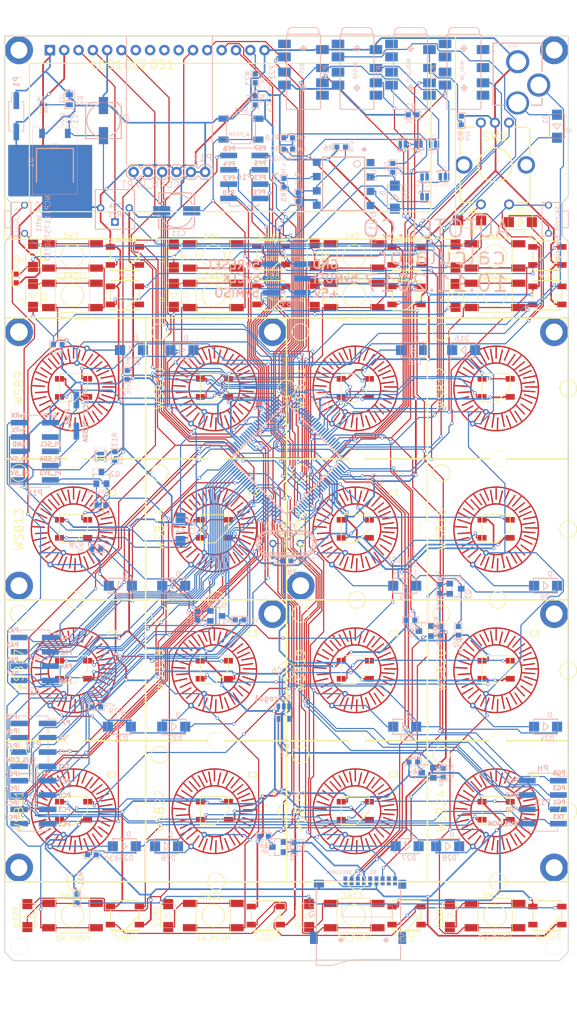
<source format=kicad_pcb>
(kicad_pcb (version 4) (host pcbnew 4.0.4-stable)
  (layers (0 F.Cu signal) (31 B.Cu signal) (34 B.Paste user) (35 F.Paste user) (36 B.SilkS user) (37 F.SilkS user) (38 B.Mask user) (39 F.Mask user) (44 Edge.Cuts user))
  (net 0 "")
  (net 1 +5V)
  (net 2 GND)
  (net 3 +3V3)
  (net 4 "Net-(C1-Pad1)")
  (net 5 "Net-(C8-Pad1)")
  (net 6 "Net-(C9-Pad1)")
  (net 7 "Net-(C10-Pad1)")
  (net 8 /3vSPI_MOSI)
  (net 9 /3vSPI_SCK)
  (net 10 /3vSPI_MISO)
  (net 11 /SD_DAT1)
  (net 12 /SD_DAT2)
  (net 13 /MUXBX0)
  (net 14 /MUXBX1)
  (net 15 /MUXBX2)
  (net 16 /MUXBX3)
  (net 17 /MUXBX4)
  (net 18 /MUXBX5)
  (net 19 /MUXBX6)
  (net 20 "Net-(DS1-Pad3)")
  (net 21 /LCD0)
  (net 22 /LCD1)
  (net 23 /LCD2)
  (net 24 /LCD3)
  (net 25 /LCD4)
  (net 26 /LCD5)
  (net 27 "Net-(DS1-Pad15)")
  (net 28 "Net-(IC1-Pad1)")
  (net 29 "Net-(IC1-Pad4)")
  (net 30 "Net-(IC1-Pad5)")
  (net 31 "Net-(IC1-Pad6)")
  (net 32 "Net-(IC1-Pad7)")
  (net 33 "Net-(IC1-Pad8)")
  (net 34 "Net-(IC1-Pad9)")
  (net 35 /5VSD_CLK)
  (net 36 /5VSD_MOSI)
  (net 37 /5VSD_MISO)
  (net 38 "Net-(IC1-Pad28)")
  (net 39 "Net-(IC1-Pad29)")
  (net 40 "Net-(IC1-Pad42)")
  (net 41 /SCL)
  (net 42 /SDA)
  (net 43 "Net-(IC1-Pad48)")
  (net 44 "Net-(IC1-Pad49)")
  (net 45 /POWER_IS)
  (net 46 "Net-(IC1-Pad51)")
  (net 47 "Net-(IC1-Pad52)")
  (net 48 /5VSD_CS)
  (net 49 "Net-(IC1-Pad65)")
  (net 50 "Net-(IC1-Pad68)")
  (net 51 "Net-(IC1-Pad69)")
  (net 52 "Net-(IC1-Pad70)")
  (net 53 "Net-(IC1-Pad71)")
  (net 54 "Net-(IC1-Pad72)")
  (net 55 "Net-(IC1-Pad73)")
  (net 56 "Net-(IC1-Pad74)")
  (net 57 "Net-(IC1-Pad75)")
  (net 58 "Net-(IC1-Pad76)")
  (net 59 "Net-(IC1-Pad77)")
  (net 60 "Net-(IC1-Pad78)")
  (net 61 "Net-(IC1-Pad79)")
  (net 62 "Net-(IC1-Pad90)")
  (net 63 "Net-(IC1-Pad91)")
  (net 64 "Net-(IC1-Pad92)")
  (net 65 "Net-(IC1-Pad93)")
  (net 66 "Net-(IC1-Pad94)")
  (net 67 "Net-(IC1-Pad95)")
  (net 68 "Net-(IC1-Pad96)")
  (net 69 /PI_5V)
  (net 70 /RESET)
  (net 71 /BUS_COM)
  (net 72 /PI_SCL)
  (net 73 /PI_SDA)
  (net 74 /PI_3V3)
  (net 75 /3vTX0)
  (net 76 /3vRX0)
  (net 77 /3VSD_CS)
  (net 78 "Net-(R5-Pad2)")
  (net 79 /MIDI_RX)
  (net 80 /MUXAX3)
  (net 81 /MUXAX0)
  (net 82 /MUXAX1)
  (net 83 /MUXAX2)
  (net 84 "Net-(WSB1-Pad2)")
  (net 85 "Net-(WSB2-Pad2)")
  (net 86 "Net-(WSB3-Pad2)")
  (net 87 /SERIAL_LED_TOROW_1)
  (net 88 "Net-(WSB5-Pad2)")
  (net 89 "Net-(WSB6-Pad2)")
  (net 90 "Net-(WSB7-Pad2)")
  (net 91 /SERIAL_LED_TOROW_2)
  (net 92 "Net-(WSB10-Pad4)")
  (net 93 "Net-(WSB10-Pad2)")
  (net 94 "Net-(WSB11-Pad2)")
  (net 95 /SERIAL_LED_TOROW_3)
  (net 96 "Net-(WSB13-Pad2)")
  (net 97 "Net-(WSB14-Pad2)")
  (net 98 "Net-(WSB15-Pad2)")
  (net 99 /SERIAL_LED_TOROW_4)
  (net 100 "Net-(WSB17-Pad2)")
  (net 101 "Net-(WSB18-Pad2)")
  (net 102 "Net-(WSB19-Pad2)")
  (net 103 /SERIAL_LED_TOROW_5)
  (net 104 "Net-(WSB21-Pad2)")
  (net 105 "Net-(WSB22-Pad2)")
  (net 106 "Net-(WSB23-Pad2)")
  (net 107 /SERIAL_LED_TOROW_6)
  (net 108 "Net-(WSB25-Pad2)")
  (net 109 "Net-(WSB26-Pad2)")
  (net 110 "Net-(WSB27-Pad2)")
  (net 111 /MUXAX4)
  (net 112 "Net-(IC1-Pad54)")
  (net 113 "Net-(IC1-Pad55)")
  (net 114 "Net-(IC1-Pad56)")
  (net 115 "Net-(IC1-Pad57)")
  (net 116 "Net-(IC1-Pad58)")
  (net 117 "Net-(IC1-Pad59)")
  (net 118 "Net-(IC1-Pad60)")
  (net 119 /TX3)
  (net 120 "Net-(IC1-Pad97)")
  (net 121 "Net-(CON1-PadPWR)")
  (net 122 "Net-(D2-Pad+)")
  (net 123 "Net-(D3-Pad+)")
  (net 124 "Net-(D3-Pad-)")
  (net 125 /ENCA)
  (net 126 /ENCC)
  (net 127 /BUSTO_CONN)
  (net 128 /BUSTI_CONN)
  (net 129 /BUS_COM_B)
  (net 130 /SERIAL_LED_PIN)
  (net 131 /MIDI_OUT_TX)
  (net 132 /BUS_TO)
  (net 133 /BUS_TI)
  (net 134 "Net-(R24-Pad1)")
  (net 135 "Net-(IC1-Pad53)")
  (net 136 /PI5vRX0)
  (net 137 /PI5vTX0)
  (net 138 "Net-(IC1-Pad66)")
  (net 139 "Net-(IC1-Pad67)")
  (net 140 "Net-(P20-Pad4)")
  (net 141 "Net-(P21-Pad1)")
  (net 142 "Net-(C11-Pad-)")
  (net 143 "Net-(D4-Pad+)")
  (net 144 "Net-(D5-Pad+)")
  (net 145 "Net-(D6-Pad+)")
  (net 146 "Net-(D7-Pad+)")
  (net 147 "Net-(D8-Pad+)")
  (net 148 "Net-(D9-Pad+)")
  (net 149 "Net-(D10-Pad+)")
  (net 150 "Net-(D11-Pad+)")
  (net 151 "Net-(D12-Pad+)")
  (net 152 "Net-(D13-Pad+)")
  (net 153 "Net-(D14-Pad+)")
  (net 154 "Net-(D15-Pad+)")
  (net 155 "Net-(D16-Pad+)")
  (net 156 "Net-(D17-Pad+)")
  (net 157 "Net-(D18-Pad+)")
  (net 158 "Net-(D19-Pad+)")
  (net 159 "Net-(D20-Pad+)")
  (net 160 "Net-(D21-Pad+)")
  (net 161 "Net-(D22-Pad+)")
  (net 162 "Net-(D23-Pad+)")
  (net 163 "Net-(D24-Pad+)")
  (net 164 "Net-(D25-Pad+)")
  (net 165 "Net-(D26-Pad+)")
  (net 166 "Net-(D27-Pad+)")
  (net 167 "Net-(D28-Pad+)")
  (net 168 "Net-(D29-Pad+)")
  (net 169 "Net-(D30-Pad+)")
  (net 170 "Net-(D31-Pad+)")
  (net 171 "Net-(D32-Pad+)")
  (net 172 "Net-(D33-Pad+)")
  (net 173 "Net-(D34-Pad+)")
  (net 174 "Net-(P21-Pad4)")
  (net 175 /SD_CDetc)
  (module lib_fp:SW4-SMD-6.0X6.0X5.0MM (layer F.Cu) (at 12 39)
    (fp_text reference SW3 (at -0.3175 -3.61696) (layer F.SilkS) (effects (font (size 0.889 0.889) (thickness 0.1016))))
    (fp_text value SW_PUSH (at 0 4) (layer F.SilkS) (effects (font (size 0.889 0.889) (thickness 0.1016))))
    (pad 1 smd rect (at -4.1275 -2.159) (size 2.54 1.27) (layers F.Cu F.Paste F.Mask) (net 143 "Net-(D4-Pad+)"))
    (pad 2 smd rect (at -4.1275 2.159) (size 2.54 1.27) (layers F.Cu F.Paste F.Mask) (net 81 /MUXAX0))
    (pad 2 smd rect (at 4.1275 2.159) (size 2.54 1.27) (layers F.Cu F.Paste F.Mask) (net 81 /MUXAX0))
    (pad 1 smd rect (at 4.1275 -2.159) (size 2.54 1.27) (layers F.Cu F.Paste F.Mask) (net 143 "Net-(D4-Pad+)"))
  )
  (module SparkFun-Connectors:1X06 (layer B.Cu) (at 35.56 24.13 180)
    (fp_text reference P11 (at -1.3462 1.8288 180) (layer B.SilkS) (effects (font (size 1.2065 1.2065) (thickness 0.127)) (justify left bottom mirror)))
    (fp_text value CONN_UART (at 4.446 -2.906 180) (layer B.SilkS) (effects (font (size 1.2065 1.2065) (thickness 0.1016)) (justify left bottom mirror)))
    (pad 1 thru_hole circle (at 0 0 90) (size 1.8796 1.8796) (drill 1.016) (layers *.Cu *.Mask) (net 2 GND))
    (pad 2 thru_hole circle (at 2.54 0 90) (size 1.8796 1.8796) (drill 1.016) (layers *.Cu *.Mask) (net 2 GND))
    (pad 3 thru_hole circle (at 5.08 0 90) (size 1.8796 1.8796) (drill 1.016) (layers *.Cu *.Mask) (net 1 +5V))
    (pad 4 thru_hole circle (at 7.62 0 90) (size 1.8796 1.8796) (drill 1.016) (layers *.Cu *.Mask) (net 136 /PI5vRX0))
    (pad 5 thru_hole circle (at 10.16 0 90) (size 1.8796 1.8796) (drill 1.016) (layers *.Cu *.Mask) (net 137 /PI5vTX0))
    (pad 6 thru_hole circle (at 12.7 0 90) (size 1.8796 1.8796) (drill 1.016) (layers *.Cu *.Mask) (net 142 "Net-(C11-Pad-)"))
  )
  (module SeeedOPL-Capacitor:C0402 (layer B.Cu) (at 65.532 78.486 180)
    (fp_text reference C7 (at 1.0795 -0.9525 270) (layer B.SilkS) (effects (font (size 0.889 0.889) (thickness 0.1016)) (justify mirror)))
    (fp_text value 22pF (at -1.2065 -0.508 270) (layer B.SilkS) (effects (font (size 0.635 0.635) (thickness 0.0762)) (justify mirror)))
    (pad 1 smd circle (at 0 0.46228 270) (size 0.49784 0.49784) (layers B.Cu B.Paste B.Mask) (net 70 /RESET))
    (pad 2 smd circle (at 0 -0.46228 270) (size 0.49784 0.49784) (layers B.Cu B.Paste B.Mask) (net 2 GND))
  )
  (module lib_fp:ws2812_buttonPad (layer F.Cu) (at 0 100)
    (fp_text reference WSB9 (at 2.5 -37.5 90) (layer F.SilkS))
    (fp_text value WS2812_BUTTON hide)
    (fp_line (start 5.41 -39.24) (end 7.78 -38.48) (layer F.Cu) (width 0.254))
    (fp_line (start 4.73 -38.01) (end 7.02 -37.87) (layer F.Cu) (width 0.254))
    (fp_line (start 5.44 -36.75) (end 7.74 -36.9) (layer F.Cu) (width 0.254))
    (fp_line (start 7.31 -36.03) (end 5.03 -35.52) (layer F.Cu) (width 0.254))
    (fp_line (start 6.19 -34.48) (end 8.19 -35.42) (layer F.Cu) (width 0.254))
    (fp_line (start 6.08 -33.22) (end 8.03 -34.37) (layer F.Cu) (width 0.254))
    (fp_line (start 9.15 -34.16) (end 7.28 -32.58) (layer F.Cu) (width 0.254))
    (fp_line (start 9.44 -33.13) (end 8.1 -31.28) (layer F.Cu) (width 0.254))
    (fp_line (start 9.46 -31.19) (end 10.45 -33.25) (layer F.Cu) (width 0.254))
    (fp_line (start 10.91 -32.55) (end 10.15 -30.37) (layer F.Cu) (width 0.254))
    (fp_line (start 11.49 -30.66) (end 11.84 -32.99) (layer F.Cu) (width 0.254))
    (fp_line (start 12.49 -32.29) (end 12.42 -30.06) (layer F.Cu) (width 0.254))
    (fp_line (start 13.64 -30.74) (end 13.18 -33.09) (layer F.Cu) (width 0.254))
    (fp_line (start 14.05 -32.62) (end 14.83 -30.57) (layer F.Cu) (width 0.254))
    (fp_line (start 15.83 -31.52) (end 14.58 -33.66) (layer F.Cu) (width 0.254))
    (fp_line (start 15.57 -33.44) (end 16.77 -31.66) (layer F.Cu) (width 0.254))
    (fp_line (start 15.66 -34.6) (end 17.21 -32.98) (layer F.Cu) (width 0.254))
    (fp_line (start 16.64 -34.72) (end 18.39 -33.42) (layer F.Cu) (width 0.254))
    (fp_line (start 16.43 -35.93) (end 18.56 -34.88) (layer F.Cu) (width 0.254))
    (fp_line (start 17.25 -36.38) (end 19.37 -35.7) (layer F.Cu) (width 0.254))
    (fp_line (start 16.71 -37.07) (end 19.07 -36.91) (layer F.Cu) (width 0.254))
    (fp_line (start 17.37 -37.77) (end 19.66 -37.74) (layer F.Cu) (width 0.254))
    (fp_line (start 16.67 -38.36) (end 19.01 -38.68) (layer F.Cu) (width 0.254))
    (fp_line (start 17.09 -39.32) (end 19.33 -39.74) (layer F.Cu) (width 0.254))
    (fp_line (start 16.23 -39.68) (end 18.4 -40.65) (layer F.Cu) (width 0.254))
    (fp_line (start 16.34 -40.55) (end 18.37 -41.64) (layer F.Cu) (width 0.254))
    (fp_line (start 15.39 -40.77) (end 17.21 -42.2) (layer F.Cu) (width 0.254))
    (fp_line (start 16.73 -43.42) (end 15.17 -41.64) (layer F.Cu) (width 0.254))
    (fp_line (start 14.2 -41.6) (end 15.54 -43.51) (layer F.Cu) (width 0.254))
    (fp_line (start 13.7 -42.52) (end 14.54 -44.54) (layer F.Cu) (width 0.254))
    (fp_line (start 12.76 -42.01) (end 13.3 -44.29) (layer F.Cu) (width 0.254))
    (fp_line (start 12.2 -42.87) (end 12.2 -44.99) (layer F.Cu) (width 0.254))
    (fp_line (start 11.62 -41.98) (end 11.21 -44.45) (layer F.Cu) (width 0.254))
    (fp_line (start 10.88 -42.68) (end 10.02 -44.65) (layer F.Cu) (width 0.254))
    (fp_line (start 9.35 -43.78) (end 10.46 -41.8) (layer F.Cu) (width 0.254))
    (fp_line (start 8.16 -43.74) (end 9.61 -41.86) (layer F.Cu) (width 0.254))
    (fp_line (start 7.76 -42.74) (end 9.32 -41.02) (layer F.Cu) (width 0.254))
    (fp_line (start 6.68 -42.51) (end 8.2 -41) (layer F.Cu) (width 0.254))
    (fp_line (start 6.43 -41.16) (end 8.29 -39.93) (layer F.Cu) (width 0.254))
    (fp_line (start 5.36 -40.53) (end 7.42 -39.5) (layer F.Cu) (width 0.254))
    (fp_circle (center 12.2 -37.5) (end 19.7 -37.5) (layer F.Cu) (width 0.254))
    (fp_circle (center 12.21 -37.51) (end 16.71 -37.51) (layer F.Cu) (width 0.254))
    (pad 6 thru_hole circle (at 12.8 -41.99) (size 1.016 1.016) (drill 0.508) (layers *.Cu *.Mask) (net 81 /MUXAX0))
    (pad 5 thru_hole circle (at 14.57 -44.61) (size 1.016 1.016) (drill 0.508) (layers *.Cu *.Mask) (net 152 "Net-(D13-Pad+)"))
    (pad 1 smd rect (at 9.7 -39.2) (size 1.6 1) (layers F.Cu F.Paste F.Mask) (net 1 +5V))
    (pad 2 smd rect (at 9.7 -36) (size 1.6 1) (layers F.Cu F.Paste F.Mask) (net 92 "Net-(WSB10-Pad4)"))
    (pad 3 smd rect (at 14.7 -36) (size 1.6 1) (layers F.Cu F.Paste F.Mask) (net 2 GND))
    (pad 4 smd rect (at 14.7 -39.2) (size 1.6 1) (layers F.Cu F.Paste F.Mask) (net 91 /SERIAL_LED_TOROW_2))
    (pad ~ thru_hole circle (at 2.5 -47.5) (size 5 5) (drill 3) (layers *.Cu))
  )
  (module lib_fp:Pin_Header_Straight_2x05_Pitch2.54mm_SMD-raspi (layer B.Cu) (at 5.31 73.66)
    (fp_text reference P19 (at 0 7.41) (layer B.SilkS) (effects (justify mirror)))
    (fp_text value PIGPIO)
    (pad 1 smd rect (at -2.77 5.08) (size 3 1) (layers B.Cu B.Paste B.Mask) (net 69 /PI_5V))
    (pad 2 smd rect (at 2.77 5.08) (size 3 1) (layers B.Cu B.Paste B.Mask) (net 74 /PI_3V3))
    (pad 3 smd rect (at -2.77 2.54) (size 3 1) (layers B.Cu B.Paste B.Mask) (net 69 /PI_5V))
    (pad 4 smd rect (at 2.77 2.54) (size 3 1) (layers B.Cu B.Paste B.Mask) (net 73 /PI_SDA))
    (pad 5 smd rect (at -2.77 0) (size 3 1) (layers B.Cu B.Paste B.Mask) (net 2 GND))
    (pad 6 smd rect (at 2.77 0) (size 3 1) (layers B.Cu B.Paste B.Mask) (net 72 /PI_SCL))
    (pad 7 smd rect (at -2.77 -2.54) (size 3 1) (layers B.Cu B.Paste B.Mask) (net 75 /3vTX0))
    (pad 8 smd rect (at 2.77 -2.54) (size 3 1) (layers B.Cu B.Paste B.Mask))
    (pad 9 smd rect (at -2.77 -5.08) (size 3 1) (layers B.Cu B.Paste B.Mask) (net 76 /3vRX0))
    (pad 10 smd rect (at 2.77 -5.08) (size 3 1) (layers B.Cu B.Paste B.Mask) (net 2 GND))
  )
  (module lib_fp:ws2812_buttonPad (layer F.Cu) (at 25 100)
    (fp_text reference WSB10 (at 2.5 -37.5 90) (layer F.SilkS))
    (fp_text value WS2812_BUTTON hide)
    (fp_line (start 5.41 -39.24) (end 7.78 -38.48) (layer F.Cu) (width 0.254))
    (fp_line (start 4.73 -38.01) (end 7.02 -37.87) (layer F.Cu) (width 0.254))
    (fp_line (start 5.44 -36.75) (end 7.74 -36.9) (layer F.Cu) (width 0.254))
    (fp_line (start 7.31 -36.03) (end 5.03 -35.52) (layer F.Cu) (width 0.254))
    (fp_line (start 6.19 -34.48) (end 8.19 -35.42) (layer F.Cu) (width 0.254))
    (fp_line (start 6.08 -33.22) (end 8.03 -34.37) (layer F.Cu) (width 0.254))
    (fp_line (start 9.15 -34.16) (end 7.28 -32.58) (layer F.Cu) (width 0.254))
    (fp_line (start 9.44 -33.13) (end 8.1 -31.28) (layer F.Cu) (width 0.254))
    (fp_line (start 9.46 -31.19) (end 10.45 -33.25) (layer F.Cu) (width 0.254))
    (fp_line (start 10.91 -32.55) (end 10.15 -30.37) (layer F.Cu) (width 0.254))
    (fp_line (start 11.49 -30.66) (end 11.84 -32.99) (layer F.Cu) (width 0.254))
    (fp_line (start 12.49 -32.29) (end 12.42 -30.06) (layer F.Cu) (width 0.254))
    (fp_line (start 13.64 -30.74) (end 13.18 -33.09) (layer F.Cu) (width 0.254))
    (fp_line (start 14.05 -32.62) (end 14.83 -30.57) (layer F.Cu) (width 0.254))
    (fp_line (start 15.83 -31.52) (end 14.58 -33.66) (layer F.Cu) (width 0.254))
    (fp_line (start 15.57 -33.44) (end 16.77 -31.66) (layer F.Cu) (width 0.254))
    (fp_line (start 15.66 -34.6) (end 17.21 -32.98) (layer F.Cu) (width 0.254))
    (fp_line (start 16.64 -34.72) (end 18.39 -33.42) (layer F.Cu) (width 0.254))
    (fp_line (start 16.43 -35.93) (end 18.56 -34.88) (layer F.Cu) (width 0.254))
    (fp_line (start 17.25 -36.38) (end 19.37 -35.7) (layer F.Cu) (width 0.254))
    (fp_line (start 16.71 -37.07) (end 19.07 -36.91) (layer F.Cu) (width 0.254))
    (fp_line (start 17.37 -37.77) (end 19.66 -37.74) (layer F.Cu) (width 0.254))
    (fp_line (start 16.67 -38.36) (end 19.01 -38.68) (layer F.Cu) (width 0.254))
    (fp_line (start 17.09 -39.32) (end 19.33 -39.74) (layer F.Cu) (width 0.254))
    (fp_line (start 16.23 -39.68) (end 18.4 -40.65) (layer F.Cu) (width 0.254))
    (fp_line (start 16.34 -40.55) (end 18.37 -41.64) (layer F.Cu) (width 0.254))
    (fp_line (start 15.39 -40.77) (end 17.21 -42.2) (layer F.Cu) (width 0.254))
    (fp_line (start 16.73 -43.42) (end 15.17 -41.64) (layer F.Cu) (width 0.254))
    (fp_line (start 14.2 -41.6) (end 15.54 -43.51) (layer F.Cu) (width 0.254))
    (fp_line (start 13.7 -42.52) (end 14.54 -44.54) (layer F.Cu) (width 0.254))
    (fp_line (start 12.76 -42.01) (end 13.3 -44.29) (layer F.Cu) (width 0.254))
    (fp_line (start 12.2 -42.87) (end 12.2 -44.99) (layer F.Cu) (width 0.254))
    (fp_line (start 11.62 -41.98) (end 11.21 -44.45) (layer F.Cu) (width 0.254))
    (fp_line (start 10.88 -42.68) (end 10.02 -44.65) (layer F.Cu) (width 0.254))
    (fp_line (start 9.35 -43.78) (end 10.46 -41.8) (layer F.Cu) (width 0.254))
    (fp_line (start 8.16 -43.74) (end 9.61 -41.86) (layer F.Cu) (width 0.254))
    (fp_line (start 7.76 -42.74) (end 9.32 -41.02) (layer F.Cu) (width 0.254))
    (fp_line (start 6.68 -42.51) (end 8.2 -41) (layer F.Cu) (width 0.254))
    (fp_line (start 6.43 -41.16) (end 8.29 -39.93) (layer F.Cu) (width 0.254))
    (fp_line (start 5.36 -40.53) (end 7.42 -39.5) (layer F.Cu) (width 0.254))
    (fp_circle (center 12.2 -37.5) (end 19.7 -37.5) (layer F.Cu) (width 0.254))
    (fp_circle (center 12.21 -37.51) (end 16.71 -37.51) (layer F.Cu) (width 0.254))
    (pad 6 thru_hole circle (at 10.4 -33.35) (size 1.016 1.016) (drill 0.508) (layers *.Cu *.Mask) (net 82 /MUXAX1))
    (pad 5 thru_hole circle (at 8.05 -31.25) (size 1.016 1.016) (drill 0.508) (layers *.Cu *.Mask) (net 153 "Net-(D14-Pad+)"))
    (pad 1 smd rect (at 9.7 -39.2) (size 1.6 1) (layers F.Cu F.Paste F.Mask) (net 1 +5V))
    (pad 2 smd rect (at 9.7 -36) (size 1.6 1) (layers F.Cu F.Paste F.Mask) (net 93 "Net-(WSB10-Pad2)"))
    (pad 3 smd rect (at 14.7 -36) (size 1.6 1) (layers F.Cu F.Paste F.Mask) (net 2 GND))
    (pad 4 smd rect (at 14.7 -39.2) (size 1.6 1) (layers F.Cu F.Paste F.Mask) (net 92 "Net-(WSB10-Pad4)"))
    (pad ~ thru_hole circle (at 12.5 -25) (size 3 3) (drill 3) (layers *.Cu))
  )
  (module SparkFun-Displays:LCD-16X2 (layer F.Cu) (at 40 18)
    (fp_text reference DS1 (at -12.06 -12.92) (layer F.SilkS))
    (fp_text value LCD16X2 (at -19.68 -12.92) (layer F.SilkS))
    (pad 1 thru_hole rect (at -32 -15.5) (size 1.8796 1.8796) (drill 1.016) (layers *.Cu *.Mask) (net 2 GND))
    (pad 2 thru_hole circle (at -29.46 -15.5) (size 1.8796 1.8796) (drill 1.016) (layers *.Cu *.Mask) (net 1 +5V))
    (pad 3 thru_hole circle (at -26.92 -15.5) (size 1.8796 1.8796) (drill 1.016) (layers *.Cu *.Mask) (net 20 "Net-(DS1-Pad3)"))
    (pad 4 thru_hole circle (at -24.38 -15.5) (size 1.8796 1.8796) (drill 1.016) (layers *.Cu *.Mask) (net 21 /LCD0))
    (pad 5 thru_hole circle (at -21.84 -15.5) (size 1.8796 1.8796) (drill 1.016) (layers *.Cu *.Mask) (net 2 GND))
    (pad 6 thru_hole circle (at -19.3 -15.5) (size 1.8796 1.8796) (drill 1.016) (layers *.Cu *.Mask) (net 22 /LCD1))
    (pad 7 thru_hole circle (at -16.76 -15.5) (size 1.8796 1.8796) (drill 1.016) (layers *.Cu *.Mask))
    (pad 8 thru_hole circle (at -14.22 -15.5) (size 1.8796 1.8796) (drill 1.016) (layers *.Cu *.Mask))
    (pad 9 thru_hole circle (at -11.68 -15.5) (size 1.8796 1.8796) (drill 1.016) (layers *.Cu *.Mask))
    (pad 10 thru_hole circle (at -9.14 -15.5) (size 1.8796 1.8796) (drill 1.016) (layers *.Cu *.Mask))
    (pad 11 thru_hole circle (at -6.6 -15.5) (size 1.8796 1.8796) (drill 1.016) (layers *.Cu *.Mask) (net 23 /LCD2))
    (pad 12 thru_hole circle (at -4.06 -15.5) (size 1.8796 1.8796) (drill 1.016) (layers *.Cu *.Mask) (net 24 /LCD3))
    (pad 13 thru_hole circle (at -1.52 -15.5) (size 1.8796 1.8796) (drill 1.016) (layers *.Cu *.Mask) (net 25 /LCD4))
    (pad 14 thru_hole circle (at 1.02 -15.5) (size 1.8796 1.8796) (drill 1.016) (layers *.Cu *.Mask) (net 26 /LCD5))
    (pad 15 thru_hole circle (at 3.56 -15.5) (size 1.8796 1.8796) (drill 1.016) (layers *.Cu *.Mask) (net 27 "Net-(DS1-Pad15)"))
    (pad 16 thru_hole circle (at 6.1 -15.5) (size 1.8796 1.8796) (drill 1.016) (layers *.Cu *.Mask) (net 2 GND))
    (pad "" np_thru_hole circle (at -37.5 -15.5) (size 5 5) (drill 3) (layers *.Cu))
  )
  (module SparkFun-Electromechanical:ENCODER_LED_2 (layer F.Cu) (at 86.995 22.86 180)
    (fp_text reference SW2 (at 0 5 180) (layer F.SilkS))
    (fp_text value ROTARY_ENCODER_SWITCH hide)
    (pad A thru_hole circle (at -2.5 7.5 180) (size 1.8 1.8) (drill 1.1) (layers *.Cu *.Mask) (net 125 /ENCA))
    (pad C thru_hole circle (at 0 7.5 180) (size 1.8 1.8) (drill 1.1) (layers *.Cu *.Mask) (net 2 GND))
    (pad B thru_hole circle (at 2.5 7.5 180) (size 1.8 1.8) (drill 1.1) (layers *.Cu *.Mask) (net 126 /ENCC))
    (pad P$1 thru_hole circle (at -5.55 0 180) (size 3.116 3.116) (drill 2.1) (layers *.Cu *.Mask))
    (pad P$2 thru_hole circle (at 5.55 0 180) (size 3.116 3.116) (drill 2.1) (layers *.Cu *.Mask))
    (pad E thru_hole circle (at 2.5 -7 180) (size 1.778 1.778) (drill 1.1) (layers *.Cu *.Mask) (net 147 "Net-(D8-Pad+)"))
    (pad D thru_hole circle (at -2.5 -7 180) (size 1.778 1.778) (drill 1.1) (layers *.Cu *.Mask) (net 111 /MUXAX4))
  )
  (module TO_SOT_Packages_SMD:SOT-23-5 (layer B.Cu) (at 49.5 120 270)
    (fp_text reference 3v3regu1 (at -2.54 1.905 360) (layer B.SilkS) (effects (justify mirror)))
    (fp_text value TLV70233DBV hide)
    (pad 1 smd rect (at -1.1 0.95 270) (size 1.06 0.65) (layers B.Cu B.Paste B.Mask) (net 1 +5V))
    (pad 2 smd rect (at -1.1 0 270) (size 1.06 0.65) (layers B.Cu B.Paste B.Mask) (net 2 GND))
    (pad 3 smd rect (at -1.1 -0.95 270) (size 1.06 0.65) (layers B.Cu B.Paste B.Mask) (net 1 +5V))
    (pad 4 smd rect (at 1.1 -0.95 270) (size 1.06 0.65) (layers B.Cu B.Paste B.Mask))
    (pad 5 smd rect (at 1.1 0.95 270) (size 1.06 0.65) (layers B.Cu B.Paste B.Mask) (net 3 +3V3))
  )
  (module SeeedOPL-Capacitor:C0402 (layer B.Cu) (at 11.43 14.732)
    (fp_text reference C1 (at 1.0795 0 90) (layer B.SilkS) (effects (font (size 0.889 0.889) (thickness 0.1016)) (justify mirror)))
    (fp_text value 100n (at -1.2065 0 90) (layer B.SilkS) (effects (font (size 0.635 0.635) (thickness 0.0762)) (justify mirror)))
    (pad 1 smd circle (at 0 0.46228 90) (size 0.49784 0.49784) (layers B.Cu B.Paste B.Mask) (net 4 "Net-(C1-Pad1)"))
    (pad 2 smd circle (at 0 -0.46228 90) (size 0.49784 0.49784) (layers B.Cu B.Paste B.Mask) (net 2 GND))
  )
  (module SeeedOPL-Capacitor:C0402 (layer B.Cu) (at 49.4623 126 270)
    (fp_text reference C3 (at 1.27 -0.17272 360) (layer B.SilkS) (effects (font (size 0.889 0.889) (thickness 0.1016)) (justify mirror)))
    (fp_text value 1u (at -1.2065 -0.17272 360) (layer B.SilkS) (effects (font (size 0.635 0.635) (thickness 0.0762)) (justify mirror)))
    (pad 1 smd circle (at 0 0.46228) (size 0.49784 0.49784) (layers B.Cu B.Paste B.Mask) (net 3 +3V3))
    (pad 2 smd circle (at 0 -0.46228) (size 0.49784 0.49784) (layers B.Cu B.Paste B.Mask) (net 2 GND))
  )
  (module SeeedOPL-Capacitor:C0402 (layer B.Cu) (at 47 10.9377 180)
    (fp_text reference C4 (at 0 -1.7877 270) (layer B.SilkS) (effects (font (size 0.889 0.889) (thickness 0.1016)) (justify mirror)))
    (fp_text value 100nF (at 0 2.4123 270) (layer B.SilkS) (effects (font (size 0.635 0.635) (thickness 0.0762)) (justify mirror)))
    (pad 1 smd circle (at 0 0.46228 270) (size 0.49784 0.49784) (layers B.Cu B.Paste B.Mask) (net 1 +5V))
    (pad 2 smd circle (at 0 -0.46228 270) (size 0.49784 0.49784) (layers B.Cu B.Paste B.Mask) (net 2 GND))
  )
  (module SeeedOPL-Capacitor:C0402 (layer B.Cu) (at 50 134.3 90)
    (fp_text reference C5 (at 0 -1.7877 180) (layer B.SilkS) (effects (font (size 0.889 0.889) (thickness 0.1016)) (justify mirror)))
    (fp_text value 100nF (at 0 2.4123 180) (layer B.SilkS) (effects (font (size 0.635 0.635) (thickness 0.0762)) (justify mirror)))
    (pad 1 smd circle (at 0 0.46228 180) (size 0.49784 0.49784) (layers B.Cu B.Paste B.Mask) (net 1 +5V))
    (pad 2 smd circle (at 0 -0.46228 180) (size 0.49784 0.49784) (layers B.Cu B.Paste B.Mask) (net 2 GND))
  )
  (module SeeedOPL-Capacitor:C0402 (layer B.Cu) (at 50 112.5 90)
    (fp_text reference C6 (at 0 -1.7877 180) (layer B.SilkS) (effects (font (size 0.889 0.889) (thickness 0.1016)) (justify mirror)))
    (fp_text value 100nF (at 0 2.4123 180) (layer B.SilkS) (effects (font (size 0.635 0.635) (thickness 0.0762)) (justify mirror)))
    (pad 1 smd circle (at 0 0.46228 180) (size 0.49784 0.49784) (layers B.Cu B.Paste B.Mask) (net 1 +5V))
    (pad 2 smd circle (at 0 -0.46228 180) (size 0.49784 0.49784) (layers B.Cu B.Paste B.Mask) (net 2 GND))
  )
  (module SeeedOPL-Capacitor:C0402 (layer B.Cu) (at 52.5 93.0377 180)
    (fp_text reference C8 (at -1 0.03772 270) (layer B.SilkS) (effects (font (size 0.889 0.889) (thickness 0.1016)) (justify mirror)))
    (fp_text value 22pF (at -2 -0.46228 270) (layer B.SilkS) (effects (font (size 0.635 0.635) (thickness 0.0762)) (justify mirror)))
    (pad 1 smd circle (at 0 0.46228 270) (size 0.49784 0.49784) (layers B.Cu B.Paste B.Mask) (net 5 "Net-(C8-Pad1)"))
    (pad 2 smd circle (at 0 -0.46228 270) (size 0.49784 0.49784) (layers B.Cu B.Paste B.Mask) (net 2 GND))
  )
  (module SeeedOPL-Capacitor:C0402 (layer B.Cu) (at 47.5 93.0377 180)
    (fp_text reference C9 (at -1 0.03772 270) (layer B.SilkS) (effects (font (size 0.889 0.889) (thickness 0.1016)) (justify mirror)))
    (fp_text value 22pF (at 1 -0.46228 270) (layer B.SilkS) (effects (font (size 0.635 0.635) (thickness 0.0762)) (justify mirror)))
    (pad 1 smd circle (at 0 0.46228 270) (size 0.49784 0.49784) (layers B.Cu B.Paste B.Mask) (net 6 "Net-(C9-Pad1)"))
    (pad 2 smd circle (at 0 -0.46228 270) (size 0.49784 0.49784) (layers B.Cu B.Paste B.Mask) (net 2 GND))
  )
  (module SeeedOPL-Capacitor:C0402 (layer B.Cu) (at 55.4623 64.5 270)
    (fp_text reference C10 (at 1.0795 -0.9525 360) (layer B.SilkS) (effects (font (size 0.889 0.889) (thickness 0.1016)) (justify mirror)))
    (fp_text value 100nF (at -1.2065 -0.508 360) (layer B.SilkS) (effects (font (size 0.635 0.635) (thickness 0.0762)) (justify mirror)))
    (pad 1 smd circle (at 0 0.46228) (size 0.49784 0.49784) (layers B.Cu B.Paste B.Mask) (net 7 "Net-(C10-Pad1)"))
    (pad 2 smd circle (at 0 -0.46228) (size 0.49784 0.49784) (layers B.Cu B.Paste B.Mask) (net 2 GND))
  )
  (module SeeedOPL-LED:LED-0805 (layer B.Cu) (at 11.43 11.303 90)
    (fp_text reference D2 (at -0.111 2 90) (layer B.SilkS) (effects (font (size 0.889 0.889) (thickness 0.1016)) (justify mirror)))
    (fp_text value LED (at 0.20574 -1.36906 90) (layer B.SilkS) (effects (font (size 0.635 0.635) (thickness 0.0762)) (justify mirror)))
    (pad + smd rect (at -0.889 0 90) (size 0.889 1.27) (layers B.Cu B.Paste B.Mask) (net 122 "Net-(D2-Pad+)"))
    (pad - smd rect (at 0.889 0 90) (size 0.889 1.27) (layers B.Cu B.Paste B.Mask) (net 2 GND))
  )
  (module SeeedOPL-Transistor:SOT-23 (layer B.Cu) (at 37.51 102.848 90)
    (fp_text reference Q1 (at 3.048 0 180) (layer B.SilkS) (effects (font (size 0.889 0.889) (thickness 0.1016)) (justify mirror)))
    (fp_text value BSS138 (at 2.032 0.254 180) (layer B.SilkS) (effects (font (size 0.635 0.635) (thickness 0.0762)) (justify mirror)))
    (pad 1 smd rect (at -0.889 -1.016 270) (size 1.016 1.143) (layers B.Cu B.Paste B.Mask) (net 74 /PI_3V3))
    (pad 2 smd rect (at 0.889 -1.016 90) (size 1.016 1.143) (layers B.Cu B.Paste B.Mask) (net 76 /3vRX0))
    (pad 3 smd rect (at 0 1.016 90) (size 1.016 1.143) (layers B.Cu B.Paste B.Mask) (net 136 /PI5vRX0))
  )
  (module SeeedOPL-Transistor:SOT-23 (layer B.Cu) (at 17.145 78.359 180)
    (fp_text reference Q2 (at -2.455 0.659 180) (layer B.SilkS) (effects (font (size 0.889 0.889) (thickness 0.1016)) (justify mirror)))
    (fp_text value BSS138 (at 0.635 -2.4765 180) (layer B.SilkS) (effects (font (size 0.635 0.635) (thickness 0.0762)) (justify mirror)))
    (pad 1 smd rect (at -0.889 -1.016) (size 1.016 1.143) (layers B.Cu B.Paste B.Mask) (net 74 /PI_3V3))
    (pad 2 smd rect (at 0.889 -1.016 180) (size 1.016 1.143) (layers B.Cu B.Paste B.Mask) (net 75 /3vTX0))
    (pad 3 smd rect (at 0 1.016 180) (size 1.016 1.143) (layers B.Cu B.Paste B.Mask) (net 137 /PI5vTX0))
  )
  (module SeeedOPL-Transistor:SOT-23 (layer B.Cu) (at 79.984 98.03 90)
    (fp_text reference Q3 (at -0.97 2.3495 90) (layer B.SilkS) (effects (font (size 0.889 0.889) (thickness 0.1016)) (justify mirror)))
    (fp_text value BSS138 (at 2.03 -0.484 180) (layer B.SilkS) (effects (font (size 0.635 0.635) (thickness 0.0762)) (justify mirror)))
    (pad 1 smd rect (at -0.889 -1.016 270) (size 1.016 1.143) (layers B.Cu B.Paste B.Mask) (net 3 +3V3))
    (pad 2 smd rect (at 0.889 -1.016 90) (size 1.016 1.143) (layers B.Cu B.Paste B.Mask) (net 8 /3vSPI_MOSI))
    (pad 3 smd rect (at 0 1.016 90) (size 1.016 1.143) (layers B.Cu B.Paste B.Mask) (net 36 /5VSD_MOSI))
  )
  (module SeeedOPL-Transistor:SOT-23 (layer B.Cu) (at 75.016 130.66 270)
    (fp_text reference Q4 (at 0.3175 2.3495 270) (layer B.SilkS) (effects (font (size 0.889 0.889) (thickness 0.1016)) (justify mirror)))
    (fp_text value BSS138 (at 0.635 -2.4765 270) (layer B.SilkS) (effects (font (size 0.635 0.635) (thickness 0.0762)) (justify mirror)))
    (pad 1 smd rect (at -0.889 -1.016 90) (size 1.016 1.143) (layers B.Cu B.Paste B.Mask) (net 3 +3V3))
    (pad 2 smd rect (at 0.889 -1.016 270) (size 1.016 1.143) (layers B.Cu B.Paste B.Mask) (net 10 /3vSPI_MISO))
    (pad 3 smd rect (at 0 1.016 270) (size 1.016 1.143) (layers B.Cu B.Paste B.Mask) (net 37 /5VSD_MISO))
  )
  (module SeeedOPL-Transistor:SOT-23 (layer B.Cu) (at 48.516 143.85 270)
    (fp_text reference Q5 (at 0.3175 2.3495 270) (layer B.SilkS) (effects (font (size 0.889 0.889) (thickness 0.1016)) (justify mirror)))
    (fp_text value BSS138 (at 0.635 -2.4765 270) (layer B.SilkS) (effects (font (size 0.635 0.635) (thickness 0.0762)) (justify mirror)))
    (pad 1 smd rect (at -0.889 -1.016 90) (size 1.016 1.143) (layers B.Cu B.Paste B.Mask) (net 3 +3V3))
    (pad 2 smd rect (at 0.889 -1.016 270) (size 1.016 1.143) (layers B.Cu B.Paste B.Mask) (net 9 /3vSPI_SCK))
    (pad 3 smd rect (at 0 1.016 270) (size 1.016 1.143) (layers B.Cu B.Paste B.Mask) (net 35 /5VSD_CLK))
  )
  (module SeeedOPL-Transistor:SOT-23 (layer B.Cu) (at 74.516 105.54 270)
    (fp_text reference Q6 (at 0.3175 2.3495 270) (layer B.SilkS) (effects (font (size 0.889 0.889) (thickness 0.1016)) (justify mirror)))
    (fp_text value BSS138 (at 0.635 -2.4765 270) (layer B.SilkS) (effects (font (size 0.635 0.635) (thickness 0.0762)) (justify mirror)))
    (pad 1 smd rect (at -0.889 -1.016 90) (size 1.016 1.143) (layers B.Cu B.Paste B.Mask) (net 3 +3V3))
    (pad 2 smd rect (at 0.889 -1.016 270) (size 1.016 1.143) (layers B.Cu B.Paste B.Mask) (net 77 /3VSD_CS))
    (pad 3 smd rect (at 0 1.016 270) (size 1.016 1.143) (layers B.Cu B.Paste B.Mask) (net 48 /5VSD_CS))
  )
  (module SeeedOPL-Resistor:R0402 (layer B.Cu) (at 6.858 12.192 270)
    (fp_text reference R1 (at 1.0795 0 360) (layer B.SilkS) (effects (font (size 0.889 0.889) (thickness 0.1016)) (justify mirror)))
    (fp_text value 1k (at -1.016 0.508 360) (layer B.SilkS) (effects (font (size 0.889 0.889) (thickness 0.1016)) (justify mirror)))
    (pad 1 smd circle (at 0 0.46228) (size 0.49784 0.49784) (layers B.Cu B.Paste B.Mask) (net 1 +5V))
    (pad 2 smd circle (at 0 -0.46228) (size 0.49784 0.49784) (layers B.Cu B.Paste B.Mask) (net 122 "Net-(D2-Pad+)"))
  )
  (module SeeedOPL-Resistor:R0603 (layer B.Cu) (at 72.39 13.97 270)
    (fp_text reference R2 (at -1.4605 0.3175 540) (layer B.SilkS) (effects (font (size 0.889 0.889) (thickness 0.1016)) (justify mirror)))
    (fp_text value 220 (at 1.11506 0.29972 540) (layer B.SilkS) (effects (font (size 0.635 0.635) (thickness 0.0762)) (justify mirror)))
    (pad 1 smd rect (at 0 0.762) (size 0.889 0.889) (layers B.Cu B.Paste B.Mask) (net 1 +5V))
    (pad 2 smd rect (at 0 -0.762) (size 0.889 0.889) (layers B.Cu B.Paste B.Mask) (net 174 "Net-(P21-Pad4)"))
  )
  (module SeeedOPL-Resistor:R0603 (layer B.Cu) (at 81.026 14.986)
    (fp_text reference R3 (at -0.09 2.71 270) (layer B.SilkS) (effects (font (size 0.889 0.889) (thickness 0.1016)) (justify mirror)))
    (fp_text value 220 (at 1.11506 2.71 270) (layer B.SilkS) (effects (font (size 0.635 0.635) (thickness 0.0762)) (justify mirror)))
    (pad 1 smd rect (at 0 0.762 90) (size 0.889 0.889) (layers B.Cu B.Paste B.Mask) (net 141 "Net-(P21-Pad1)"))
    (pad 2 smd rect (at 0 -0.762 90) (size 0.889 0.889) (layers B.Cu B.Paste B.Mask) (net 2 GND))
  )
  (module SeeedOPL-Resistor:R0603 (layer B.Cu) (at 68.834 23.368 180)
    (fp_text reference R4 (at -1.5 -0.5 450) (layer B.SilkS) (effects (font (size 0.889 0.889) (thickness 0.1016)) (justify mirror)))
    (fp_text value 220 (at 1.11506 0.29972 450) (layer B.SilkS) (effects (font (size 0.635 0.635) (thickness 0.0762)) (justify mirror)))
    (pad 1 smd rect (at 0 0.762 270) (size 0.889 0.889) (layers B.Cu B.Paste B.Mask) (net 140 "Net-(P20-Pad4)"))
    (pad 2 smd rect (at 0 -0.762 270) (size 0.889 0.889) (layers B.Cu B.Paste B.Mask) (net 124 "Net-(D3-Pad-)"))
  )
  (module SeeedOPL-Resistor:R0603 (layer B.Cu) (at 49.53 26.035)
    (fp_text reference R5 (at 0 2.54 270) (layer B.SilkS) (effects (font (size 0.889 0.889) (thickness 0.1016)) (justify mirror)))
    (fp_text value 4.7K (at 0 -2.54 270) (layer B.SilkS) (effects (font (size 0.635 0.635) (thickness 0.0762)) (justify mirror)))
    (pad 1 smd rect (at 0 0.762 90) (size 0.889 0.889) (layers B.Cu B.Paste B.Mask) (net 2 GND))
    (pad 2 smd rect (at 0 -0.762 90) (size 0.889 0.889) (layers B.Cu B.Paste B.Mask) (net 78 "Net-(R5-Pad2)"))
  )
  (module SeeedOPL-Resistor:R0603 (layer B.Cu) (at 44.45 11.43 180)
    (fp_text reference R7 (at -1.4605 0.3175 450) (layer B.SilkS) (effects (font (size 0.889 0.889) (thickness 0.1016)) (justify mirror)))
    (fp_text value 10k (at 1.11506 0.29972 450) (layer B.SilkS) (effects (font (size 0.635 0.635) (thickness 0.0762)) (justify mirror)))
    (pad 1 smd rect (at 0 0.762 270) (size 0.889 0.889) (layers B.Cu B.Paste B.Mask) (net 1 +5V))
    (pad 2 smd rect (at 0 -0.762 270) (size 0.889 0.889) (layers B.Cu B.Paste B.Mask) (net 70 /RESET))
  )
  (module SeeedOPL-Resistor:R0603 (layer B.Cu) (at 50 93.1 90)
    (fp_text reference R8 (at -2 1 360) (layer B.SilkS) (effects (font (size 0.889 0.889) (thickness 0.1016)) (justify mirror)))
    (fp_text value 1M (at -1 0.5 360) (layer B.SilkS) (effects (font (size 0.635 0.635) (thickness 0.0762)) (justify mirror)))
    (pad 1 smd rect (at 0 0.762 180) (size 0.889 0.889) (layers B.Cu B.Paste B.Mask) (net 5 "Net-(C8-Pad1)"))
    (pad 2 smd rect (at 0 -0.762 180) (size 0.889 0.889) (layers B.Cu B.Paste B.Mask) (net 6 "Net-(C9-Pad1)"))
  )
  (module SeeedOPL-Resistor:R0603 (layer B.Cu) (at 41.67 103.554 270)
    (fp_text reference R11 (at 0.254 2.794 540) (layer B.SilkS) (effects (font (size 0.889 0.889) (thickness 0.1016)) (justify mirror)))
    (fp_text value 10k (at 0 -2.54 540) (layer B.SilkS) (effects (font (size 0.635 0.635) (thickness 0.0762)) (justify mirror)))
    (pad 1 smd rect (at 0 0.762) (size 0.889 0.889) (layers B.Cu B.Paste B.Mask) (net 136 /PI5vRX0))
    (pad 2 smd rect (at 0 -0.762) (size 0.889 0.889) (layers B.Cu B.Paste B.Mask) (net 1 +5V))
  )
  (module SeeedOPL-Resistor:R0603 (layer B.Cu) (at 34.208 102.848)
    (fp_text reference R12 (at -1.4605 0.3175 270) (layer B.SilkS) (effects (font (size 0.889 0.889) (thickness 0.1016)) (justify mirror)))
    (fp_text value 10k (at 1.11506 0.508 270) (layer B.SilkS) (effects (font (size 0.635 0.635) (thickness 0.0762)) (justify mirror)))
    (pad 1 smd rect (at 0 0.762 90) (size 0.889 0.889) (layers B.Cu B.Paste B.Mask) (net 74 /PI_3V3))
    (pad 2 smd rect (at 0 -0.762 90) (size 0.889 0.889) (layers B.Cu B.Paste B.Mask) (net 76 /3vRX0))
  )
  (module SeeedOPL-Resistor:R0603 (layer B.Cu) (at 19.5 74.5)
    (fp_text reference R13 (at 0 -2.9 270) (layer B.SilkS) (effects (font (size 0.889 0.889) (thickness 0.1016)) (justify mirror)))
    (fp_text value 10k (at 1.1 0.7 270) (layer B.SilkS) (effects (font (size 0.635 0.635) (thickness 0.0762)) (justify mirror)))
    (pad 1 smd rect (at 0 0.762 90) (size 0.889 0.889) (layers B.Cu B.Paste B.Mask) (net 137 /PI5vTX0))
    (pad 2 smd rect (at 0 -0.762 90) (size 0.889 0.889) (layers B.Cu B.Paste B.Mask) (net 1 +5V))
  )
  (module SeeedOPL-Resistor:R0603 (layer B.Cu) (at 17.145 83.185 90)
    (fp_text reference R14 (at -1.4605 0.3175 360) (layer B.SilkS) (effects (font (size 0.889 0.889) (thickness 0.1016)) (justify mirror)))
    (fp_text value 10k (at 1.11506 0.29972 360) (layer B.SilkS) (effects (font (size 0.635 0.635) (thickness 0.0762)) (justify mirror)))
    (pad 1 smd rect (at 0 0.762 180) (size 0.889 0.889) (layers B.Cu B.Paste B.Mask) (net 74 /PI_3V3))
    (pad 2 smd rect (at 0 -0.762 180) (size 0.889 0.889) (layers B.Cu B.Paste B.Mask) (net 75 /3vTX0))
  )
  (module SeeedOPL-Resistor:R0603 (layer B.Cu) (at 80.5 105.5 180)
    (fp_text reference R15 (at -0.3 -2.6 450) (layer B.SilkS) (effects (font (size 0.889 0.889) (thickness 0.1016)) (justify mirror)))
    (fp_text value 10k (at 0.6 -2.2 450) (layer B.SilkS) (effects (font (size 0.635 0.635) (thickness 0.0762)) (justify mirror)))
    (pad 1 smd rect (at 0 0.762 270) (size 0.889 0.889) (layers B.Cu B.Paste B.Mask) (net 36 /5VSD_MOSI))
    (pad 2 smd rect (at 0 -0.762 270) (size 0.889 0.889) (layers B.Cu B.Paste B.Mask) (net 1 +5V))
  )
  (module SeeedOPL-Resistor:R0603 (layer B.Cu) (at 77.19 98.03)
    (fp_text reference R16 (at -0.09 2.77 270) (layer B.SilkS) (effects (font (size 0.889 0.889) (thickness 0.1016)) (justify mirror)))
    (fp_text value 10k (at -0.39 -2.33 270) (layer B.SilkS) (effects (font (size 0.635 0.635) (thickness 0.0762)) (justify mirror)))
    (pad 1 smd rect (at 0 0.762 90) (size 0.889 0.889) (layers B.Cu B.Paste B.Mask) (net 3 +3V3))
    (pad 2 smd rect (at 0 -0.762 90) (size 0.889 0.889) (layers B.Cu B.Paste B.Mask) (net 8 /3vSPI_MOSI))
  )
  (module SeeedOPL-Resistor:R0603 (layer B.Cu) (at 72.5 128.755 90)
    (fp_text reference R17 (at -1.4605 0.3175 360) (layer B.SilkS) (effects (font (size 0.889 0.889) (thickness 0.1016)) (justify mirror)))
    (fp_text value 10k (at 1.11506 0.29972 360) (layer B.SilkS) (effects (font (size 0.635 0.635) (thickness 0.0762)) (justify mirror)))
    (pad 1 smd rect (at 0 0.762 180) (size 0.889 0.889) (layers B.Cu B.Paste B.Mask) (net 37 /5VSD_MISO))
    (pad 2 smd rect (at 0 -0.762 180) (size 0.889 0.889) (layers B.Cu B.Paste B.Mask) (net 1 +5V))
  )
  (module SeeedOPL-Resistor:R0603 (layer B.Cu) (at 77.81 130.66 180)
    (fp_text reference R18 (at -1.4605 0.3175 450) (layer B.SilkS) (effects (font (size 0.889 0.889) (thickness 0.1016)) (justify mirror)))
    (fp_text value 10k (at 1.11506 0.29972 450) (layer B.SilkS) (effects (font (size 0.635 0.635) (thickness 0.0762)) (justify mirror)))
    (pad 1 smd rect (at 0 0.762 270) (size 0.889 0.889) (layers B.Cu B.Paste B.Mask) (net 3 +3V3))
    (pad 2 smd rect (at 0 -0.762 270) (size 0.889 0.889) (layers B.Cu B.Paste B.Mask) (net 10 /3vSPI_MISO))
  )
  (module SeeedOPL-Resistor:R0603 (layer B.Cu) (at 46 141.945 90)
    (fp_text reference R19 (at -1.4605 0.3175 360) (layer B.SilkS) (effects (font (size 0.889 0.889) (thickness 0.1016)) (justify mirror)))
    (fp_text value 10k (at 1.11506 0.29972 360) (layer B.SilkS) (effects (font (size 0.635 0.635) (thickness 0.0762)) (justify mirror)))
    (pad 1 smd rect (at 0 0.762 180) (size 0.889 0.889) (layers B.Cu B.Paste B.Mask) (net 35 /5VSD_CLK))
    (pad 2 smd rect (at 0 -0.762 180) (size 0.889 0.889) (layers B.Cu B.Paste B.Mask) (net 1 +5V))
  )
  (module SeeedOPL-Resistor:R0603 (layer B.Cu) (at 51.31 143.85 180)
    (fp_text reference R20 (at -1.4605 0.3175 450) (layer B.SilkS) (effects (font (size 0.889 0.889) (thickness 0.1016)) (justify mirror)))
    (fp_text value 10k (at 1.11506 0.29972 450) (layer B.SilkS) (effects (font (size 0.635 0.635) (thickness 0.0762)) (justify mirror)))
    (pad 1 smd rect (at 0 0.762 270) (size 0.889 0.889) (layers B.Cu B.Paste B.Mask) (net 3 +3V3))
    (pad 2 smd rect (at 0 -0.762 270) (size 0.889 0.889) (layers B.Cu B.Paste B.Mask) (net 9 /3vSPI_SCK))
  )
  (module SeeedOPL-Resistor:R0603 (layer B.Cu) (at 72 103.635 90)
    (fp_text reference R21 (at -1.4605 0.3175 360) (layer B.SilkS) (effects (font (size 0.889 0.889) (thickness 0.1016)) (justify mirror)))
    (fp_text value 10k (at 1.11506 0.29972 360) (layer B.SilkS) (effects (font (size 0.635 0.635) (thickness 0.0762)) (justify mirror)))
    (pad 1 smd rect (at 0 0.762 180) (size 0.889 0.889) (layers B.Cu B.Paste B.Mask) (net 48 /5VSD_CS))
    (pad 2 smd rect (at 0 -0.762 180) (size 0.889 0.889) (layers B.Cu B.Paste B.Mask) (net 1 +5V))
  )
  (module SeeedOPL-Resistor:R0603 (layer B.Cu) (at 77.31 105.54 180)
    (fp_text reference R22 (at 0.635 1.397 450) (layer B.SilkS) (effects (font (size 0.889 0.889) (thickness 0.1016)) (justify mirror)))
    (fp_text value 10k (at 1.11506 0.29972 450) (layer B.SilkS) (effects (font (size 0.635 0.635) (thickness 0.0762)) (justify mirror)))
    (pad 1 smd rect (at 0 0.762 270) (size 0.889 0.889) (layers B.Cu B.Paste B.Mask) (net 3 +3V3))
    (pad 2 smd rect (at 0 -0.762 270) (size 0.889 0.889) (layers B.Cu B.Paste B.Mask) (net 77 /3VSD_CS))
  )
  (module SeeedOPL-Resistor:R0603 (layer B.Cu) (at 44.45 7.5)
    (fp_text reference R23 (at -1.27 0 270) (layer B.SilkS) (effects (font (size 0.889 0.889) (thickness 0.1016)) (justify mirror)))
    (fp_text value 220 (at 1.27 0 270) (layer B.SilkS) (effects (font (size 0.635 0.635) (thickness 0.0762)) (justify mirror)))
    (pad 1 smd rect (at 0 0.762 90) (size 0.889 0.889) (layers B.Cu B.Paste B.Mask) (net 1 +5V))
    (pad 2 smd rect (at 0 -0.762 90) (size 0.889 0.889) (layers B.Cu B.Paste B.Mask) (net 27 "Net-(DS1-Pad15)"))
  )
  (module SeeedOPL-IC:TO-252 (layer B.Cu) (at 8.89 22.098)
    (fp_text reference U1 (at -4.2545 0.3175 270) (layer B.SilkS) (effects (font (size 0.889 0.889) (thickness 0.1016)) (justify mirror)))
    (fp_text value NCP1117ST50T3G (at -1.27 11.938 90) (layer B.SilkS) (effects (font (size 0.889 0.889) (thickness 0.1016)) (justify mirror)))
    (pad 1 smd rect (at -2.286 -4.826) (size 1.016 1.651) (layers B.Cu B.Paste B.Mask) (net 2 GND))
    (pad 2 smd rect (at 0 2.49936) (size 5.29844 6.1976) (layers B.Cu B.Paste B.Mask) (net 1 +5V))
    (pad 3 smd rect (at 2.286 -4.826) (size 1.016 1.651) (layers B.Cu B.Paste B.Mask) (net 4 "Net-(C1-Pad1)"))
  )
  (module "SeeedOPL-Crystal Oscillator:HC49US" (layer B.Cu) (at 50 90 180)
    (fp_text reference Y1 (at -0.9525 3.1115 180) (layer B.SilkS) (effects (font (size 0.889 0.889) (thickness 0.1016)) (justify mirror)))
    (fp_text value 16MHz (at 2.032 3.302 180) (layer B.SilkS) (effects (font (size 0.889 0.889) (thickness 0.1016)) (justify mirror)))
    (pad 1 thru_hole circle (at -2.413 0 180) (size 1.3208 1.3208) (drill 0.8128) (layers *.Cu *.Paste *.Mask) (net 5 "Net-(C8-Pad1)"))
    (pad 2 thru_hole circle (at 2.413 0 180) (size 1.3208 1.3208) (drill 0.8128) (layers *.Cu *.Paste *.Mask) (net 6 "Net-(C9-Pad1)"))
  )
  (module SparkFun-Connectors:POWER_JACK_PTH_LOCK (layer B.Cu) (at 91 -2)
    (fp_text reference CON1 (at -3.81 5.08) (layer B.SilkS) (effects (font (size 0.38608 0.38608) (thickness 0.032512)) (justify left bottom mirror)))
    (fp_text value BARREL_JACK (at 0.0446 4.017) (layer B.SilkS) (effects (font (size 0.38608 0.38608) (thickness 0.032512)) (justify left bottom mirror)))
    (pad PWR thru_hole circle (at 0 13.8778) (size 4.1148 4.1148) (drill 3.2) (layers *.Cu *.Mask) (net 121 "Net-(CON1-PadPWR)"))
    (pad GND thru_hole circle (at 0.0254 6.557) (size 4.1148 4.1148) (drill 2.9972) (layers *.Cu *.Mask) (net 2 GND))
    (pad GNDB thru_hole circle (at 3.7616 10.7 270) (size 4.1148 4.1148) (drill 2.9972) (layers *.Cu *.Mask) (net 45 /POWER_IS))
  )
  (module SeeedOPL-Connector:MICRO-SD9+4P-SMD-16.1X14.5X1.85MM (layer B.Cu) (at 62.7015 149.85 270)
    (fp_text reference CON2 (at 4.7625 8.1915 270) (layer B.SilkS) (effects (font (size 0.889 0.889) (thickness 0.1016)) (justify mirror)))
    (fp_text value SD_Card_SEEEDOPL (at -1.55 1.3015 540) (layer B.SilkS) (effects (font (size 0.635 0.635) (thickness 0.0762)) (justify mirror)))
    (pad 1 smd rect (at 0 2.2479 270) (size 1.59766 0.6985) (layers B.Cu B.Paste B.Mask) (net 12 /SD_DAT2))
    (pad 2 smd rect (at 0 1.14808 270) (size 1.59766 0.6985) (layers B.Cu B.Paste B.Mask) (net 77 /3VSD_CS))
    (pad 3 smd rect (at 0 0.04826 270) (size 1.59766 0.6985) (layers B.Cu B.Paste B.Mask) (net 8 /3vSPI_MOSI))
    (pad 4 smd rect (at 0 -1.04902 270) (size 1.59766 0.6985) (layers B.Cu B.Paste B.Mask) (net 3 +3V3))
    (pad 5 smd rect (at 0 -2.14884 270) (size 1.59766 0.6985) (layers B.Cu B.Paste B.Mask) (net 9 /3vSPI_SCK))
    (pad 6 smd rect (at 0 -3.24866 270) (size 1.59766 0.6985) (layers B.Cu B.Paste B.Mask) (net 2 GND))
    (pad 7 smd rect (at 0 -4.34848 270) (size 1.59766 0.6985) (layers B.Cu B.Paste B.Mask) (net 10 /3vSPI_MISO))
    (pad 8 smd rect (at 0 -5.4483 270) (size 1.59766 0.6985) (layers B.Cu B.Paste B.Mask) (net 11 /SD_DAT1))
    (pad 9 smd rect (at 0 -6.54812 270) (size 1.59766 0.6985) (layers B.Cu B.Paste B.Mask) (net 175 /SD_CDetc))
    (pad G1 smd rect (at 0.59944 -7.8486 270) (size 1.59766 1.39954) (layers B.Cu B.Paste B.Mask))
    (pad G2 smd rect (at 10.09904 -7.8486 270) (size 2.19964 1.39954) (layers B.Cu B.Paste B.Mask))
    (pad G3 smd rect (at 10.09904 7.8486 270) (size 2.19964 1.39954) (layers B.Cu B.Paste B.Mask))
    (pad G4 smd rect (at 0.49784 6.94944 270) (size 1.39954 1.79832) (layers B.Cu B.Paste B.Mask) (net 2 GND))
  )
  (module SparkFun-Passives:PAD-JUMPER-2-NO_YES_SILK (layer B.Cu) (at 17 74.5 270)
    (fp_text reference JP2 hide)
    (fp_text value "tie pi 5v" (at -1.2 -1.2 360) (layer B.SilkS) (effects (font (size 0.38608 0.38608) (thickness 0.032512)) (justify left bottom mirror)))
    (pad 1 smd rect (at -0.45 0 270) (size 0.635 1.27) (layers B.Cu B.Paste B.Mask) (net 69 /PI_5V))
    (pad 2 smd rect (at 0.45 0 270) (size 0.635 1.27) (layers B.Cu B.Paste B.Mask) (net 1 +5V))
  )
  (module SeeedOPL-Resistor:R0603 (layer B.Cu) (at 59.69 19.685 90)
    (fp_text reference R6 (at -0.158 -2.286 360) (layer B.SilkS) (effects (font (size 0.889 0.889) (thickness 0.1016)) (justify mirror)))
    (fp_text value 4.7K (at 0.096 1.905 90) (layer B.SilkS) (effects (font (size 0.635 0.635) (thickness 0.0762)) (justify mirror)))
    (pad 1 smd rect (at 0 0.762 180) (size 0.889 0.889) (layers B.Cu B.Paste B.Mask) (net 134 "Net-(R24-Pad1)"))
    (pad 2 smd rect (at 0 -0.762 180) (size 0.889 0.889) (layers B.Cu B.Paste B.Mask) (net 1 +5V))
  )
  (module SparkFun-DiscreteSemi:8-SMD (layer B.Cu) (at 59.944 26.416 270)
    (fp_text reference U2 (at -3.014 -6.088 270) (layer B.SilkS) (effects (font (size 1.2065 1.2065) (thickness 0.1016)) (justify left bottom mirror)))
    (fp_text value 6N138 (at 4.606 -6.088 270) (layer B.SilkS) (effects (font (size 1.2065 1.2065) (thickness 0.1016)) (justify left bottom mirror)))
    (pad 8 smd rect (at -4.03 4.58 270) (size 1.3 1.4) (layers B.Cu B.Paste B.Mask) (net 1 +5V))
    (pad 7 smd rect (at -1.49 4.58 270) (size 1.3 1.4) (layers B.Cu B.Paste B.Mask) (net 78 "Net-(R5-Pad2)"))
    (pad 6 smd rect (at 1.05 4.58 270) (size 1.3 1.4) (layers B.Cu B.Paste B.Mask) (net 134 "Net-(R24-Pad1)"))
    (pad 5 smd rect (at 3.59 4.58 270) (size 1.3 1.4) (layers B.Cu B.Paste B.Mask) (net 2 GND))
    (pad 1 smd rect (at -3.96 -4.96 270) (size 1.3 1.4) (layers B.Cu B.Paste B.Mask))
    (pad 2 smd rect (at -1.42 -4.96 270) (size 1.3 1.4) (layers B.Cu B.Paste B.Mask) (net 124 "Net-(D3-Pad-)"))
    (pad 3 smd rect (at 1.12 -4.96 270) (size 1.3 1.4) (layers B.Cu B.Paste B.Mask) (net 123 "Net-(D3-Pad+)"))
    (pad 4 smd rect (at 3.66 -4.96 270) (size 1.3 1.4) (layers B.Cu B.Paste B.Mask))
  )
  (module ws2812_button:WS2812B (layer F.Cu) (at 21.3 39)
    (fp_text reference WSB1 (at -1.809 -2.662) (layer F.SilkS) (effects (font (size 0.9652 0.9652) (thickness 0.08128)) (justify left bottom)))
    (fp_text value WS2812 (at -1.809 0.894) (layer F.SilkS) (effects (font (size 0.57912 0.57912) (thickness 0.048768)) (justify left bottom)))
    (pad 1 smd rect (at -2.577 -1.6) (size 1.651 1) (layers F.Cu F.Paste F.Mask) (net 1 +5V))
    (pad 4 smd rect (at 2.577 -1.6) (size 1.651 1) (layers F.Cu F.Paste F.Mask) (net 130 /SERIAL_LED_PIN))
    (pad 3 smd rect (at 2.577 1.6) (size 1.651 1) (layers F.Cu F.Paste F.Mask) (net 2 GND))
    (pad 2 smd rect (at -2.577 1.6) (size 1.651 1) (layers F.Cu F.Paste F.Mask) (net 84 "Net-(WSB1-Pad2)"))
  )
  (module ws2812_button:WS2812B (layer F.Cu) (at 47.3 38.9)
    (fp_text reference WSB2 (at -2.4892 -2.616203) (layer F.SilkS) (effects (font (size 0.9652 0.9652) (thickness 0.08128)) (justify left bottom)))
    (fp_text value WS2812 (at -1.686 0.894) (layer F.SilkS) (effects (font (size 0.57912 0.57912) (thickness 0.048768)) (justify left bottom)))
    (pad 1 smd rect (at -2.577 -1.6) (size 1.651 1) (layers F.Cu F.Paste F.Mask) (net 1 +5V))
    (pad 4 smd rect (at 2.577 -1.6) (size 1.651 1) (layers F.Cu F.Paste F.Mask) (net 84 "Net-(WSB1-Pad2)"))
    (pad 3 smd rect (at 2.577 1.6) (size 1.651 1) (layers F.Cu F.Paste F.Mask) (net 2 GND))
    (pad 2 smd rect (at -2.577 1.6) (size 1.651 1) (layers F.Cu F.Paste F.Mask) (net 85 "Net-(WSB2-Pad2)"))
  )
  (module ws2812_button:WS2812B (layer F.Cu) (at 71.3 39)
    (fp_text reference WSB3 (at -2.4384 -2.611122) (layer F.SilkS) (effects (font (size 0.9652 0.9652) (thickness 0.08128)) (justify left bottom)))
    (fp_text value WS2812 (at -1.54 0.64) (layer F.SilkS) (effects (font (size 0.57912 0.57912) (thickness 0.048768)) (justify left bottom)))
    (pad 1 smd rect (at -2.577 -1.6) (size 1.651 1) (layers F.Cu F.Paste F.Mask) (net 1 +5V))
    (pad 4 smd rect (at 2.577 -1.6) (size 1.651 1) (layers F.Cu F.Paste F.Mask) (net 85 "Net-(WSB2-Pad2)"))
    (pad 3 smd rect (at 2.577 1.6) (size 1.651 1) (layers F.Cu F.Paste F.Mask) (net 2 GND))
    (pad 2 smd rect (at -2.577 1.6) (size 1.651 1) (layers F.Cu F.Paste F.Mask) (net 86 "Net-(WSB3-Pad2)"))
  )
  (module ws2812_button:WS2812B (layer F.Cu) (at 96.3 39)
    (fp_text reference WSB4 (at -3.657 -2.662) (layer F.SilkS) (effects (font (size 0.9652 0.9652) (thickness 0.08128)) (justify left bottom)))
    (fp_text value WS2812 (at -1.625 0.894) (layer F.SilkS) (effects (font (size 0.57912 0.57912) (thickness 0.048768)) (justify left bottom)))
    (pad 1 smd rect (at -2.577 -1.6) (size 1.651 1) (layers F.Cu F.Paste F.Mask) (net 1 +5V))
    (pad 4 smd rect (at 2.577 -1.6) (size 1.651 1) (layers F.Cu F.Paste F.Mask) (net 86 "Net-(WSB3-Pad2)"))
    (pad 3 smd rect (at 2.577 1.6) (size 1.651 1) (layers F.Cu F.Paste F.Mask) (net 2 GND))
    (pad 2 smd rect (at -2.577 1.6) (size 1.651 1) (layers F.Cu F.Paste F.Mask) (net 87 /SERIAL_LED_TOROW_1))
  )
  (module ws2812_button:WS2812B (layer F.Cu) (at 21.3 46)
    (fp_text reference WSB5 (at -1.809 -2.796) (layer F.SilkS) (effects (font (size 0.9652 0.9652) (thickness 0.08128)) (justify left bottom)))
    (fp_text value WS2812 (at -1.809 1.014) (layer F.SilkS) (effects (font (size 0.57912 0.57912) (thickness 0.048768)) (justify left bottom)))
    (pad 1 smd rect (at -2.577 -1.6) (size 1.651 1) (layers F.Cu F.Paste F.Mask) (net 1 +5V))
    (pad 4 smd rect (at 2.577 -1.6) (size 1.651 1) (layers F.Cu F.Paste F.Mask) (net 87 /SERIAL_LED_TOROW_1))
    (pad 3 smd rect (at 2.577 1.6) (size 1.651 1) (layers F.Cu F.Paste F.Mask) (net 2 GND))
    (pad 2 smd rect (at -2.577 1.6) (size 1.651 1) (layers F.Cu F.Paste F.Mask) (net 88 "Net-(WSB5-Pad2)"))
  )
  (module ws2812_button:WS2812B (layer F.Cu) (at 47.3 46)
    (fp_text reference WSB6 (at -2.425 -2.796) (layer F.SilkS) (effects (font (size 0.9652 0.9652) (thickness 0.08128)) (justify left bottom)))
    (fp_text value WS2812 (at -1.409 0.76) (layer F.SilkS) (effects (font (size 0.57912 0.57912) (thickness 0.048768)) (justify left bottom)))
    (pad 1 smd rect (at -2.577 -1.6) (size 1.651 1) (layers F.Cu F.Paste F.Mask) (net 1 +5V))
    (pad 4 smd rect (at 2.577 -1.6) (size 1.651 1) (layers F.Cu F.Paste F.Mask) (net 88 "Net-(WSB5-Pad2)"))
    (pad 3 smd rect (at 2.577 1.6) (size 1.651 1) (layers F.Cu F.Paste F.Mask) (net 2 GND))
    (pad 2 smd rect (at -2.577 1.6) (size 1.651 1) (layers F.Cu F.Paste F.Mask) (net 89 "Net-(WSB6-Pad2)"))
  )
  (module ws2812_button:WS2812B (layer F.Cu) (at 71.3 46)
    (fp_text reference WSB7 (at -2.556 -2.796) (layer F.SilkS) (effects (font (size 0.9652 0.9652) (thickness 0.08128)) (justify left bottom)))
    (fp_text value WS2812 (at -1.286 0.106) (layer F.SilkS) (effects (font (size 0.57912 0.57912) (thickness 0.048768)) (justify left bottom)))
    (pad 1 smd rect (at -2.577 -1.6) (size 1.651 1) (layers F.Cu F.Paste F.Mask) (net 1 +5V))
    (pad 4 smd rect (at 2.577 -1.6) (size 1.651 1) (layers F.Cu F.Paste F.Mask) (net 89 "Net-(WSB6-Pad2)"))
    (pad 3 smd rect (at 2.577 1.6) (size 1.651 1) (layers F.Cu F.Paste F.Mask) (net 2 GND))
    (pad 2 smd rect (at -2.577 1.6) (size 1.651 1) (layers F.Cu F.Paste F.Mask) (net 90 "Net-(WSB7-Pad2)"))
  )
  (module ws2812_button:WS2812B (layer F.Cu) (at 96.3 46)
    (fp_text reference WSB8 (at -1.648 -2.796) (layer F.SilkS) (effects (font (size 0.9652 0.9652) (thickness 0.08128)) (justify left bottom)))
    (fp_text value WS2812 (at -1.648 0.76) (layer F.SilkS) (effects (font (size 0.57912 0.57912) (thickness 0.048768)) (justify left bottom)))
    (pad 1 smd rect (at -2.577 -1.6) (size 1.651 1) (layers F.Cu F.Paste F.Mask) (net 1 +5V))
    (pad 4 smd rect (at 2.577 -1.6) (size 1.651 1) (layers F.Cu F.Paste F.Mask) (net 90 "Net-(WSB7-Pad2)"))
    (pad 3 smd rect (at 2.577 1.6) (size 1.651 1) (layers F.Cu F.Paste F.Mask) (net 2 GND))
    (pad 2 smd rect (at -2.577 1.6) (size 1.651 1) (layers F.Cu F.Paste F.Mask) (net 91 /SERIAL_LED_TOROW_2))
  )
  (module ws2812_button:WS2812B (layer F.Cu) (at 21.3 156)
    (fp_text reference WSB25 (at -2.4 3.8) (layer F.SilkS) (effects (font (size 0.9652 0.9652) (thickness 0.08128)) (justify left bottom)))
    (fp_text value WS2812 (at -1.8 4.5) (layer F.SilkS) (effects (font (size 0.57912 0.57912) (thickness 0.048768)) (justify left bottom)))
    (pad 1 smd rect (at -2.577 -1.6) (size 1.651 1) (layers F.Cu F.Paste F.Mask) (net 1 +5V))
    (pad 4 smd rect (at 2.577 -1.6) (size 1.651 1) (layers F.Cu F.Paste F.Mask) (net 107 /SERIAL_LED_TOROW_6))
    (pad 3 smd rect (at 2.577 1.6) (size 1.651 1) (layers F.Cu F.Paste F.Mask) (net 2 GND))
    (pad 2 smd rect (at -2.577 1.6) (size 1.651 1) (layers F.Cu F.Paste F.Mask) (net 108 "Net-(WSB25-Pad2)"))
  )
  (module ws2812_button:WS2812B (layer F.Cu) (at 46.3 156)
    (fp_text reference WSB26 (at -2.277 3.8) (layer F.SilkS) (effects (font (size 0.9652 0.9652) (thickness 0.08128)) (justify left bottom)))
    (fp_text value WS2812 (at -1.677 4.6) (layer F.SilkS) (effects (font (size 0.57912 0.57912) (thickness 0.048768)) (justify left bottom)))
    (pad 1 smd rect (at -2.577 -1.6) (size 1.651 1) (layers F.Cu F.Paste F.Mask) (net 1 +5V))
    (pad 4 smd rect (at 2.577 -1.6) (size 1.651 1) (layers F.Cu F.Paste F.Mask) (net 108 "Net-(WSB25-Pad2)"))
    (pad 3 smd rect (at 2.577 1.6) (size 1.651 1) (layers F.Cu F.Paste F.Mask) (net 2 GND))
    (pad 2 smd rect (at -2.577 1.6) (size 1.651 1) (layers F.Cu F.Paste F.Mask) (net 109 "Net-(WSB26-Pad2)"))
  )
  (module ws2812_button:WS2812B (layer F.Cu) (at 71.3 156)
    (fp_text reference WSB27 (at -2.377 3.9) (layer F.SilkS) (effects (font (size 0.9652 0.9652) (thickness 0.08128)) (justify left bottom)))
    (fp_text value WS2812 (at -1.977 4.7) (layer F.SilkS) (effects (font (size 0.57912 0.57912) (thickness 0.048768)) (justify left bottom)))
    (pad 1 smd rect (at -2.577 -1.6) (size 1.651 1) (layers F.Cu F.Paste F.Mask) (net 1 +5V))
    (pad 4 smd rect (at 2.577 -1.6) (size 1.651 1) (layers F.Cu F.Paste F.Mask) (net 109 "Net-(WSB26-Pad2)"))
    (pad 3 smd rect (at 2.577 1.6) (size 1.651 1) (layers F.Cu F.Paste F.Mask) (net 2 GND))
    (pad 2 smd rect (at -2.577 1.6) (size 1.651 1) (layers F.Cu F.Paste F.Mask) (net 110 "Net-(WSB27-Pad2)"))
  )
  (module ws2812_button:WS2812B (layer F.Cu) (at 96.3 156)
    (fp_text reference WSB28 (at -2.377 3.9) (layer F.SilkS) (effects (font (size 0.9652 0.9652) (thickness 0.08128)) (justify left bottom)))
    (fp_text value WS2812 (at -2.077 4.6) (layer F.SilkS) (effects (font (size 0.57912 0.57912) (thickness 0.048768)) (justify left bottom)))
    (pad 1 smd rect (at -2.577 -1.6) (size 1.651 1) (layers F.Cu F.Paste F.Mask) (net 1 +5V))
    (pad 4 smd rect (at 2.577 -1.6) (size 1.651 1) (layers F.Cu F.Paste F.Mask) (net 110 "Net-(WSB27-Pad2)"))
    (pad 3 smd rect (at 2.577 1.6) (size 1.651 1) (layers F.Cu F.Paste F.Mask) (net 2 GND))
    (pad 2 smd rect (at -2.577 1.6) (size 1.651 1) (layers F.Cu F.Paste F.Mask))
  )
  (module lib_fp:ws2812_buttonPad (layer F.Cu) (at 50 100)
    (fp_text reference WSB11 (at 2.5 -37.5 90) (layer F.SilkS))
    (fp_text value WS2812_BUTTON hide)
    (fp_line (start 5.41 -39.24) (end 7.78 -38.48) (layer F.Cu) (width 0.254))
    (fp_line (start 4.73 -38.01) (end 7.02 -37.87) (layer F.Cu) (width 0.254))
    (fp_line (start 5.44 -36.75) (end 7.74 -36.9) (layer F.Cu) (width 0.254))
    (fp_line (start 7.31 -36.03) (end 5.03 -35.52) (layer F.Cu) (width 0.254))
    (fp_line (start 6.19 -34.48) (end 8.19 -35.42) (layer F.Cu) (width 0.254))
    (fp_line (start 6.08 -33.22) (end 8.03 -34.37) (layer F.Cu) (width 0.254))
    (fp_line (start 9.15 -34.16) (end 7.28 -32.58) (layer F.Cu) (width 0.254))
    (fp_line (start 9.44 -33.13) (end 8.1 -31.28) (layer F.Cu) (width 0.254))
    (fp_line (start 9.46 -31.19) (end 10.45 -33.25) (layer F.Cu) (width 0.254))
    (fp_line (start 10.91 -32.55) (end 10.15 -30.37) (layer F.Cu) (width 0.254))
    (fp_line (start 11.49 -30.66) (end 11.84 -32.99) (layer F.Cu) (width 0.254))
    (fp_line (start 12.49 -32.29) (end 12.42 -30.06) (layer F.Cu) (width 0.254))
    (fp_line (start 13.64 -30.74) (end 13.18 -33.09) (layer F.Cu) (width 0.254))
    (fp_line (start 14.05 -32.62) (end 14.83 -30.57) (layer F.Cu) (width 0.254))
    (fp_line (start 15.83 -31.52) (end 14.58 -33.66) (layer F.Cu) (width 0.254))
    (fp_line (start 15.57 -33.44) (end 16.77 -31.66) (layer F.Cu) (width 0.254))
    (fp_line (start 15.66 -34.6) (end 17.21 -32.98) (layer F.Cu) (width 0.254))
    (fp_line (start 16.64 -34.72) (end 18.39 -33.42) (layer F.Cu) (width 0.254))
    (fp_line (start 16.43 -35.93) (end 18.56 -34.88) (layer F.Cu) (width 0.254))
    (fp_line (start 17.25 -36.38) (end 19.37 -35.7) (layer F.Cu) (width 0.254))
    (fp_line (start 16.71 -37.07) (end 19.07 -36.91) (layer F.Cu) (width 0.254))
    (fp_line (start 17.37 -37.77) (end 19.66 -37.74) (layer F.Cu) (width 0.254))
    (fp_line (start 16.67 -38.36) (end 19.01 -38.68) (layer F.Cu) (width 0.254))
    (fp_line (start 17.09 -39.32) (end 19.33 -39.74) (layer F.Cu) (width 0.254))
    (fp_line (start 16.23 -39.68) (end 18.4 -40.65) (layer F.Cu) (width 0.254))
    (fp_line (start 16.34 -40.55) (end 18.37 -41.64) (layer F.Cu) (width 0.254))
    (fp_line (start 15.39 -40.77) (end 17.21 -42.2) (layer F.Cu) (width 0.254))
    (fp_line (start 16.73 -43.42) (end 15.17 -41.64) (layer F.Cu) (width 0.254))
    (fp_line (start 14.2 -41.6) (end 15.54 -43.51) (layer F.Cu) (width 0.254))
    (fp_line (start 13.7 -42.52) (end 14.54 -44.54) (layer F.Cu) (width 0.254))
    (fp_line (start 12.76 -42.01) (end 13.3 -44.29) (layer F.Cu) (width 0.254))
    (fp_line (start 12.2 -42.87) (end 12.2 -44.99) (layer F.Cu) (width 0.254))
    (fp_line (start 11.62 -41.98) (end 11.21 -44.45) (layer F.Cu) (width 0.254))
    (fp_line (start 10.88 -42.68) (end 10.02 -44.65) (layer F.Cu) (width 0.254))
    (fp_line (start 9.35 -43.78) (end 10.46 -41.8) (layer F.Cu) (width 0.254))
    (fp_line (start 8.16 -43.74) (end 9.61 -41.86) (layer F.Cu) (width 0.254))
    (fp_line (start 7.76 -42.74) (end 9.32 -41.02) (layer F.Cu) (width 0.254))
    (fp_line (start 6.68 -42.51) (end 8.2 -41) (layer F.Cu) (width 0.254))
    (fp_line (start 6.43 -41.16) (end 8.29 -39.93) (layer F.Cu) (width 0.254))
    (fp_line (start 5.36 -40.53) (end 7.42 -39.5) (layer F.Cu) (width 0.254))
    (fp_circle (center 12.2 -37.5) (end 19.7 -37.5) (layer F.Cu) (width 0.254))
    (fp_circle (center 12.21 -37.51) (end 16.71 -37.51) (layer F.Cu) (width 0.254))
    (pad 6 thru_hole circle (at 10.4 -33.35) (size 1.016 1.016) (drill 0.508) (layers *.Cu *.Mask) (net 83 /MUXAX2))
    (pad 5 thru_hole circle (at 8.05 -31.25) (size 1.016 1.016) (drill 0.508) (layers *.Cu *.Mask) (net 154 "Net-(D15-Pad+)"))
    (pad 1 smd rect (at 9.7 -39.2) (size 1.6 1) (layers F.Cu F.Paste F.Mask) (net 1 +5V))
    (pad 2 smd rect (at 9.7 -36) (size 1.6 1) (layers F.Cu F.Paste F.Mask) (net 94 "Net-(WSB11-Pad2)"))
    (pad 3 smd rect (at 14.7 -36) (size 1.6 1) (layers F.Cu F.Paste F.Mask) (net 2 GND))
    (pad 4 smd rect (at 14.7 -39.2) (size 1.6 1) (layers F.Cu F.Paste F.Mask) (net 93 "Net-(WSB10-Pad2)"))
  )
  (module lib_fp:ws2812_buttonPad (layer F.Cu) (at 75 100)
    (fp_text reference WSB12 (at 2.5 -37.5 90) (layer F.SilkS))
    (fp_text value WS2812_BUTTON hide)
    (fp_line (start 5.41 -39.24) (end 7.78 -38.48) (layer F.Cu) (width 0.254))
    (fp_line (start 4.73 -38.01) (end 7.02 -37.87) (layer F.Cu) (width 0.254))
    (fp_line (start 5.44 -36.75) (end 7.74 -36.9) (layer F.Cu) (width 0.254))
    (fp_line (start 7.31 -36.03) (end 5.03 -35.52) (layer F.Cu) (width 0.254))
    (fp_line (start 6.19 -34.48) (end 8.19 -35.42) (layer F.Cu) (width 0.254))
    (fp_line (start 6.08 -33.22) (end 8.03 -34.37) (layer F.Cu) (width 0.254))
    (fp_line (start 9.15 -34.16) (end 7.28 -32.58) (layer F.Cu) (width 0.254))
    (fp_line (start 9.44 -33.13) (end 8.1 -31.28) (layer F.Cu) (width 0.254))
    (fp_line (start 9.46 -31.19) (end 10.45 -33.25) (layer F.Cu) (width 0.254))
    (fp_line (start 10.91 -32.55) (end 10.15 -30.37) (layer F.Cu) (width 0.254))
    (fp_line (start 11.49 -30.66) (end 11.84 -32.99) (layer F.Cu) (width 0.254))
    (fp_line (start 12.49 -32.29) (end 12.42 -30.06) (layer F.Cu) (width 0.254))
    (fp_line (start 13.64 -30.74) (end 13.18 -33.09) (layer F.Cu) (width 0.254))
    (fp_line (start 14.05 -32.62) (end 14.83 -30.57) (layer F.Cu) (width 0.254))
    (fp_line (start 15.83 -31.52) (end 14.58 -33.66) (layer F.Cu) (width 0.254))
    (fp_line (start 15.57 -33.44) (end 16.77 -31.66) (layer F.Cu) (width 0.254))
    (fp_line (start 15.66 -34.6) (end 17.21 -32.98) (layer F.Cu) (width 0.254))
    (fp_line (start 16.64 -34.72) (end 18.39 -33.42) (layer F.Cu) (width 0.254))
    (fp_line (start 16.43 -35.93) (end 18.56 -34.88) (layer F.Cu) (width 0.254))
    (fp_line (start 17.25 -36.38) (end 19.37 -35.7) (layer F.Cu) (width 0.254))
    (fp_line (start 16.71 -37.07) (end 19.07 -36.91) (layer F.Cu) (width 0.254))
    (fp_line (start 17.37 -37.77) (end 19.66 -37.74) (layer F.Cu) (width 0.254))
    (fp_line (start 16.67 -38.36) (end 19.01 -38.68) (layer F.Cu) (width 0.254))
    (fp_line (start 17.09 -39.32) (end 19.33 -39.74) (layer F.Cu) (width 0.254))
    (fp_line (start 16.23 -39.68) (end 18.4 -40.65) (layer F.Cu) (width 0.254))
    (fp_line (start 16.34 -40.55) (end 18.37 -41.64) (layer F.Cu) (width 0.254))
    (fp_line (start 15.39 -40.77) (end 17.21 -42.2) (layer F.Cu) (width 0.254))
    (fp_line (start 16.73 -43.42) (end 15.17 -41.64) (layer F.Cu) (width 0.254))
    (fp_line (start 14.2 -41.6) (end 15.54 -43.51) (layer F.Cu) (width 0.254))
    (fp_line (start 13.7 -42.52) (end 14.54 -44.54) (layer F.Cu) (width 0.254))
    (fp_line (start 12.76 -42.01) (end 13.3 -44.29) (layer F.Cu) (width 0.254))
    (fp_line (start 12.2 -42.87) (end 12.2 -44.99) (layer F.Cu) (width 0.254))
    (fp_line (start 11.62 -41.98) (end 11.21 -44.45) (layer F.Cu) (width 0.254))
    (fp_line (start 10.88 -42.68) (end 10.02 -44.65) (layer F.Cu) (width 0.254))
    (fp_line (start 9.35 -43.78) (end 10.46 -41.8) (layer F.Cu) (width 0.254))
    (fp_line (start 8.16 -43.74) (end 9.61 -41.86) (layer F.Cu) (width 0.254))
    (fp_line (start 7.76 -42.74) (end 9.32 -41.02) (layer F.Cu) (width 0.254))
    (fp_line (start 6.68 -42.51) (end 8.2 -41) (layer F.Cu) (width 0.254))
    (fp_line (start 6.43 -41.16) (end 8.29 -39.93) (layer F.Cu) (width 0.254))
    (fp_line (start 5.36 -40.53) (end 7.42 -39.5) (layer F.Cu) (width 0.254))
    (fp_circle (center 12.2 -37.5) (end 19.7 -37.5) (layer F.Cu) (width 0.254))
    (fp_circle (center 12.21 -37.51) (end 16.71 -37.51) (layer F.Cu) (width 0.254))
    (pad 6 thru_hole circle (at 10.4 -33.35) (size 1.016 1.016) (drill 0.508) (layers *.Cu *.Mask) (net 80 /MUXAX3))
    (pad 5 thru_hole circle (at 8.05 -31.25) (size 1.016 1.016) (drill 0.508) (layers *.Cu *.Mask) (net 155 "Net-(D16-Pad+)"))
    (pad 1 smd rect (at 9.7 -39.2) (size 1.6 1) (layers F.Cu F.Paste F.Mask) (net 1 +5V))
    (pad 2 smd rect (at 9.7 -36) (size 1.6 1) (layers F.Cu F.Paste F.Mask) (net 95 /SERIAL_LED_TOROW_3))
    (pad 3 smd rect (at 14.7 -36) (size 1.6 1) (layers F.Cu F.Paste F.Mask) (net 2 GND))
    (pad 4 smd rect (at 14.7 -39.2) (size 1.6 1) (layers F.Cu F.Paste F.Mask) (net 94 "Net-(WSB11-Pad2)"))
  )
  (module lib_fp:ws2812_buttonPad (layer F.Cu) (at 0 125)
    (fp_text reference WSB13 (at 2.5 -37.5 90) (layer F.SilkS))
    (fp_text value WS2812_BUTTON hide)
    (fp_line (start 5.41 -39.24) (end 7.78 -38.48) (layer F.Cu) (width 0.254))
    (fp_line (start 4.73 -38.01) (end 7.02 -37.87) (layer F.Cu) (width 0.254))
    (fp_line (start 5.44 -36.75) (end 7.74 -36.9) (layer F.Cu) (width 0.254))
    (fp_line (start 7.31 -36.03) (end 5.03 -35.52) (layer F.Cu) (width 0.254))
    (fp_line (start 6.19 -34.48) (end 8.19 -35.42) (layer F.Cu) (width 0.254))
    (fp_line (start 6.08 -33.22) (end 8.03 -34.37) (layer F.Cu) (width 0.254))
    (fp_line (start 9.15 -34.16) (end 7.28 -32.58) (layer F.Cu) (width 0.254))
    (fp_line (start 9.44 -33.13) (end 8.1 -31.28) (layer F.Cu) (width 0.254))
    (fp_line (start 9.46 -31.19) (end 10.45 -33.25) (layer F.Cu) (width 0.254))
    (fp_line (start 10.91 -32.55) (end 10.15 -30.37) (layer F.Cu) (width 0.254))
    (fp_line (start 11.49 -30.66) (end 11.84 -32.99) (layer F.Cu) (width 0.254))
    (fp_line (start 12.49 -32.29) (end 12.42 -30.06) (layer F.Cu) (width 0.254))
    (fp_line (start 13.64 -30.74) (end 13.18 -33.09) (layer F.Cu) (width 0.254))
    (fp_line (start 14.05 -32.62) (end 14.83 -30.57) (layer F.Cu) (width 0.254))
    (fp_line (start 15.83 -31.52) (end 14.58 -33.66) (layer F.Cu) (width 0.254))
    (fp_line (start 15.57 -33.44) (end 16.77 -31.66) (layer F.Cu) (width 0.254))
    (fp_line (start 15.66 -34.6) (end 17.21 -32.98) (layer F.Cu) (width 0.254))
    (fp_line (start 16.64 -34.72) (end 18.39 -33.42) (layer F.Cu) (width 0.254))
    (fp_line (start 16.43 -35.93) (end 18.56 -34.88) (layer F.Cu) (width 0.254))
    (fp_line (start 17.25 -36.38) (end 19.37 -35.7) (layer F.Cu) (width 0.254))
    (fp_line (start 16.71 -37.07) (end 19.07 -36.91) (layer F.Cu) (width 0.254))
    (fp_line (start 17.37 -37.77) (end 19.66 -37.74) (layer F.Cu) (width 0.254))
    (fp_line (start 16.67 -38.36) (end 19.01 -38.68) (layer F.Cu) (width 0.254))
    (fp_line (start 17.09 -39.32) (end 19.33 -39.74) (layer F.Cu) (width 0.254))
    (fp_line (start 16.23 -39.68) (end 18.4 -40.65) (layer F.Cu) (width 0.254))
    (fp_line (start 16.34 -40.55) (end 18.37 -41.64) (layer F.Cu) (width 0.254))
    (fp_line (start 15.39 -40.77) (end 17.21 -42.2) (layer F.Cu) (width 0.254))
    (fp_line (start 16.73 -43.42) (end 15.17 -41.64) (layer F.Cu) (width 0.254))
    (fp_line (start 14.2 -41.6) (end 15.54 -43.51) (layer F.Cu) (width 0.254))
    (fp_line (start 13.7 -42.52) (end 14.54 -44.54) (layer F.Cu) (width 0.254))
    (fp_line (start 12.76 -42.01) (end 13.3 -44.29) (layer F.Cu) (width 0.254))
    (fp_line (start 12.2 -42.87) (end 12.2 -44.99) (layer F.Cu) (width 0.254))
    (fp_line (start 11.62 -41.98) (end 11.21 -44.45) (layer F.Cu) (width 0.254))
    (fp_line (start 10.88 -42.68) (end 10.02 -44.65) (layer F.Cu) (width 0.254))
    (fp_line (start 9.35 -43.78) (end 10.46 -41.8) (layer F.Cu) (width 0.254))
    (fp_line (start 8.16 -43.74) (end 9.61 -41.86) (layer F.Cu) (width 0.254))
    (fp_line (start 7.76 -42.74) (end 9.32 -41.02) (layer F.Cu) (width 0.254))
    (fp_line (start 6.68 -42.51) (end 8.2 -41) (layer F.Cu) (width 0.254))
    (fp_line (start 6.43 -41.16) (end 8.29 -39.93) (layer F.Cu) (width 0.254))
    (fp_line (start 5.36 -40.53) (end 7.42 -39.5) (layer F.Cu) (width 0.254))
    (fp_circle (center 12.2 -37.5) (end 19.7 -37.5) (layer F.Cu) (width 0.254))
    (fp_circle (center 12.21 -37.51) (end 16.71 -37.51) (layer F.Cu) (width 0.254))
    (fp_text user C3 (at 19 -44) (layer F.SilkS) (effects (font (size 0.9652 0.9652) (thickness 0.1524))))
    (pad 6 thru_hole circle (at 10.4 -33.35) (size 1.016 1.016) (drill 0.508) (layers *.Cu *.Mask) (net 81 /MUXAX0))
    (pad 5 thru_hole circle (at 8.05 -31.25) (size 1.016 1.016) (drill 0.508) (layers *.Cu *.Mask) (net 156 "Net-(D17-Pad+)"))
    (pad 1 smd rect (at 9.7 -39.2) (size 1.6 1) (layers F.Cu F.Paste F.Mask) (net 1 +5V))
    (pad 2 smd rect (at 9.7 -36) (size 1.6 1) (layers F.Cu F.Paste F.Mask) (net 96 "Net-(WSB13-Pad2)"))
    (pad 3 smd rect (at 14.7 -36) (size 1.6 1) (layers F.Cu F.Paste F.Mask) (net 2 GND))
    (pad 4 smd rect (at 14.7 -39.2) (size 1.6 1) (layers F.Cu F.Paste F.Mask) (net 95 /SERIAL_LED_TOROW_3))
  )
  (module lib_fp:ws2812_buttonPad (layer F.Cu) (at 25 125)
    (fp_text reference WSB14 (at 2.5 -37.5 90) (layer F.SilkS))
    (fp_text value WS2812_BUTTON hide)
    (fp_line (start 5.41 -39.24) (end 7.78 -38.48) (layer F.Cu) (width 0.254))
    (fp_line (start 4.73 -38.01) (end 7.02 -37.87) (layer F.Cu) (width 0.254))
    (fp_line (start 5.44 -36.75) (end 7.74 -36.9) (layer F.Cu) (width 0.254))
    (fp_line (start 7.31 -36.03) (end 5.03 -35.52) (layer F.Cu) (width 0.254))
    (fp_line (start 6.19 -34.48) (end 8.19 -35.42) (layer F.Cu) (width 0.254))
    (fp_line (start 6.08 -33.22) (end 8.03 -34.37) (layer F.Cu) (width 0.254))
    (fp_line (start 9.15 -34.16) (end 7.28 -32.58) (layer F.Cu) (width 0.254))
    (fp_line (start 9.44 -33.13) (end 8.1 -31.28) (layer F.Cu) (width 0.254))
    (fp_line (start 9.46 -31.19) (end 10.45 -33.25) (layer F.Cu) (width 0.254))
    (fp_line (start 10.91 -32.55) (end 10.15 -30.37) (layer F.Cu) (width 0.254))
    (fp_line (start 11.49 -30.66) (end 11.84 -32.99) (layer F.Cu) (width 0.254))
    (fp_line (start 12.49 -32.29) (end 12.42 -30.06) (layer F.Cu) (width 0.254))
    (fp_line (start 13.64 -30.74) (end 13.18 -33.09) (layer F.Cu) (width 0.254))
    (fp_line (start 14.05 -32.62) (end 14.83 -30.57) (layer F.Cu) (width 0.254))
    (fp_line (start 15.83 -31.52) (end 14.58 -33.66) (layer F.Cu) (width 0.254))
    (fp_line (start 15.57 -33.44) (end 16.77 -31.66) (layer F.Cu) (width 0.254))
    (fp_line (start 15.66 -34.6) (end 17.21 -32.98) (layer F.Cu) (width 0.254))
    (fp_line (start 16.64 -34.72) (end 18.39 -33.42) (layer F.Cu) (width 0.254))
    (fp_line (start 16.43 -35.93) (end 18.56 -34.88) (layer F.Cu) (width 0.254))
    (fp_line (start 17.25 -36.38) (end 19.37 -35.7) (layer F.Cu) (width 0.254))
    (fp_line (start 16.71 -37.07) (end 19.07 -36.91) (layer F.Cu) (width 0.254))
    (fp_line (start 17.37 -37.77) (end 19.66 -37.74) (layer F.Cu) (width 0.254))
    (fp_line (start 16.67 -38.36) (end 19.01 -38.68) (layer F.Cu) (width 0.254))
    (fp_line (start 17.09 -39.32) (end 19.33 -39.74) (layer F.Cu) (width 0.254))
    (fp_line (start 16.23 -39.68) (end 18.4 -40.65) (layer F.Cu) (width 0.254))
    (fp_line (start 16.34 -40.55) (end 18.37 -41.64) (layer F.Cu) (width 0.254))
    (fp_line (start 15.39 -40.77) (end 17.21 -42.2) (layer F.Cu) (width 0.254))
    (fp_line (start 16.73 -43.42) (end 15.17 -41.64) (layer F.Cu) (width 0.254))
    (fp_line (start 14.2 -41.6) (end 15.54 -43.51) (layer F.Cu) (width 0.254))
    (fp_line (start 13.7 -42.52) (end 14.54 -44.54) (layer F.Cu) (width 0.254))
    (fp_line (start 12.76 -42.01) (end 13.3 -44.29) (layer F.Cu) (width 0.254))
    (fp_line (start 12.2 -42.87) (end 12.2 -44.99) (layer F.Cu) (width 0.254))
    (fp_line (start 11.62 -41.98) (end 11.21 -44.45) (layer F.Cu) (width 0.254))
    (fp_line (start 10.88 -42.68) (end 10.02 -44.65) (layer F.Cu) (width 0.254))
    (fp_line (start 9.35 -43.78) (end 10.46 -41.8) (layer F.Cu) (width 0.254))
    (fp_line (start 8.16 -43.74) (end 9.61 -41.86) (layer F.Cu) (width 0.254))
    (fp_line (start 7.76 -42.74) (end 9.32 -41.02) (layer F.Cu) (width 0.254))
    (fp_line (start 6.68 -42.51) (end 8.2 -41) (layer F.Cu) (width 0.254))
    (fp_line (start 6.43 -41.16) (end 8.29 -39.93) (layer F.Cu) (width 0.254))
    (fp_line (start 5.36 -40.53) (end 7.42 -39.5) (layer F.Cu) (width 0.254))
    (fp_circle (center 12.2 -37.5) (end 19.7 -37.5) (layer F.Cu) (width 0.254))
    (fp_circle (center 12.21 -37.51) (end 16.71 -37.51) (layer F.Cu) (width 0.254))
    (fp_text user C3 (at 19 -44) (layer F.SilkS) (effects (font (size 0.9652 0.9652) (thickness 0.1524))))
    (pad 6 thru_hole circle (at 10.4 -33.35) (size 1.016 1.016) (drill 0.508) (layers *.Cu *.Mask) (net 82 /MUXAX1))
    (pad 5 thru_hole circle (at 8.05 -31.25) (size 1.016 1.016) (drill 0.508) (layers *.Cu *.Mask) (net 157 "Net-(D18-Pad+)"))
    (pad 1 smd rect (at 9.7 -39.2) (size 1.6 1) (layers F.Cu F.Paste F.Mask) (net 1 +5V))
    (pad 2 smd rect (at 9.7 -36) (size 1.6 1) (layers F.Cu F.Paste F.Mask) (net 97 "Net-(WSB14-Pad2)"))
    (pad 3 smd rect (at 14.7 -36) (size 1.6 1) (layers F.Cu F.Paste F.Mask) (net 2 GND))
    (pad 4 smd rect (at 14.7 -39.2) (size 1.6 1) (layers F.Cu F.Paste F.Mask) (net 96 "Net-(WSB13-Pad2)"))
  )
  (module lib_fp:ws2812_buttonPad (layer F.Cu) (at 50 125)
    (fp_text reference WSB15 (at 2.5 -37.5 90) (layer F.SilkS))
    (fp_text value WS2812_BUTTON hide)
    (fp_line (start 5.41 -39.24) (end 7.78 -38.48) (layer F.Cu) (width 0.254))
    (fp_line (start 4.73 -38.01) (end 7.02 -37.87) (layer F.Cu) (width 0.254))
    (fp_line (start 5.44 -36.75) (end 7.74 -36.9) (layer F.Cu) (width 0.254))
    (fp_line (start 7.31 -36.03) (end 5.03 -35.52) (layer F.Cu) (width 0.254))
    (fp_line (start 6.19 -34.48) (end 8.19 -35.42) (layer F.Cu) (width 0.254))
    (fp_line (start 6.08 -33.22) (end 8.03 -34.37) (layer F.Cu) (width 0.254))
    (fp_line (start 9.15 -34.16) (end 7.28 -32.58) (layer F.Cu) (width 0.254))
    (fp_line (start 9.44 -33.13) (end 8.1 -31.28) (layer F.Cu) (width 0.254))
    (fp_line (start 9.46 -31.19) (end 10.45 -33.25) (layer F.Cu) (width 0.254))
    (fp_line (start 10.91 -32.55) (end 10.15 -30.37) (layer F.Cu) (width 0.254))
    (fp_line (start 11.49 -30.66) (end 11.84 -32.99) (layer F.Cu) (width 0.254))
    (fp_line (start 12.49 -32.29) (end 12.42 -30.06) (layer F.Cu) (width 0.254))
    (fp_line (start 13.64 -30.74) (end 13.18 -33.09) (layer F.Cu) (width 0.254))
    (fp_line (start 14.05 -32.62) (end 14.83 -30.57) (layer F.Cu) (width 0.254))
    (fp_line (start 15.83 -31.52) (end 14.58 -33.66) (layer F.Cu) (width 0.254))
    (fp_line (start 15.57 -33.44) (end 16.77 -31.66) (layer F.Cu) (width 0.254))
    (fp_line (start 15.66 -34.6) (end 17.21 -32.98) (layer F.Cu) (width 0.254))
    (fp_line (start 16.64 -34.72) (end 18.39 -33.42) (layer F.Cu) (width 0.254))
    (fp_line (start 16.43 -35.93) (end 18.56 -34.88) (layer F.Cu) (width 0.254))
    (fp_line (start 17.25 -36.38) (end 19.37 -35.7) (layer F.Cu) (width 0.254))
    (fp_line (start 16.71 -37.07) (end 19.07 -36.91) (layer F.Cu) (width 0.254))
    (fp_line (start 17.37 -37.77) (end 19.66 -37.74) (layer F.Cu) (width 0.254))
    (fp_line (start 16.67 -38.36) (end 19.01 -38.68) (layer F.Cu) (width 0.254))
    (fp_line (start 17.09 -39.32) (end 19.33 -39.74) (layer F.Cu) (width 0.254))
    (fp_line (start 16.23 -39.68) (end 18.4 -40.65) (layer F.Cu) (width 0.254))
    (fp_line (start 16.34 -40.55) (end 18.37 -41.64) (layer F.Cu) (width 0.254))
    (fp_line (start 15.39 -40.77) (end 17.21 -42.2) (layer F.Cu) (width 0.254))
    (fp_line (start 16.73 -43.42) (end 15.17 -41.64) (layer F.Cu) (width 0.254))
    (fp_line (start 14.2 -41.6) (end 15.54 -43.51) (layer F.Cu) (width 0.254))
    (fp_line (start 13.7 -42.52) (end 14.54 -44.54) (layer F.Cu) (width 0.254))
    (fp_line (start 12.76 -42.01) (end 13.3 -44.29) (layer F.Cu) (width 0.254))
    (fp_line (start 12.2 -42.87) (end 12.2 -44.99) (layer F.Cu) (width 0.254))
    (fp_line (start 11.62 -41.98) (end 11.21 -44.45) (layer F.Cu) (width 0.254))
    (fp_line (start 10.88 -42.68) (end 10.02 -44.65) (layer F.Cu) (width 0.254))
    (fp_line (start 9.35 -43.78) (end 10.46 -41.8) (layer F.Cu) (width 0.254))
    (fp_line (start 8.16 -43.74) (end 9.61 -41.86) (layer F.Cu) (width 0.254))
    (fp_line (start 7.76 -42.74) (end 9.32 -41.02) (layer F.Cu) (width 0.254))
    (fp_line (start 6.68 -42.51) (end 8.2 -41) (layer F.Cu) (width 0.254))
    (fp_line (start 6.43 -41.16) (end 8.29 -39.93) (layer F.Cu) (width 0.254))
    (fp_line (start 5.36 -40.53) (end 7.42 -39.5) (layer F.Cu) (width 0.254))
    (fp_circle (center 12.2 -37.5) (end 19.7 -37.5) (layer F.Cu) (width 0.254))
    (fp_circle (center 12.21 -37.51) (end 16.71 -37.51) (layer F.Cu) (width 0.254))
    (fp_text user C3 (at 19 -44) (layer F.SilkS) (effects (font (size 0.9652 0.9652) (thickness 0.1524))))
    (pad 6 thru_hole circle (at 10.4 -33.35) (size 1.016 1.016) (drill 0.508) (layers *.Cu *.Mask) (net 83 /MUXAX2))
    (pad 5 thru_hole circle (at 8.05 -31.25) (size 1.016 1.016) (drill 0.508) (layers *.Cu *.Mask) (net 158 "Net-(D19-Pad+)"))
    (pad 1 smd rect (at 9.7 -39.2) (size 1.6 1) (layers F.Cu F.Paste F.Mask) (net 1 +5V))
    (pad 2 smd rect (at 9.7 -36) (size 1.6 1) (layers F.Cu F.Paste F.Mask) (net 98 "Net-(WSB15-Pad2)"))
    (pad 3 smd rect (at 14.7 -36) (size 1.6 1) (layers F.Cu F.Paste F.Mask) (net 2 GND))
    (pad 4 smd rect (at 14.7 -39.2) (size 1.6 1) (layers F.Cu F.Paste F.Mask) (net 97 "Net-(WSB14-Pad2)"))
  )
  (module lib_fp:ws2812_buttonPad (layer F.Cu) (at 75 125)
    (fp_text reference WSB16 (at 2.5 -37.5 90) (layer F.SilkS))
    (fp_text value WS2812_BUTTON hide)
    (fp_line (start 5.41 -39.24) (end 7.78 -38.48) (layer F.Cu) (width 0.254))
    (fp_line (start 4.73 -38.01) (end 7.02 -37.87) (layer F.Cu) (width 0.254))
    (fp_line (start 5.44 -36.75) (end 7.74 -36.9) (layer F.Cu) (width 0.254))
    (fp_line (start 7.31 -36.03) (end 5.03 -35.52) (layer F.Cu) (width 0.254))
    (fp_line (start 6.19 -34.48) (end 8.19 -35.42) (layer F.Cu) (width 0.254))
    (fp_line (start 6.08 -33.22) (end 8.03 -34.37) (layer F.Cu) (width 0.254))
    (fp_line (start 9.15 -34.16) (end 7.28 -32.58) (layer F.Cu) (width 0.254))
    (fp_line (start 9.44 -33.13) (end 8.1 -31.28) (layer F.Cu) (width 0.254))
    (fp_line (start 9.46 -31.19) (end 10.45 -33.25) (layer F.Cu) (width 0.254))
    (fp_line (start 10.91 -32.55) (end 10.15 -30.37) (layer F.Cu) (width 0.254))
    (fp_line (start 11.49 -30.66) (end 11.84 -32.99) (layer F.Cu) (width 0.254))
    (fp_line (start 12.49 -32.29) (end 12.42 -30.06) (layer F.Cu) (width 0.254))
    (fp_line (start 13.64 -30.74) (end 13.18 -33.09) (layer F.Cu) (width 0.254))
    (fp_line (start 14.05 -32.62) (end 14.83 -30.57) (layer F.Cu) (width 0.254))
    (fp_line (start 15.83 -31.52) (end 14.58 -33.66) (layer F.Cu) (width 0.254))
    (fp_line (start 15.57 -33.44) (end 16.77 -31.66) (layer F.Cu) (width 0.254))
    (fp_line (start 15.66 -34.6) (end 17.21 -32.98) (layer F.Cu) (width 0.254))
    (fp_line (start 16.64 -34.72) (end 18.39 -33.42) (layer F.Cu) (width 0.254))
    (fp_line (start 16.43 -35.93) (end 18.56 -34.88) (layer F.Cu) (width 0.254))
    (fp_line (start 17.25 -36.38) (end 19.37 -35.7) (layer F.Cu) (width 0.254))
    (fp_line (start 16.71 -37.07) (end 19.07 -36.91) (layer F.Cu) (width 0.254))
    (fp_line (start 17.37 -37.77) (end 19.66 -37.74) (layer F.Cu) (width 0.254))
    (fp_line (start 16.67 -38.36) (end 19.01 -38.68) (layer F.Cu) (width 0.254))
    (fp_line (start 17.09 -39.32) (end 19.33 -39.74) (layer F.Cu) (width 0.254))
    (fp_line (start 16.23 -39.68) (end 18.4 -40.65) (layer F.Cu) (width 0.254))
    (fp_line (start 16.34 -40.55) (end 18.37 -41.64) (layer F.Cu) (width 0.254))
    (fp_line (start 15.39 -40.77) (end 17.21 -42.2) (layer F.Cu) (width 0.254))
    (fp_line (start 16.73 -43.42) (end 15.17 -41.64) (layer F.Cu) (width 0.254))
    (fp_line (start 14.2 -41.6) (end 15.54 -43.51) (layer F.Cu) (width 0.254))
    (fp_line (start 13.7 -42.52) (end 14.54 -44.54) (layer F.Cu) (width 0.254))
    (fp_line (start 12.76 -42.01) (end 13.3 -44.29) (layer F.Cu) (width 0.254))
    (fp_line (start 12.2 -42.87) (end 12.2 -44.99) (layer F.Cu) (width 0.254))
    (fp_line (start 11.62 -41.98) (end 11.21 -44.45) (layer F.Cu) (width 0.254))
    (fp_line (start 10.88 -42.68) (end 10.02 -44.65) (layer F.Cu) (width 0.254))
    (fp_line (start 9.35 -43.78) (end 10.46 -41.8) (layer F.Cu) (width 0.254))
    (fp_line (start 8.16 -43.74) (end 9.61 -41.86) (layer F.Cu) (width 0.254))
    (fp_line (start 7.76 -42.74) (end 9.32 -41.02) (layer F.Cu) (width 0.254))
    (fp_line (start 6.68 -42.51) (end 8.2 -41) (layer F.Cu) (width 0.254))
    (fp_line (start 6.43 -41.16) (end 8.29 -39.93) (layer F.Cu) (width 0.254))
    (fp_line (start 5.36 -40.53) (end 7.42 -39.5) (layer F.Cu) (width 0.254))
    (fp_circle (center 12.2 -37.5) (end 19.7 -37.5) (layer F.Cu) (width 0.254))
    (fp_circle (center 12.21 -37.51) (end 16.71 -37.51) (layer F.Cu) (width 0.254))
    (pad 6 thru_hole circle (at 10.4 -33.35) (size 1.016 1.016) (drill 0.508) (layers *.Cu *.Mask) (net 80 /MUXAX3))
    (pad 5 thru_hole circle (at 8.05 -31.25) (size 1.016 1.016) (drill 0.508) (layers *.Cu *.Mask) (net 159 "Net-(D20-Pad+)"))
    (pad 1 smd rect (at 9.7 -39.2) (size 1.6 1) (layers F.Cu F.Paste F.Mask) (net 1 +5V))
    (pad 2 smd rect (at 9.7 -36) (size 1.6 1) (layers F.Cu F.Paste F.Mask) (net 99 /SERIAL_LED_TOROW_4))
    (pad 3 smd rect (at 14.7 -36) (size 1.6 1) (layers F.Cu F.Paste F.Mask) (net 2 GND))
    (pad 4 smd rect (at 14.7 -39.2) (size 1.6 1) (layers F.Cu F.Paste F.Mask) (net 98 "Net-(WSB15-Pad2)"))
  )
  (module lib_fp:ws2812_buttonPad (layer F.Cu) (at 0 150)
    (fp_text reference WSB17 (at 2.5 -37.5 90) (layer F.SilkS))
    (fp_text value WS2812_BUTTON hide)
    (fp_line (start 5.41 -39.24) (end 7.78 -38.48) (layer F.Cu) (width 0.254))
    (fp_line (start 4.73 -38.01) (end 7.02 -37.87) (layer F.Cu) (width 0.254))
    (fp_line (start 5.44 -36.75) (end 7.74 -36.9) (layer F.Cu) (width 0.254))
    (fp_line (start 7.31 -36.03) (end 5.03 -35.52) (layer F.Cu) (width 0.254))
    (fp_line (start 6.19 -34.48) (end 8.19 -35.42) (layer F.Cu) (width 0.254))
    (fp_line (start 6.08 -33.22) (end 8.03 -34.37) (layer F.Cu) (width 0.254))
    (fp_line (start 9.15 -34.16) (end 7.28 -32.58) (layer F.Cu) (width 0.254))
    (fp_line (start 9.44 -33.13) (end 8.1 -31.28) (layer F.Cu) (width 0.254))
    (fp_line (start 9.46 -31.19) (end 10.45 -33.25) (layer F.Cu) (width 0.254))
    (fp_line (start 10.91 -32.55) (end 10.15 -30.37) (layer F.Cu) (width 0.254))
    (fp_line (start 11.49 -30.66) (end 11.84 -32.99) (layer F.Cu) (width 0.254))
    (fp_line (start 12.49 -32.29) (end 12.42 -30.06) (layer F.Cu) (width 0.254))
    (fp_line (start 13.64 -30.74) (end 13.18 -33.09) (layer F.Cu) (width 0.254))
    (fp_line (start 14.05 -32.62) (end 14.83 -30.57) (layer F.Cu) (width 0.254))
    (fp_line (start 15.83 -31.52) (end 14.58 -33.66) (layer F.Cu) (width 0.254))
    (fp_line (start 15.57 -33.44) (end 16.77 -31.66) (layer F.Cu) (width 0.254))
    (fp_line (start 15.66 -34.6) (end 17.21 -32.98) (layer F.Cu) (width 0.254))
    (fp_line (start 16.64 -34.72) (end 18.39 -33.42) (layer F.Cu) (width 0.254))
    (fp_line (start 16.43 -35.93) (end 18.56 -34.88) (layer F.Cu) (width 0.254))
    (fp_line (start 17.25 -36.38) (end 19.37 -35.7) (layer F.Cu) (width 0.254))
    (fp_line (start 16.71 -37.07) (end 19.07 -36.91) (layer F.Cu) (width 0.254))
    (fp_line (start 17.37 -37.77) (end 19.66 -37.74) (layer F.Cu) (width 0.254))
    (fp_line (start 16.67 -38.36) (end 19.01 -38.68) (layer F.Cu) (width 0.254))
    (fp_line (start 17.09 -39.32) (end 19.33 -39.74) (layer F.Cu) (width 0.254))
    (fp_line (start 16.23 -39.68) (end 18.4 -40.65) (layer F.Cu) (width 0.254))
    (fp_line (start 16.34 -40.55) (end 18.37 -41.64) (layer F.Cu) (width 0.254))
    (fp_line (start 15.39 -40.77) (end 17.21 -42.2) (layer F.Cu) (width 0.254))
    (fp_line (start 16.73 -43.42) (end 15.17 -41.64) (layer F.Cu) (width 0.254))
    (fp_line (start 14.2 -41.6) (end 15.54 -43.51) (layer F.Cu) (width 0.254))
    (fp_line (start 13.7 -42.52) (end 14.54 -44.54) (layer F.Cu) (width 0.254))
    (fp_line (start 12.76 -42.01) (end 13.3 -44.29) (layer F.Cu) (width 0.254))
    (fp_line (start 12.2 -42.87) (end 12.2 -44.99) (layer F.Cu) (width 0.254))
    (fp_line (start 11.62 -41.98) (end 11.21 -44.45) (layer F.Cu) (width 0.254))
    (fp_line (start 10.88 -42.68) (end 10.02 -44.65) (layer F.Cu) (width 0.254))
    (fp_line (start 9.35 -43.78) (end 10.46 -41.8) (layer F.Cu) (width 0.254))
    (fp_line (start 8.16 -43.74) (end 9.61 -41.86) (layer F.Cu) (width 0.254))
    (fp_line (start 7.76 -42.74) (end 9.32 -41.02) (layer F.Cu) (width 0.254))
    (fp_line (start 6.68 -42.51) (end 8.2 -41) (layer F.Cu) (width 0.254))
    (fp_line (start 6.43 -41.16) (end 8.29 -39.93) (layer F.Cu) (width 0.254))
    (fp_line (start 5.36 -40.53) (end 7.42 -39.5) (layer F.Cu) (width 0.254))
    (fp_circle (center 12.2 -37.5) (end 19.7 -37.5) (layer F.Cu) (width 0.254))
    (fp_circle (center 12.21 -37.51) (end 16.71 -37.51) (layer F.Cu) (width 0.254))
    (fp_text user C3 (at 19 -44) (layer F.SilkS) (effects (font (size 0.9652 0.9652) (thickness 0.1524))))
    (pad 6 thru_hole circle (at 10.4 -33.35) (size 1.016 1.016) (drill 0.508) (layers *.Cu *.Mask) (net 81 /MUXAX0))
    (pad 5 thru_hole circle (at 8.05 -31.25) (size 1.016 1.016) (drill 0.508) (layers *.Cu *.Mask) (net 160 "Net-(D21-Pad+)"))
    (pad 1 smd rect (at 9.7 -39.2) (size 1.6 1) (layers F.Cu F.Paste F.Mask) (net 1 +5V))
    (pad 2 smd rect (at 9.7 -36) (size 1.6 1) (layers F.Cu F.Paste F.Mask) (net 100 "Net-(WSB17-Pad2)"))
    (pad 3 smd rect (at 14.7 -36) (size 1.6 1) (layers F.Cu F.Paste F.Mask) (net 2 GND))
    (pad 4 smd rect (at 14.7 -39.2) (size 1.6 1) (layers F.Cu F.Paste F.Mask) (net 99 /SERIAL_LED_TOROW_4))
  )
  (module lib_fp:ws2812_buttonPad (layer F.Cu) (at 24.977 150)
    (fp_text reference WSB18 (at 2.523 -37.5 90) (layer F.SilkS))
    (fp_text value WS2812_BUTTON hide)
    (fp_line (start 5.41 -39.24) (end 7.78 -38.48) (layer F.Cu) (width 0.254))
    (fp_line (start 4.73 -38.01) (end 7.02 -37.87) (layer F.Cu) (width 0.254))
    (fp_line (start 5.44 -36.75) (end 7.74 -36.9) (layer F.Cu) (width 0.254))
    (fp_line (start 7.31 -36.03) (end 5.03 -35.52) (layer F.Cu) (width 0.254))
    (fp_line (start 6.19 -34.48) (end 8.19 -35.42) (layer F.Cu) (width 0.254))
    (fp_line (start 6.08 -33.22) (end 8.03 -34.37) (layer F.Cu) (width 0.254))
    (fp_line (start 9.15 -34.16) (end 7.28 -32.58) (layer F.Cu) (width 0.254))
    (fp_line (start 9.44 -33.13) (end 8.1 -31.28) (layer F.Cu) (width 0.254))
    (fp_line (start 9.46 -31.19) (end 10.45 -33.25) (layer F.Cu) (width 0.254))
    (fp_line (start 10.91 -32.55) (end 10.15 -30.37) (layer F.Cu) (width 0.254))
    (fp_line (start 11.49 -30.66) (end 11.84 -32.99) (layer F.Cu) (width 0.254))
    (fp_line (start 12.49 -32.29) (end 12.42 -30.06) (layer F.Cu) (width 0.254))
    (fp_line (start 13.64 -30.74) (end 13.18 -33.09) (layer F.Cu) (width 0.254))
    (fp_line (start 14.05 -32.62) (end 14.83 -30.57) (layer F.Cu) (width 0.254))
    (fp_line (start 15.83 -31.52) (end 14.58 -33.66) (layer F.Cu) (width 0.254))
    (fp_line (start 15.57 -33.44) (end 16.77 -31.66) (layer F.Cu) (width 0.254))
    (fp_line (start 15.66 -34.6) (end 17.21 -32.98) (layer F.Cu) (width 0.254))
    (fp_line (start 16.64 -34.72) (end 18.39 -33.42) (layer F.Cu) (width 0.254))
    (fp_line (start 16.43 -35.93) (end 18.56 -34.88) (layer F.Cu) (width 0.254))
    (fp_line (start 17.25 -36.38) (end 19.37 -35.7) (layer F.Cu) (width 0.254))
    (fp_line (start 16.71 -37.07) (end 19.07 -36.91) (layer F.Cu) (width 0.254))
    (fp_line (start 17.37 -37.77) (end 19.66 -37.74) (layer F.Cu) (width 0.254))
    (fp_line (start 16.67 -38.36) (end 19.01 -38.68) (layer F.Cu) (width 0.254))
    (fp_line (start 17.09 -39.32) (end 19.33 -39.74) (layer F.Cu) (width 0.254))
    (fp_line (start 16.23 -39.68) (end 18.4 -40.65) (layer F.Cu) (width 0.254))
    (fp_line (start 16.34 -40.55) (end 18.37 -41.64) (layer F.Cu) (width 0.254))
    (fp_line (start 15.39 -40.77) (end 17.21 -42.2) (layer F.Cu) (width 0.254))
    (fp_line (start 16.73 -43.42) (end 15.17 -41.64) (layer F.Cu) (width 0.254))
    (fp_line (start 14.2 -41.6) (end 15.54 -43.51) (layer F.Cu) (width 0.254))
    (fp_line (start 13.7 -42.52) (end 14.54 -44.54) (layer F.Cu) (width 0.254))
    (fp_line (start 12.76 -42.01) (end 13.3 -44.29) (layer F.Cu) (width 0.254))
    (fp_line (start 12.2 -42.87) (end 12.2 -44.99) (layer F.Cu) (width 0.254))
    (fp_line (start 11.62 -41.98) (end 11.21 -44.45) (layer F.Cu) (width 0.254))
    (fp_line (start 10.88 -42.68) (end 10.02 -44.65) (layer F.Cu) (width 0.254))
    (fp_line (start 9.35 -43.78) (end 10.46 -41.8) (layer F.Cu) (width 0.254))
    (fp_line (start 8.16 -43.74) (end 9.61 -41.86) (layer F.Cu) (width 0.254))
    (fp_line (start 7.76 -42.74) (end 9.32 -41.02) (layer F.Cu) (width 0.254))
    (fp_line (start 6.68 -42.51) (end 8.2 -41) (layer F.Cu) (width 0.254))
    (fp_line (start 6.43 -41.16) (end 8.29 -39.93) (layer F.Cu) (width 0.254))
    (fp_line (start 5.36 -40.53) (end 7.42 -39.5) (layer F.Cu) (width 0.254))
    (fp_circle (center 12.2 -37.5) (end 19.7 -37.5) (layer F.Cu) (width 0.254))
    (fp_circle (center 12.21 -37.51) (end 16.71 -37.51) (layer F.Cu) (width 0.254))
    (fp_text user C3 (at 19 -44) (layer F.SilkS) (effects (font (size 0.9652 0.9652) (thickness 0.1524))))
    (pad 6 thru_hole circle (at 10.4 -33.35) (size 1.016 1.016) (drill 0.508) (layers *.Cu *.Mask) (net 82 /MUXAX1))
    (pad 5 thru_hole circle (at 8.05 -31.25) (size 1.016 1.016) (drill 0.508) (layers *.Cu *.Mask) (net 161 "Net-(D22-Pad+)"))
    (pad 1 smd rect (at 9.7 -39.2) (size 1.6 1) (layers F.Cu F.Paste F.Mask) (net 1 +5V))
    (pad 2 smd rect (at 9.7 -36) (size 1.6 1) (layers F.Cu F.Paste F.Mask) (net 101 "Net-(WSB18-Pad2)"))
    (pad 3 smd rect (at 14.7 -36) (size 1.6 1) (layers F.Cu F.Paste F.Mask) (net 2 GND))
    (pad 4 smd rect (at 14.7 -39.2) (size 1.6 1) (layers F.Cu F.Paste F.Mask) (net 100 "Net-(WSB17-Pad2)"))
  )
  (module lib_fp:ws2812_buttonPad (layer F.Cu) (at 50 150)
    (fp_text reference WSB19 (at 2.5 -37.5 90) (layer F.SilkS))
    (fp_text value WS2812_BUTTON hide)
    (fp_line (start 5.41 -39.24) (end 7.78 -38.48) (layer F.Cu) (width 0.254))
    (fp_line (start 4.73 -38.01) (end 7.02 -37.87) (layer F.Cu) (width 0.254))
    (fp_line (start 5.44 -36.75) (end 7.74 -36.9) (layer F.Cu) (width 0.254))
    (fp_line (start 7.31 -36.03) (end 5.03 -35.52) (layer F.Cu) (width 0.254))
    (fp_line (start 6.19 -34.48) (end 8.19 -35.42) (layer F.Cu) (width 0.254))
    (fp_line (start 6.08 -33.22) (end 8.03 -34.37) (layer F.Cu) (width 0.254))
    (fp_line (start 9.15 -34.16) (end 7.28 -32.58) (layer F.Cu) (width 0.254))
    (fp_line (start 9.44 -33.13) (end 8.1 -31.28) (layer F.Cu) (width 0.254))
    (fp_line (start 9.46 -31.19) (end 10.45 -33.25) (layer F.Cu) (width 0.254))
    (fp_line (start 10.91 -32.55) (end 10.15 -30.37) (layer F.Cu) (width 0.254))
    (fp_line (start 11.49 -30.66) (end 11.84 -32.99) (layer F.Cu) (width 0.254))
    (fp_line (start 12.49 -32.29) (end 12.42 -30.06) (layer F.Cu) (width 0.254))
    (fp_line (start 13.64 -30.74) (end 13.18 -33.09) (layer F.Cu) (width 0.254))
    (fp_line (start 14.05 -32.62) (end 14.83 -30.57) (layer F.Cu) (width 0.254))
    (fp_line (start 15.83 -31.52) (end 14.58 -33.66) (layer F.Cu) (width 0.254))
    (fp_line (start 15.57 -33.44) (end 16.77 -31.66) (layer F.Cu) (width 0.254))
    (fp_line (start 15.66 -34.6) (end 17.21 -32.98) (layer F.Cu) (width 0.254))
    (fp_line (start 16.64 -34.72) (end 18.39 -33.42) (layer F.Cu) (width 0.254))
    (fp_line (start 16.43 -35.93) (end 18.56 -34.88) (layer F.Cu) (width 0.254))
    (fp_line (start 17.25 -36.38) (end 19.37 -35.7) (layer F.Cu) (width 0.254))
    (fp_line (start 16.71 -37.07) (end 19.07 -36.91) (layer F.Cu) (width 0.254))
    (fp_line (start 17.37 -37.77) (end 19.66 -37.74) (layer F.Cu) (width 0.254))
    (fp_line (start 16.67 -38.36) (end 19.01 -38.68) (layer F.Cu) (width 0.254))
    (fp_line (start 17.09 -39.32) (end 19.33 -39.74) (layer F.Cu) (width 0.254))
    (fp_line (start 16.23 -39.68) (end 18.4 -40.65) (layer F.Cu) (width 0.254))
    (fp_line (start 16.34 -40.55) (end 18.37 -41.64) (layer F.Cu) (width 0.254))
    (fp_line (start 15.39 -40.77) (end 17.21 -42.2) (layer F.Cu) (width 0.254))
    (fp_line (start 16.73 -43.42) (end 15.17 -41.64) (layer F.Cu) (width 0.254))
    (fp_line (start 14.2 -41.6) (end 15.54 -43.51) (layer F.Cu) (width 0.254))
    (fp_line (start 13.7 -42.52) (end 14.54 -44.54) (layer F.Cu) (width 0.254))
    (fp_line (start 12.76 -42.01) (end 13.3 -44.29) (layer F.Cu) (width 0.254))
    (fp_line (start 12.2 -42.87) (end 12.2 -44.99) (layer F.Cu) (width 0.254))
    (fp_line (start 11.62 -41.98) (end 11.21 -44.45) (layer F.Cu) (width 0.254))
    (fp_line (start 10.88 -42.68) (end 10.02 -44.65) (layer F.Cu) (width 0.254))
    (fp_line (start 9.35 -43.78) (end 10.46 -41.8) (layer F.Cu) (width 0.254))
    (fp_line (start 8.16 -43.74) (end 9.61 -41.86) (layer F.Cu) (width 0.254))
    (fp_line (start 7.76 -42.74) (end 9.32 -41.02) (layer F.Cu) (width 0.254))
    (fp_line (start 6.68 -42.51) (end 8.2 -41) (layer F.Cu) (width 0.254))
    (fp_line (start 6.43 -41.16) (end 8.29 -39.93) (layer F.Cu) (width 0.254))
    (fp_line (start 5.36 -40.53) (end 7.42 -39.5) (layer F.Cu) (width 0.254))
    (fp_circle (center 12.2 -37.5) (end 19.7 -37.5) (layer F.Cu) (width 0.254))
    (fp_circle (center 12.21 -37.51) (end 16.71 -37.51) (layer F.Cu) (width 0.254))
    (fp_text user C3 (at 19 -44) (layer F.SilkS) (effects (font (size 0.9652 0.9652) (thickness 0.1524))))
    (pad 6 thru_hole circle (at 10.4 -33.35) (size 1.016 1.016) (drill 0.508) (layers *.Cu *.Mask) (net 83 /MUXAX2))
    (pad 5 thru_hole circle (at 8.05 -31.25) (size 1.016 1.016) (drill 0.508) (layers *.Cu *.Mask) (net 162 "Net-(D23-Pad+)"))
    (pad 1 smd rect (at 9.7 -39.2) (size 1.6 1) (layers F.Cu F.Paste F.Mask) (net 1 +5V))
    (pad 2 smd rect (at 9.7 -36) (size 1.6 1) (layers F.Cu F.Paste F.Mask) (net 102 "Net-(WSB19-Pad2)"))
    (pad 3 smd rect (at 14.7 -36) (size 1.6 1) (layers F.Cu F.Paste F.Mask) (net 2 GND))
    (pad 4 smd rect (at 14.7 -39.2) (size 1.6 1) (layers F.Cu F.Paste F.Mask) (net 101 "Net-(WSB18-Pad2)"))
  )
  (module lib_fp:ws2812_buttonPad (layer F.Cu) (at 75 150)
    (fp_text reference WSB20 (at 2.5 -37.5 90) (layer F.SilkS))
    (fp_text value WS2812_BUTTON hide)
    (fp_line (start 5.41 -39.24) (end 7.78 -38.48) (layer F.Cu) (width 0.254))
    (fp_line (start 4.73 -38.01) (end 7.02 -37.87) (layer F.Cu) (width 0.254))
    (fp_line (start 5.44 -36.75) (end 7.74 -36.9) (layer F.Cu) (width 0.254))
    (fp_line (start 7.31 -36.03) (end 5.03 -35.52) (layer F.Cu) (width 0.254))
    (fp_line (start 6.19 -34.48) (end 8.19 -35.42) (layer F.Cu) (width 0.254))
    (fp_line (start 6.08 -33.22) (end 8.03 -34.37) (layer F.Cu) (width 0.254))
    (fp_line (start 9.15 -34.16) (end 7.28 -32.58) (layer F.Cu) (width 0.254))
    (fp_line (start 9.44 -33.13) (end 8.1 -31.28) (layer F.Cu) (width 0.254))
    (fp_line (start 9.46 -31.19) (end 10.45 -33.25) (layer F.Cu) (width 0.254))
    (fp_line (start 10.91 -32.55) (end 10.15 -30.37) (layer F.Cu) (width 0.254))
    (fp_line (start 11.49 -30.66) (end 11.84 -32.99) (layer F.Cu) (width 0.254))
    (fp_line (start 12.49 -32.29) (end 12.42 -30.06) (layer F.Cu) (width 0.254))
    (fp_line (start 13.64 -30.74) (end 13.18 -33.09) (layer F.Cu) (width 0.254))
    (fp_line (start 14.05 -32.62) (end 14.83 -30.57) (layer F.Cu) (width 0.254))
    (fp_line (start 15.83 -31.52) (end 14.58 -33.66) (layer F.Cu) (width 0.254))
    (fp_line (start 15.57 -33.44) (end 16.77 -31.66) (layer F.Cu) (width 0.254))
    (fp_line (start 15.66 -34.6) (end 17.21 -32.98) (layer F.Cu) (width 0.254))
    (fp_line (start 16.64 -34.72) (end 18.39 -33.42) (layer F.Cu) (width 0.254))
    (fp_line (start 16.43 -35.93) (end 18.56 -34.88) (layer F.Cu) (width 0.254))
    (fp_line (start 17.25 -36.38) (end 19.37 -35.7) (layer F.Cu) (width 0.254))
    (fp_line (start 16.71 -37.07) (end 19.07 -36.91) (layer F.Cu) (width 0.254))
    (fp_line (start 17.37 -37.77) (end 19.66 -37.74) (layer F.Cu) (width 0.254))
    (fp_line (start 16.67 -38.36) (end 19.01 -38.68) (layer F.Cu) (width 0.254))
    (fp_line (start 17.09 -39.32) (end 19.33 -39.74) (layer F.Cu) (width 0.254))
    (fp_line (start 16.23 -39.68) (end 18.4 -40.65) (layer F.Cu) (width 0.254))
    (fp_line (start 16.34 -40.55) (end 18.37 -41.64) (layer F.Cu) (width 0.254))
    (fp_line (start 15.39 -40.77) (end 17.21 -42.2) (layer F.Cu) (width 0.254))
    (fp_line (start 16.73 -43.42) (end 15.17 -41.64) (layer F.Cu) (width 0.254))
    (fp_line (start 14.2 -41.6) (end 15.54 -43.51) (layer F.Cu) (width 0.254))
    (fp_line (start 13.7 -42.52) (end 14.54 -44.54) (layer F.Cu) (width 0.254))
    (fp_line (start 12.76 -42.01) (end 13.3 -44.29) (layer F.Cu) (width 0.254))
    (fp_line (start 12.2 -42.87) (end 12.2 -44.99) (layer F.Cu) (width 0.254))
    (fp_line (start 11.62 -41.98) (end 11.21 -44.45) (layer F.Cu) (width 0.254))
    (fp_line (start 10.88 -42.68) (end 10.02 -44.65) (layer F.Cu) (width 0.254))
    (fp_line (start 9.35 -43.78) (end 10.46 -41.8) (layer F.Cu) (width 0.254))
    (fp_line (start 8.16 -43.74) (end 9.61 -41.86) (layer F.Cu) (width 0.254))
    (fp_line (start 7.76 -42.74) (end 9.32 -41.02) (layer F.Cu) (width 0.254))
    (fp_line (start 6.68 -42.51) (end 8.2 -41) (layer F.Cu) (width 0.254))
    (fp_line (start 6.43 -41.16) (end 8.29 -39.93) (layer F.Cu) (width 0.254))
    (fp_line (start 5.36 -40.53) (end 7.42 -39.5) (layer F.Cu) (width 0.254))
    (fp_circle (center 12.2 -37.5) (end 19.7 -37.5) (layer F.Cu) (width 0.254))
    (fp_circle (center 12.21 -37.51) (end 16.71 -37.51) (layer F.Cu) (width 0.254))
    (fp_text user C3 (at 19 -44) (layer F.SilkS) (effects (font (size 0.9652 0.9652) (thickness 0.1524))))
    (pad 6 thru_hole circle (at 10.4 -33.35) (size 1.016 1.016) (drill 0.508) (layers *.Cu *.Mask) (net 80 /MUXAX3))
    (pad 5 thru_hole circle (at 8.05 -31.25) (size 1.016 1.016) (drill 0.508) (layers *.Cu *.Mask) (net 163 "Net-(D24-Pad+)"))
    (pad 1 smd rect (at 9.7 -39.2) (size 1.6 1) (layers F.Cu F.Paste F.Mask) (net 1 +5V))
    (pad 2 smd rect (at 9.7 -36) (size 1.6 1) (layers F.Cu F.Paste F.Mask) (net 103 /SERIAL_LED_TOROW_5))
    (pad 3 smd rect (at 14.7 -36) (size 1.6 1) (layers F.Cu F.Paste F.Mask) (net 2 GND))
    (pad 4 smd rect (at 14.7 -39.2) (size 1.6 1) (layers F.Cu F.Paste F.Mask) (net 102 "Net-(WSB19-Pad2)"))
  )
  (module lib_fp:ws2812_buttonPad (layer F.Cu) (at 0 175)
    (fp_text reference WSB21 (at 2.5 -37.5 90) (layer F.SilkS))
    (fp_text value WS2812_BUTTON hide)
    (fp_line (start 5.41 -39.24) (end 7.78 -38.48) (layer F.Cu) (width 0.254))
    (fp_line (start 4.73 -38.01) (end 7.02 -37.87) (layer F.Cu) (width 0.254))
    (fp_line (start 5.44 -36.75) (end 7.74 -36.9) (layer F.Cu) (width 0.254))
    (fp_line (start 7.31 -36.03) (end 5.03 -35.52) (layer F.Cu) (width 0.254))
    (fp_line (start 6.19 -34.48) (end 8.19 -35.42) (layer F.Cu) (width 0.254))
    (fp_line (start 6.08 -33.22) (end 8.03 -34.37) (layer F.Cu) (width 0.254))
    (fp_line (start 9.15 -34.16) (end 7.28 -32.58) (layer F.Cu) (width 0.254))
    (fp_line (start 9.44 -33.13) (end 8.1 -31.28) (layer F.Cu) (width 0.254))
    (fp_line (start 9.46 -31.19) (end 10.45 -33.25) (layer F.Cu) (width 0.254))
    (fp_line (start 10.91 -32.55) (end 10.15 -30.37) (layer F.Cu) (width 0.254))
    (fp_line (start 11.49 -30.66) (end 11.84 -32.99) (layer F.Cu) (width 0.254))
    (fp_line (start 12.49 -32.29) (end 12.42 -30.06) (layer F.Cu) (width 0.254))
    (fp_line (start 13.64 -30.74) (end 13.18 -33.09) (layer F.Cu) (width 0.254))
    (fp_line (start 14.05 -32.62) (end 14.83 -30.57) (layer F.Cu) (width 0.254))
    (fp_line (start 15.83 -31.52) (end 14.58 -33.66) (layer F.Cu) (width 0.254))
    (fp_line (start 15.57 -33.44) (end 16.77 -31.66) (layer F.Cu) (width 0.254))
    (fp_line (start 15.66 -34.6) (end 17.21 -32.98) (layer F.Cu) (width 0.254))
    (fp_line (start 16.64 -34.72) (end 18.39 -33.42) (layer F.Cu) (width 0.254))
    (fp_line (start 16.43 -35.93) (end 18.56 -34.88) (layer F.Cu) (width 0.254))
    (fp_line (start 17.25 -36.38) (end 19.37 -35.7) (layer F.Cu) (width 0.254))
    (fp_line (start 16.71 -37.07) (end 19.07 -36.91) (layer F.Cu) (width 0.254))
    (fp_line (start 17.37 -37.77) (end 19.66 -37.74) (layer F.Cu) (width 0.254))
    (fp_line (start 16.67 -38.36) (end 19.01 -38.68) (layer F.Cu) (width 0.254))
    (fp_line (start 17.09 -39.32) (end 19.33 -39.74) (layer F.Cu) (width 0.254))
    (fp_line (start 16.23 -39.68) (end 18.4 -40.65) (layer F.Cu) (width 0.254))
    (fp_line (start 16.34 -40.55) (end 18.37 -41.64) (layer F.Cu) (width 0.254))
    (fp_line (start 15.39 -40.77) (end 17.21 -42.2) (layer F.Cu) (width 0.254))
    (fp_line (start 16.73 -43.42) (end 15.17 -41.64) (layer F.Cu) (width 0.254))
    (fp_line (start 14.2 -41.6) (end 15.54 -43.51) (layer F.Cu) (width 0.254))
    (fp_line (start 13.7 -42.52) (end 14.54 -44.54) (layer F.Cu) (width 0.254))
    (fp_line (start 12.76 -42.01) (end 13.3 -44.29) (layer F.Cu) (width 0.254))
    (fp_line (start 12.2 -42.87) (end 12.2 -44.99) (layer F.Cu) (width 0.254))
    (fp_line (start 11.62 -41.98) (end 11.21 -44.45) (layer F.Cu) (width 0.254))
    (fp_line (start 10.88 -42.68) (end 10.02 -44.65) (layer F.Cu) (width 0.254))
    (fp_line (start 9.35 -43.78) (end 10.46 -41.8) (layer F.Cu) (width 0.254))
    (fp_line (start 8.16 -43.74) (end 9.61 -41.86) (layer F.Cu) (width 0.254))
    (fp_line (start 7.76 -42.74) (end 9.32 -41.02) (layer F.Cu) (width 0.254))
    (fp_line (start 6.68 -42.51) (end 8.2 -41) (layer F.Cu) (width 0.254))
    (fp_line (start 6.43 -41.16) (end 8.29 -39.93) (layer F.Cu) (width 0.254))
    (fp_line (start 5.36 -40.53) (end 7.42 -39.5) (layer F.Cu) (width 0.254))
    (fp_circle (center 12.2 -37.5) (end 19.7 -37.5) (layer F.Cu) (width 0.254))
    (fp_circle (center 12.21 -37.51) (end 16.71 -37.51) (layer F.Cu) (width 0.254))
    (fp_text user C3 (at 19 -44) (layer F.SilkS) (effects (font (size 0.9652 0.9652) (thickness 0.1524))))
    (pad 6 thru_hole circle (at 10.4 -33.35) (size 1.016 1.016) (drill 0.508) (layers *.Cu *.Mask) (net 81 /MUXAX0))
    (pad 5 thru_hole circle (at 8.05 -31.25) (size 1.016 1.016) (drill 0.508) (layers *.Cu *.Mask) (net 164 "Net-(D25-Pad+)"))
    (pad 1 smd rect (at 9.7 -39.2) (size 1.6 1) (layers F.Cu F.Paste F.Mask) (net 1 +5V))
    (pad 2 smd rect (at 9.7 -36) (size 1.6 1) (layers F.Cu F.Paste F.Mask) (net 104 "Net-(WSB21-Pad2)"))
    (pad 3 smd rect (at 14.7 -36) (size 1.6 1) (layers F.Cu F.Paste F.Mask) (net 2 GND))
    (pad 4 smd rect (at 14.7 -39.2) (size 1.6 1) (layers F.Cu F.Paste F.Mask) (net 103 /SERIAL_LED_TOROW_5))
  )
  (module lib_fp:ws2812_buttonPad (layer F.Cu) (at 25 175)
    (fp_text reference WSB22 (at 2.5 -37.5 90) (layer F.SilkS))
    (fp_text value WS2812_BUTTON hide)
    (fp_line (start 5.41 -39.24) (end 7.78 -38.48) (layer F.Cu) (width 0.254))
    (fp_line (start 4.73 -38.01) (end 7.02 -37.87) (layer F.Cu) (width 0.254))
    (fp_line (start 5.44 -36.75) (end 7.74 -36.9) (layer F.Cu) (width 0.254))
    (fp_line (start 7.31 -36.03) (end 5.03 -35.52) (layer F.Cu) (width 0.254))
    (fp_line (start 6.19 -34.48) (end 8.19 -35.42) (layer F.Cu) (width 0.254))
    (fp_line (start 6.08 -33.22) (end 8.03 -34.37) (layer F.Cu) (width 0.254))
    (fp_line (start 9.15 -34.16) (end 7.28 -32.58) (layer F.Cu) (width 0.254))
    (fp_line (start 9.44 -33.13) (end 8.1 -31.28) (layer F.Cu) (width 0.254))
    (fp_line (start 9.46 -31.19) (end 10.45 -33.25) (layer F.Cu) (width 0.254))
    (fp_line (start 10.91 -32.55) (end 10.15 -30.37) (layer F.Cu) (width 0.254))
    (fp_line (start 11.49 -30.66) (end 11.84 -32.99) (layer F.Cu) (width 0.254))
    (fp_line (start 12.49 -32.29) (end 12.42 -30.06) (layer F.Cu) (width 0.254))
    (fp_line (start 13.64 -30.74) (end 13.18 -33.09) (layer F.Cu) (width 0.254))
    (fp_line (start 14.05 -32.62) (end 14.83 -30.57) (layer F.Cu) (width 0.254))
    (fp_line (start 15.83 -31.52) (end 14.58 -33.66) (layer F.Cu) (width 0.254))
    (fp_line (start 15.57 -33.44) (end 16.77 -31.66) (layer F.Cu) (width 0.254))
    (fp_line (start 15.66 -34.6) (end 17.21 -32.98) (layer F.Cu) (width 0.254))
    (fp_line (start 16.64 -34.72) (end 18.39 -33.42) (layer F.Cu) (width 0.254))
    (fp_line (start 16.43 -35.93) (end 18.56 -34.88) (layer F.Cu) (width 0.254))
    (fp_line (start 17.25 -36.38) (end 19.37 -35.7) (layer F.Cu) (width 0.254))
    (fp_line (start 16.71 -37.07) (end 19.07 -36.91) (layer F.Cu) (width 0.254))
    (fp_line (start 17.37 -37.77) (end 19.66 -37.74) (layer F.Cu) (width 0.254))
    (fp_line (start 16.67 -38.36) (end 19.01 -38.68) (layer F.Cu) (width 0.254))
    (fp_line (start 17.09 -39.32) (end 19.33 -39.74) (layer F.Cu) (width 0.254))
    (fp_line (start 16.23 -39.68) (end 18.4 -40.65) (layer F.Cu) (width 0.254))
    (fp_line (start 16.34 -40.55) (end 18.37 -41.64) (layer F.Cu) (width 0.254))
    (fp_line (start 15.39 -40.77) (end 17.21 -42.2) (layer F.Cu) (width 0.254))
    (fp_line (start 16.73 -43.42) (end 15.17 -41.64) (layer F.Cu) (width 0.254))
    (fp_line (start 14.2 -41.6) (end 15.54 -43.51) (layer F.Cu) (width 0.254))
    (fp_line (start 13.7 -42.52) (end 14.54 -44.54) (layer F.Cu) (width 0.254))
    (fp_line (start 12.76 -42.01) (end 13.3 -44.29) (layer F.Cu) (width 0.254))
    (fp_line (start 12.2 -42.87) (end 12.2 -44.99) (layer F.Cu) (width 0.254))
    (fp_line (start 11.62 -41.98) (end 11.21 -44.45) (layer F.Cu) (width 0.254))
    (fp_line (start 10.88 -42.68) (end 10.02 -44.65) (layer F.Cu) (width 0.254))
    (fp_line (start 9.35 -43.78) (end 10.46 -41.8) (layer F.Cu) (width 0.254))
    (fp_line (start 8.16 -43.74) (end 9.61 -41.86) (layer F.Cu) (width 0.254))
    (fp_line (start 7.76 -42.74) (end 9.32 -41.02) (layer F.Cu) (width 0.254))
    (fp_line (start 6.68 -42.51) (end 8.2 -41) (layer F.Cu) (width 0.254))
    (fp_line (start 6.43 -41.16) (end 8.29 -39.93) (layer F.Cu) (width 0.254))
    (fp_line (start 5.36 -40.53) (end 7.42 -39.5) (layer F.Cu) (width 0.254))
    (fp_circle (center 12.2 -37.5) (end 19.7 -37.5) (layer F.Cu) (width 0.254))
    (fp_circle (center 12.21 -37.51) (end 16.71 -37.51) (layer F.Cu) (width 0.254))
    (fp_text user C3 (at 19 -44) (layer F.SilkS) (effects (font (size 0.9652 0.9652) (thickness 0.1524))))
    (pad 6 thru_hole circle (at 10.4 -33.35) (size 1.016 1.016) (drill 0.508) (layers *.Cu *.Mask) (net 82 /MUXAX1))
    (pad 5 thru_hole circle (at 8.05 -31.25) (size 1.016 1.016) (drill 0.508) (layers *.Cu *.Mask) (net 165 "Net-(D26-Pad+)"))
    (pad 1 smd rect (at 9.7 -39.2) (size 1.6 1) (layers F.Cu F.Paste F.Mask) (net 1 +5V))
    (pad 2 smd rect (at 9.7 -36) (size 1.6 1) (layers F.Cu F.Paste F.Mask) (net 105 "Net-(WSB22-Pad2)"))
    (pad 3 smd rect (at 14.7 -36) (size 1.6 1) (layers F.Cu F.Paste F.Mask) (net 2 GND))
    (pad 4 smd rect (at 14.7 -39.2) (size 1.6 1) (layers F.Cu F.Paste F.Mask) (net 104 "Net-(WSB21-Pad2)"))
  )
  (module lib_fp:ws2812_buttonPad (layer F.Cu) (at 50 175)
    (fp_text reference WSB23 (at 2.5 -37.5 90) (layer F.SilkS))
    (fp_text value WS2812_BUTTON hide)
    (fp_line (start 5.41 -39.24) (end 7.78 -38.48) (layer F.Cu) (width 0.254))
    (fp_line (start 4.73 -38.01) (end 7.02 -37.87) (layer F.Cu) (width 0.254))
    (fp_line (start 5.44 -36.75) (end 7.74 -36.9) (layer F.Cu) (width 0.254))
    (fp_line (start 7.31 -36.03) (end 5.03 -35.52) (layer F.Cu) (width 0.254))
    (fp_line (start 6.19 -34.48) (end 8.19 -35.42) (layer F.Cu) (width 0.254))
    (fp_line (start 6.08 -33.22) (end 8.03 -34.37) (layer F.Cu) (width 0.254))
    (fp_line (start 9.15 -34.16) (end 7.28 -32.58) (layer F.Cu) (width 0.254))
    (fp_line (start 9.44 -33.13) (end 8.1 -31.28) (layer F.Cu) (width 0.254))
    (fp_line (start 9.46 -31.19) (end 10.45 -33.25) (layer F.Cu) (width 0.254))
    (fp_line (start 10.91 -32.55) (end 10.15 -30.37) (layer F.Cu) (width 0.254))
    (fp_line (start 11.49 -30.66) (end 11.84 -32.99) (layer F.Cu) (width 0.254))
    (fp_line (start 12.49 -32.29) (end 12.42 -30.06) (layer F.Cu) (width 0.254))
    (fp_line (start 13.64 -30.74) (end 13.18 -33.09) (layer F.Cu) (width 0.254))
    (fp_line (start 14.05 -32.62) (end 14.83 -30.57) (layer F.Cu) (width 0.254))
    (fp_line (start 15.83 -31.52) (end 14.58 -33.66) (layer F.Cu) (width 0.254))
    (fp_line (start 15.57 -33.44) (end 16.77 -31.66) (layer F.Cu) (width 0.254))
    (fp_line (start 15.66 -34.6) (end 17.21 -32.98) (layer F.Cu) (width 0.254))
    (fp_line (start 16.64 -34.72) (end 18.39 -33.42) (layer F.Cu) (width 0.254))
    (fp_line (start 16.43 -35.93) (end 18.56 -34.88) (layer F.Cu) (width 0.254))
    (fp_line (start 17.25 -36.38) (end 19.37 -35.7) (layer F.Cu) (width 0.254))
    (fp_line (start 16.71 -37.07) (end 19.07 -36.91) (layer F.Cu) (width 0.254))
    (fp_line (start 17.37 -37.77) (end 19.66 -37.74) (layer F.Cu) (width 0.254))
    (fp_line (start 16.67 -38.36) (end 19.01 -38.68) (layer F.Cu) (width 0.254))
    (fp_line (start 17.09 -39.32) (end 19.33 -39.74) (layer F.Cu) (width 0.254))
    (fp_line (start 16.23 -39.68) (end 18.4 -40.65) (layer F.Cu) (width 0.254))
    (fp_line (start 16.34 -40.55) (end 18.37 -41.64) (layer F.Cu) (width 0.254))
    (fp_line (start 15.39 -40.77) (end 17.21 -42.2) (layer F.Cu) (width 0.254))
    (fp_line (start 16.73 -43.42) (end 15.17 -41.64) (layer F.Cu) (width 0.254))
    (fp_line (start 14.2 -41.6) (end 15.54 -43.51) (layer F.Cu) (width 0.254))
    (fp_line (start 13.7 -42.52) (end 14.54 -44.54) (layer F.Cu) (width 0.254))
    (fp_line (start 12.76 -42.01) (end 13.3 -44.29) (layer F.Cu) (width 0.254))
    (fp_line (start 12.2 -42.87) (end 12.2 -44.99) (layer F.Cu) (width 0.254))
    (fp_line (start 11.62 -41.98) (end 11.21 -44.45) (layer F.Cu) (width 0.254))
    (fp_line (start 10.88 -42.68) (end 10.02 -44.65) (layer F.Cu) (width 0.254))
    (fp_line (start 9.35 -43.78) (end 10.46 -41.8) (layer F.Cu) (width 0.254))
    (fp_line (start 8.16 -43.74) (end 9.61 -41.86) (layer F.Cu) (width 0.254))
    (fp_line (start 7.76 -42.74) (end 9.32 -41.02) (layer F.Cu) (width 0.254))
    (fp_line (start 6.68 -42.51) (end 8.2 -41) (layer F.Cu) (width 0.254))
    (fp_line (start 6.43 -41.16) (end 8.29 -39.93) (layer F.Cu) (width 0.254))
    (fp_line (start 5.36 -40.53) (end 7.42 -39.5) (layer F.Cu) (width 0.254))
    (fp_circle (center 12.2 -37.5) (end 19.7 -37.5) (layer F.Cu) (width 0.254))
    (fp_circle (center 12.21 -37.51) (end 16.71 -37.51) (layer F.Cu) (width 0.254))
    (fp_text user C3 (at 19 -44) (layer F.SilkS) (effects (font (size 0.9652 0.9652) (thickness 0.1524))))
    (pad 6 thru_hole circle (at 10.4 -33.35) (size 1.016 1.016) (drill 0.508) (layers *.Cu *.Mask) (net 83 /MUXAX2))
    (pad 5 thru_hole circle (at 8.05 -31.25) (size 1.016 1.016) (drill 0.508) (layers *.Cu *.Mask) (net 166 "Net-(D27-Pad+)"))
    (pad 1 smd rect (at 9.7 -39.2) (size 1.6 1) (layers F.Cu F.Paste F.Mask) (net 1 +5V))
    (pad 2 smd rect (at 9.7 -36) (size 1.6 1) (layers F.Cu F.Paste F.Mask) (net 106 "Net-(WSB23-Pad2)"))
    (pad 3 smd rect (at 14.7 -36) (size 1.6 1) (layers F.Cu F.Paste F.Mask) (net 2 GND))
    (pad 4 smd rect (at 14.7 -39.2) (size 1.6 1) (layers F.Cu F.Paste F.Mask) (net 105 "Net-(WSB22-Pad2)"))
  )
  (module lib_fp:ws2812_buttonPad (layer F.Cu) (at 75 175)
    (fp_text reference WSB24 (at 2.5 -37.5 90) (layer F.SilkS))
    (fp_text value WS2812_BUTTON hide)
    (fp_line (start 5.41 -39.24) (end 7.78 -38.48) (layer F.Cu) (width 0.254))
    (fp_line (start 4.73 -38.01) (end 7.02 -37.87) (layer F.Cu) (width 0.254))
    (fp_line (start 5.44 -36.75) (end 7.74 -36.9) (layer F.Cu) (width 0.254))
    (fp_line (start 7.31 -36.03) (end 5.03 -35.52) (layer F.Cu) (width 0.254))
    (fp_line (start 6.19 -34.48) (end 8.19 -35.42) (layer F.Cu) (width 0.254))
    (fp_line (start 6.08 -33.22) (end 8.03 -34.37) (layer F.Cu) (width 0.254))
    (fp_line (start 9.15 -34.16) (end 7.28 -32.58) (layer F.Cu) (width 0.254))
    (fp_line (start 9.44 -33.13) (end 8.1 -31.28) (layer F.Cu) (width 0.254))
    (fp_line (start 9.46 -31.19) (end 10.45 -33.25) (layer F.Cu) (width 0.254))
    (fp_line (start 10.91 -32.55) (end 10.15 -30.37) (layer F.Cu) (width 0.254))
    (fp_line (start 11.49 -30.66) (end 11.84 -32.99) (layer F.Cu) (width 0.254))
    (fp_line (start 12.49 -32.29) (end 12.42 -30.06) (layer F.Cu) (width 0.254))
    (fp_line (start 13.64 -30.74) (end 13.18 -33.09) (layer F.Cu) (width 0.254))
    (fp_line (start 14.05 -32.62) (end 14.83 -30.57) (layer F.Cu) (width 0.254))
    (fp_line (start 15.83 -31.52) (end 14.58 -33.66) (layer F.Cu) (width 0.254))
    (fp_line (start 15.57 -33.44) (end 16.77 -31.66) (layer F.Cu) (width 0.254))
    (fp_line (start 15.66 -34.6) (end 17.21 -32.98) (layer F.Cu) (width 0.254))
    (fp_line (start 16.64 -34.72) (end 18.39 -33.42) (layer F.Cu) (width 0.254))
    (fp_line (start 16.43 -35.93) (end 18.56 -34.88) (layer F.Cu) (width 0.254))
    (fp_line (start 17.25 -36.38) (end 19.37 -35.7) (layer F.Cu) (width 0.254))
    (fp_line (start 16.71 -37.07) (end 19.07 -36.91) (layer F.Cu) (width 0.254))
    (fp_line (start 17.37 -37.77) (end 19.66 -37.74) (layer F.Cu) (width 0.254))
    (fp_line (start 16.67 -38.36) (end 19.01 -38.68) (layer F.Cu) (width 0.254))
    (fp_line (start 17.09 -39.32) (end 19.33 -39.74) (layer F.Cu) (width 0.254))
    (fp_line (start 16.23 -39.68) (end 18.4 -40.65) (layer F.Cu) (width 0.254))
    (fp_line (start 16.34 -40.55) (end 18.37 -41.64) (layer F.Cu) (width 0.254))
    (fp_line (start 15.39 -40.77) (end 17.21 -42.2) (layer F.Cu) (width 0.254))
    (fp_line (start 16.73 -43.42) (end 15.17 -41.64) (layer F.Cu) (width 0.254))
    (fp_line (start 14.2 -41.6) (end 15.54 -43.51) (layer F.Cu) (width 0.254))
    (fp_line (start 13.7 -42.52) (end 14.54 -44.54) (layer F.Cu) (width 0.254))
    (fp_line (start 12.76 -42.01) (end 13.3 -44.29) (layer F.Cu) (width 0.254))
    (fp_line (start 12.2 -42.87) (end 12.2 -44.99) (layer F.Cu) (width 0.254))
    (fp_line (start 11.62 -41.98) (end 11.21 -44.45) (layer F.Cu) (width 0.254))
    (fp_line (start 10.88 -42.68) (end 10.02 -44.65) (layer F.Cu) (width 0.254))
    (fp_line (start 9.35 -43.78) (end 10.46 -41.8) (layer F.Cu) (width 0.254))
    (fp_line (start 8.16 -43.74) (end 9.61 -41.86) (layer F.Cu) (width 0.254))
    (fp_line (start 7.76 -42.74) (end 9.32 -41.02) (layer F.Cu) (width 0.254))
    (fp_line (start 6.68 -42.51) (end 8.2 -41) (layer F.Cu) (width 0.254))
    (fp_line (start 6.43 -41.16) (end 8.29 -39.93) (layer F.Cu) (width 0.254))
    (fp_line (start 5.36 -40.53) (end 7.42 -39.5) (layer F.Cu) (width 0.254))
    (fp_circle (center 12.2 -37.5) (end 19.7 -37.5) (layer F.Cu) (width 0.254))
    (fp_circle (center 12.21 -37.51) (end 16.71 -37.51) (layer F.Cu) (width 0.254))
    (fp_text user C3 (at 19 -44) (layer F.SilkS) (effects (font (size 0.9652 0.9652) (thickness 0.1524))))
    (pad 6 thru_hole circle (at 10.4 -33.35) (size 1.016 1.016) (drill 0.508) (layers *.Cu *.Mask) (net 80 /MUXAX3))
    (pad 5 thru_hole circle (at 8.05 -31.25) (size 1.016 1.016) (drill 0.508) (layers *.Cu *.Mask) (net 167 "Net-(D28-Pad+)"))
    (pad 1 smd rect (at 9.7 -39.2) (size 1.6 1) (layers F.Cu F.Paste F.Mask) (net 1 +5V))
    (pad 2 smd rect (at 9.7 -36) (size 1.6 1) (layers F.Cu F.Paste F.Mask) (net 107 /SERIAL_LED_TOROW_6))
    (pad 3 smd rect (at 14.7 -36) (size 1.6 1) (layers F.Cu F.Paste F.Mask) (net 2 GND))
    (pad 4 smd rect (at 14.7 -39.2) (size 1.6 1) (layers F.Cu F.Paste F.Mask) (net 106 "Net-(WSB23-Pad2)"))
  )
  (module Pin_Headers:Pin_Header_Straight_2x01_Pitch2.54mm_SMD (layer B.Cu) (at 2.032 14.224 270)
    (fp_text reference P1 (at -6.096 0 270) (layer B.SilkS) (effects (justify mirror)))
    (fp_text value POWER)
    (pad 1 smd rect (at -2.77 0 270) (size 3 1) (layers B.Cu B.Paste B.Mask) (net 2 GND))
    (pad 2 smd rect (at 2.77 0 270) (size 3 1) (layers B.Cu B.Paste B.Mask) (net 1 +5V))
  )
  (module Pin_Headers:Pin_Header_Straight_2x03_Pitch2.54mm_SMD (layer B.Cu) (at 50 43)
    (fp_text reference P3 (at 0 4.87) (layer B.SilkS) (effects (justify mirror)))
    (fp_text value SPI)
    (pad 1 smd rect (at -2.77 2.54) (size 3 1) (layers B.Cu B.Paste B.Mask) (net 37 /5VSD_MISO))
    (pad 2 smd rect (at 2.77 2.54) (size 3 1) (layers B.Cu B.Paste B.Mask) (net 1 +5V))
    (pad 3 smd rect (at -2.77 0) (size 3 1) (layers B.Cu B.Paste B.Mask) (net 35 /5VSD_CLK))
    (pad 4 smd rect (at 2.77 0) (size 3 1) (layers B.Cu B.Paste B.Mask) (net 36 /5VSD_MOSI))
    (pad 5 smd rect (at -2.77 -2.54) (size 3 1) (layers B.Cu B.Paste B.Mask) (net 70 /RESET))
    (pad 6 smd rect (at 2.77 -2.54) (size 3 1) (layers B.Cu B.Paste B.Mask) (net 2 GND))
  )
  (module Pin_Headers:Pin_Header_Straight_2x01_Pitch2.54mm_SMD (layer B.Cu) (at 12.7 67.31 270)
    (fp_text reference P18 (at 0.19 1.5 270) (layer B.SilkS) (effects (justify mirror)))
    (fp_text value 3VI2C)
    (pad 1 smd rect (at -2.77 0 270) (size 3 1) (layers B.Cu B.Paste B.Mask) (net 72 /PI_SCL))
    (pad 2 smd rect (at 2.77 0 270) (size 3 1) (layers B.Cu B.Paste B.Mask) (net 73 /PI_SDA))
  )
  (module lib_fp:DO-214AC (layer B.Cu) (at 98 16 270)
    (fp_text reference D1 (at -1.245 2.0955 270) (layer B.SilkS) (effects (font (size 0.889 0.889) (thickness 0.1016)) (justify mirror)))
    (fp_text value D (at 0.762 -2.0955 270) (layer B.SilkS) (effects (font (size 0.889 0.889) (thickness 0.1016)) (justify mirror)))
    (pad + smd rect (at -2.03962 0 180) (size 1.76784 1.79832) (layers B.Cu B.Paste B.Mask) (net 121 "Net-(CON1-PadPWR)"))
    (pad - smd rect (at 2.03962 0 180) (size 1.76784 1.79832) (layers B.Cu B.Paste B.Mask) (net 4 "Net-(C1-Pad1)"))
  )
  (module lib_fp:DO-214AC (layer B.Cu) (at 69.215 28.575 90)
    (fp_text reference D3 (at 0.3175 2.0955 90) (layer B.SilkS) (effects (font (size 0.889 0.889) (thickness 0.1016)) (justify mirror)))
    (fp_text value D (at 0.762 -2.0955 90) (layer B.SilkS) (effects (font (size 0.889 0.889) (thickness 0.1016)) (justify mirror)))
    (pad + smd rect (at -2.03962 0) (size 1.76784 1.79832) (layers B.Cu B.Paste B.Mask) (net 123 "Net-(D3-Pad+)"))
    (pad - smd rect (at 2.03962 0) (size 1.76784 1.79832) (layers B.Cu B.Paste B.Mask) (net 124 "Net-(D3-Pad-)"))
  )
  (module lib_fp:DO-214AC (layer F.Cu) (at 5 38.9 270)
    (fp_text reference D4 (at 0.3175 -2.0955 270) (layer F.SilkS) (effects (font (size 0.889 0.889) (thickness 0.1016))))
    (fp_text value D (at 0.762 2.0955 270) (layer F.SilkS) (effects (font (size 0.889 0.889) (thickness 0.1016))))
    (pad + smd rect (at -2.03962 0) (size 1.76784 1.79832) (layers F.Cu F.Paste F.Mask) (net 143 "Net-(D4-Pad+)"))
    (pad - smd rect (at 2.03962 0) (size 1.76784 1.79832) (layers F.Cu F.Paste F.Mask) (net 13 /MUXBX0))
  )
  (module lib_fp:DO-214AC (layer F.Cu) (at 30 39 270)
    (fp_text reference D5 (at 0.3175 -2.0955 270) (layer F.SilkS) (effects (font (size 0.889 0.889) (thickness 0.1016))))
    (fp_text value D (at 0.762 2.0955 270) (layer F.SilkS) (effects (font (size 0.889 0.889) (thickness 0.1016))))
    (pad + smd rect (at -2.03962 0) (size 1.76784 1.79832) (layers F.Cu F.Paste F.Mask) (net 144 "Net-(D5-Pad+)"))
    (pad - smd rect (at 2.03962 0) (size 1.76784 1.79832) (layers F.Cu F.Paste F.Mask) (net 13 /MUXBX0))
  )
  (module lib_fp:DO-214AC (layer F.Cu) (at 55 38.7896 270)
    (fp_text reference D6 (at 0.3175 -2.0955 270) (layer F.SilkS) (effects (font (size 0.889 0.889) (thickness 0.1016))))
    (fp_text value D (at 0.762 2.0955 270) (layer F.SilkS) (effects (font (size 0.889 0.889) (thickness 0.1016))))
    (pad + smd rect (at -2.03962 0) (size 1.76784 1.79832) (layers F.Cu F.Paste F.Mask) (net 145 "Net-(D6-Pad+)"))
    (pad - smd rect (at 2.03962 0) (size 1.76784 1.79832) (layers F.Cu F.Paste F.Mask) (net 13 /MUXBX0))
  )
  (module lib_fp:DO-214AC (layer F.Cu) (at 80 39 270)
    (fp_text reference D7 (at 0.3175 -2.0955 270) (layer F.SilkS) (effects (font (size 0.889 0.889) (thickness 0.1016))))
    (fp_text value D (at 0.762 2.0955 270) (layer F.SilkS) (effects (font (size 0.889 0.889) (thickness 0.1016))))
    (pad + smd rect (at -2.03962 0) (size 1.76784 1.79832) (layers F.Cu F.Paste F.Mask) (net 146 "Net-(D7-Pad+)"))
    (pad - smd rect (at 2.03962 0) (size 1.76784 1.79832) (layers F.Cu F.Paste F.Mask) (net 13 /MUXBX0))
  )
  (module lib_fp:DO-214AC (layer F.Cu) (at 82.5 32.7)
    (fp_text reference D8 (at 0.3175 -2.0955) (layer F.SilkS) (effects (font (size 0.889 0.889) (thickness 0.1016))))
    (fp_text value D (at 0.762 2.0955) (layer F.SilkS) (effects (font (size 0.889 0.889) (thickness 0.1016))))
    (pad + smd rect (at -2.03962 0 90) (size 1.76784 1.79832) (layers F.Cu F.Paste F.Mask) (net 147 "Net-(D8-Pad+)"))
    (pad - smd rect (at 2.03962 0 90) (size 1.76784 1.79832) (layers F.Cu F.Paste F.Mask) (net 13 /MUXBX0))
  )
  (module lib_fp:DO-214AC (layer F.Cu) (at 5 46 270)
    (fp_text reference D9 (at 0.3175 -2.0955 270) (layer F.SilkS) (effects (font (size 0.889 0.889) (thickness 0.1016))))
    (fp_text value D (at 0.762 2.0955 270) (layer F.SilkS) (effects (font (size 0.889 0.889) (thickness 0.1016))))
    (pad + smd rect (at -2.03962 0) (size 1.76784 1.79832) (layers F.Cu F.Paste F.Mask) (net 148 "Net-(D9-Pad+)"))
    (pad - smd rect (at 2.03962 0) (size 1.76784 1.79832) (layers F.Cu F.Paste F.Mask) (net 14 /MUXBX1))
  )
  (module lib_fp:DO-214AC (layer F.Cu) (at 30 46 270)
    (fp_text reference D10 (at 0.3175 -2.0955 270) (layer F.SilkS) (effects (font (size 0.889 0.889) (thickness 0.1016))))
    (fp_text value D (at 0.762 2.0955 270) (layer F.SilkS) (effects (font (size 0.889 0.889) (thickness 0.1016))))
    (pad + smd rect (at -2.03962 0) (size 1.76784 1.79832) (layers F.Cu F.Paste F.Mask) (net 149 "Net-(D10-Pad+)"))
    (pad - smd rect (at 2.03962 0) (size 1.76784 1.79832) (layers F.Cu F.Paste F.Mask) (net 14 /MUXBX1))
  )
  (module lib_fp:DO-214AC (layer F.Cu) (at 55 46 270)
    (fp_text reference D11 (at 0.3175 -2.0955 270) (layer F.SilkS) (effects (font (size 0.889 0.889) (thickness 0.1016))))
    (fp_text value D (at 0.762 2.0955 270) (layer F.SilkS) (effects (font (size 0.889 0.889) (thickness 0.1016))))
    (pad + smd rect (at -2.03962 0) (size 1.76784 1.79832) (layers F.Cu F.Paste F.Mask) (net 150 "Net-(D11-Pad+)"))
    (pad - smd rect (at 2.03962 0) (size 1.76784 1.79832) (layers F.Cu F.Paste F.Mask) (net 14 /MUXBX1))
  )
  (module lib_fp:DO-214AC (layer F.Cu) (at 80 46 270)
    (fp_text reference D12 (at 0.3175 -2.0955 270) (layer F.SilkS) (effects (font (size 0.889 0.889) (thickness 0.1016))))
    (fp_text value D (at 0.762 2.0955 270) (layer F.SilkS) (effects (font (size 0.889 0.889) (thickness 0.1016))))
    (pad + smd rect (at -2.03962 0) (size 1.76784 1.79832) (layers F.Cu F.Paste F.Mask) (net 151 "Net-(D12-Pad+)"))
    (pad - smd rect (at 2.03962 0) (size 1.76784 1.79832) (layers F.Cu F.Paste F.Mask) (net 14 /MUXBX1))
  )
  (module lib_fp:DO-214AC (layer B.Cu) (at 22.474 55.7)
    (fp_text reference D13 (at 0.3175 2.0955) (layer B.SilkS) (effects (font (size 0.889 0.889) (thickness 0.1016)) (justify mirror)))
    (fp_text value D (at 0.762 -2.0955) (layer B.SilkS) (effects (font (size 0.889 0.889) (thickness 0.1016)) (justify mirror)))
    (pad + smd rect (at -2.03962 0 270) (size 1.76784 1.79832) (layers B.Cu B.Paste B.Mask) (net 152 "Net-(D13-Pad+)"))
    (pad - smd rect (at 2.03962 0 270) (size 1.76784 1.79832) (layers B.Cu B.Paste B.Mask) (net 15 /MUXBX2))
  )
  (module lib_fp:DO-214AC (layer B.Cu) (at 31.4396 55.7)
    (fp_text reference D14 (at 0.3175 2.0955) (layer B.SilkS) (effects (font (size 0.889 0.889) (thickness 0.1016)) (justify mirror)))
    (fp_text value D (at 0.762 -2.0955) (layer B.SilkS) (effects (font (size 0.889 0.889) (thickness 0.1016)) (justify mirror)))
    (pad + smd rect (at -2.03962 0 270) (size 1.76784 1.79832) (layers B.Cu B.Paste B.Mask) (net 153 "Net-(D14-Pad+)"))
    (pad - smd rect (at 2.03962 0 270) (size 1.76784 1.79832) (layers B.Cu B.Paste B.Mask) (net 15 /MUXBX2))
  )
  (module lib_fp:DO-214AC (layer B.Cu) (at 72.3604 55.7)
    (fp_text reference D15 (at 0.3175 2.0955) (layer B.SilkS) (effects (font (size 0.889 0.889) (thickness 0.1016)) (justify mirror)))
    (fp_text value D (at 0.762 -2.0955) (layer B.SilkS) (effects (font (size 0.889 0.889) (thickness 0.1016)) (justify mirror)))
    (pad + smd rect (at -2.03962 0 270) (size 1.76784 1.79832) (layers B.Cu B.Paste B.Mask) (net 154 "Net-(D15-Pad+)"))
    (pad - smd rect (at 2.03962 0 270) (size 1.76784 1.79832) (layers B.Cu B.Paste B.Mask) (net 15 /MUXBX2))
  )
  (module lib_fp:DO-214AC (layer B.Cu) (at 81.4396 55.7 180)
    (fp_text reference D16 (at 0.3175 2.0955 180) (layer B.SilkS) (effects (font (size 0.889 0.889) (thickness 0.1016)) (justify mirror)))
    (fp_text value D (at 2.575 -1.634 180) (layer B.SilkS) (effects (font (size 0.889 0.889) (thickness 0.1016)) (justify mirror)))
    (pad + smd rect (at -2.03962 0 90) (size 1.76784 1.79832) (layers B.Cu B.Paste B.Mask) (net 155 "Net-(D16-Pad+)"))
    (pad - smd rect (at 2.03962 0 90) (size 1.76784 1.79832) (layers B.Cu B.Paste B.Mask) (net 15 /MUXBX2))
  )
  (module lib_fp:DO-214AC (layer B.Cu) (at 20.5 97.5)
    (fp_text reference D17 (at 0.3175 2.0955) (layer B.SilkS) (effects (font (size 0.889 0.889) (thickness 0.1016)) (justify mirror)))
    (fp_text value D (at 0.762 -2.0955) (layer B.SilkS) (effects (font (size 0.889 0.889) (thickness 0.1016)) (justify mirror)))
    (pad + smd rect (at -2.03962 0 270) (size 1.76784 1.79832) (layers B.Cu B.Paste B.Mask) (net 156 "Net-(D17-Pad+)"))
    (pad - smd rect (at 2.03962 0 270) (size 1.76784 1.79832) (layers B.Cu B.Paste B.Mask) (net 16 /MUXBX3))
  )
  (module lib_fp:DO-214AC (layer B.Cu) (at 29.977 97.5)
    (fp_text reference D18 (at 0.3175 2.0955) (layer B.SilkS) (effects (font (size 0.889 0.889) (thickness 0.1016)) (justify mirror)))
    (fp_text value D (at 0.762 -2.0955) (layer B.SilkS) (effects (font (size 0.889 0.889) (thickness 0.1016)) (justify mirror)))
    (pad + smd rect (at -2.03962 0 270) (size 1.76784 1.79832) (layers B.Cu B.Paste B.Mask) (net 157 "Net-(D18-Pad+)"))
    (pad - smd rect (at 2.03962 0 270) (size 1.76784 1.79832) (layers B.Cu B.Paste B.Mask) (net 16 /MUXBX3))
  )
  (module lib_fp:DO-214AC (layer B.Cu) (at 70.977 97.5)
    (fp_text reference D19 (at 0.3175 2.0955) (layer B.SilkS) (effects (font (size 0.889 0.889) (thickness 0.1016)) (justify mirror)))
    (fp_text value D (at 0.762 -2.0955) (layer B.SilkS) (effects (font (size 0.889 0.889) (thickness 0.1016)) (justify mirror)))
    (pad + smd rect (at -2.03962 0 270) (size 1.76784 1.79832) (layers B.Cu B.Paste B.Mask) (net 158 "Net-(D19-Pad+)"))
    (pad - smd rect (at 2.03962 0 270) (size 1.76784 1.79832) (layers B.Cu B.Paste B.Mask) (net 16 /MUXBX3))
  )
  (module lib_fp:DO-214AC (layer B.Cu) (at 95.977 97.5)
    (fp_text reference D20 (at 0.3175 2.0955) (layer B.SilkS) (effects (font (size 0.889 0.889) (thickness 0.1016)) (justify mirror)))
    (fp_text value D (at 0.762 -2.0955) (layer B.SilkS) (effects (font (size 0.889 0.889) (thickness 0.1016)) (justify mirror)))
    (pad + smd rect (at -2.03962 0 270) (size 1.76784 1.79832) (layers B.Cu B.Paste B.Mask) (net 159 "Net-(D20-Pad+)"))
    (pad - smd rect (at 2.03962 0 270) (size 1.76784 1.79832) (layers B.Cu B.Paste B.Mask) (net 16 /MUXBX3))
  )
  (module lib_fp:DO-214AC (layer B.Cu) (at 20.32 122.5)
    (fp_text reference D21 (at 0.3175 2.0955) (layer B.SilkS) (effects (font (size 0.889 0.889) (thickness 0.1016)) (justify mirror)))
    (fp_text value D (at 0.762 -2.0955) (layer B.SilkS) (effects (font (size 0.889 0.889) (thickness 0.1016)) (justify mirror)))
    (pad + smd rect (at -2.03962 0 270) (size 1.76784 1.79832) (layers B.Cu B.Paste B.Mask) (net 160 "Net-(D21-Pad+)"))
    (pad - smd rect (at 2.03962 0 270) (size 1.76784 1.79832) (layers B.Cu B.Paste B.Mask) (net 17 /MUXBX4))
  )
  (module lib_fp:DO-214AC (layer B.Cu) (at 29.977 122.5)
    (fp_text reference D22 (at 0.3175 2.0955) (layer B.SilkS) (effects (font (size 0.889 0.889) (thickness 0.1016)) (justify mirror)))
    (fp_text value D (at 0.762 -2.0955) (layer B.SilkS) (effects (font (size 0.889 0.889) (thickness 0.1016)) (justify mirror)))
    (pad + smd rect (at -2.03962 0 270) (size 1.76784 1.79832) (layers B.Cu B.Paste B.Mask) (net 161 "Net-(D22-Pad+)"))
    (pad - smd rect (at 2.03962 0 270) (size 1.76784 1.79832) (layers B.Cu B.Paste B.Mask) (net 17 /MUXBX4))
  )
  (module lib_fp:DO-214AC (layer B.Cu) (at 70.977 122.5)
    (fp_text reference D23 (at 0.3175 2.0955) (layer B.SilkS) (effects (font (size 0.889 0.889) (thickness 0.1016)) (justify mirror)))
    (fp_text value D (at 0.762 -2.0955) (layer B.SilkS) (effects (font (size 0.889 0.889) (thickness 0.1016)) (justify mirror)))
    (pad + smd rect (at -2.03962 0 270) (size 1.76784 1.79832) (layers B.Cu B.Paste B.Mask) (net 162 "Net-(D23-Pad+)"))
    (pad - smd rect (at 2.03962 0 270) (size 1.76784 1.79832) (layers B.Cu B.Paste B.Mask) (net 17 /MUXBX4))
  )
  (module lib_fp:DO-214AC (layer B.Cu) (at 95.977 122.5)
    (fp_text reference D24 (at 0.3175 2.0955) (layer B.SilkS) (effects (font (size 0.889 0.889) (thickness 0.1016)) (justify mirror)))
    (fp_text value D (at 0.762 -2.0955) (layer B.SilkS) (effects (font (size 0.889 0.889) (thickness 0.1016)) (justify mirror)))
    (pad + smd rect (at -2.03962 0 270) (size 1.76784 1.79832) (layers B.Cu B.Paste B.Mask) (net 163 "Net-(D24-Pad+)"))
    (pad - smd rect (at 2.03962 0 270) (size 1.76784 1.79832) (layers B.Cu B.Paste B.Mask) (net 17 /MUXBX4))
  )
  (module lib_fp:DO-214AC (layer B.Cu) (at 21.2 143.7)
    (fp_text reference D25 (at 0.3175 2.0955) (layer B.SilkS) (effects (font (size 0.889 0.889) (thickness 0.1016)) (justify mirror)))
    (fp_text value D (at 0.762 -2.0955) (layer B.SilkS) (effects (font (size 0.889 0.889) (thickness 0.1016)) (justify mirror)))
    (pad + smd rect (at -2.03962 0 270) (size 1.76784 1.79832) (layers B.Cu B.Paste B.Mask) (net 164 "Net-(D25-Pad+)"))
    (pad - smd rect (at 2.03962 0 270) (size 1.76784 1.79832) (layers B.Cu B.Paste B.Mask) (net 18 /MUXBX5))
  )
  (module lib_fp:DO-214AC (layer B.Cu) (at 28.7 143.7)
    (fp_text reference D26 (at 0.3175 2.0955) (layer B.SilkS) (effects (font (size 0.889 0.889) (thickness 0.1016)) (justify mirror)))
    (fp_text value D (at 0.762 -2.0955) (layer B.SilkS) (effects (font (size 0.889 0.889) (thickness 0.1016)) (justify mirror)))
    (pad + smd rect (at -2.03962 0 270) (size 1.76784 1.79832) (layers B.Cu B.Paste B.Mask) (net 165 "Net-(D26-Pad+)"))
    (pad - smd rect (at 2.03962 0 270) (size 1.76784 1.79832) (layers B.Cu B.Paste B.Mask) (net 18 /MUXBX5))
  )
  (module lib_fp:DO-214AC (layer B.Cu) (at 71.4 143.7)
    (fp_text reference D27 (at 0.3175 2.0955) (layer B.SilkS) (effects (font (size 0.889 0.889) (thickness 0.1016)) (justify mirror)))
    (fp_text value D (at 0.762 -2.0955) (layer B.SilkS) (effects (font (size 0.889 0.889) (thickness 0.1016)) (justify mirror)))
    (pad + smd rect (at -2.03962 0 270) (size 1.76784 1.79832) (layers B.Cu B.Paste B.Mask) (net 166 "Net-(D27-Pad+)"))
    (pad - smd rect (at 2.03962 0 270) (size 1.76784 1.79832) (layers B.Cu B.Paste B.Mask) (net 18 /MUXBX5))
  )
  (module lib_fp:DO-214AC (layer B.Cu) (at 78.6 143.7)
    (fp_text reference D28 (at 0.3175 2.0955) (layer B.SilkS) (effects (font (size 0.889 0.889) (thickness 0.1016)) (justify mirror)))
    (fp_text value D (at 0.762 -2.0955) (layer B.SilkS) (effects (font (size 0.889 0.889) (thickness 0.1016)) (justify mirror)))
    (pad + smd rect (at -2.03962 0 270) (size 1.76784 1.79832) (layers B.Cu B.Paste B.Mask) (net 167 "Net-(D28-Pad+)"))
    (pad - smd rect (at 2.03962 0 270) (size 1.76784 1.79832) (layers B.Cu B.Paste B.Mask) (net 18 /MUXBX5))
  )
  (module lib_fp:DO-214AC (layer F.Cu) (at 4 156 90)
    (fp_text reference D29 (at 0.3175 -2.0955 90) (layer F.SilkS) (effects (font (size 0.889 0.889) (thickness 0.1016))))
    (fp_text value D (at -1.785 -1.935 90) (layer F.SilkS) (effects (font (size 0.889 0.889) (thickness 0.1016))))
    (pad + smd rect (at -2.03962 0 180) (size 1.76784 1.79832) (layers F.Cu F.Paste F.Mask) (net 168 "Net-(D29-Pad+)"))
    (pad - smd rect (at 2.03962 0 180) (size 1.76784 1.79832) (layers F.Cu F.Paste F.Mask) (net 19 /MUXBX6))
  )
  (module lib_fp:DO-214AC (layer F.Cu) (at 29 156 90)
    (fp_text reference D30 (at 0.3175 -2.0955 90) (layer F.SilkS) (effects (font (size 0.889 0.889) (thickness 0.1016))))
    (fp_text value D (at -1.575 -2.135 90) (layer F.SilkS) (effects (font (size 0.889 0.889) (thickness 0.1016))))
    (pad + smd rect (at -2.03962 0 180) (size 1.76784 1.79832) (layers F.Cu F.Paste F.Mask) (net 169 "Net-(D30-Pad+)"))
    (pad - smd rect (at 2.03962 0 180) (size 1.76784 1.79832) (layers F.Cu F.Paste F.Mask) (net 19 /MUXBX6))
  )
  (module lib_fp:DO-214AC (layer F.Cu) (at 54 156 90)
    (fp_text reference D31 (at 0.625 -1.935 90) (layer F.SilkS) (effects (font (size 0.889 0.889) (thickness 0.1016))))
    (fp_text value D (at -1.675 -2.035 90) (layer F.SilkS) (effects (font (size 0.889 0.889) (thickness 0.1016))))
    (pad + smd rect (at -2.03962 0 180) (size 1.76784 1.79832) (layers F.Cu F.Paste F.Mask) (net 170 "Net-(D31-Pad+)"))
    (pad - smd rect (at 2.03962 0 180) (size 1.76784 1.79832) (layers F.Cu F.Paste F.Mask) (net 19 /MUXBX6))
  )
  (module lib_fp:DO-214AC (layer F.Cu) (at 79 156 90)
    (fp_text reference D32 (at 0.3175 -2.035 90) (layer F.SilkS) (effects (font (size 0.889 0.889) (thickness 0.1016))))
    (fp_text value D (at -1.877 -2.035 90) (layer F.SilkS) (effects (font (size 0.889 0.889) (thickness 0.1016))))
    (pad + smd rect (at -2.03962 0 180) (size 1.76784 1.79832) (layers F.Cu F.Paste F.Mask) (net 171 "Net-(D32-Pad+)"))
    (pad - smd rect (at 2.03962 0 180) (size 1.76784 1.79832) (layers F.Cu F.Paste F.Mask) (net 19 /MUXBX6))
  )
  (module lib_fp:SW4-SMD-5.2X5.2X1.5MM (layer B.Cu) (at 41.91 16.51 180)
    (fp_text reference SW1 (at 0 3.4 180) (layer B.SilkS) (effects (font (size 0.889 0.889) (thickness 0.1016)) (justify mirror)))
    (fp_text value SW_PUSH (at 0 -0.94 180) (layer B.SilkS) (effects (font (size 0.635 0.635) (thickness 0.0762)) (justify mirror)))
    (pad 1 smd rect (at 3.1 1.85 180) (size 1.8 1.1) (layers B.Cu B.Paste B.Mask) (net 2 GND))
    (pad 1 smd rect (at -3.1 1.85 180) (size 1.8 1.1) (layers B.Cu B.Paste B.Mask) (net 2 GND))
    (pad 2 smd rect (at -3.1 -1.85 180) (size 1.8 1.1) (layers B.Cu B.Paste B.Mask) (net 70 /RESET))
    (pad 2 smd rect (at 3.1 -1.85 180) (size 1.8 1.1) (layers B.Cu B.Paste B.Mask) (net 70 /RESET))
  )
  (module Pin_Headers:Pin_Header_Straight_2x04_Pitch2.54mm_SMD (layer B.Cu) (at 5.31 110.49 180)
    (fp_text reference P7 (at 0 0 180) (layer B.SilkS) (effects (justify mirror)))
    (fp_text value PA (at 0 -6.14 180) (layer B.SilkS) (effects (justify mirror)))
    (pad 1 smd rect (at -2.77 3.81 180) (size 3 1) (layers B.Cu B.Paste B.Mask) (net 60 "Net-(IC1-Pad78)"))
    (pad 2 smd rect (at 2.77 3.81 180) (size 3 1) (layers B.Cu B.Paste B.Mask) (net 59 "Net-(IC1-Pad77)"))
    (pad 3 smd rect (at -2.77 1.27 180) (size 3 1) (layers B.Cu B.Paste B.Mask) (net 58 "Net-(IC1-Pad76)"))
    (pad 4 smd rect (at 2.77 1.27 180) (size 3 1) (layers B.Cu B.Paste B.Mask) (net 57 "Net-(IC1-Pad75)"))
    (pad 5 smd rect (at -2.77 -1.27 180) (size 3 1) (layers B.Cu B.Paste B.Mask) (net 56 "Net-(IC1-Pad74)"))
    (pad 6 smd rect (at 2.77 -1.27 180) (size 3 1) (layers B.Cu B.Paste B.Mask) (net 55 "Net-(IC1-Pad73)"))
    (pad 7 smd rect (at -2.77 -3.81 180) (size 3 1) (layers B.Cu B.Paste B.Mask) (net 54 "Net-(IC1-Pad72)"))
    (pad 8 smd rect (at 2.77 -3.81 180) (size 3 1) (layers B.Cu B.Paste B.Mask) (net 53 "Net-(IC1-Pad71)"))
  )
  (module SeeedOPL-Resistor:R0603 (layer B.Cu) (at 50.292 20.066 90)
    (fp_text reference R9 (at 0 -2.286 360) (layer B.SilkS) (effects (font (size 0.889 0.889) (thickness 0.1016)) (justify mirror)))
    (fp_text value 10k (at 0 2.286 360) (layer B.SilkS) (effects (font (size 0.635 0.635) (thickness 0.0762)) (justify mirror)))
    (pad 1 smd rect (at 0 0.762 180) (size 0.889 0.889) (layers B.Cu B.Paste B.Mask) (net 1 +5V))
    (pad 2 smd rect (at 0 -0.762 180) (size 0.889 0.889) (layers B.Cu B.Paste B.Mask) (net 41 /SCL))
  )
  (module SeeedOPL-Resistor:R0603 (layer B.Cu) (at 50.292 18.034 90)
    (fp_text reference R10 (at 0 -2.794 360) (layer B.SilkS) (effects (font (size 0.889 0.889) (thickness 0.1016)) (justify mirror)))
    (fp_text value 10k (at 0 2.286 360) (layer B.SilkS) (effects (font (size 0.635 0.635) (thickness 0.0762)) (justify mirror)))
    (pad 1 smd rect (at 0 0.762 180) (size 0.889 0.889) (layers B.Cu B.Paste B.Mask) (net 1 +5V))
    (pad 2 smd rect (at 0 -0.762 180) (size 0.889 0.889) (layers B.Cu B.Paste B.Mask) (net 42 /SDA))
  )
  (module Pin_Headers:Pin_Header_Straight_2x04_Pitch2.54mm_SMD (layer B.Cu) (at 95.48 135.89 180)
    (fp_text reference P15 (at 0 0 180) (layer B.SilkS) (effects (justify mirror)))
    (fp_text value PH (at 0 6 180) (layer B.SilkS) (effects (justify mirror)))
    (pad 1 smd rect (at -2.77 3.81 180) (size 3 1) (layers B.Cu B.Paste B.Mask) (net 28 "Net-(IC1-Pad1)"))
    (pad 2 smd rect (at 2.77 3.81 180) (size 3 1) (layers B.Cu B.Paste B.Mask) (net 39 "Net-(IC1-Pad29)"))
    (pad 3 smd rect (at -2.77 1.27 180) (size 3 1) (layers B.Cu B.Paste B.Mask) (net 38 "Net-(IC1-Pad28)"))
    (pad 4 smd rect (at 2.77 1.27 180) (size 3 1) (layers B.Cu B.Paste B.Mask) (net 52 "Net-(IC1-Pad70)"))
    (pad 5 smd rect (at -2.77 -1.27 180) (size 3 1) (layers B.Cu B.Paste B.Mask) (net 47 "Net-(IC1-Pad52)"))
    (pad 6 smd rect (at 2.77 -1.27 180) (size 3 1) (layers B.Cu B.Paste B.Mask) (net 46 "Net-(IC1-Pad51)"))
    (pad 7 smd rect (at -2.77 -3.81 180) (size 3 1) (layers B.Cu B.Paste B.Mask) (net 119 /TX3))
    (pad 8 smd rect (at 2.77 -3.81 180) (size 3 1) (layers B.Cu B.Paste B.Mask) (net 71 /BUS_COM))
  )
  (module Pin_Headers:Pin_Header_Straight_2x04_Pitch2.54mm_SMD (layer B.Cu) (at 42.5 25)
    (fp_text reference P16 (at 0 0) (layer B.SilkS) (effects (justify mirror)))
    (fp_text value PF (at 5.585 0.125 90) (layer B.SilkS) (effects (justify mirror)))
    (pad 1 smd rect (at -2.77 3.81) (size 3 1) (layers B.Cu B.Paste B.Mask) (net 120 "Net-(IC1-Pad97)"))
    (pad 2 smd rect (at 2.77 3.81) (size 3 1) (layers B.Cu B.Paste B.Mask) (net 68 "Net-(IC1-Pad96)"))
    (pad 3 smd rect (at -2.77 1.27) (size 3 1) (layers B.Cu B.Paste B.Mask) (net 67 "Net-(IC1-Pad95)"))
    (pad 4 smd rect (at 2.77 1.27) (size 3 1) (layers B.Cu B.Paste B.Mask) (net 66 "Net-(IC1-Pad94)"))
    (pad 5 smd rect (at -2.77 -1.27) (size 3 1) (layers B.Cu B.Paste B.Mask) (net 65 "Net-(IC1-Pad93)"))
    (pad 6 smd rect (at 2.77 -1.27) (size 3 1) (layers B.Cu B.Paste B.Mask) (net 64 "Net-(IC1-Pad92)"))
    (pad 7 smd rect (at -2.77 -3.81) (size 3 1) (layers B.Cu B.Paste B.Mask) (net 63 "Net-(IC1-Pad91)"))
    (pad 8 smd rect (at 2.77 -3.81) (size 3 1) (layers B.Cu B.Paste B.Mask) (net 62 "Net-(IC1-Pad90)"))
  )
  (module SeeedOPL-Capacitor:C0402_electrolitic (layer B.Cu) (at 71.5377 94 90)
    (fp_text reference C_LEDS1 (at 1.0795 -0.9525 180) (layer B.SilkS) (effects (font (size 0.889 0.889) (thickness 0.1016)) (justify mirror)))
    (fp_text value 1uF-10V (at -1.2065 -0.508 180) (layer B.SilkS) (effects (font (size 0.635 0.635) (thickness 0.0762)) (justify mirror)))
    (pad 1 smd circle (at 0 0.46228 180) (size 0.49784 0.49784) (layers B.Cu B.Paste B.Mask) (net 1 +5V))
    (pad 2 smd circle (at 0 -0.46228 180) (size 0.49784 0.49784) (layers B.Cu B.Paste B.Mask) (net 2 GND))
  )
  (module lib_fp:DO-214AC (layer B.Cu) (at 31.19 87.51 90)
    (fp_text reference D33 (at 0.3175 2.0955 90) (layer B.SilkS) (effects (font (size 0.889 0.889) (thickness 0.1016)) (justify mirror)))
    (fp_text value D (at 0.762 -2.0955 90) (layer B.SilkS) (effects (font (size 0.889 0.889) (thickness 0.1016)) (justify mirror)))
    (pad + smd rect (at -2.03962 0) (size 1.76784 1.79832) (layers B.Cu B.Paste B.Mask) (net 172 "Net-(D33-Pad+)"))
    (pad - smd rect (at 2.03962 0) (size 1.76784 1.79832) (layers B.Cu B.Paste B.Mask) (net 14 /MUXBX1))
  )
  (module lib_fp:DO-214AC (layer F.Cu) (at 91.5 33)
    (fp_text reference D34 (at 0.3175 -2.0955) (layer F.SilkS) (effects (font (size 0.889 0.889) (thickness 0.1016))))
    (fp_text value D (at 0.762 2.0955) (layer F.SilkS) (effects (font (size 0.889 0.889) (thickness 0.1016))))
    (pad + smd rect (at -2.03962 0 90) (size 1.76784 1.79832) (layers F.Cu F.Paste F.Mask) (net 173 "Net-(D34-Pad+)"))
    (pad - smd rect (at 2.03962 0 90) (size 1.76784 1.79832) (layers F.Cu F.Paste F.Mask) (net 15 /MUXBX2))
  )
  (module SeeedOPL-Switch:SW2-5.0-6.0X3.0X4.3MM (layer B.Cu) (at 3.5 32.5 270)
    (fp_text reference SW_left1 (at -0.5 -2.5 270) (layer B.SilkS) (effects (font (size 0.889 0.889) (thickness 0.1016)) (justify mirror)))
    (fp_text value SW_PUSH (at 0.127 1.23 270) (layer B.SilkS) (effects (font (size 0.635 0.635) (thickness 0.0762)) (justify mirror)))
    (pad 1 thru_hole circle (at -2.49936 0 270) (size 1.27 1.27) (drill 0.79756) (layers *.Cu *.Paste *.Mask) (net 172 "Net-(D33-Pad+)"))
    (pad 2 thru_hole circle (at 2.49936 0 270) (size 1.27 1.27) (drill 0.79756) (layers *.Cu *.Paste *.Mask) (net 111 /MUXAX4))
  )
  (module SeeedOPL-Switch:SW2-5.0-6.0X3.0X4.3MM (layer B.Cu) (at 96.5 32.5 90)
    (fp_text reference SW_right1 (at -6.235 1.56 90) (layer B.SilkS) (effects (font (size 0.889 0.889) (thickness 0.1016)) (justify mirror)))
    (fp_text value SW_PUSH (at 0.115 1.56 90) (layer B.SilkS) (effects (font (size 0.635 0.635) (thickness 0.0762)) (justify mirror)))
    (pad 1 thru_hole circle (at -2.49936 0 90) (size 1.27 1.27) (drill 0.79756) (layers *.Cu *.Paste *.Mask) (net 173 "Net-(D34-Pad+)"))
    (pad 2 thru_hole circle (at 2.49936 0 90) (size 1.27 1.27) (drill 0.79756) (layers *.Cu *.Paste *.Mask) (net 111 /MUXAX4))
  )
  (module SeeedOPL-Resistor:R0603 (layer B.Cu) (at 52.07 28.575 180)
    (fp_text reference R24 (at 0 3.175 450) (layer B.SilkS) (effects (font (size 0.889 0.889) (thickness 0.1016)) (justify mirror)))
    (fp_text value 220 (at 0 -2.54 450) (layer B.SilkS) (effects (font (size 0.635 0.635) (thickness 0.0762)) (justify mirror)))
    (pad 1 smd rect (at 0 0.762 270) (size 0.889 0.889) (layers B.Cu B.Paste B.Mask) (net 134 "Net-(R24-Pad1)"))
    (pad 2 smd rect (at 0 -0.762 270) (size 0.889 0.889) (layers B.Cu B.Paste B.Mask) (net 79 /MIDI_RX))
  )
  (module lib_fp:trimpot (layer B.Cu) (at 19.54 32.9989)
    (fp_text reference RV1 (at -0.05 -1.35) (layer B.SilkS) (effects (font (size 0.889 0.889) (thickness 0.1016)) (justify mirror)))
    (fp_text value 10k (at 0.06 -2.9439) (layer B.SilkS) (effects (font (size 0.889 0.889) (thickness 0.1016)) (justify mirror)))
    (pad 1 thru_hole circle (at -2.54 -2.49892) (size 1.34874 1.34874) (drill 0.79756) (layers *.Cu *.Paste *.Mask) (net 1 +5V))
    (pad 3 thru_hole circle (at 2.54 -2.49892) (size 1.34874 1.34874) (drill 0.79756) (layers *.Cu *.Paste *.Mask) (net 2 GND))
    (pad 2 thru_hole rect (at 0 -0.0021) (size 1.34874 1.34874) (drill 0.79756) (layers *.Cu *.Paste *.Mask) (net 20 "Net-(DS1-Pad3)"))
  )
  (module SeeedOPL-Capacitor:ELECTRO-SMD-C-6MM (layer B.Cu) (at 30.5 31)
    (fp_text reference C11 (at 0.3175 4.0005) (layer B.SilkS) (effects (font (size 0.889 0.889) (thickness 0.1016)) (justify mirror)))
    (fp_text value "Aluminum 47uF-25V" hide)
    (pad + smd rect (at 2.667 0) (size 3.048 1.651) (layers B.Cu B.Paste B.Mask) (net 70 /RESET))
    (pad - smd rect (at -2.667 0) (size 3.048 1.651) (layers B.Cu B.Paste B.Mask) (net 142 "Net-(C11-Pad-)"))
  )
  (module Pin_Headers:Pin_Header_Straight_2x04_Pitch2.54mm_SMD (layer B.Cu) (at 5.065 135.89)
    (fp_text reference P10 (at 0 0 90) (layer B.SilkS) (effects (justify mirror)))
    (fp_text value PC (at 0 -6.14) (layer B.SilkS) (effects (justify mirror)))
    (pad 1 smd rect (at -2.525 3.81) (size 3.15 1) (layers B.Cu B.Paste B.Mask) (net 135 "Net-(IC1-Pad53)"))
    (pad 2 smd rect (at 2.525 3.81) (size 3.15 1) (layers B.Cu B.Paste B.Mask) (net 112 "Net-(IC1-Pad54)"))
    (pad 3 smd rect (at -2.525 1.27) (size 3.15 1) (layers B.Cu B.Paste B.Mask) (net 113 "Net-(IC1-Pad55)"))
    (pad 4 smd rect (at 2.525 1.27) (size 3.15 1) (layers B.Cu B.Paste B.Mask) (net 114 "Net-(IC1-Pad56)"))
    (pad 5 smd rect (at -2.525 -1.27) (size 3.15 1) (layers B.Cu B.Paste B.Mask) (net 115 "Net-(IC1-Pad57)"))
    (pad 6 smd rect (at 2.525 -1.27) (size 3.15 1) (layers B.Cu B.Paste B.Mask) (net 116 "Net-(IC1-Pad58)"))
    (pad 7 smd rect (at -2.525 -3.81) (size 3.15 1) (layers B.Cu B.Paste B.Mask) (net 117 "Net-(IC1-Pad59)"))
    (pad 8 smd rect (at 2.525 -3.81) (size 3.15 1) (layers B.Cu B.Paste B.Mask) (net 118 "Net-(IC1-Pad60)"))
  )
  (module Pin_Headers:Pin_Header_Straight_2x04_Pitch2.54mm_SMD (layer B.Cu) (at 5.065 125.73 180)
    (fp_text reference P12 (at 0 0 180) (layer B.SilkS) (effects (justify mirror)))
    (fp_text value PJ (at 0 -6.14 180) (layer B.SilkS) (effects (justify mirror)))
    (pad 1 smd rect (at -2.525 3.81 180) (size 3.15 1) (layers B.Cu B.Paste B.Mask) (net 61 "Net-(IC1-Pad79)"))
    (pad 2 smd rect (at 2.525 3.81 180) (size 3.15 1) (layers B.Cu B.Paste B.Mask) (net 51 "Net-(IC1-Pad69)"))
    (pad 3 smd rect (at -2.525 1.27 180) (size 3.15 1) (layers B.Cu B.Paste B.Mask) (net 50 "Net-(IC1-Pad68)"))
    (pad 4 smd rect (at 2.525 1.27 180) (size 3.15 1) (layers B.Cu B.Paste B.Mask) (net 139 "Net-(IC1-Pad67)"))
    (pad 5 smd rect (at -2.525 -1.27 180) (size 3.15 1) (layers B.Cu B.Paste B.Mask) (net 138 "Net-(IC1-Pad66)"))
    (pad 6 smd rect (at 2.525 -1.27 180) (size 3.15 1) (layers B.Cu B.Paste B.Mask) (net 49 "Net-(IC1-Pad65)"))
    (pad 7 smd rect (at -2.525 -3.81 180) (size 3.15 1) (layers B.Cu B.Paste B.Mask) (net 119 /TX3))
    (pad 8 smd rect (at 2.525 -3.81 180) (size 3.15 1) (layers B.Cu B.Paste B.Mask) (net 71 /BUS_COM))
  )
  (module SeeedOPL-Connector:AUDIO8P-SMD-3.5-14.5X6.1X4.0MM (layer B.Cu) (at 81.5 -1.5 270)
    (fp_text reference P20 (at 7.9375 5.5245 270) (layer B.SilkS) (effects (font (size 0.889 0.889) (thickness 0.1016)) (justify mirror)))
    (fp_text value MIDI_IN (at 7.62 0.3175 270) (layer B.SilkS) (effects (font (size 0.635 0.635) (thickness 0.0762)) (justify mirror)))
    (pad 1 smd rect (at 3.8989 -3.37312 180) (size 2.2479 1.59766) (layers B.Cu B.Paste B.Mask))
    (pad 2 smd rect (at 7.0993 -3.37312 180) (size 2.2479 1.59766) (layers B.Cu B.Paste B.Mask))
    (pad 3 smd rect (at 9.79932 -3.37312 180) (size 2.2479 1.59766) (layers B.Cu B.Paste B.Mask) (net 123 "Net-(D3-Pad+)"))
    (pad 4 smd rect (at 10.1981 3.37312 180) (size 2.2479 1.59766) (layers B.Cu B.Paste B.Mask) (net 140 "Net-(P20-Pad4)"))
    (pad 5 smd rect (at 2.89814 3.37312 180) (size 2.2479 1.4986) (layers B.Cu B.Paste B.Mask))
    (pad 6 smd rect (at 5.19938 3.37312 180) (size 2.2479 1.59766) (layers B.Cu B.Paste B.Mask))
    (pad 7 smd rect (at 7.8994 3.37312 180) (size 2.2479 1.59766) (layers B.Cu B.Paste B.Mask))
    (pad 8 smd rect (at 11.99896 -3.37312 180) (size 2.2479 1.59766) (layers B.Cu B.Paste B.Mask))
  )
  (module SeeedOPL-Connector:AUDIO8P-SMD-3.5-14.5X6.1X4.0MM (layer B.Cu) (at 72 -1.5 270)
    (fp_text reference P21 (at 7.9375 5.5245 270) (layer B.SilkS) (effects (font (size 0.889 0.889) (thickness 0.1016)) (justify mirror)))
    (fp_text value MIDI_OUT (at 7.62 0.3175 270) (layer B.SilkS) (effects (font (size 0.635 0.635) (thickness 0.0762)) (justify mirror)))
    (pad 1 smd rect (at 3.8989 -3.37312 180) (size 2.2479 1.59766) (layers B.Cu B.Paste B.Mask) (net 141 "Net-(P21-Pad1)"))
    (pad 2 smd rect (at 7.0993 -3.37312 180) (size 2.2479 1.59766) (layers B.Cu B.Paste B.Mask) (net 141 "Net-(P21-Pad1)"))
    (pad 3 smd rect (at 9.79932 -3.37312 180) (size 2.2479 1.59766) (layers B.Cu B.Paste B.Mask) (net 131 /MIDI_OUT_TX))
    (pad 4 smd rect (at 10.1981 3.37312 180) (size 2.2479 1.59766) (layers B.Cu B.Paste B.Mask) (net 174 "Net-(P21-Pad4)"))
    (pad 5 smd rect (at 2.89814 3.37312 180) (size 2.2479 1.4986) (layers B.Cu B.Paste B.Mask))
    (pad 6 smd rect (at 5.19938 3.37312 180) (size 2.2479 1.59766) (layers B.Cu B.Paste B.Mask))
    (pad 7 smd rect (at 7.8994 3.37312 180) (size 2.2479 1.59766) (layers B.Cu B.Paste B.Mask))
    (pad 8 smd rect (at 11.99896 -3.37312 180) (size 2.2479 1.59766) (layers B.Cu B.Paste B.Mask))
  )
  (module SeeedOPL-Connector:AUDIO8P-SMD-3.5-14.5X6.1X4.0MM (layer B.Cu) (at 53 -1.5 270)
    (fp_text reference P22 (at 7.9375 5.5245 270) (layer B.SilkS) (effects (font (size 0.889 0.889) (thickness 0.1016)) (justify mirror)))
    (fp_text value BUSTI (at 7.62 0.3175 270) (layer B.SilkS) (effects (font (size 0.635 0.635) (thickness 0.0762)) (justify mirror)))
    (pad 1 smd rect (at 3.8989 -3.37312 180) (size 2.2479 1.59766) (layers B.Cu B.Paste B.Mask) (net 2 GND))
    (pad 2 smd rect (at 7.0993 -3.37312 180) (size 2.2479 1.59766) (layers B.Cu B.Paste B.Mask) (net 71 /BUS_COM))
    (pad 3 smd rect (at 9.79932 -3.37312 180) (size 2.2479 1.59766) (layers B.Cu B.Paste B.Mask) (net 133 /BUS_TI))
    (pad 4 smd rect (at 10.1981 3.37312 180) (size 2.2479 1.59766) (layers B.Cu B.Paste B.Mask) (net 1 +5V))
    (pad 5 smd rect (at 2.89814 3.37312 180) (size 2.2479 1.4986) (layers B.Cu B.Paste B.Mask))
    (pad 6 smd rect (at 5.19938 3.37312 180) (size 2.2479 1.59766) (layers B.Cu B.Paste B.Mask) (net 128 /BUSTI_CONN))
    (pad 7 smd rect (at 7.8994 3.37312 180) (size 2.2479 1.59766) (layers B.Cu B.Paste B.Mask))
    (pad 8 smd rect (at 11.99896 -3.37312 180) (size 2.2479 1.59766) (layers B.Cu B.Paste B.Mask))
  )
  (module SeeedOPL-Connector:AUDIO8P-SMD-3.5-14.5X6.1X4.0MM (layer B.Cu) (at 62.5 -1.5 270)
    (fp_text reference P23 (at 7.9375 5.5245 270) (layer B.SilkS) (effects (font (size 0.889 0.889) (thickness 0.1016)) (justify mirror)))
    (fp_text value BUSTO (at 7.62 0.3175 270) (layer B.SilkS) (effects (font (size 0.635 0.635) (thickness 0.0762)) (justify mirror)))
    (pad 1 smd rect (at 3.8989 -3.37312 180) (size 2.2479 1.59766) (layers B.Cu B.Paste B.Mask) (net 2 GND))
    (pad 2 smd rect (at 7.0993 -3.37312 180) (size 2.2479 1.59766) (layers B.Cu B.Paste B.Mask) (net 129 /BUS_COM_B))
    (pad 3 smd rect (at 9.79932 -3.37312 180) (size 2.2479 1.59766) (layers B.Cu B.Paste B.Mask) (net 132 /BUS_TO))
    (pad 4 smd rect (at 10.1981 3.37312 180) (size 2.2479 1.59766) (layers B.Cu B.Paste B.Mask) (net 1 +5V))
    (pad 5 smd rect (at 2.89814 3.37312 180) (size 2.2479 1.4986) (layers B.Cu B.Paste B.Mask))
    (pad 6 smd rect (at 5.19938 3.37312 180) (size 2.2479 1.59766) (layers B.Cu B.Paste B.Mask) (net 127 /BUSTO_CONN))
    (pad 7 smd rect (at 7.8994 3.37312 180) (size 2.2479 1.59766) (layers B.Cu B.Paste B.Mask))
    (pad 8 smd rect (at 11.99896 -3.37312 180) (size 2.2479 1.59766) (layers B.Cu B.Paste B.Mask))
  )
  (module SeeedOPL-Resistor:R0603 (layer F.Cu) (at 2 43 180)
    (fp_text reference R25 (at 0 3 270) (layer F.SilkS) (effects (font (size 0.889 0.889) (thickness 0.1016))))
    (fp_text value 470 (at 1 0 270) (layer F.SilkS) (effects (font (size 0.635 0.635) (thickness 0.0762))))
    (pad 1 smd rect (at 0 -0.762 90) (size 0.889 0.889) (layers F.Cu F.Paste F.Mask) (net 2 GND))
    (pad 2 smd rect (at 0 0.762 90) (size 0.889 0.889) (layers F.Cu F.Paste F.Mask) (net 13 /MUXBX0))
  )
  (module SeeedOPL-Resistor:R0603 (layer B.Cu) (at 9.4 54.7 90)
    (fp_text reference R26 (at -1.5 -0.262 360) (layer B.SilkS) (effects (font (size 0.889 0.889) (thickness 0.1016)) (justify mirror)))
    (fp_text value 470 (at 1 0.738 360) (layer B.SilkS) (effects (font (size 0.635 0.635) (thickness 0.0762)) (justify mirror)))
    (pad 1 smd rect (at 0 0.762 180) (size 0.889 0.889) (layers B.Cu B.Paste B.Mask) (net 2 GND))
    (pad 2 smd rect (at 0 -0.762 180) (size 0.889 0.889) (layers B.Cu B.Paste B.Mask) (net 14 /MUXBX1))
  )
  (module SeeedOPL-Resistor:R0603 (layer B.Cu) (at 21.7 60.1)
    (fp_text reference R27 (at -0.707107 3.535534 270) (layer B.SilkS) (effects (font (size 0.889 0.889) (thickness 0.1016)) (justify mirror)))
    (fp_text value 470 (at 0.353553 2.474874 270) (layer B.SilkS) (effects (font (size 0.635 0.635) (thickness 0.0762)) (justify mirror)))
    (pad 1 smd rect (at 0 0.762 90) (size 0.889 0.889) (layers B.Cu B.Paste B.Mask) (net 2 GND))
    (pad 2 smd rect (at 0 -0.762 90) (size 0.889 0.889) (layers B.Cu B.Paste B.Mask) (net 15 /MUXBX2))
  )
  (module SeeedOPL-Resistor:R0603 (layer B.Cu) (at 16.238 91 270)
    (fp_text reference R28 (at -0.707107 3.535534 540) (layer B.SilkS) (effects (font (size 0.889 0.889) (thickness 0.1016)) (justify mirror)))
    (fp_text value 470 (at 0.353553 2.474874 540) (layer B.SilkS) (effects (font (size 0.635 0.635) (thickness 0.0762)) (justify mirror)))
    (pad 1 smd rect (at 0 0.762) (size 0.889 0.889) (layers B.Cu B.Paste B.Mask) (net 2 GND))
    (pad 2 smd rect (at 0 -0.762) (size 0.889 0.889) (layers B.Cu B.Paste B.Mask) (net 16 /MUXBX3))
  )
  (module SeeedOPL-Resistor:R0603 (layer B.Cu) (at 16.238 119 270)
    (fp_text reference R29 (at 0.707107 -3.535534 540) (layer B.SilkS) (effects (font (size 0.889 0.889) (thickness 0.1016)) (justify mirror)))
    (fp_text value 470 (at -0.353553 -2.474874 540) (layer B.SilkS) (effects (font (size 0.635 0.635) (thickness 0.0762)) (justify mirror)))
    (pad 1 smd rect (at 0 0.762) (size 0.889 0.889) (layers B.Cu B.Paste B.Mask) (net 17 /MUXBX4))
    (pad 2 smd rect (at 0 -0.762) (size 0.889 0.889) (layers B.Cu B.Paste B.Mask) (net 2 GND))
  )
  (module SeeedOPL-Resistor:R0603 (layer B.Cu) (at 15.438 145.2 270)
    (fp_text reference R30 (at 0.707107 -3.535534 540) (layer B.SilkS) (effects (font (size 0.889 0.889) (thickness 0.1016)) (justify mirror)))
    (fp_text value 470 (at -0.353553 -2.474874 540) (layer B.SilkS) (effects (font (size 0.635 0.635) (thickness 0.0762)) (justify mirror)))
    (pad 1 smd rect (at 0 0.762) (size 0.889 0.889) (layers B.Cu B.Paste B.Mask) (net 18 /MUXBX5))
    (pad 2 smd rect (at 0 -0.762) (size 0.889 0.889) (layers B.Cu B.Paste B.Mask) (net 2 GND))
  )
  (module SeeedOPL-Resistor:R0603 (layer B.Cu) (at 12.8 153)
    (fp_text reference R31 (at 0.67966 -3.56298 270) (layer B.SilkS) (effects (font (size 0.889 0.889) (thickness 0.1016)) (justify mirror)))
    (fp_text value 470 (at -0.353553 -2.474874 270) (layer B.SilkS) (effects (font (size 0.635 0.635) (thickness 0.0762)) (justify mirror)))
    (pad 1 smd rect (at 0 0.762 90) (size 0.889 0.889) (layers B.Cu B.Paste B.Mask) (net 19 /MUXBX6))
    (pad 2 smd rect (at 0 -0.762 90) (size 0.889 0.889) (layers B.Cu B.Paste B.Mask) (net 2 GND))
  )
  (module SparkFun-Passives:PAD-JUMPER-2-NO_YES_SILK (layer B.Cu) (at 77.75 24.9 180)
    (fp_text reference JP1 (at -0.908 1.27 180) (layer B.SilkS) (effects (font (size 0.38608 0.38608) (thickness 0.032512)) (justify left bottom mirror)))
    (fp_text value comm_bus (at -1.27 -1.772 180) (layer B.SilkS) (effects (font (size 0.38608 0.38608) (thickness 0.032512)) (justify left bottom mirror)))
    (pad 1 smd rect (at -0.45 0 180) (size 0.635 1.27) (layers B.Cu B.Paste B.Mask) (net 71 /BUS_COM))
    (pad 2 smd rect (at 0.45 0 180) (size 0.635 1.27) (layers B.Cu B.Paste B.Mask) (net 129 /BUS_COM_B))
  )
  (module SparkFun-Passives:PAD-JUMPER-2-NO_YES_SILK (layer B.Cu) (at 76 19.2 180)
    (fp_text reference JP3 (at -0.908 1.27 180) (layer B.SilkS) (effects (font (size 0.38608 0.38608) (thickness 0.032512)) (justify left bottom mirror)))
    (fp_text value JkI2C0 (at -0.908 -1.772 180) (layer B.SilkS) (effects (font (size 0.38608 0.38608) (thickness 0.032512)) (justify left bottom mirror)))
    (pad 1 smd rect (at -0.45 0 180) (size 0.635 1.27) (layers B.Cu B.Paste B.Mask) (net 42 /SDA))
    (pad 2 smd rect (at 0.45 0 180) (size 0.635 1.27) (layers B.Cu B.Paste B.Mask) (net 71 /BUS_COM))
  )
  (module SparkFun-Passives:PAD-JUMPER-2-NO_YES_SILK (layer B.Cu) (at 70.65 19.2 180)
    (fp_text reference JP4 (at -0.908 1.27 180) (layer B.SilkS) (effects (font (size 0.38608 0.38608) (thickness 0.032512)) (justify left bottom mirror)))
    (fp_text value JkI2C0 (at -0.908 -1.651 180) (layer B.SilkS) (effects (font (size 0.38608 0.38608) (thickness 0.032512)) (justify left bottom mirror)))
    (pad 1 smd rect (at -0.45 0 180) (size 0.635 1.27) (layers B.Cu B.Paste B.Mask) (net 41 /SCL))
    (pad 2 smd rect (at 0.45 0 180) (size 0.635 1.27) (layers B.Cu B.Paste B.Mask) (net 133 /BUS_TI))
  )
  (module SparkFun-Passives:PAD-JUMPER-2-NO_YES_SILK (layer B.Cu) (at 73.4 19.2 180)
    (fp_text reference JP5 (at -0.908 1.27 180) (layer B.SilkS) (effects (font (size 0.38608 0.38608) (thickness 0.032512)) (justify left bottom mirror)))
    (fp_text value JkI2C0 (at -0.908 -1.772 180) (layer B.SilkS) (effects (font (size 0.38608 0.38608) (thickness 0.032512)) (justify left bottom mirror)))
    (pad 1 smd rect (at -0.45 0 180) (size 0.635 1.27) (layers B.Cu B.Paste B.Mask) (net 41 /SCL))
    (pad 2 smd rect (at 0.45 0 180) (size 0.635 1.27) (layers B.Cu B.Paste B.Mask) (net 132 /BUS_TO))
  )
  (module SparkFun-Passives:PAD-JUMPER-2-NO_YES_SILK (layer B.Cu) (at 74.5 28.5)
    (fp_text reference PJ1COM1 (at -1.27 -1.772) (layer B.SilkS) (effects (font (size 0.38608 0.38608) (thickness 0.032512)) (justify left bottom mirror)))
    (fp_text value Jumper_NO_Small hide)
    (pad 1 smd rect (at -0.45 0) (size 0.635 1.27) (layers B.Cu B.Paste B.Mask) (net 129 /BUS_COM_B))
    (pad 2 smd rect (at 0.45 0) (size 0.635 1.27) (layers B.Cu B.Paste B.Mask) (net 119 /TX3))
  )
  (module SparkFun-Passives:PAD-JUMPER-2-NO_YES_SILK (layer B.Cu) (at 74.5 25)
    (fp_text reference PJ2COM1 (at 1.016 1.772) (layer B.SilkS) (effects (font (size 0.38608 0.38608) (thickness 0.032512)) (justify left bottom mirror)))
    (fp_text value Jumper_NO_Small hide)
    (pad 1 smd rect (at -0.45 0) (size 0.635 1.27) (layers B.Cu B.Paste B.Mask) (net 129 /BUS_COM_B))
    (pad 2 smd rect (at 0.45 0) (size 0.635 1.27) (layers B.Cu B.Paste B.Mask) (net 49 "Net-(IC1-Pad65)"))
  )
  (module SeeedOPL-Capacitor:ELECTRO-SMD-C-6MM (layer B.Cu) (at 17.5 15 90)
    (fp_text reference C2 (at 0.3175 4.0005 90) (layer B.SilkS) (effects (font (size 0.889 0.889) (thickness 0.1016)) (justify mirror)))
    (fp_text value "Aluminum 47uF-25V" hide)
    (pad + smd rect (at 2.667 0 90) (size 3.048 1.651) (layers B.Cu B.Paste B.Mask) (net 2 GND))
    (pad - smd rect (at -2.667 0 90) (size 3.048 1.651) (layers B.Cu B.Paste B.Mask) (net 4 "Net-(C1-Pad1)"))
  )
  (module SparkFun-DigitalIC:TQFP100 (layer B.Cu) (at 50 75 225)
    (fp_text reference IC1 (at -5.08 3.81 225) (layer B.SilkS) (effects (font (size 0.38608 0.38608) (thickness 0.032512)) (justify left bottom mirror)))
    (fp_text value ATMEGA2560-A (at -5.08 -3.81 225) (layer B.SilkS) (effects (font (size 0.38608 0.38608) (thickness 0.032512)) (justify left bottom mirror)))
    (pad 1 smd rect (at -8 6 225) (size 1.5 0.3) (layers B.Cu B.Paste B.Mask) (net 28 "Net-(IC1-Pad1)"))
    (pad 2 smd rect (at -8 5.5 225) (size 1.5 0.3) (layers B.Cu B.Paste B.Mask) (net 136 /PI5vRX0))
    (pad 3 smd rect (at -8 5 225) (size 1.5 0.3) (layers B.Cu B.Paste B.Mask) (net 137 /PI5vTX0))
    (pad 4 smd rect (at -8 4.5 225) (size 1.5 0.3) (layers B.Cu B.Paste B.Mask) (net 29 "Net-(IC1-Pad4)"))
    (pad 5 smd rect (at -8 4 225) (size 1.5 0.3) (layers B.Cu B.Paste B.Mask) (net 30 "Net-(IC1-Pad5)"))
    (pad 6 smd rect (at -8 3.5 225) (size 1.5 0.3) (layers B.Cu B.Paste B.Mask) (net 31 "Net-(IC1-Pad6)"))
    (pad 7 smd rect (at -8 3 225) (size 1.5 0.3) (layers B.Cu B.Paste B.Mask) (net 32 "Net-(IC1-Pad7)"))
    (pad 8 smd rect (at -8 2.5 225) (size 1.5 0.3) (layers B.Cu B.Paste B.Mask) (net 33 "Net-(IC1-Pad8)"))
    (pad 9 smd rect (at -8 2 225) (size 1.5 0.3) (layers B.Cu B.Paste B.Mask) (net 34 "Net-(IC1-Pad9)"))
    (pad 10 smd rect (at -8 1.5 225) (size 1.5 0.3) (layers B.Cu B.Paste B.Mask) (net 1 +5V))
    (pad 11 smd rect (at -8 1 225) (size 1.5 0.3) (layers B.Cu B.Paste B.Mask) (net 2 GND))
    (pad 12 smd rect (at -8 0.5 225) (size 1.5 0.3) (layers B.Cu B.Paste B.Mask))
    (pad 13 smd rect (at -8 0 225) (size 1.5 0.3) (layers B.Cu B.Paste B.Mask))
    (pad 14 smd rect (at -8 -0.5 225) (size 1.5 0.3) (layers B.Cu B.Paste B.Mask) (net 127 /BUSTO_CONN))
    (pad 15 smd rect (at -8 -1 225) (size 1.5 0.3) (layers B.Cu B.Paste B.Mask) (net 81 /MUXAX0))
    (pad 16 smd rect (at -8 -1.5 225) (size 1.5 0.3) (layers B.Cu B.Paste B.Mask) (net 82 /MUXAX1))
    (pad 17 smd rect (at -8 -2 225) (size 1.5 0.3) (layers B.Cu B.Paste B.Mask) (net 83 /MUXAX2))
    (pad 18 smd rect (at -8 -2.5 225) (size 1.5 0.3) (layers B.Cu B.Paste B.Mask) (net 80 /MUXAX3))
    (pad 19 smd rect (at -8 -3 225) (size 1.5 0.3) (layers B.Cu B.Paste B.Mask) (net 48 /5VSD_CS))
    (pad 20 smd rect (at -8 -3.5 225) (size 1.5 0.3) (layers B.Cu B.Paste B.Mask) (net 35 /5VSD_CLK))
    (pad 21 smd rect (at -8 -4 225) (size 1.5 0.3) (layers B.Cu B.Paste B.Mask) (net 36 /5VSD_MOSI))
    (pad 22 smd rect (at -8 -4.5 225) (size 1.5 0.3) (layers B.Cu B.Paste B.Mask) (net 37 /5VSD_MISO))
    (pad 23 smd rect (at -8 -5 225) (size 1.5 0.3) (layers B.Cu B.Paste B.Mask) (net 125 /ENCA))
    (pad 24 smd rect (at -8 -5.5 225) (size 1.5 0.3) (layers B.Cu B.Paste B.Mask) (net 133 /BUS_TI))
    (pad 25 smd rect (at -8 -6 225) (size 1.5 0.3) (layers B.Cu B.Paste B.Mask) (net 132 /BUS_TO))
    (pad 26 smd rect (at -6 -8 225) (size 0.3 1.5) (layers B.Cu B.Paste B.Mask) (net 126 /ENCC))
    (pad 27 smd rect (at -5.5 -8 225) (size 0.3 1.5) (layers B.Cu B.Paste B.Mask) (net 111 /MUXAX4))
    (pad 28 smd rect (at -5 -8 225) (size 0.3 1.5) (layers B.Cu B.Paste B.Mask) (net 38 "Net-(IC1-Pad28)"))
    (pad 29 smd rect (at -4.5 -8 225) (size 0.3 1.5) (layers B.Cu B.Paste B.Mask) (net 39 "Net-(IC1-Pad29)"))
    (pad 30 smd rect (at -4 -8 225) (size 0.3 1.5) (layers B.Cu B.Paste B.Mask) (net 70 /RESET))
    (pad 31 smd rect (at -3.5 -8 225) (size 0.3 1.5) (layers B.Cu B.Paste B.Mask) (net 1 +5V))
    (pad 32 smd rect (at -3 -8 225) (size 0.3 1.5) (layers B.Cu B.Paste B.Mask) (net 2 GND))
    (pad 33 smd rect (at -2.5 -8 225) (size 0.3 1.5) (layers B.Cu B.Paste B.Mask) (net 5 "Net-(C8-Pad1)"))
    (pad 34 smd rect (at -2 -8 225) (size 0.3 1.5) (layers B.Cu B.Paste B.Mask) (net 6 "Net-(C9-Pad1)"))
    (pad 35 smd rect (at -1.5 -8 225) (size 0.3 1.5) (layers B.Cu B.Paste B.Mask) (net 21 /LCD0))
    (pad 36 smd rect (at -1 -8 225) (size 0.3 1.5) (layers B.Cu B.Paste B.Mask) (net 22 /LCD1))
    (pad 37 smd rect (at -0.5 -8 225) (size 0.3 1.5) (layers B.Cu B.Paste B.Mask) (net 23 /LCD2))
    (pad 38 smd rect (at 0 -8 225) (size 0.3 1.5) (layers B.Cu B.Paste B.Mask) (net 24 /LCD3))
    (pad 39 smd rect (at 0.5 -8 225) (size 0.3 1.5) (layers B.Cu B.Paste B.Mask) (net 25 /LCD4))
    (pad 40 smd rect (at 1 -8 225) (size 0.3 1.5) (layers B.Cu B.Paste B.Mask) (net 26 /LCD5))
    (pad 41 smd rect (at 1.5 -8 225) (size 0.3 1.5) (layers B.Cu B.Paste B.Mask) (net 130 /SERIAL_LED_PIN))
    (pad 42 smd rect (at 2 -8 225) (size 0.3 1.5) (layers B.Cu B.Paste B.Mask) (net 40 "Net-(IC1-Pad42)"))
    (pad 43 smd rect (at 2.5 -8 225) (size 0.3 1.5) (layers B.Cu B.Paste B.Mask) (net 41 /SCL))
    (pad 44 smd rect (at 3 -8 225) (size 0.3 1.5) (layers B.Cu B.Paste B.Mask) (net 42 /SDA))
    (pad 45 smd rect (at 3.5 -8 225) (size 0.3 1.5) (layers B.Cu B.Paste B.Mask) (net 79 /MIDI_RX))
    (pad 46 smd rect (at 4 -8 225) (size 0.3 1.5) (layers B.Cu B.Paste B.Mask) (net 131 /MIDI_OUT_TX))
    (pad 47 smd rect (at 4.5 -8 225) (size 0.3 1.5) (layers B.Cu B.Paste B.Mask) (net 175 /SD_CDetc))
    (pad 48 smd rect (at 5 -8 225) (size 0.3 1.5) (layers B.Cu B.Paste B.Mask) (net 43 "Net-(IC1-Pad48)"))
    (pad 49 smd rect (at 5.5 -8 225) (size 0.3 1.5) (layers B.Cu B.Paste B.Mask) (net 44 "Net-(IC1-Pad49)"))
    (pad 50 smd rect (at 6 -8 225) (size 0.3 1.5) (layers B.Cu B.Paste B.Mask) (net 45 /POWER_IS))
    (pad 51 smd rect (at 8 -6 225) (size 1.5 0.3) (layers B.Cu B.Paste B.Mask) (net 46 "Net-(IC1-Pad51)"))
    (pad 52 smd rect (at 8 -5.5 225) (size 1.5 0.3) (layers B.Cu B.Paste B.Mask) (net 47 "Net-(IC1-Pad52)"))
    (pad 53 smd rect (at 8 -5 225) (size 1.5 0.3) (layers B.Cu B.Paste B.Mask) (net 135 "Net-(IC1-Pad53)"))
    (pad 54 smd rect (at 8 -4.5 225) (size 1.5 0.3) (layers B.Cu B.Paste B.Mask) (net 112 "Net-(IC1-Pad54)"))
    (pad 55 smd rect (at 8 -4 225) (size 1.5 0.3) (layers B.Cu B.Paste B.Mask) (net 113 "Net-(IC1-Pad55)"))
    (pad 56 smd rect (at 8 -3.5 225) (size 1.5 0.3) (layers B.Cu B.Paste B.Mask) (net 114 "Net-(IC1-Pad56)"))
    (pad 57 smd rect (at 8 -3 225) (size 1.5 0.3) (layers B.Cu B.Paste B.Mask) (net 115 "Net-(IC1-Pad57)"))
    (pad 58 smd rect (at 8 -2.5 225) (size 1.5 0.3) (layers B.Cu B.Paste B.Mask) (net 116 "Net-(IC1-Pad58)"))
    (pad 59 smd rect (at 8 -2 225) (size 1.5 0.3) (layers B.Cu B.Paste B.Mask) (net 117 "Net-(IC1-Pad59)"))
    (pad 60 smd rect (at 8 -1.5 225) (size 1.5 0.3) (layers B.Cu B.Paste B.Mask) (net 118 "Net-(IC1-Pad60)"))
    (pad 61 smd rect (at 8 -1 225) (size 1.5 0.3) (layers B.Cu B.Paste B.Mask))
    (pad 62 smd rect (at 8 -0.5 225) (size 1.5 0.3) (layers B.Cu B.Paste B.Mask))
    (pad 63 smd rect (at 8 0 225) (size 1.5 0.3) (layers B.Cu B.Paste B.Mask) (net 71 /BUS_COM))
    (pad 64 smd rect (at 8 0.5 225) (size 1.5 0.3) (layers B.Cu B.Paste B.Mask) (net 119 /TX3))
    (pad 65 smd rect (at 8 1 225) (size 1.5 0.3) (layers B.Cu B.Paste B.Mask) (net 49 "Net-(IC1-Pad65)"))
    (pad 66 smd rect (at 8 1.5 225) (size 1.5 0.3) (layers B.Cu B.Paste B.Mask) (net 138 "Net-(IC1-Pad66)"))
    (pad 67 smd rect (at 8 2 225) (size 1.5 0.3) (layers B.Cu B.Paste B.Mask) (net 139 "Net-(IC1-Pad67)"))
    (pad 68 smd rect (at 8 2.5 225) (size 1.5 0.3) (layers B.Cu B.Paste B.Mask) (net 50 "Net-(IC1-Pad68)"))
    (pad 69 smd rect (at 8 3 225) (size 1.5 0.3) (layers B.Cu B.Paste B.Mask) (net 51 "Net-(IC1-Pad69)"))
    (pad 70 smd rect (at 8 3.5 225) (size 1.5 0.3) (layers B.Cu B.Paste B.Mask) (net 52 "Net-(IC1-Pad70)"))
    (pad 71 smd rect (at 8 4 225) (size 1.5 0.3) (layers B.Cu B.Paste B.Mask) (net 53 "Net-(IC1-Pad71)"))
    (pad 72 smd rect (at 8 4.5 225) (size 1.5 0.3) (layers B.Cu B.Paste B.Mask) (net 54 "Net-(IC1-Pad72)"))
    (pad 73 smd rect (at 8 5 225) (size 1.5 0.3) (layers B.Cu B.Paste B.Mask) (net 55 "Net-(IC1-Pad73)"))
    (pad 74 smd rect (at 8 5.5 225) (size 1.5 0.3) (layers B.Cu B.Paste B.Mask) (net 56 "Net-(IC1-Pad74)"))
    (pad 75 smd rect (at 8 6 225) (size 1.5 0.3) (layers B.Cu B.Paste B.Mask) (net 57 "Net-(IC1-Pad75)"))
    (pad 76 smd rect (at 6 8 225) (size 0.3 1.5) (layers B.Cu B.Paste B.Mask) (net 58 "Net-(IC1-Pad76)"))
    (pad 77 smd rect (at 5.5 8 225) (size 0.3 1.5) (layers B.Cu B.Paste B.Mask) (net 59 "Net-(IC1-Pad77)"))
    (pad 78 smd rect (at 5 8 225) (size 0.3 1.5) (layers B.Cu B.Paste B.Mask) (net 60 "Net-(IC1-Pad78)"))
    (pad 79 smd rect (at 4.5 8 225) (size 0.3 1.5) (layers B.Cu B.Paste B.Mask) (net 61 "Net-(IC1-Pad79)"))
    (pad 80 smd rect (at 4 8 225) (size 0.3 1.5) (layers B.Cu B.Paste B.Mask) (net 1 +5V))
    (pad 81 smd rect (at 3.5 8 225) (size 0.3 1.5) (layers B.Cu B.Paste B.Mask) (net 2 GND))
    (pad 82 smd rect (at 3 8 225) (size 0.3 1.5) (layers B.Cu B.Paste B.Mask) (net 128 /BUSTI_CONN))
    (pad 83 smd rect (at 2.5 8 225) (size 0.3 1.5) (layers B.Cu B.Paste B.Mask) (net 19 /MUXBX6))
    (pad 84 smd rect (at 2 8 225) (size 0.3 1.5) (layers B.Cu B.Paste B.Mask) (net 18 /MUXBX5))
    (pad 85 smd rect (at 1.5 8 225) (size 0.3 1.5) (layers B.Cu B.Paste B.Mask) (net 17 /MUXBX4))
    (pad 86 smd rect (at 1 8 225) (size 0.3 1.5) (layers B.Cu B.Paste B.Mask) (net 16 /MUXBX3))
    (pad 87 smd rect (at 0.5 8 225) (size 0.3 1.5) (layers B.Cu B.Paste B.Mask) (net 15 /MUXBX2))
    (pad 88 smd rect (at 0 8 225) (size 0.3 1.5) (layers B.Cu B.Paste B.Mask) (net 14 /MUXBX1))
    (pad 89 smd rect (at -0.5 8 225) (size 0.3 1.5) (layers B.Cu B.Paste B.Mask) (net 13 /MUXBX0))
    (pad 90 smd rect (at -1 8 225) (size 0.3 1.5) (layers B.Cu B.Paste B.Mask) (net 62 "Net-(IC1-Pad90)"))
    (pad 91 smd rect (at -1.5 8 225) (size 0.3 1.5) (layers B.Cu B.Paste B.Mask) (net 63 "Net-(IC1-Pad91)"))
    (pad 92 smd rect (at -2 8 225) (size 0.3 1.5) (layers B.Cu B.Paste B.Mask) (net 64 "Net-(IC1-Pad92)"))
    (pad 93 smd rect (at -2.5 8 225) (size 0.3 1.5) (layers B.Cu B.Paste B.Mask) (net 65 "Net-(IC1-Pad93)"))
    (pad 94 smd rect (at -3 8 225) (size 0.3 1.5) (layers B.Cu B.Paste B.Mask) (net 66 "Net-(IC1-Pad94)"))
    (pad 95 smd rect (at -3.5 8 225) (size 0.3 1.5) (layers B.Cu B.Paste B.Mask) (net 67 "Net-(IC1-Pad95)"))
    (pad 96 smd rect (at -4 8 225) (size 0.3 1.5) (layers B.Cu B.Paste B.Mask) (net 68 "Net-(IC1-Pad96)"))
    (pad 97 smd rect (at -4.5 8 225) (size 0.3 1.5) (layers B.Cu B.Paste B.Mask) (net 120 "Net-(IC1-Pad97)"))
    (pad 98 smd rect (at -5 8 225) (size 0.3 1.5) (layers B.Cu B.Paste B.Mask) (net 7 "Net-(C10-Pad1)"))
    (pad 99 smd rect (at -5.5 8 225) (size 0.3 1.5) (layers B.Cu B.Paste B.Mask) (net 2 GND))
    (pad 100 smd rect (at -6 8 225) (size 0.3 1.5) (layers B.Cu B.Paste B.Mask) (net 1 +5V))
  )
  (module lib_fp:SW4-SMD-6.0X6.0X5.0MM (layer F.Cu) (at 37 39)
    (fp_text reference SW4 (at -0.3175 -3.61696) (layer F.SilkS) (effects (font (size 0.889 0.889) (thickness 0.1016))))
    (fp_text value SW_PUSH (at 0 4) (layer F.SilkS) (effects (font (size 0.889 0.889) (thickness 0.1016))))
    (pad 1 smd rect (at -4.1275 -2.159) (size 2.54 1.27) (layers F.Cu F.Paste F.Mask) (net 144 "Net-(D5-Pad+)"))
    (pad 2 smd rect (at -4.1275 2.159) (size 2.54 1.27) (layers F.Cu F.Paste F.Mask) (net 82 /MUXAX1))
    (pad 2 smd rect (at 4.1275 2.159) (size 2.54 1.27) (layers F.Cu F.Paste F.Mask) (net 82 /MUXAX1))
    (pad 1 smd rect (at 4.1275 -2.159) (size 2.54 1.27) (layers F.Cu F.Paste F.Mask) (net 144 "Net-(D5-Pad+)"))
  )
  (module lib_fp:SW4-SMD-6.0X6.0X5.0MM (layer F.Cu) (at 62 39)
    (fp_text reference SW5 (at -0.3175 -3.61696) (layer F.SilkS) (effects (font (size 0.889 0.889) (thickness 0.1016))))
    (fp_text value SW_PUSH (at 0 4) (layer F.SilkS) (effects (font (size 0.889 0.889) (thickness 0.1016))))
    (pad 1 smd rect (at -4.1275 -2.159) (size 2.54 1.27) (layers F.Cu F.Paste F.Mask) (net 145 "Net-(D6-Pad+)"))
    (pad 2 smd rect (at -4.1275 2.159) (size 2.54 1.27) (layers F.Cu F.Paste F.Mask) (net 83 /MUXAX2))
    (pad 2 smd rect (at 4.1275 2.159) (size 2.54 1.27) (layers F.Cu F.Paste F.Mask) (net 83 /MUXAX2))
    (pad 1 smd rect (at 4.1275 -2.159) (size 2.54 1.27) (layers F.Cu F.Paste F.Mask) (net 145 "Net-(D6-Pad+)"))
  )
  (module lib_fp:SW4-SMD-6.0X6.0X5.0MM (layer F.Cu) (at 87 39)
    (fp_text reference SW6 (at -0.3175 -3.61696) (layer F.SilkS) (effects (font (size 0.889 0.889) (thickness 0.1016))))
    (fp_text value SW_PUSH (at 0 4) (layer F.SilkS) (effects (font (size 0.889 0.889) (thickness 0.1016))))
    (pad 1 smd rect (at -4.1275 -2.159) (size 2.54 1.27) (layers F.Cu F.Paste F.Mask) (net 146 "Net-(D7-Pad+)"))
    (pad 2 smd rect (at -4.1275 2.159) (size 2.54 1.27) (layers F.Cu F.Paste F.Mask) (net 80 /MUXAX3))
    (pad 2 smd rect (at 4.1275 2.159) (size 2.54 1.27) (layers F.Cu F.Paste F.Mask) (net 80 /MUXAX3))
    (pad 1 smd rect (at 4.1275 -2.159) (size 2.54 1.27) (layers F.Cu F.Paste F.Mask) (net 146 "Net-(D7-Pad+)"))
  )
  (module lib_fp:SW4-SMD-6.0X6.0X5.0MM (layer F.Cu) (at 12 46)
    (fp_text reference SW7 (at -0.3175 -3.61696) (layer F.SilkS) (effects (font (size 0.889 0.889) (thickness 0.1016))))
    (fp_text value SW_PUSH (at 0 4) (layer F.SilkS) (effects (font (size 0.889 0.889) (thickness 0.1016))))
    (pad 1 smd rect (at -4.1275 -2.159) (size 2.54 1.27) (layers F.Cu F.Paste F.Mask) (net 148 "Net-(D9-Pad+)"))
    (pad 2 smd rect (at -4.1275 2.159) (size 2.54 1.27) (layers F.Cu F.Paste F.Mask) (net 81 /MUXAX0))
    (pad 2 smd rect (at 4.1275 2.159) (size 2.54 1.27) (layers F.Cu F.Paste F.Mask) (net 81 /MUXAX0))
    (pad 1 smd rect (at 4.1275 -2.159) (size 2.54 1.27) (layers F.Cu F.Paste F.Mask) (net 148 "Net-(D9-Pad+)"))
  )
  (module lib_fp:SW4-SMD-6.0X6.0X5.0MM (layer F.Cu) (at 37 46)
    (fp_text reference SW8 (at -0.3175 -3.61696) (layer F.SilkS) (effects (font (size 0.889 0.889) (thickness 0.1016))))
    (fp_text value SW_PUSH (at 0 4) (layer F.SilkS) (effects (font (size 0.889 0.889) (thickness 0.1016))))
    (pad 1 smd rect (at -4.1275 -2.159) (size 2.54 1.27) (layers F.Cu F.Paste F.Mask) (net 149 "Net-(D10-Pad+)"))
    (pad 2 smd rect (at -4.1275 2.159) (size 2.54 1.27) (layers F.Cu F.Paste F.Mask) (net 82 /MUXAX1))
    (pad 2 smd rect (at 4.1275 2.159) (size 2.54 1.27) (layers F.Cu F.Paste F.Mask) (net 82 /MUXAX1))
    (pad 1 smd rect (at 4.1275 -2.159) (size 2.54 1.27) (layers F.Cu F.Paste F.Mask) (net 149 "Net-(D10-Pad+)"))
  )
  (module lib_fp:SW4-SMD-6.0X6.0X5.0MM (layer F.Cu) (at 62 46)
    (fp_text reference SW9 (at -0.3175 -3.61696) (layer F.SilkS) (effects (font (size 0.889 0.889) (thickness 0.1016))))
    (fp_text value SW_PUSH (at 0 4) (layer F.SilkS) (effects (font (size 0.889 0.889) (thickness 0.1016))))
    (pad 1 smd rect (at -4.1275 -2.159) (size 2.54 1.27) (layers F.Cu F.Paste F.Mask) (net 150 "Net-(D11-Pad+)"))
    (pad 2 smd rect (at -4.1275 2.159) (size 2.54 1.27) (layers F.Cu F.Paste F.Mask) (net 83 /MUXAX2))
    (pad 2 smd rect (at 4.1275 2.159) (size 2.54 1.27) (layers F.Cu F.Paste F.Mask) (net 83 /MUXAX2))
    (pad 1 smd rect (at 4.1275 -2.159) (size 2.54 1.27) (layers F.Cu F.Paste F.Mask) (net 150 "Net-(D11-Pad+)"))
  )
  (module lib_fp:SW4-SMD-6.0X6.0X5.0MM (layer F.Cu) (at 87 46)
    (fp_text reference SW10 (at -0.3175 -3.61696) (layer F.SilkS) (effects (font (size 0.889 0.889) (thickness 0.1016))))
    (fp_text value SW_PUSH (at 0 4) (layer F.SilkS) (effects (font (size 0.889 0.889) (thickness 0.1016))))
    (pad 1 smd rect (at -4.1275 -2.159) (size 2.54 1.27) (layers F.Cu F.Paste F.Mask) (net 151 "Net-(D12-Pad+)"))
    (pad 2 smd rect (at -4.1275 2.159) (size 2.54 1.27) (layers F.Cu F.Paste F.Mask) (net 80 /MUXAX3))
    (pad 2 smd rect (at 4.1275 2.159) (size 2.54 1.27) (layers F.Cu F.Paste F.Mask) (net 80 /MUXAX3))
    (pad 1 smd rect (at 4.1275 -2.159) (size 2.54 1.27) (layers F.Cu F.Paste F.Mask) (net 151 "Net-(D12-Pad+)"))
  )
  (module lib_fp:SW4-SMD-6.0X6.0X5.0MM (layer F.Cu) (at 12 156)
    (fp_text reference SW11 (at -0.3175 -3.61696) (layer F.SilkS) (effects (font (size 0.889 0.889) (thickness 0.1016))))
    (fp_text value SW_PUSH (at 0 4) (layer F.SilkS) (effects (font (size 0.889 0.889) (thickness 0.1016))))
    (pad 1 smd rect (at -4.1275 -2.159) (size 2.54 1.27) (layers F.Cu F.Paste F.Mask) (net 168 "Net-(D29-Pad+)"))
    (pad 2 smd rect (at -4.1275 2.159) (size 2.54 1.27) (layers F.Cu F.Paste F.Mask) (net 81 /MUXAX0))
    (pad 2 smd rect (at 4.1275 2.159) (size 2.54 1.27) (layers F.Cu F.Paste F.Mask) (net 81 /MUXAX0))
    (pad 1 smd rect (at 4.1275 -2.159) (size 2.54 1.27) (layers F.Cu F.Paste F.Mask) (net 168 "Net-(D29-Pad+)"))
  )
  (module lib_fp:SW4-SMD-6.0X6.0X5.0MM (layer F.Cu) (at 37 156)
    (fp_text reference SW12 (at -0.3175 -3.61696) (layer F.SilkS) (effects (font (size 0.889 0.889) (thickness 0.1016))))
    (fp_text value SW_PUSH (at 0 4) (layer F.SilkS) (effects (font (size 0.889 0.889) (thickness 0.1016))))
    (pad 1 smd rect (at -4.1275 -2.159) (size 2.54 1.27) (layers F.Cu F.Paste F.Mask) (net 169 "Net-(D30-Pad+)"))
    (pad 2 smd rect (at -4.1275 2.159) (size 2.54 1.27) (layers F.Cu F.Paste F.Mask) (net 82 /MUXAX1))
    (pad 2 smd rect (at 4.1275 2.159) (size 2.54 1.27) (layers F.Cu F.Paste F.Mask) (net 82 /MUXAX1))
    (pad 1 smd rect (at 4.1275 -2.159) (size 2.54 1.27) (layers F.Cu F.Paste F.Mask) (net 169 "Net-(D30-Pad+)"))
  )
  (module lib_fp:SW4-SMD-6.0X6.0X5.0MM (layer F.Cu) (at 62 156)
    (fp_text reference SW13 (at -0.3175 -3.61696) (layer F.SilkS) (effects (font (size 0.889 0.889) (thickness 0.1016))))
    (fp_text value SW_PUSH (at 0 4) (layer F.SilkS) (effects (font (size 0.889 0.889) (thickness 0.1016))))
    (pad 1 smd rect (at -4.1275 -2.159) (size 2.54 1.27) (layers F.Cu F.Paste F.Mask) (net 170 "Net-(D31-Pad+)"))
    (pad 2 smd rect (at -4.1275 2.159) (size 2.54 1.27) (layers F.Cu F.Paste F.Mask) (net 83 /MUXAX2))
    (pad 2 smd rect (at 4.1275 2.159) (size 2.54 1.27) (layers F.Cu F.Paste F.Mask) (net 83 /MUXAX2))
    (pad 1 smd rect (at 4.1275 -2.159) (size 2.54 1.27) (layers F.Cu F.Paste F.Mask) (net 170 "Net-(D31-Pad+)"))
  )
  (module lib_fp:SW4-SMD-6.0X6.0X5.0MM (layer F.Cu) (at 87 156)
    (fp_text reference SW14 (at -0.3175 -3.61696) (layer F.SilkS) (effects (font (size 0.889 0.889) (thickness 0.1016))))
    (fp_text value SW_PUSH (at 0 4) (layer F.SilkS) (effects (font (size 0.889 0.889) (thickness 0.1016))))
    (pad 1 smd rect (at -4.1275 -2.159) (size 2.54 1.27) (layers F.Cu F.Paste F.Mask) (net 171 "Net-(D32-Pad+)"))
    (pad 2 smd rect (at -4.1275 2.159) (size 2.54 1.27) (layers F.Cu F.Paste F.Mask) (net 80 /MUXAX3))
    (pad 2 smd rect (at 4.1275 2.159) (size 2.54 1.27) (layers F.Cu F.Paste F.Mask) (net 80 /MUXAX3))
    (pad 1 smd rect (at 4.1275 -2.159) (size 2.54 1.27) (layers F.Cu F.Paste F.Mask) (net 171 "Net-(D32-Pad+)"))
  )
  (module lib_fp:hole_no-copper (layer F.Cu) (at 75 137.5)
    (fp_text reference H1 hide)
    (fp_text value hole hide)
    (pad "" thru_hole circle (at 0 0) (size 3 3) (drill 3) (layers *.Cu *.Mask))
  )
  (module lib_fp:hole_no-copper (layer F.Cu) (at 12.5 75)
    (fp_text reference H2 hide)
    (fp_text value hole hide)
    (pad "" thru_hole circle (at 0 0) (size 3 3) (drill 3) (layers *.Cu *.Mask))
  )
  (module lib_fp:hole_no-copper (layer F.Cu) (at 87.5 75)
    (fp_text reference H3 hide)
    (fp_text value hole hide)
    (pad "" thru_hole circle (at 0 0) (size 3 3) (drill 3) (layers *.Cu *.Mask))
  )
  (module lib_fp:hole_no-copper (layer F.Cu) (at 25 62.5)
    (fp_text reference H4 hide)
    (fp_text value hole hide)
    (pad "" thru_hole circle (at 0 0) (size 3 3) (drill 3) (layers *.Cu *.Mask))
  )
  (module lib_fp:hole_no-copper (layer F.Cu) (at 62.5 75)
    (fp_text reference H5 hide)
    (fp_text value hole hide)
    (pad "" thru_hole circle (at 0 0) (size 3 3) (drill 3) (layers *.Cu *.Mask))
  )
  (module lib_fp:hole_no-copper (layer F.Cu) (at 25 87.5)
    (fp_text reference H6 hide)
    (fp_text value hole hide)
    (pad "" thru_hole circle (at 0 0) (size 3 3) (drill 3) (layers *.Cu *.Mask))
  )
  (module lib_fp:hole_no-copper (layer F.Cu) (at 25 137.5)
    (fp_text reference H7 hide)
    (fp_text value hole hide)
    (pad "" thru_hole circle (at 0 0) (size 3 3) (drill 3) (layers *.Cu *.Mask))
  )
  (module lib_fp:hole_no-copper (layer F.Cu) (at 37.5 125)
    (fp_text reference H8 hide)
    (fp_text value hole hide)
    (pad "" thru_hole circle (at 0 0) (size 3 3) (drill 3) (layers *.Cu *.Mask))
  )
  (module lib_fp:hole_no-copper (layer F.Cu) (at 75 62.5)
    (fp_text reference H9 hide)
    (fp_text value hole hide)
    (pad "" thru_hole circle (at 0 0) (size 3 3) (drill 3) (layers *.Cu *.Mask))
  )
  (module lib_fp:hole_no-copper (layer F.Cu) (at 25 112.5)
    (fp_text reference H10 hide)
    (fp_text value hole hide)
    (pad "" thru_hole circle (at 0 0) (size 3 3) (drill 3) (layers *.Cu *.Mask))
  )
  (module lib_fp:hole_no-copper (layer F.Cu) (at 12.5 125)
    (fp_text reference H11 hide)
    (fp_text value hole hide)
    (pad "" thru_hole circle (at 0 0) (size 3 3) (drill 3) (layers *.Cu *.Mask))
  )
  (module lib_fp:hole_no-copper (layer F.Cu) (at 75 87.5)
    (fp_text reference H12 hide)
    (fp_text value hole hide)
    (pad "" thru_hole circle (at 0 0) (size 3 3) (drill 3) (layers *.Cu *.Mask))
  )
  (module lib_fp:hole_with-copper (layer F.Cu) (at 47.5 52.5)
    (fp_text reference H14 hide)
    (fp_text value hole hide)
    (pad "" thru_hole circle (at 0 0) (size 5 5) (drill 3) (layers *.Cu *.Mask))
  )
  (module lib_fp:hole_with-copper (layer F.Cu) (at 97.5 52.5)
    (fp_text reference H15 hide)
    (fp_text value hole hide)
    (pad "" thru_hole circle (at 0 0) (size 5 5) (drill 3) (layers *.Cu *.Mask))
  )
  (module lib_fp:hole_with-copper (layer F.Cu) (at 52.5 97.5)
    (fp_text reference H16 hide)
    (fp_text value hole hide)
    (pad "" thru_hole circle (at 0 0) (size 5 5) (drill 3) (layers *.Cu *.Mask))
  )
  (module lib_fp:hole_with-copper (layer F.Cu) (at 47.5 102.5)
    (fp_text reference H18 hide)
    (fp_text value hole hide)
    (pad "" thru_hole circle (at 0 0) (size 5 5) (drill 3) (layers *.Cu *.Mask))
  )
  (module lib_fp:hole_with-copper (layer F.Cu) (at 97.5 2.5)
    (fp_text reference H20 hide)
    (fp_text value hole hide)
    (pad "" thru_hole circle (at 0 0) (size 5 5) (drill 3) (layers *.Cu *.Mask))
  )
  (module lib_fp:hole_with-copper (layer F.Cu) (at 97.5 102.5)
    (fp_text reference H21 hide)
    (fp_text value hole hide)
    (pad "" thru_hole circle (at 0 0) (size 5 5) (drill 3) (layers *.Cu *.Mask))
  )
  (module lib_fp:hole_with-copper (layer F.Cu) (at 2.5 97.5)
    (fp_text reference H22 hide)
    (fp_text value hole hide)
    (pad "" thru_hole circle (at 0 0) (size 5 5) (drill 3) (layers *.Cu *.Mask))
  )
  (module lib_fp:hole_with-copper (layer F.Cu) (at 2.5 147.5)
    (fp_text reference H23 hide)
    (fp_text value hole hide)
    (pad "" thru_hole circle (at 0 0) (size 5 5) (drill 3) (layers *.Cu *.Mask))
  )
  (module lib_fp:hole_with-copper (layer F.Cu) (at 97.5 147.5)
    (fp_text reference H24 hide)
    (fp_text value hole hide)
    (pad "" thru_hole circle (at 0 0) (size 5 5) (drill 3) (layers *.Cu *.Mask))
  )
  (module lib_fp:hole_no-copper (layer F.Cu) (at 97.5 161.5)
    (fp_text reference H26 hide)
    (fp_text value hole hide)
    (pad "" thru_hole circle (at 0 0) (size 3 3) (drill 3) (layers *.Cu *.Mask))
  )
  (module lib_fp:hole_no-copper (layer F.Cu) (at 87.5 125)
    (fp_text reference H27 hide)
    (fp_text value hole hide)
    (pad "" thru_hole circle (at 0 0) (size 3 3) (drill 3) (layers *.Cu *.Mask))
  )
  (module lib_fp:hole_no-copper (layer F.Cu) (at 2.5 161.5)
    (fp_text reference H28 hide)
    (fp_text value hole hide)
    (pad "" thru_hole circle (at 0 0) (size 3 3) (drill 3) (layers *.Cu *.Mask))
  )
  (module lib_fp:hole_no-copper (layer F.Cu) (at 75 112.5)
    (fp_text reference H29 hide)
    (fp_text value hole hide)
    (pad "" thru_hole circle (at 0 0) (size 3 3) (drill 3) (layers *.Cu *.Mask))
  )
  (module lib_fp:hole_no-copper (layer F.Cu) (at 62.5 125)
    (fp_text reference H30 hide)
    (fp_text value hole hide)
    (pad "" thru_hole circle (at 0 0) (size 3 3) (drill 3) (layers *.Cu *.Mask))
  )
  (gr_text PF1 (at 45.2 27.7) (layer B.SilkS) (effects (font (size 0.762 0.762) (thickness 0.1778)) (justify mirror)))
  (gr_text PF3 (at 45.3 25.1) (layer B.SilkS) (effects (font (size 0.762 0.762) (thickness 0.1778)) (justify mirror)))
  (gr_text PF5 (at 45.3 22.6) (layer B.SilkS) (effects (font (size 0.762 0.762) (thickness 0.1778)) (justify mirror)))
  (gr_text PF7 (at 45.3 19.9) (layer B.SilkS) (effects (font (size 0.762 0.762) (thickness 0.1778)) (justify mirror)))
  (gr_text PF0 (at 39.7 27.8) (layer B.SilkS) (effects (font (size 0.762 0.762) (thickness 0.1778)) (justify mirror)))
  (gr_text PF2 (at 39.8 25.2) (layer B.SilkS) (effects (font (size 0.762 0.762) (thickness 0.1778)) (justify mirror)))
  (gr_text PF4 (at 39.8 22.7) (layer B.SilkS) (effects (font (size 0.762 0.762) (thickness 0.1778)) (justify mirror)))
  (gr_text PF6 (at 39.8 20) (layer B.SilkS) (effects (font (size 0.762 0.762) (thickness 0.1778)) (justify mirror)))
  (gr_text PG1 (at 98.4 135.9) (layer B.SilkS) (effects (font (size 0.762 0.762) (thickness 0.1778)) (justify mirror)))
  (gr_text TX3 (at 98.3 138.5) (layer B.SilkS) (effects (font (size 0.762 0.762) (thickness 0.1778)) (justify mirror)))
  (gr_text BUS_COM (at 88.4 139.7) (layer B.SilkS) (effects (font (size 0.762 0.762) (thickness 0.1778)) (justify mirror)))
  (gr_text PG0 (at 90 137.2) (layer B.SilkS) (effects (font (size 0.762 0.762) (thickness 0.1778)) (justify mirror)))
  (gr_text PG2 (at 90 134.6) (layer B.SilkS) (effects (font (size 0.762 0.762) (thickness 0.1778)) (justify mirror)))
  (gr_text PG4 (at 90 132.1) (layer B.SilkS) (effects (font (size 0.762 0.762) (thickness 0.1778)) (justify mirror)))
  (gr_text PG5 (at 98.4 130.7) (layer B.SilkS) (effects (font (size 0.762 0.762) (thickness 0.1778)) (justify mirror)))
  (gr_text PG3 (at 98.4 133.4) (layer B.SilkS) (effects (font (size 0.762 0.762) (thickness 0.1778)) (justify mirror)))
  (gr_text PC3 (at 10.6 137.2) (layer B.SilkS) (effects (font (size 0.762 0.762) (thickness 0.1778)) (justify mirror)))
  (gr_text PC1 (at 10.5 139.8) (layer B.SilkS) (effects (font (size 0.762 0.762) (thickness 0.1778)) (justify mirror)))
  (gr_text PC0 (at 1.1 138.6) (layer B.SilkS) (effects (font (size 0.762 0.762) (thickness 0.1778)) (justify mirror)))
  (gr_text PC2 (at 1.1 136.1) (layer B.SilkS) (effects (font (size 0.762 0.762) (thickness 0.1778)) (justify mirror)))
  (gr_text PC4 (at 1.1 133.5) (layer B.SilkS) (effects (font (size 0.762 0.762) (thickness 0.1778)) (justify mirror)))
  (gr_text PC6 (at 1.1 130.9) (layer B.SilkS) (effects (font (size 0.762 0.762) (thickness 0.1778)) (justify mirror)))
  (gr_text PC7 (at 10.6 132.2) (layer B.SilkS) (effects (font (size 0.762 0.762) (thickness 0.1778)) (justify mirror)))
  (gr_text PC5 (at 10.6 134.7) (layer B.SilkS) (effects (font (size 0.762 0.762) (thickness 0.1778)) (justify mirror)))
  (gr_text PJ3 (at 10.6 127) (layer B.SilkS) (effects (font (size 0.762 0.762) (thickness 0.1778)) (justify mirror)))
  (gr_text TX3 (at 10.5 129.6) (layer B.SilkS) (effects (font (size 0.762 0.762) (thickness 0.1778)) (justify mirror)))
  (gr_text BUS_COM (at 2.8 128.4) (layer B.SilkS) (effects (font (size 0.762 0.762) (thickness 0.1778)) (justify mirror)))
  (gr_text PJ2 (at 1.2 125.9) (layer B.SilkS) (effects (font (size 0.762 0.762) (thickness 0.1778)) (justify mirror)))
  (gr_text PJ4 (at 1.2 123.3) (layer B.SilkS) (effects (font (size 0.762 0.762) (thickness 0.1778)) (justify mirror)))
  (gr_text PJ6 (at 1.2 120.7) (layer B.SilkS) (effects (font (size 0.762 0.762) (thickness 0.1778)) (justify mirror)))
  (gr_text PJ7 (at 10.6 121.8) (layer B.SilkS) (effects (font (size 0.762 0.762) (thickness 0.1778)) (justify mirror)))
  (gr_text PJ5 (at 10.6 124.5) (layer B.SilkS) (effects (font (size 0.762 0.762) (thickness 0.1778)) (justify mirror)))
  (gr_text PA7 (at 1.4 113.1) (layer B.SilkS) (effects (font (size 0.762 0.762) (thickness 0.1778)) (justify mirror)))
  (gr_text PA6 (at 10.8 114.4) (layer B.SilkS) (effects (font (size 0.762 0.762) (thickness 0.1778)) (justify mirror)))
  (gr_text PA5 (at 1.4 110.6) (layer B.SilkS) (effects (font (size 0.762 0.762) (thickness 0.1778)) (justify mirror)))
  (gr_text PA4 (at 10.9 111.8) (layer B.SilkS) (effects (font (size 0.762 0.762) (thickness 0.1778)) (justify mirror)))
  (gr_text PA2 (at 10.9 109.3) (layer B.SilkS) (effects (font (size 0.762 0.762) (thickness 0.1778)) (justify mirror)))
  (gr_text PA0 (at 10.9 106.7) (layer B.SilkS) (effects (font (size 0.762 0.762) (thickness 0.1778)) (justify mirror)))
  (gr_text PA3 (at 1.4 108) (layer B.SilkS) (effects (font (size 0.762 0.762) (thickness 0.1778)) (justify mirror)))
  (gr_text PA1 (at 1.4 105.4) (layer B.SilkS) (effects (font (size 0.762 0.762) (thickness 0.1778)) (justify mirror)))
  (gr_text PI_SDA (at 14.3 70.1 90) (layer B.SilkS) (effects (font (size 0.762 0.762) (thickness 0.1778)) (justify mirror)))
  (gr_text PI_SCL (at 14.4 64.8 90) (layer B.SilkS) (effects (font (size 0.762 0.762) (thickness 0.1778)) (justify mirror)))
  (gr_text PI_3V3 (at 8.1 77.5) (layer B.SilkS) (effects (font (size 0.762 0.762) (thickness 0.1778)) (justify mirror)))
  (gr_text PI_SDA (at 8.1 75) (layer B.SilkS) (effects (font (size 0.762 0.762) (thickness 0.1778)) (justify mirror)))
  (gr_text PI_SCL (at 8.1 72.4) (layer B.SilkS) (effects (font (size 0.762 0.762) (thickness 0.1778)) (justify mirror)))
  (gr_text GND (at 8.1 67.3) (layer B.SilkS) (effects (font (size 0.762 0.762) (thickness 0.1778)) (justify mirror)))
  (gr_text PI_5V (at 2.6 77.5) (layer B.SilkS) (effects (font (size 0.762 0.762) (thickness 0.1778)) (justify mirror)))
  (gr_text PI_5V (at 2.5 75) (layer B.SilkS) (effects (font (size 0.762 0.762) (thickness 0.1778)) (justify mirror)))
  (gr_text GND (at 2.5 72.4) (layer B.SilkS) (effects (font (size 0.762 0.762) (thickness 0.1778)) (justify mirror)))
  (gr_text 3vTX (at 2.5 69.9) (layer B.SilkS) (effects (font (size 0.762 0.762) (thickness 0.1778)) (justify mirror)))
  (gr_text 3vRX (at 2.5 67.3) (layer B.SilkS) (effects (font (size 0.762 0.762) (thickness 0.1778)) (justify mirror)))
  (gr_text 5vRESET (at 40.6 40.6) (layer B.SilkS) (effects (font (size 1.5 1.5) (thickness 0.3)) (justify mirror)))
  (gr_text 5vCLK (at 41.9 43) (layer B.SilkS) (effects (font (size 1.5 1.5) (thickness 0.3)) (justify mirror)))
  (gr_text 5vMISO (at 41.2 45.6) (layer B.SilkS) (effects (font (size 1.5 1.5) (thickness 0.3)) (justify mirror)))
  (gr_text +5V (at 57.1 45.7) (layer B.SilkS) (effects (font (size 1.5 1.5) (thickness 0.3)) (justify mirror)))
  (gr_text 5vMOSI (at 58.7 43) (layer B.SilkS) (effects (font (size 1.5 1.5) (thickness 0.3)) (justify mirror)))
  (gr_text GND (at 56.9 40.5) (layer B.SilkS) (effects (font (size 1.5 1.5) (thickness 0.3)) (justify mirror)))
  (gr_text "I2C pullups" (at 50.292 21.59) (layer B.SilkS) (effects (font (size 1 1) (thickness 0.1)) (justify mirror)))
  (gr_text "AUTOTEL.CO\ncalculator \n10.11.2017" (at 76.5 39) (layer B.SilkS) (effects (font (size 3 3) (thickness 0.3)) (justify mirror)))
  (gr_line (start 98.5 164) (end 100 162.5) (layer Edge.Cuts) (width 0.15))
  (gr_line (start 0 162.5) (end 1.5 164) (layer Edge.Cuts) (width 0.15))
  (gr_line (start 100 36.5) (end 100 162.5) (layer Edge.Cuts) (width 0.15))
  (gr_line (start 99 35.5) (end 100 36.5) (layer Edge.Cuts) (width 0.15))
  (gr_line (start 99 29.5) (end 99 35.5) (layer Edge.Cuts) (width 0.15))
  (gr_line (start 100 28.5) (end 99 29.5) (layer Edge.Cuts) (width 0.15))
  (gr_line (start 100 0) (end 100 28.5) (layer Edge.Cuts) (width 0.15))
  (gr_line (start 0 36.5) (end 0 162.5) (layer Edge.Cuts) (width 0.15))
  (gr_line (start 1 35.5) (end 0 36.5) (layer Edge.Cuts) (width 0.15))
  (gr_line (start 1 29.5) (end 1 35.5) (layer Edge.Cuts) (width 0.15))
  (gr_line (start 0 28.5) (end 1 29.5) (layer Edge.Cuts) (width 0.15))
  (gr_line (start 0 0) (end 0 28.5) (layer Edge.Cuts) (width 0.15))
  (gr_line (start 98.5 164) (end 1.5 164) (layer Edge.Cuts) (width 0.15))
  (gr_line (start 0 0) (end 100 0) (layer Edge.Cuts) (width 0.15))
  (via (at 44.8258 142.8567) (size 0.6) (layers F.Cu B.Cu) (net 1))
  (via (at 84.7 59.7306) (size 0.6) (layers F.Cu B.Cu) (net 1))
  (via (at 54.8637 70.2205) (size 0.6) (layers F.Cu B.Cu) (net 1))
  (via (at 7.8462 10.2547) (size 0.6) (layers F.Cu B.Cu) (net 1))
  (via (at 33.8752 22.9128) (size 0.6) (layers F.Cu B.Cu) (net 1))
  (via (at 44.6728 9.7903) (size 0.6) (layers F.Cu B.Cu) (net 1))
  (via (at 49.8254 120.2522) (size 0.6) (layers F.Cu B.Cu) (net 1))
  (via (at 58.4218 111.733) (size 0.6) (layers F.Cu B.Cu) (net 1))
  (via (at 54.9965 75.0468) (size 0.6) (layers F.Cu B.Cu) (net 1))
  (via (at 57.3652 21.9223) (size 0.6) (layers F.Cu B.Cu) (net 1))
  (via (at 70.1298 43.9356) (size 0.6) (layers F.Cu B.Cu) (net 1))
  (via (at 85.7773 109.8634) (size 0.6) (layers F.Cu B.Cu) (net 1))
  (via (at 84.5879 134.7783) (size 0.6) (layers F.Cu B.Cu) (net 1))
  (via (at 13.912 64.9326) (size 0.6) (layers F.Cu B.Cu) (net 1))
  (via (at 38.4851 115.154) (size 0.6) (layers F.Cu B.Cu) (net 1))
  (via (at 47.7723 119.7073) (size 0.6) (layers F.Cu B.Cu) (net 1))
  (via (at 60.7773 84.5048) (size 0.6) (layers F.Cu B.Cu) (net 1))
  (via (at 62.4712 89.4331) (size 0.6) (layers F.Cu B.Cu) (net 1))
  (via (at 75.2484 45.8598) (size 0.6) (layers F.Cu B.Cu) (net 1))
  (via (at 75.1851 57.3332) (size 0.6) (layers F.Cu B.Cu) (net 1))
  (via (at 86.7411 90.8646) (size 0.6) (layers F.Cu B.Cu) (net 1))
  (via (at 63.8882 59.2196) (size 0.6) (layers F.Cu B.Cu) (net 1))
  (via (at 60.7773 134.9529) (size 0.6) (layers F.Cu B.Cu) (net 1))
  (via (at 18.0462 27.1506) (size 0.6) (layers F.Cu B.Cu) (net 1))
  (via (at 46.0239 44.1142) (size 0.6) (layers F.Cu B.Cu) (net 1))
  (via (at 49.1231 133.6531) (size 0.6) (layers F.Cu B.Cu) (net 1))
  (via (at 33.4367 86.4719) (size 0.6) (layers F.Cu B.Cu) (net 1))
  (via (at 87.8786 139.5657) (size 0.6) (layers F.Cu B.Cu) (net 1))
  (via (at 10.98 85.8885) (size 0.6) (layers F.Cu B.Cu) (net 1))
  (via (at 93.466 45.8598) (size 0.6) (layers F.Cu B.Cu) (net 1))
  (via (at 20.1946 64.8016) (size 0.6) (layers F.Cu B.Cu) (net 1))
  (via (at 35.7543 109.1138) (size 0.6) (layers F.Cu B.Cu) (net 1))
  (via (at 25.011 108.5801) (size 0.6) (layers F.Cu B.Cu) (net 1))
  (via (at 20.2868 106.8031) (size 0.6) (layers F.Cu B.Cu) (net 1))
  (via (at 10.951 110.8305) (size 0.6) (layers F.Cu B.Cu) (net 1))
  (via (at 22.0828 87.108) (size 0.6) (layers F.Cu B.Cu) (net 1))
  (via (at 69.996 153.2954) (size 0.6) (layers F.Cu B.Cu) (net 1))
  (via (at 61.4946 109.2627) (size 0.6) (layers F.Cu B.Cu) (net 1))
  (via (at 93.3024 153.029) (size 0.6) (layers F.Cu B.Cu) (net 1))
  (via (at 36.0154 61.5154) (size 0.6) (layers F.Cu B.Cu) (net 1))
  (via (at 10.9525 135.9752) (size 0.6) (layers F.Cu B.Cu) (net 1))
  (via (at 20.8482 137.5949) (size 0.6) (layers F.Cu B.Cu) (net 1))
  (via (at 45.7457 134.8367) (size 0.6) (layers F.Cu B.Cu) (net 1))
  (via (at 35.9399 135.9626) (size 0.6) (layers F.Cu B.Cu) (net 1))
  (segment (start 16.8526 30.3526) (end 17 30.5) (width 0.3) (layer B.Cu) (net 1))
  (segment (start 13.3101 30.3526) (end 16.8526 30.3526) (width 0.3) (layer B.Cu) (net 1))
  (segment (start 43.723 154.4) (end 44.8258 154.4) (width 0.3) (layer F.Cu) (net 1))
  (segment (start 68.723 44.4) (end 69.8258 44.4) (width 0.3) (layer F.Cu) (net 1))
  (segment (start 68.723 37.4) (end 69.8258 37.4) (width 0.3) (layer F.Cu) (net 1))
  (segment (start 84.7 60.8) (end 84.7 59.7306) (width 0.3) (layer F.Cu) (net 1))
  (segment (start 45.238 141.945) (end 45.238 142.6668) (width 0.3) (layer B.Cu) (net 1))
  (segment (start 55.364 22.386) (end 55.364 21.9223) (width 0.3) (layer B.Cu) (net 1))
  (segment (start 54.5962 68.2825) (end 53.8697 69.009) (width 0.3) (layer B.Cu) (net 1))
  (segment (start 94.8258 44.4) (end 94.8258 37.4) (width 0.3) (layer F.Cu) (net 1))
  (segment (start 93.723 44.4) (end 94.8258 44.4) (width 0.3) (layer F.Cu) (net 1))
  (segment (start 93.723 37.4) (end 94.8258 37.4) (width 0.3) (layer F.Cu) (net 1))
  (segment (start 17.9123 74.6039) (end 17.9123 74.95) (width 0.3) (layer B.Cu) (net 1))
  (segment (start 18.7782 73.738) (end 17.9123 74.6039) (width 0.3) (layer B.Cu) (net 1))
  (segment (start 45.0157 142.6668) (end 44.8258 142.8567) (width 0.3) (layer B.Cu) (net 1))
  (segment (start 45.238 142.6668) (end 45.0157 142.6668) (width 0.3) (layer B.Cu) (net 1))
  (segment (start 50.3703 119.7073) (end 49.8254 120.2522) (width 0.3) (layer B.Cu) (net 1))
  (segment (start 50.45 119.7073) (end 50.3703 119.7073) (width 0.3) (layer B.Cu) (net 1))
  (segment (start 59.7 110.8) (end 59.7087 110.8) (width 0.3) (layer F.Cu) (net 1))
  (segment (start 51.2293 111.733) (end 50.4623 112.5) (width 0.3) (layer B.Cu) (net 1))
  (segment (start 58.4218 111.733) (end 51.2293 111.733) (width 0.3) (layer B.Cu) (net 1))
  (segment (start 49.6269 8.6981) (end 51.0281 8.6981) (width 0.3) (layer B.Cu) (net 1))
  (segment (start 57.3652 21.9223) (end 55.364 21.9223) (width 0.3) (layer B.Cu) (net 1))
  (segment (start 58.8807 20.4068) (end 57.3652 21.9223) (width 0.3) (layer B.Cu) (net 1))
  (segment (start 58.928 20.4068) (end 58.8807 20.4068) (width 0.3) (layer B.Cu) (net 1))
  (segment (start 58.928 19.685) (end 58.928 20.4068) (width 0.3) (layer B.Cu) (net 1))
  (segment (start 59.1269 8.6981) (end 59.1269 9.0368) (width 0.3) (layer B.Cu) (net 1))
  (segment (start 59.1269 9.0368) (end 59.1269 9.3755) (width 0.3) (layer B.Cu) (net 1))
  (segment (start 64.0601 13.97) (end 71.628 13.97) (width 0.3) (layer B.Cu) (net 1))
  (segment (start 59.1269 9.0368) (end 64.0601 13.97) (width 0.3) (layer B.Cu) (net 1))
  (segment (start 84.7 110.8) (end 85.7773 110.8) (width 0.3) (layer F.Cu) (net 1))
  (segment (start 31.6972 22.9128) (end 33.8752 22.9128) (width 0.3) (layer B.Cu) (net 1))
  (segment (start 30.48 24.13) (end 31.6972 22.9128) (width 0.3) (layer B.Cu) (net 1))
  (segment (start 33.8752 20.5879) (end 33.8752 22.9128) (width 0.3) (layer F.Cu) (net 1))
  (segment (start 44.6728 9.7903) (end 33.8752 20.5879) (width 0.3) (layer F.Cu) (net 1))
  (segment (start 68.723 33.2801) (end 57.3652 21.9223) (width 0.3) (layer F.Cu) (net 1))
  (segment (start 68.723 37.4) (end 68.723 33.2801) (width 0.3) (layer F.Cu) (net 1))
  (segment (start 85.7773 110.8) (end 85.7773 109.8634) (width 0.3) (layer F.Cu) (net 1))
  (segment (start 69.8258 44.2396) (end 70.1298 43.9356) (width 0.3) (layer F.Cu) (net 1))
  (segment (start 69.8258 44.4) (end 69.8258 44.2396) (width 0.3) (layer F.Cu) (net 1))
  (segment (start 84.5879 134.7783) (end 84.5879 135.8) (width 0.3) (layer F.Cu) (net 1))
  (segment (start 17 74.95) (end 17.9123 74.95) (width 0.3) (layer B.Cu) (net 1))
  (segment (start 19.4182 73.738) (end 18.7782 73.738) (width 0.3) (layer B.Cu) (net 1))
  (segment (start 9.7 60.8) (end 10.7773 60.8) (width 0.3) (layer F.Cu) (net 1))
  (segment (start 34.677 110.8) (end 35.7543 110.8) (width 0.3) (layer F.Cu) (net 1))
  (segment (start 48.55 118.9) (end 48.55 119.7073) (width 0.3) (layer B.Cu) (net 1))
  (segment (start 48.55 119.7073) (end 47.7723 119.7073) (width 0.3) (layer B.Cu) (net 1))
  (segment (start 49.6269 8.6981) (end 49.6269 9.7742) (width 0.3) (layer B.Cu) (net 1))
  (segment (start 44.8258 154.4) (end 44.8258 142.8567) (width 0.3) (layer F.Cu) (net 1))
  (segment (start 70.1298 42.2536) (end 70.1298 43.9356) (width 0.3) (layer F.Cu) (net 1))
  (segment (start 70.6002 41.7832) (end 70.1298 42.2536) (width 0.3) (layer F.Cu) (net 1))
  (segment (start 70.6002 38.1744) (end 70.6002 41.7832) (width 0.3) (layer F.Cu) (net 1))
  (segment (start 69.8258 37.4) (end 70.6002 38.1744) (width 0.3) (layer F.Cu) (net 1))
  (segment (start 59.7 85.8) (end 60.7773 85.8) (width 0.3) (layer F.Cu) (net 1))
  (segment (start 56.1517 43.9356) (end 70.1298 43.9356) (width 0.3) (layer B.Cu) (net 1))
  (segment (start 54.5473 45.54) (end 56.1517 43.9356) (width 0.3) (layer B.Cu) (net 1))
  (segment (start 84.7 85.8) (end 85.7773 85.8) (width 0.3) (layer F.Cu) (net 1))
  (segment (start 86.7411 86.7638) (end 86.7411 90.8646) (width 0.3) (layer F.Cu) (net 1))
  (segment (start 85.7773 85.8) (end 86.7411 86.7638) (width 0.3) (layer F.Cu) (net 1))
  (segment (start 6.3957 11.7052) (end 7.8462 10.2547) (width 0.3) (layer B.Cu) (net 1))
  (segment (start 6.3957 12.192) (end 6.3957 11.7052) (width 0.3) (layer B.Cu) (net 1))
  (segment (start 10.54 7.5609) (end 10.54 2.5) (width 0.3) (layer F.Cu) (net 1))
  (segment (start 7.8462 10.2547) (end 10.54 7.5609) (width 0.3) (layer F.Cu) (net 1))
  (segment (start 10.7773 61.7979) (end 10.7773 60.8) (width 0.3) (layer F.Cu) (net 1))
  (segment (start 13.912 64.9326) (end 10.7773 61.7979) (width 0.3) (layer F.Cu) (net 1))
  (segment (start 43.0384 119.7073) (end 38.4851 115.154) (width 0.3) (layer B.Cu) (net 1))
  (segment (start 47.7723 119.7073) (end 43.0384 119.7073) (width 0.3) (layer B.Cu) (net 1))
  (segment (start 38.4851 113.5308) (end 35.7543 110.8) (width 0.3) (layer F.Cu) (net 1))
  (segment (start 38.4851 115.154) (end 38.4851 113.5308) (width 0.3) (layer F.Cu) (net 1))
  (segment (start 62.4712 87.4939) (end 62.4712 89.4331) (width 0.3) (layer F.Cu) (net 1))
  (segment (start 60.7773 85.8) (end 62.4712 87.4939) (width 0.3) (layer F.Cu) (net 1))
  (segment (start 47 10.4754) (end 48.7976 10.4754) (width 0.3) (layer B.Cu) (net 1))
  (segment (start 49.4988 9.7742) (end 49.6269 9.7742) (width 0.3) (layer B.Cu) (net 1))
  (segment (start 48.7976 10.4754) (end 49.4988 9.7742) (width 0.3) (layer B.Cu) (net 1))
  (segment (start 50.45 119.3036) (end 50.45 119.7073) (width 0.3) (layer B.Cu) (net 1))
  (segment (start 82.3026 57.3332) (end 75.1851 57.3332) (width 0.3) (layer B.Cu) (net 1))
  (segment (start 84.7 59.7306) (end 82.3026 57.3332) (width 0.3) (layer B.Cu) (net 1))
  (segment (start 59.7 60.8) (end 60.7773 60.8) (width 0.3) (layer F.Cu) (net 1))
  (segment (start 71.738 128.755) (end 71.738 131.084) (width 0.3) (layer B.Cu) (net 1))
  (segment (start 80.5097 130.7001) (end 84.5879 134.7783) (width 0.3) (layer B.Cu) (net 1))
  (segment (start 75.3275 130.7001) (end 80.5097 130.7001) (width 0.3) (layer B.Cu) (net 1))
  (segment (start 75.016 131.0116) (end 75.3275 130.7001) (width 0.3) (layer B.Cu) (net 1))
  (segment (start 75.016 131.1156) (end 75.016 131.0116) (width 0.3) (layer B.Cu) (net 1))
  (segment (start 74.6862 131.4454) (end 75.016 131.1156) (width 0.3) (layer B.Cu) (net 1))
  (segment (start 72.0994 131.4454) (end 74.6862 131.4454) (width 0.3) (layer B.Cu) (net 1))
  (segment (start 71.738 131.084) (end 72.0994 131.4454) (width 0.3) (layer B.Cu) (net 1))
  (segment (start 59.7 135.8) (end 60.7773 135.8) (width 0.3) (layer F.Cu) (net 1))
  (segment (start 67.8691 134.9529) (end 60.7773 134.9529) (width 0.3) (layer B.Cu) (net 1))
  (segment (start 71.738 131.084) (end 67.8691 134.9529) (width 0.3) (layer B.Cu) (net 1))
  (segment (start 60.7773 135.8) (end 60.7773 134.9529) (width 0.3) (layer F.Cu) (net 1))
  (segment (start 60.1244 134.3) (end 60.7773 134.9529) (width 0.3) (layer B.Cu) (net 1))
  (segment (start 50.4623 134.3) (end 60.1244 134.3) (width 0.3) (layer B.Cu) (net 1))
  (segment (start 44.45 9.5675) (end 44.6728 9.7903) (width 0.3) (layer B.Cu) (net 1))
  (segment (start 44.45 8.262) (end 44.45 9.5675) (width 0.3) (layer B.Cu) (net 1))
  (segment (start 44.45 10.668) (end 44.45 9.9462) (width 0.3) (layer B.Cu) (net 1))
  (segment (start 46.3149 9.7903) (end 44.6728 9.7903) (width 0.3) (layer B.Cu) (net 1))
  (segment (start 47 10.4754) (end 46.3149 9.7903) (width 0.3) (layer B.Cu) (net 1))
  (segment (start 44.5169 9.9462) (end 44.45 9.9462) (width 0.3) (layer B.Cu) (net 1))
  (segment (start 44.6728 9.7903) (end 44.5169 9.9462) (width 0.3) (layer B.Cu) (net 1))
  (segment (start 22.2993 22.8975) (end 18.0462 27.1506) (width 0.3) (layer B.Cu) (net 1))
  (segment (start 29.2475 22.8975) (end 22.2993 22.8975) (width 0.3) (layer B.Cu) (net 1))
  (segment (start 30.48 24.13) (end 29.2475 22.8975) (width 0.3) (layer B.Cu) (net 1))
  (segment (start 17 28.1968) (end 18.0462 27.1506) (width 0.3) (layer F.Cu) (net 1))
  (segment (start 17 30.5) (end 17 28.1968) (width 0.3) (layer F.Cu) (net 1))
  (segment (start 53.6587 45.54) (end 54.5473 45.54) (width 0.3) (layer B.Cu) (net 1))
  (segment (start 53.6587 45.54) (end 52.77 45.54) (width 0.3) (layer B.Cu) (net 1))
  (segment (start 49.5669 44.1142) (end 46.0239 44.1142) (width 0.3) (layer B.Cu) (net 1))
  (segment (start 50.9927 45.54) (end 49.5669 44.1142) (width 0.3) (layer B.Cu) (net 1))
  (segment (start 44.723 44.4) (end 45.8258 44.4) (width 0.3) (layer F.Cu) (net 1))
  (segment (start 52.77 45.54) (end 50.9927 45.54) (width 0.3) (layer B.Cu) (net 1))
  (segment (start 45.8258 44.3123) (end 46.0239 44.1142) (width 0.3) (layer F.Cu) (net 1))
  (segment (start 45.8258 44.4) (end 45.8258 44.3123) (width 0.3) (layer F.Cu) (net 1))
  (segment (start 45.8258 38.4028) (end 45.8258 37.3) (width 0.3) (layer F.Cu) (net 1))
  (segment (start 46.2219 38.7989) (end 45.8258 38.4028) (width 0.3) (layer F.Cu) (net 1))
  (segment (start 46.2219 43.9162) (end 46.2219 38.7989) (width 0.3) (layer F.Cu) (net 1))
  (segment (start 46.0239 44.1142) (end 46.2219 43.9162) (width 0.3) (layer F.Cu) (net 1))
  (segment (start 44.723 37.3) (end 45.8258 37.3) (width 0.3) (layer F.Cu) (net 1))
  (segment (start 49.8154 133.6531) (end 49.1231 133.6531) (width 0.3) (layer B.Cu) (net 1))
  (segment (start 50.4623 134.3) (end 49.8154 133.6531) (width 0.3) (layer B.Cu) (net 1))
  (segment (start 49.1231 120.2522) (end 49.1231 133.6531) (width 0.3) (layer F.Cu) (net 1))
  (segment (start 49.8254 120.2522) (end 49.1231 120.2522) (width 0.3) (layer F.Cu) (net 1))
  (segment (start 48.3172 120.2522) (end 47.7723 119.7073) (width 0.3) (layer F.Cu) (net 1))
  (segment (start 49.1231 120.2522) (end 48.3172 120.2522) (width 0.3) (layer F.Cu) (net 1))
  (segment (start 58.9541 82.6816) (end 60.7773 84.5048) (width 0.3) (layer B.Cu) (net 1))
  (segment (start 58.9541 79.0044) (end 58.9541 82.6816) (width 0.3) (layer B.Cu) (net 1))
  (segment (start 58.1317 78.182) (end 58.9541 79.0044) (width 0.3) (layer B.Cu) (net 1))
  (segment (start 60.7773 85.8) (end 60.7773 84.5048) (width 0.3) (layer F.Cu) (net 1))
  (segment (start 65.7746 57.3332) (end 63.8882 59.2196) (width 0.3) (layer B.Cu) (net 1))
  (segment (start 75.1851 57.3332) (end 65.7746 57.3332) (width 0.3) (layer B.Cu) (net 1))
  (segment (start 62.3577 59.2196) (end 60.7773 60.8) (width 0.3) (layer F.Cu) (net 1))
  (segment (start 63.8882 59.2196) (end 62.3577 59.2196) (width 0.3) (layer F.Cu) (net 1))
  (segment (start 34.7 85.8) (end 33.6227 85.8) (width 0.3) (layer F.Cu) (net 1))
  (segment (start 19.4182 73.738) (end 19.5 73.738) (width 0.3) (layer B.Cu) (net 1))
  (segment (start 19.5 73.738) (end 20.2218 73.738) (width 0.3) (layer B.Cu) (net 1))
  (segment (start 20.7429 73.1423) (end 21.0564 73.1423) (width 0.3) (layer B.Cu) (net 1))
  (segment (start 20.2218 73.6634) (end 20.7429 73.1423) (width 0.3) (layer B.Cu) (net 1))
  (segment (start 20.2218 73.738) (end 20.2218 73.6634) (width 0.3) (layer B.Cu) (net 1))
  (segment (start 51.7055 9.3755) (end 59.1269 9.3755) (width 0.3) (layer B.Cu) (net 1))
  (segment (start 51.0281 8.6981) (end 51.7055 9.3755) (width 0.3) (layer B.Cu) (net 1))
  (segment (start 50.45 119.3036) (end 50.45 118.9) (width 0.3) (layer B.Cu) (net 1))
  (segment (start 49.2525 113.7098) (end 50.4623 112.5) (width 0.3) (layer B.Cu) (net 1))
  (segment (start 49.2525 116.8952) (end 49.2525 113.7098) (width 0.3) (layer B.Cu) (net 1))
  (segment (start 50.45 118.0927) (end 49.2525 116.8952) (width 0.3) (layer B.Cu) (net 1))
  (segment (start 50.45 118.9) (end 50.45 118.0927) (width 0.3) (layer B.Cu) (net 1))
  (segment (start 58.1317 78.182) (end 57.4052 77.4555) (width 0.3) (layer B.Cu) (net 1))
  (segment (start 84.7 135.8) (end 84.644 135.8) (width 0.3) (layer F.Cu) (net 1))
  (segment (start 84.644 135.8) (end 84.5879 135.8) (width 0.3) (layer F.Cu) (net 1))
  (segment (start 87.8786 139.0346) (end 87.8786 139.5657) (width 0.3) (layer F.Cu) (net 1))
  (segment (start 84.644 135.8) (end 87.8786 139.0346) (width 0.3) (layer F.Cu) (net 1))
  (segment (start 75.1354 90.8646) (end 86.7411 90.8646) (width 0.3) (layer B.Cu) (net 1))
  (segment (start 72 94) (end 75.1354 90.8646) (width 0.3) (layer B.Cu) (net 1))
  (segment (start 71.238 103.635) (end 71.238 102.9132) (width 0.3) (layer B.Cu) (net 1))
  (segment (start 2.032 20.859) (end 2.032 16.994) (width 0.3) (layer B.Cu) (net 1))
  (segment (start 3.371 15.2167) (end 6.3957 12.192) (width 0.3) (layer B.Cu) (net 1))
  (segment (start 2.032 15.2167) (end 3.371 15.2167) (width 0.3) (layer B.Cu) (net 1))
  (segment (start 2.032 16.994) (end 2.032 15.2167) (width 0.3) (layer B.Cu) (net 1))
  (segment (start 33.6227 86.2859) (end 33.4367 86.4719) (width 0.3) (layer F.Cu) (net 1))
  (segment (start 33.6227 85.8) (end 33.6227 86.2859) (width 0.3) (layer F.Cu) (net 1))
  (segment (start 9.7 85.8) (end 10.7773 85.8) (width 0.3) (layer F.Cu) (net 1))
  (segment (start 10.8658 85.8885) (end 10.7773 85.8) (width 0.3) (layer F.Cu) (net 1))
  (segment (start 10.98 85.8885) (end 10.8658 85.8885) (width 0.3) (layer F.Cu) (net 1))
  (segment (start 75.2484 57.2699) (end 75.2484 45.8598) (width 0.3) (layer F.Cu) (net 1))
  (segment (start 75.1851 57.3332) (end 75.2484 57.2699) (width 0.3) (layer F.Cu) (net 1))
  (segment (start 71.238 97.4924) (end 71.238 102.9132) (width 0.3) (layer B.Cu) (net 1))
  (segment (start 69.8553 96.1097) (end 71.238 97.4924) (width 0.3) (layer B.Cu) (net 1))
  (segment (start 69.8553 94.5589) (end 69.8553 96.1097) (width 0.3) (layer B.Cu) (net 1))
  (segment (start 67.597 94.5589) (end 69.8553 94.5589) (width 0.3) (layer B.Cu) (net 1))
  (segment (start 62.4712 89.4331) (end 67.597 94.5589) (width 0.3) (layer B.Cu) (net 1))
  (segment (start 71.4411 94.5589) (end 72 94) (width 0.3) (layer B.Cu) (net 1))
  (segment (start 70.7367 94.5589) (end 71.4411 94.5589) (width 0.3) (layer B.Cu) (net 1))
  (segment (start 70.6717 94.4939) (end 70.7367 94.5589) (width 0.3) (layer B.Cu) (net 1))
  (segment (start 69.9203 94.4939) (end 70.6717 94.4939) (width 0.3) (layer B.Cu) (net 1))
  (segment (start 69.8553 94.5589) (end 69.9203 94.4939) (width 0.3) (layer B.Cu) (net 1))
  (segment (start 53.8697 69.2265) (end 54.8637 70.2205) (width 0.3) (layer B.Cu) (net 1))
  (segment (start 53.8697 69.009) (end 53.8697 69.2265) (width 0.3) (layer B.Cu) (net 1))
  (segment (start 93.723 45.6028) (end 93.723 44.4) (width 0.3) (layer F.Cu) (net 1))
  (segment (start 93.466 45.8598) (end 93.723 45.6028) (width 0.3) (layer F.Cu) (net 1))
  (segment (start 73.5568 44.1682) (end 75.2484 45.8598) (width 0.3) (layer B.Cu) (net 1))
  (segment (start 70.3624 44.1682) (end 73.5568 44.1682) (width 0.3) (layer B.Cu) (net 1))
  (segment (start 70.1298 43.9356) (end 70.3624 44.1682) (width 0.3) (layer B.Cu) (net 1))
  (segment (start 75.2484 45.8598) (end 93.466 45.8598) (width 0.3) (layer B.Cu) (net 1))
  (segment (start 21.0564 65.3375) (end 21.0564 73.1423) (width 0.3) (layer B.Cu) (net 1))
  (segment (start 48.7976 19.1799) (end 48.7976 10.4754) (width 0.3) (layer B.Cu) (net 1))
  (segment (start 48.9618 19.3441) (end 48.7976 19.1799) (width 0.3) (layer B.Cu) (net 1))
  (segment (start 48.8081 19.4978) (end 48.9618 19.3441) (width 0.3) (layer B.Cu) (net 1))
  (segment (start 48.8081 20.6354) (end 48.8081 19.4978) (width 0.3) (layer B.Cu) (net 1))
  (segment (start 50.095 21.9223) (end 48.8081 20.6354) (width 0.3) (layer B.Cu) (net 1))
  (segment (start 55.364 21.9223) (end 50.095 21.9223) (width 0.3) (layer B.Cu) (net 1))
  (segment (start 48.9618 19.3441) (end 51.054 19.3441) (width 0.3) (layer B.Cu) (net 1))
  (segment (start 51.054 20.066) (end 51.054 19.3441) (width 0.3) (layer B.Cu) (net 1))
  (segment (start 51.054 19.3441) (end 51.054 18.034) (width 0.3) (layer B.Cu) (net 1))
  (segment (start 20.0636 64.9326) (end 20.1946 64.8016) (width 0.3) (layer B.Cu) (net 1))
  (segment (start 13.912 64.9326) (end 20.0636 64.9326) (width 0.3) (layer B.Cu) (net 1))
  (segment (start 20.1946 44.7688) (end 20.1946 64.8016) (width 0.3) (layer F.Cu) (net 1))
  (segment (start 19.8258 44.4) (end 20.1946 44.7688) (width 0.3) (layer F.Cu) (net 1))
  (segment (start 18.723 44.4) (end 19.8258 44.4) (width 0.3) (layer F.Cu) (net 1))
  (segment (start 20.7305 65.3375) (end 20.1946 64.8016) (width 0.3) (layer B.Cu) (net 1))
  (segment (start 21.0564 65.3375) (end 20.7305 65.3375) (width 0.3) (layer B.Cu) (net 1))
  (segment (start 18.723 34.6003) (end 18.723 37.4) (width 0.3) (layer F.Cu) (net 1))
  (segment (start 17 32.8773) (end 18.723 34.6003) (width 0.3) (layer F.Cu) (net 1))
  (segment (start 17 30.5) (end 17 32.8773) (width 0.3) (layer F.Cu) (net 1))
  (segment (start 20.4918 43.734) (end 19.8258 44.4) (width 0.3) (layer F.Cu) (net 1))
  (segment (start 20.4918 38.066) (end 20.4918 43.734) (width 0.3) (layer F.Cu) (net 1))
  (segment (start 19.8258 37.4) (end 20.4918 38.066) (width 0.3) (layer F.Cu) (net 1))
  (segment (start 18.723 37.4) (end 19.8258 37.4) (width 0.3) (layer F.Cu) (net 1))
  (segment (start 29.619 81.5863) (end 29.619 86.2293) (width 0.3) (layer B.Cu) (net 1))
  (segment (start 21.175 73.1423) (end 29.619 81.5863) (width 0.3) (layer B.Cu) (net 1))
  (segment (start 21.0564 73.1423) (end 21.175 73.1423) (width 0.3) (layer B.Cu) (net 1))
  (segment (start 33.2566 86.652) (end 33.4367 86.4719) (width 0.3) (layer B.Cu) (net 1))
  (segment (start 30.0417 86.652) (end 33.2566 86.652) (width 0.3) (layer B.Cu) (net 1))
  (segment (start 29.619 86.2293) (end 30.0417 86.652) (width 0.3) (layer B.Cu) (net 1))
  (segment (start 36.6917 109.1138) (end 35.7543 109.1138) (width 0.3) (layer B.Cu) (net 1))
  (segment (start 41.7102 104.0953) (end 36.6917 109.1138) (width 0.3) (layer B.Cu) (net 1))
  (segment (start 41.7102 103.554) (end 41.7102 104.0953) (width 0.3) (layer B.Cu) (net 1))
  (segment (start 35.7543 110.8) (end 35.7543 109.1138) (width 0.3) (layer F.Cu) (net 1))
  (segment (start 42.432 103.554) (end 41.7102 103.554) (width 0.3) (layer B.Cu) (net 1))
  (segment (start 35.2206 108.5801) (end 25.011 108.5801) (width 0.3) (layer B.Cu) (net 1))
  (segment (start 35.7543 109.1138) (end 35.2206 108.5801) (width 0.3) (layer B.Cu) (net 1))
  (segment (start 9.7 110.8) (end 10.7773 110.8) (width 0.3) (layer F.Cu) (net 1))
  (segment (start 12.1995 87.108) (end 22.0828 87.108) (width 0.3) (layer B.Cu) (net 1))
  (segment (start 10.98 85.8885) (end 12.1995 87.108) (width 0.3) (layer B.Cu) (net 1))
  (segment (start 22.0582 87.1326) (end 22.0582 105.6273) (width 0.3) (layer F.Cu) (net 1))
  (segment (start 22.0828 87.108) (end 22.0582 87.1326) (width 0.3) (layer F.Cu) (net 1))
  (segment (start 22.0582 105.6273) (end 25.011 108.5801) (width 0.3) (layer F.Cu) (net 1))
  (segment (start 26.9971 86.2293) (end 29.619 86.2293) (width 0.3) (layer B.Cu) (net 1))
  (segment (start 26.4869 85.7191) (end 26.9971 86.2293) (width 0.3) (layer B.Cu) (net 1))
  (segment (start 23.4717 85.7191) (end 26.4869 85.7191) (width 0.3) (layer B.Cu) (net 1))
  (segment (start 22.0828 87.108) (end 23.4717 85.7191) (width 0.3) (layer B.Cu) (net 1))
  (segment (start 68.723 154.4) (end 69.8258 154.4) (width 0.3) (layer F.Cu) (net 1))
  (segment (start 69.8258 153.4656) (end 69.996 153.2954) (width 0.3) (layer F.Cu) (net 1))
  (segment (start 69.8258 154.4) (end 69.8258 153.4656) (width 0.3) (layer F.Cu) (net 1))
  (segment (start 82.1759 106.262) (end 80.5 106.262) (width 0.3) (layer B.Cu) (net 1))
  (segment (start 85.7773 109.8634) (end 82.1759 106.262) (width 0.3) (layer B.Cu) (net 1))
  (segment (start 80.5 106.262) (end 79.7782 106.262) (width 0.3) (layer B.Cu) (net 1))
  (segment (start 58.7758 111.7329) (end 59.7087 110.8) (width 0.3) (layer F.Cu) (net 1))
  (segment (start 58.4218 111.7329) (end 58.7758 111.7329) (width 0.3) (layer F.Cu) (net 1))
  (segment (start 58.4218 111.733) (end 58.4218 111.7329) (width 0.3) (layer F.Cu) (net 1))
  (segment (start 61.246 109.2627) (end 61.4946 109.2627) (width 0.3) (layer F.Cu) (net 1))
  (segment (start 59.7087 110.8) (end 61.246 109.2627) (width 0.3) (layer F.Cu) (net 1))
  (segment (start 66.7692 109.2627) (end 71.238 104.7939) (width 0.3) (layer B.Cu) (net 1))
  (segment (start 61.4946 109.2627) (end 66.7692 109.2627) (width 0.3) (layer B.Cu) (net 1))
  (segment (start 73.6685 107.2244) (end 71.238 104.7939) (width 0.3) (layer B.Cu) (net 1))
  (segment (start 78.8158 107.2244) (end 73.6685 107.2244) (width 0.3) (layer B.Cu) (net 1))
  (segment (start 79.7782 106.262) (end 78.8158 107.2244) (width 0.3) (layer B.Cu) (net 1))
  (segment (start 71.238 104.7939) (end 71.238 103.635) (width 0.3) (layer B.Cu) (net 1))
  (segment (start 93.723 153.4496) (end 93.723 154.4) (width 0.3) (layer F.Cu) (net 1))
  (segment (start 93.3024 153.029) (end 93.723 153.4496) (width 0.3) (layer F.Cu) (net 1))
  (segment (start 87.8786 139.5657) (end 87.8786 151.6795) (width 0.3) (layer B.Cu) (net 1))
  (segment (start 86.2627 153.2954) (end 87.8786 151.6795) (width 0.3) (layer B.Cu) (net 1))
  (segment (start 69.996 153.2954) (end 86.2627 153.2954) (width 0.3) (layer B.Cu) (net 1))
  (segment (start 91.9529 151.6795) (end 93.3024 153.029) (width 0.3) (layer B.Cu) (net 1))
  (segment (start 87.8786 151.6795) (end 91.9529 151.6795) (width 0.3) (layer B.Cu) (net 1))
  (segment (start 10.8078 110.8305) (end 10.7773 110.8) (width 0.3) (layer F.Cu) (net 1))
  (segment (start 10.951 110.8305) (end 10.8078 110.8305) (width 0.3) (layer F.Cu) (net 1))
  (segment (start 16.8759 106.8031) (end 20.2868 106.8031) (width 0.3) (layer B.Cu) (net 1))
  (segment (start 12.8485 110.8305) (end 16.8759 106.8031) (width 0.3) (layer B.Cu) (net 1))
  (segment (start 10.951 110.8305) (end 12.8485 110.8305) (width 0.3) (layer B.Cu) (net 1))
  (segment (start 21.4626 105.6273) (end 22.0582 105.6273) (width 0.3) (layer F.Cu) (net 1))
  (segment (start 20.2868 106.8031) (end 21.4626 105.6273) (width 0.3) (layer F.Cu) (net 1))
  (segment (start 34.7 60.8) (end 35.7773 60.8) (width 0.3) (layer F.Cu) (net 1))
  (segment (start 35.7773 61.2773) (end 35.7773 60.8) (width 0.3) (layer F.Cu) (net 1))
  (segment (start 36.0154 61.5154) (end 35.7773 61.2773) (width 0.3) (layer F.Cu) (net 1))
  (segment (start 47.6164 64.1311) (end 48.5858 65.1005) (width 0.3) (layer B.Cu) (net 1))
  (segment (start 38.9908 64.1311) (end 47.6164 64.1311) (width 0.3) (layer B.Cu) (net 1))
  (segment (start 38.9908 63.6133) (end 38.9908 64.1311) (width 0.3) (layer B.Cu) (net 1))
  (segment (start 38.7339 63.3564) (end 38.9908 63.6133) (width 0.3) (layer B.Cu) (net 1))
  (segment (start 38.2829 63.3564) (end 38.7339 63.3564) (width 0.3) (layer B.Cu) (net 1))
  (segment (start 36.4419 61.5154) (end 38.2829 63.3564) (width 0.3) (layer B.Cu) (net 1))
  (segment (start 36.0154 61.5154) (end 36.4419 61.5154) (width 0.3) (layer B.Cu) (net 1))
  (segment (start 37.8262 68.4831) (end 41.5147 72.1716) (width 0.3) (layer B.Cu) (net 1))
  (segment (start 37.8262 65.3375) (end 37.8262 68.4831) (width 0.3) (layer B.Cu) (net 1))
  (segment (start 21.0564 65.3375) (end 37.8262 65.3375) (width 0.3) (layer B.Cu) (net 1))
  (segment (start 38.9908 64.1729) (end 38.9908 64.1311) (width 0.3) (layer B.Cu) (net 1))
  (segment (start 37.8262 65.3375) (end 38.9908 64.1729) (width 0.3) (layer B.Cu) (net 1))
  (segment (start 9.7 135.8) (end 10.7773 135.8) (width 0.3) (layer F.Cu) (net 1))
  (segment (start 10.9525 135.9752) (end 10.7773 135.8) (width 0.3) (layer F.Cu) (net 1))
  (segment (start 12.5722 137.5949) (end 20.8482 137.5949) (width 0.3) (layer B.Cu) (net 1))
  (segment (start 10.9525 135.9752) (end 12.5722 137.5949) (width 0.3) (layer B.Cu) (net 1))
  (segment (start 20.8482 153.3776) (end 19.8258 154.4) (width 0.3) (layer F.Cu) (net 1))
  (segment (start 20.8482 137.5949) (end 20.8482 153.3776) (width 0.3) (layer F.Cu) (net 1))
  (segment (start 18.723 154.4) (end 19.8258 154.4) (width 0.3) (layer F.Cu) (net 1))
  (segment (start 57.4052 77.4555) (end 54.9965 75.0468) (width 0.3) (layer B.Cu) (net 1))
  (segment (start 54.9965 70.3533) (end 54.9965 75.0468) (width 0.3) (layer F.Cu) (net 1))
  (segment (start 54.8637 70.2205) (end 54.9965 70.3533) (width 0.3) (layer F.Cu) (net 1))
  (segment (start 34.7 135.8) (end 35.7773 135.8) (width 0.3) (layer F.Cu) (net 1))
  (segment (start 35.9399 135.9626) (end 35.7773 135.8) (width 0.3) (layer F.Cu) (net 1))
  (segment (start 45.8058 134.8367) (end 45.7457 134.8367) (width 0.3) (layer F.Cu) (net 1))
  (segment (start 45.8058 141.8767) (end 45.8058 134.8367) (width 0.3) (layer F.Cu) (net 1))
  (segment (start 44.8258 142.8567) (end 45.8058 141.8767) (width 0.3) (layer F.Cu) (net 1))
  (segment (start 48.0217 134.7545) (end 49.1231 133.6531) (width 0.3) (layer F.Cu) (net 1))
  (segment (start 45.8058 134.7545) (end 48.0217 134.7545) (width 0.3) (layer F.Cu) (net 1))
  (segment (start 45.8058 134.8367) (end 45.8058 134.7545) (width 0.3) (layer F.Cu) (net 1))
  (segment (start 36.1411 136.1638) (end 35.9399 135.9626) (width 0.3) (layer B.Cu) (net 1))
  (segment (start 44.4186 136.1638) (end 36.1411 136.1638) (width 0.3) (layer B.Cu) (net 1))
  (segment (start 45.7457 134.8367) (end 44.4186 136.1638) (width 0.3) (layer B.Cu) (net 1))
  (segment (start 22.7556 135.6875) (end 20.8482 137.5949) (width 0.3) (layer B.Cu) (net 1))
  (segment (start 35.6648 135.6875) (end 22.7556 135.6875) (width 0.3) (layer B.Cu) (net 1))
  (segment (start 35.9399 135.9626) (end 35.6648 135.6875) (width 0.3) (layer B.Cu) (net 1))
  (via (at 15.0686 90.1122) (size 0.6) (layers F.Cu B.Cu) (net 2))
  (via (at 72.9503 64.3403) (size 0.6) (layers F.Cu B.Cu) (net 2))
  (via (at 51.4743 151.3249) (size 0.6) (layers F.Cu B.Cu) (net 2))
  (via (at 63.4573 114.1654) (size 0.6) (layers F.Cu B.Cu) (net 2))
  (via (at 63.464 88.8413) (size 0.6) (layers F.Cu B.Cu) (net 2))
  (via (at 87.0334 114.2673) (size 0.6) (layers F.Cu B.Cu) (net 2))
  (via (at 61.424 136.8013) (size 0.6) (layers F.Cu B.Cu) (net 2))
  (via (at 86.1813 64.0857) (size 0.6) (layers F.Cu B.Cu) (net 2))
  (via (at 21.5332 114.1529) (size 0.6) (layers F.Cu B.Cu) (net 2))
  (via (at 40.7543 113.1134) (size 0.6) (layers F.Cu B.Cu) (net 2))
  (via (at 49.877 39.454) (size 0.6) (layers F.Cu B.Cu) (net 2))
  (via (at 63.4564 64.4414) (size 0.6) (layers F.Cu B.Cu) (net 2))
  (via (at 87.2969 140.865) (size 0.6) (layers F.Cu B.Cu) (net 2))
  (via (at 25.9136 153.2331) (size 0.6) (layers F.Cu B.Cu) (net 2))
  (via (at 87.4899 90.1992) (size 0.6) (layers F.Cu B.Cu) (net 2))
  (via (at 13.6227 61.6498) (size 0.6) (layers F.Cu B.Cu) (net 2))
  (via (at 19.7737 109.6265) (size 0.6) (layers F.Cu B.Cu) (net 2))
  (via (at 15.7773 112.764) (size 0.6) (layers F.Cu B.Cu) (net 2))
  (via (at 40.7773 137.4934) (size 0.6) (layers F.Cu B.Cu) (net 2))
  (via (at 13.162 139.8591) (size 0.6) (layers F.Cu B.Cu) (net 2))
  (via (at 16.8852 95.4258) (size 0.6) (layers F.Cu B.Cu) (net 2))
  (via (at 48.8367 33.9901) (size 0.6) (layers F.Cu B.Cu) (net 2))
  (via (at 72.9503 77.8293) (size 0.6) (layers F.Cu B.Cu) (net 2))
  (via (at 40.924 88.3162) (size 0.6) (layers F.Cu B.Cu) (net 2))
  (via (at 51.5476 137.5817) (size 0.6) (layers F.Cu B.Cu) (net 2))
  (via (at 75.0511 152.6517) (size 0.6) (layers F.Cu B.Cu) (net 2))
  (via (at 22.7742 60.6933) (size 0.6) (layers F.Cu B.Cu) (net 2))
  (via (at 38.4135 63.9337) (size 0.6) (layers F.Cu B.Cu) (net 2))
  (via (at 39.7 64.9467) (size 0.6) (layers F.Cu B.Cu) (net 2))
  (segment (start 15.0686 89.3686) (end 15.0686 90.1122) (width 0.3) (layer F.Cu) (net 2))
  (segment (start 14.7 89) (end 15.0686 89.3686) (width 0.3) (layer F.Cu) (net 2))
  (segment (start 15.2346 90.2782) (end 15.476 90.2782) (width 0.3) (layer B.Cu) (net 2))
  (segment (start 15.0686 90.1122) (end 15.2346 90.2782) (width 0.3) (layer B.Cu) (net 2))
  (segment (start 15.476 91) (end 15.476 90.2782) (width 0.3) (layer B.Cu) (net 2))
  (segment (start 85.7926 14.1576) (end 86.995 15.36) (width 0.3) (layer B.Cu) (net 2))
  (segment (start 81.8142 14.1576) (end 85.7926 14.1576) (width 0.3) (layer B.Cu) (net 2))
  (segment (start 81.7478 14.224) (end 81.8142 14.1576) (width 0.3) (layer B.Cu) (net 2))
  (segment (start 81.026 14.224) (end 81.7478 14.224) (width 0.3) (layer B.Cu) (net 2))
  (segment (start 66.8245 0.3714) (end 65.8731 1.3228) (width 0.3) (layer B.Cu) (net 2))
  (segment (start 86.8398 0.3714) (end 66.8245 0.3714) (width 0.3) (layer B.Cu) (net 2))
  (segment (start 91.0254 4.557) (end 86.8398 0.3714) (width 0.3) (layer B.Cu) (net 2))
  (segment (start 8.08 68.58) (end 6.3027 68.58) (width 0.3) (layer B.Cu) (net 2))
  (segment (start 4.3173 70.5654) (end 6.3027 68.58) (width 0.3) (layer B.Cu) (net 2))
  (segment (start 4.3173 73.66) (end 4.3173 70.5654) (width 0.3) (layer B.Cu) (net 2))
  (segment (start 2.54 73.66) (end 4.3173 73.66) (width 0.3) (layer B.Cu) (net 2))
  (segment (start 38.81 14.66) (end 39.9873 14.66) (width 0.3) (layer B.Cu) (net 2))
  (segment (start 57.7782 78.5355) (end 58.5047 79.262) (width 0.3) (layer B.Cu) (net 2))
  (segment (start 48.877 157.6) (end 49.9798 157.6) (width 0.3) (layer F.Cu) (net 2))
  (segment (start 51.4743 156.1055) (end 51.4743 151.3249) (width 0.3) (layer F.Cu) (net 2))
  (segment (start 49.9798 157.6) (end 51.4743 156.1055) (width 0.3) (layer F.Cu) (net 2))
  (segment (start 54.9497 68.636) (end 55.6762 67.9095) (width 0.3) (layer B.Cu) (net 2))
  (segment (start 64.7 114) (end 63.6227 114) (width 0.3) (layer F.Cu) (net 2))
  (segment (start 63.4573 114.1654) (end 63.6227 114) (width 0.3) (layer F.Cu) (net 2))
  (segment (start 17.5 12.333) (end 16.3972 12.333) (width 0.3) (layer B.Cu) (net 2))
  (segment (start 65.8731 2.3049) (end 65.8731 1.3228) (width 0.3) (layer B.Cu) (net 2))
  (segment (start 65.8731 2.3049) (end 65.8731 2.3989) (width 0.3) (layer B.Cu) (net 2))
  (segment (start 57.8002 2.4248) (end 57.7743 2.3989) (width 0.3) (layer B.Cu) (net 2))
  (segment (start 64.4459 2.4248) (end 57.8002 2.4248) (width 0.3) (layer B.Cu) (net 2))
  (segment (start 64.4718 2.3989) (end 64.4459 2.4248) (width 0.3) (layer B.Cu) (net 2))
  (segment (start 65.8731 2.3989) (end 64.4718 2.3989) (width 0.3) (layer B.Cu) (net 2))
  (segment (start 56.3731 2.3989) (end 57.7743 2.3989) (width 0.3) (layer B.Cu) (net 2))
  (segment (start 64.7 89) (end 63.6227 89) (width 0.3) (layer F.Cu) (net 2))
  (segment (start 63.464 88.8413) (end 63.6227 89) (width 0.3) (layer F.Cu) (net 2))
  (segment (start 89.7 114) (end 88.6227 114) (width 0.3) (layer F.Cu) (net 2))
  (segment (start 88.3554 114.2673) (end 88.6227 114) (width 0.3) (layer F.Cu) (net 2))
  (segment (start 87.0334 114.2673) (end 88.3554 114.2673) (width 0.3) (layer F.Cu) (net 2))
  (segment (start 64.7 139) (end 63.6227 139) (width 0.3) (layer F.Cu) (net 2))
  (segment (start 73.877 40.6) (end 74.9798 40.6) (width 0.3) (layer F.Cu) (net 2))
  (segment (start 89.7 64) (end 88.6227 64) (width 0.3) (layer F.Cu) (net 2))
  (segment (start 40.4205 14.66) (end 39.9873 14.66) (width 0.3) (layer B.Cu) (net 2))
  (segment (start 43.6908 11.3897) (end 40.4205 14.66) (width 0.3) (layer B.Cu) (net 2))
  (segment (start 49.2481 125.3235) (end 49.9246 126) (width 0.3) (layer B.Cu) (net 2))
  (segment (start 49.2481 120.4069) (end 49.2481 125.3235) (width 0.3) (layer B.Cu) (net 2))
  (segment (start 49.0934 120.2522) (end 49.2481 120.4069) (width 0.3) (layer B.Cu) (net 2))
  (segment (start 49.0934 120.1139) (end 49.5 119.7073) (width 0.3) (layer B.Cu) (net 2))
  (segment (start 49.0934 120.2522) (end 49.0934 120.1139) (width 0.3) (layer B.Cu) (net 2))
  (segment (start 49.5 118.9) (end 49.5 119.7073) (width 0.3) (layer B.Cu) (net 2))
  (segment (start 63.5819 114.29) (end 63.4573 114.1654) (width 0.3) (layer B.Cu) (net 2))
  (segment (start 87.0107 114.29) (end 63.5819 114.29) (width 0.3) (layer B.Cu) (net 2))
  (segment (start 87.0334 114.2673) (end 87.0107 114.29) (width 0.3) (layer B.Cu) (net 2))
  (segment (start 88.537 64.0857) (end 88.6227 64) (width 0.3) (layer F.Cu) (net 2))
  (segment (start 86.1813 64.0857) (end 88.537 64.0857) (width 0.3) (layer F.Cu) (net 2))
  (segment (start 98.877 40.6) (end 97.7742 40.6) (width 0.3) (layer F.Cu) (net 2))
  (segment (start 98.877 47.6) (end 97.7742 47.6) (width 0.3) (layer F.Cu) (net 2))
  (segment (start 18.16 9.8717) (end 17.5 10.5317) (width 0.3) (layer B.Cu) (net 2))
  (segment (start 18.16 2.5) (end 18.16 9.8717) (width 0.3) (layer B.Cu) (net 2))
  (segment (start 17.5 12.333) (end 17.5 10.5317) (width 0.3) (layer B.Cu) (net 2))
  (segment (start 17 119) (end 17 118.2782) (width 0.3) (layer B.Cu) (net 2))
  (segment (start 38.81 14.66) (end 37.6327 14.66) (width 0.3) (layer B.Cu) (net 2))
  (segment (start 17.5 12.333) (end 18.6028 12.333) (width 0.3) (layer B.Cu) (net 2))
  (segment (start 35.56 24.13) (end 35.56 15.3697) (width 0.3) (layer B.Cu) (net 2))
  (segment (start 36.923 15.3697) (end 35.56 15.3697) (width 0.3) (layer B.Cu) (net 2))
  (segment (start 37.6327 14.66) (end 36.923 15.3697) (width 0.3) (layer B.Cu) (net 2))
  (segment (start 21.6395 15.3697) (end 18.6028 12.333) (width 0.3) (layer B.Cu) (net 2))
  (segment (start 35.56 15.3697) (end 21.6395 15.3697) (width 0.3) (layer B.Cu) (net 2))
  (segment (start 48.2322 65.4541) (end 47.5057 64.7276) (width 0.3) (layer B.Cu) (net 2))
  (segment (start 41.8683 71.818) (end 41.1418 71.0915) (width 0.3) (layer B.Cu) (net 2))
  (segment (start 61.424 136.8013) (end 63.6227 139) (width 0.3) (layer F.Cu) (net 2))
  (segment (start 39.677 114) (end 40.7543 114) (width 0.3) (layer F.Cu) (net 2))
  (segment (start 40.7543 114) (end 40.7543 113.1134) (width 0.3) (layer F.Cu) (net 2))
  (segment (start 73.877 47.6) (end 72.7742 47.6) (width 0.3) (layer F.Cu) (net 2))
  (segment (start 8 2.5) (end 8 3.7171) (width 0.3) (layer B.Cu) (net 2))
  (segment (start 2.032 11.454) (end 2.032 9.6767) (width 0.3) (layer B.Cu) (net 2))
  (segment (start 10.7082 9.6922) (end 11.43 9.6922) (width 0.3) (layer B.Cu) (net 2))
  (segment (start 7.251 6.235) (end 10.7082 9.6922) (width 0.3) (layer B.Cu) (net 2))
  (segment (start 3.8093 9.6767) (end 7.251 6.235) (width 0.3) (layer B.Cu) (net 2))
  (segment (start 2.032 9.6767) (end 3.8093 9.6767) (width 0.3) (layer B.Cu) (net 2))
  (segment (start 8 5.486) (end 8 3.7171) (width 0.3) (layer B.Cu) (net 2))
  (segment (start 7.251 6.235) (end 8 5.486) (width 0.3) (layer B.Cu) (net 2))
  (segment (start 11.43 10.414) (end 11.43 9.6922) (width 0.3) (layer B.Cu) (net 2))
  (segment (start 11.8811 11.1358) (end 11.43 11.1358) (width 0.3) (layer B.Cu) (net 2))
  (segment (start 12.3943 11.649) (end 11.8811 11.1358) (width 0.3) (layer B.Cu) (net 2))
  (segment (start 12.3943 12.333) (end 12.3943 11.649) (width 0.3) (layer B.Cu) (net 2))
  (segment (start 16.3972 12.333) (end 12.3943 12.333) (width 0.3) (layer B.Cu) (net 2))
  (segment (start 11.43 10.414) (end 11.43 11.1358) (width 0.3) (layer B.Cu) (net 2))
  (segment (start 49.53 26.797) (end 50.2518 26.797) (width 0.3) (layer B.Cu) (net 2))
  (segment (start 55.364 30.006) (end 55.364 29.0787) (width 0.3) (layer B.Cu) (net 2))
  (segment (start 58.5047 83.124) (end 60.6297 85.249) (width 0.3) (layer B.Cu) (net 2))
  (segment (start 58.5047 79.262) (end 58.5047 83.124) (width 0.3) (layer B.Cu) (net 2))
  (segment (start 65.532 81.615) (end 65.532 78.9483) (width 0.3) (layer B.Cu) (net 2))
  (segment (start 61.898 85.249) (end 65.532 81.615) (width 0.3) (layer B.Cu) (net 2))
  (segment (start 60.6297 85.249) (end 61.898 85.249) (width 0.3) (layer B.Cu) (net 2))
  (segment (start 60.6297 88.2487) (end 60.6297 85.249) (width 0.3) (layer B.Cu) (net 2))
  (segment (start 65.9502 149.85) (end 65.9502 150.9261) (width 0.3) (layer B.Cu) (net 2))
  (segment (start 61.2223 88.8413) (end 60.6297 88.2487) (width 0.3) (layer B.Cu) (net 2))
  (segment (start 63.464 88.8413) (end 61.2223 88.8413) (width 0.3) (layer B.Cu) (net 2))
  (segment (start 49.9867 39.454) (end 49.877 39.454) (width 0.3) (layer B.Cu) (net 2))
  (segment (start 50.9927 40.46) (end 49.9867 39.454) (width 0.3) (layer B.Cu) (net 2))
  (segment (start 52.77 40.46) (end 50.9927 40.46) (width 0.3) (layer B.Cu) (net 2))
  (segment (start 51.4743 151.3249) (end 55.7521 151.3249) (width 0.3) (layer B.Cu) (net 2))
  (segment (start 55.7521 150.3478) (end 55.7521 151.3249) (width 0.3) (layer B.Cu) (net 2))
  (segment (start 85.9267 64.3403) (end 72.9503 64.3403) (width 0.3) (layer B.Cu) (net 2))
  (segment (start 86.1813 64.0857) (end 85.9267 64.3403) (width 0.3) (layer B.Cu) (net 2))
  (segment (start 64.7 64) (end 63.6227 64) (width 0.3) (layer F.Cu) (net 2))
  (segment (start 63.5575 64.3403) (end 63.4564 64.4414) (width 0.3) (layer B.Cu) (net 2))
  (segment (start 72.9503 64.3403) (end 63.5575 64.3403) (width 0.3) (layer B.Cu) (net 2))
  (segment (start 63.6227 64.2751) (end 63.6227 64) (width 0.3) (layer F.Cu) (net 2))
  (segment (start 63.4564 64.4414) (end 63.6227 64.2751) (width 0.3) (layer F.Cu) (net 2))
  (segment (start 55.9246 67.6611) (end 55.6762 67.9095) (width 0.3) (layer B.Cu) (net 2))
  (segment (start 55.9246 64.5) (end 55.9246 67.6611) (width 0.3) (layer B.Cu) (net 2))
  (segment (start 65.9502 150.9261) (end 65.9502 151.2533) (width 0.3) (layer B.Cu) (net 2))
  (segment (start 65.8786 151.3249) (end 55.7521 151.3249) (width 0.3) (layer B.Cu) (net 2))
  (segment (start 65.9502 151.2533) (end 65.8786 151.3249) (width 0.3) (layer B.Cu) (net 2))
  (segment (start 89.7 139) (end 88.6227 139) (width 0.3) (layer F.Cu) (net 2))
  (segment (start 6.7829 4.9342) (end 8 3.7171) (width 0.3) (layer F.Cu) (net 2))
  (segment (start 6.7829 29.4603) (end 6.7829 4.9342) (width 0.3) (layer F.Cu) (net 2))
  (segment (start 2.5743 33.6689) (end 6.7829 29.4603) (width 0.3) (layer F.Cu) (net 2))
  (segment (start 2.5743 36.6628) (end 2.5743 33.6689) (width 0.3) (layer F.Cu) (net 2))
  (segment (start 4.6582 38.7467) (end 2.5743 36.6628) (width 0.3) (layer F.Cu) (net 2))
  (segment (start 5.0307 38.7467) (end 4.6582 38.7467) (width 0.3) (layer F.Cu) (net 2))
  (segment (start 6.1613 39.8773) (end 5.0307 38.7467) (width 0.3) (layer F.Cu) (net 2))
  (segment (start 6.1613 41.9944) (end 6.1613 39.8773) (width 0.3) (layer F.Cu) (net 2))
  (segment (start 5.3719 42.7838) (end 6.1613 41.9944) (width 0.3) (layer F.Cu) (net 2))
  (segment (start 3.7 42.7838) (end 5.3719 42.7838) (width 0.3) (layer F.Cu) (net 2))
  (segment (start 2.7218 43.762) (end 3.7 42.7838) (width 0.3) (layer F.Cu) (net 2))
  (segment (start 2 43.762) (end 2.7218 43.762) (width 0.3) (layer F.Cu) (net 2))
  (segment (start 8 2.5) (end 8 3.7171) (width 0.3) (layer F.Cu) (net 2))
  (segment (start 25.9136 156.6662) (end 24.9798 157.6) (width 0.3) (layer F.Cu) (net 2))
  (segment (start 25.9136 153.2331) (end 25.9136 156.6662) (width 0.3) (layer F.Cu) (net 2))
  (segment (start 23.877 157.6) (end 24.9798 157.6) (width 0.3) (layer F.Cu) (net 2))
  (segment (start 17.4079 118.2782) (end 17 118.2782) (width 0.3) (layer B.Cu) (net 2))
  (segment (start 21.5332 114.1529) (end 17.4079 118.2782) (width 0.3) (layer B.Cu) (net 2))
  (segment (start 49.5 118.9) (end 49.5 118.0927) (width 0.3) (layer B.Cu) (net 2))
  (segment (start 48.7734 117.3661) (end 49.5 118.0927) (width 0.3) (layer B.Cu) (net 2))
  (segment (start 48.7734 113.1134) (end 48.7734 117.3661) (width 0.3) (layer B.Cu) (net 2))
  (segment (start 48.9243 113.1134) (end 48.7734 113.1134) (width 0.3) (layer B.Cu) (net 2))
  (segment (start 49.5377 112.5) (end 48.9243 113.1134) (width 0.3) (layer B.Cu) (net 2))
  (segment (start 48.7734 113.1134) (end 40.7543 113.1134) (width 0.3) (layer B.Cu) (net 2))
  (segment (start 45.01 14.66) (end 46.1873 14.66) (width 0.3) (layer B.Cu) (net 2))
  (segment (start 43.7011 11.4) (end 46.1873 11.4) (width 0.3) (layer B.Cu) (net 2))
  (segment (start 43.6908 11.3897) (end 43.7011 11.4) (width 0.3) (layer B.Cu) (net 2))
  (segment (start 46.1873 11.4) (end 47 11.4) (width 0.3) (layer B.Cu) (net 2))
  (segment (start 49.53 26.797) (end 49.53 26.0752) (width 0.3) (layer B.Cu) (net 2))
  (segment (start 46.1873 11.4) (end 46.1873 14.66) (width 0.3) (layer B.Cu) (net 2))
  (segment (start 48.9886 26.0752) (end 49.53 26.0752) (width 0.3) (layer B.Cu) (net 2))
  (segment (start 47.548 24.6346) (end 48.9886 26.0752) (width 0.3) (layer B.Cu) (net 2))
  (segment (start 47.548 16.0207) (end 47.548 24.6346) (width 0.3) (layer B.Cu) (net 2))
  (segment (start 46.1873 14.66) (end 47.548 16.0207) (width 0.3) (layer B.Cu) (net 2))
  (segment (start 96.951 46.7768) (end 97.7742 47.6) (width 0.3) (layer F.Cu) (net 2))
  (segment (start 96.951 41.4232) (end 96.951 46.7768) (width 0.3) (layer F.Cu) (net 2))
  (segment (start 97.7742 40.6) (end 96.951 41.4232) (width 0.3) (layer F.Cu) (net 2))
  (segment (start 88.6227 139.638) (end 88.6227 139) (width 0.3) (layer F.Cu) (net 2))
  (segment (start 87.3957 140.865) (end 88.6227 139.638) (width 0.3) (layer F.Cu) (net 2))
  (segment (start 87.2969 140.865) (end 87.3957 140.865) (width 0.3) (layer F.Cu) (net 2))
  (segment (start 88.6227 89.0664) (end 88.6227 89) (width 0.3) (layer F.Cu) (net 2))
  (segment (start 87.4899 90.1992) (end 88.6227 89.0664) (width 0.3) (layer F.Cu) (net 2))
  (segment (start 89.7 89) (end 88.6227 89) (width 0.3) (layer F.Cu) (net 2))
  (segment (start 68.6227 94) (end 71.0754 94) (width 0.3) (layer B.Cu) (net 2))
  (segment (start 63.464 88.8413) (end 68.6227 94) (width 0.3) (layer B.Cu) (net 2))
  (segment (start 74.8762 90.1992) (end 87.4899 90.1992) (width 0.3) (layer B.Cu) (net 2))
  (segment (start 71.0754 94) (end 74.8762 90.1992) (width 0.3) (layer B.Cu) (net 2))
  (segment (start 14.7 64) (end 13.6227 64) (width 0.3) (layer F.Cu) (net 2))
  (segment (start 13.6227 64) (end 13.6227 61.6498) (width 0.3) (layer F.Cu) (net 2))
  (segment (start 14.7 114) (end 15.7773 114) (width 0.3) (layer F.Cu) (net 2))
  (segment (start 15.7773 112.764) (end 15.7773 114) (width 0.3) (layer F.Cu) (net 2))
  (segment (start 16.6362 112.764) (end 19.7737 109.6265) (width 0.3) (layer B.Cu) (net 2))
  (segment (start 15.7773 112.764) (end 16.6362 112.764) (width 0.3) (layer B.Cu) (net 2))
  (segment (start 20.1904 61.6498) (end 13.6227 61.6498) (width 0.3) (layer B.Cu) (net 2))
  (segment (start 20.9782 60.862) (end 20.1904 61.6498) (width 0.3) (layer B.Cu) (net 2))
  (segment (start 21.7 60.862) (end 20.9782 60.862) (width 0.3) (layer B.Cu) (net 2))
  (segment (start 10.162 58.9722) (end 12.6429 61.4531) (width 0.3) (layer B.Cu) (net 2))
  (segment (start 10.162 54.7) (end 10.162 58.9722) (width 0.3) (layer B.Cu) (net 2))
  (segment (start 13.426 61.4531) (end 12.6429 61.4531) (width 0.3) (layer B.Cu) (net 2))
  (segment (start 13.6227 61.6498) (end 13.426 61.4531) (width 0.3) (layer B.Cu) (net 2))
  (segment (start 8.08 66.016) (end 8.08 68.58) (width 0.3) (layer B.Cu) (net 2))
  (segment (start 12.6429 61.4531) (end 8.08 66.016) (width 0.3) (layer B.Cu) (net 2))
  (segment (start 39.7 139) (end 40.7773 139) (width 0.3) (layer F.Cu) (net 2))
  (segment (start 40.7773 139) (end 40.7773 137.4934) (width 0.3) (layer F.Cu) (net 2))
  (segment (start 48.7523 134.3) (end 47.9193 133.467) (width 0.3) (layer B.Cu) (net 2))
  (segment (start 49.5377 134.3) (end 48.7523 134.3) (width 0.3) (layer B.Cu) (net 2))
  (segment (start 48.0979 120.2522) (end 49.0934 120.2522) (width 0.3) (layer B.Cu) (net 2))
  (segment (start 47.9193 120.4308) (end 48.0979 120.2522) (width 0.3) (layer B.Cu) (net 2))
  (segment (start 47.9193 133.467) (end 47.9193 120.4308) (width 0.3) (layer B.Cu) (net 2))
  (segment (start 25.9136 153.2331) (end 25.9136 152.279) (width 0.3) (layer B.Cu) (net 2))
  (segment (start 26.8677 151.3249) (end 51.4743 151.3249) (width 0.3) (layer B.Cu) (net 2))
  (segment (start 25.9136 152.279) (end 26.8677 151.3249) (width 0.3) (layer B.Cu) (net 2))
  (segment (start 24.0008 152.279) (end 16.9218 145.2) (width 0.3) (layer B.Cu) (net 2))
  (segment (start 25.9136 152.279) (end 24.0008 152.279) (width 0.3) (layer B.Cu) (net 2))
  (segment (start 16.2 145.2) (end 16.9218 145.2) (width 0.3) (layer B.Cu) (net 2))
  (segment (start 13.6227 139.3984) (end 13.162 139.8591) (width 0.3) (layer F.Cu) (net 2))
  (segment (start 13.6227 139) (end 13.6227 139.3984) (width 0.3) (layer F.Cu) (net 2))
  (segment (start 14.7 139) (end 13.6227 139) (width 0.3) (layer F.Cu) (net 2))
  (segment (start 12.8 152.238) (end 12.8 151.5162) (width 0.3) (layer B.Cu) (net 2))
  (segment (start 7.2379 144.127) (end 12.2555 149.1445) (width 0.3) (layer B.Cu) (net 2))
  (segment (start 7.2379 143.4007) (end 7.2379 144.127) (width 0.3) (layer B.Cu) (net 2))
  (segment (start 8.0547 142.5839) (end 7.2379 143.4007) (width 0.3) (layer B.Cu) (net 2))
  (segment (start 10.5982 142.5839) (end 8.0547 142.5839) (width 0.3) (layer B.Cu) (net 2))
  (segment (start 13.162 140.0201) (end 10.5982 142.5839) (width 0.3) (layer B.Cu) (net 2))
  (segment (start 13.162 139.8591) (end 13.162 140.0201) (width 0.3) (layer B.Cu) (net 2))
  (segment (start 12.2554 149.1446) (end 12.2555 149.1445) (width 0.3) (layer B.Cu) (net 2))
  (segment (start 12.2554 150.9716) (end 12.2554 149.1446) (width 0.3) (layer B.Cu) (net 2))
  (segment (start 12.8 151.5162) (end 12.2554 150.9716) (width 0.3) (layer B.Cu) (net 2))
  (segment (start 12.2555 149.1445) (end 16.2 145.2) (width 0.3) (layer B.Cu) (net 2))
  (segment (start 15.476 91) (end 15.476 91.7218) (width 0.3) (layer B.Cu) (net 2))
  (segment (start 21.6624 114.2821) (end 21.5332 114.1529) (width 0.3) (layer B.Cu) (net 2))
  (segment (start 25.7316 114.2821) (end 21.6624 114.2821) (width 0.3) (layer B.Cu) (net 2))
  (segment (start 27.3262 112.6875) (end 25.7316 114.2821) (width 0.3) (layer B.Cu) (net 2))
  (segment (start 40.3284 112.6875) (end 27.3262 112.6875) (width 0.3) (layer B.Cu) (net 2))
  (segment (start 40.7543 113.1134) (end 40.3284 112.6875) (width 0.3) (layer B.Cu) (net 2))
  (segment (start 52.8551 29.0787) (end 55.364 29.0787) (width 0.3) (layer B.Cu) (net 2))
  (segment (start 52.8551 28.8067) (end 52.8551 29.0787) (width 0.3) (layer B.Cu) (net 2))
  (segment (start 52.5833 28.5349) (end 52.8551 28.8067) (width 0.3) (layer B.Cu) (net 2))
  (segment (start 51.4483 28.5349) (end 52.5833 28.5349) (width 0.3) (layer B.Cu) (net 2))
  (segment (start 50.2518 27.3384) (end 51.4483 28.5349) (width 0.3) (layer B.Cu) (net 2))
  (segment (start 50.2518 26.797) (end 50.2518 27.3384) (width 0.3) (layer B.Cu) (net 2))
  (segment (start 72.5328 63.9228) (end 72.9503 64.3403) (width 0.3) (layer F.Cu) (net 2))
  (segment (start 72.5328 47.8414) (end 72.5328 63.9228) (width 0.3) (layer F.Cu) (net 2))
  (segment (start 72.7742 47.6) (end 72.5328 47.8414) (width 0.3) (layer F.Cu) (net 2))
  (segment (start 74.9798 45.0342) (end 74.9798 40.6) (width 0.3) (layer F.Cu) (net 2))
  (segment (start 73.877 46.137) (end 74.9798 45.0342) (width 0.3) (layer F.Cu) (net 2))
  (segment (start 73.877 47.6) (end 73.877 46.137) (width 0.3) (layer F.Cu) (net 2))
  (segment (start 96.95 39.7758) (end 97.7742 40.6) (width 0.3) (layer F.Cu) (net 2))
  (segment (start 96.95 37.0346) (end 96.95 39.7758) (width 0.3) (layer F.Cu) (net 2))
  (segment (start 97.4286 36.556) (end 96.95 37.0346) (width 0.3) (layer F.Cu) (net 2))
  (segment (start 97.4286 34.2122) (end 97.4286 36.556) (width 0.3) (layer F.Cu) (net 2))
  (segment (start 87.0951 23.8787) (end 97.4286 34.2122) (width 0.3) (layer F.Cu) (net 2))
  (segment (start 74.9798 35.994) (end 87.0951 23.8787) (width 0.3) (layer F.Cu) (net 2))
  (segment (start 74.9798 40.6) (end 74.9798 35.994) (width 0.3) (layer F.Cu) (net 2))
  (segment (start 87.0951 15.4601) (end 86.995 15.36) (width 0.3) (layer F.Cu) (net 2))
  (segment (start 87.0951 23.8787) (end 87.0951 15.4601) (width 0.3) (layer F.Cu) (net 2))
  (segment (start 16.8852 93.131) (end 15.476 91.7218) (width 0.3) (layer B.Cu) (net 2))
  (segment (start 16.8852 95.4258) (end 16.8852 93.131) (width 0.3) (layer B.Cu) (net 2))
  (segment (start 52.8551 29.9717) (end 48.8367 33.9901) (width 0.3) (layer B.Cu) (net 2))
  (segment (start 52.8551 29.0787) (end 52.8551 29.9717) (width 0.3) (layer B.Cu) (net 2))
  (segment (start 49.7904 39.454) (end 49.877 39.454) (width 0.3) (layer F.Cu) (net 2))
  (segment (start 48.7741 38.4377) (end 49.7904 39.454) (width 0.3) (layer F.Cu) (net 2))
  (segment (start 48.7741 34.0527) (end 48.7741 38.4377) (width 0.3) (layer F.Cu) (net 2))
  (segment (start 48.8367 33.9901) (end 48.7741 34.0527) (width 0.3) (layer F.Cu) (net 2))
  (segment (start 71.8313 78.9483) (end 72.9503 77.8293) (width 0.3) (layer B.Cu) (net 2))
  (segment (start 65.532 78.9483) (end 71.8313 78.9483) (width 0.3) (layer B.Cu) (net 2))
  (segment (start 72.9503 64.3403) (end 72.9503 77.8293) (width 0.3) (layer F.Cu) (net 2))
  (segment (start 31.3272 25.8228) (end 33.02 24.13) (width 0.3) (layer B.Cu) (net 2))
  (segment (start 31.3272 30.2904) (end 31.3272 25.8228) (width 0.3) (layer B.Cu) (net 2))
  (segment (start 29.5067 32.1109) (end 31.3272 30.2904) (width 0.3) (layer B.Cu) (net 2))
  (segment (start 23.6909 32.1109) (end 29.5067 32.1109) (width 0.3) (layer B.Cu) (net 2))
  (segment (start 22.08 30.5) (end 23.6909 32.1109) (width 0.3) (layer B.Cu) (net 2))
  (segment (start 33.02 24.13) (end 35.56 24.13) (width 0.3) (layer B.Cu) (net 2))
  (segment (start 86.995 8.5874) (end 86.995 15.36) (width 0.3) (layer F.Cu) (net 2))
  (segment (start 91.0254 4.557) (end 86.995 8.5874) (width 0.3) (layer F.Cu) (net 2))
  (segment (start 12.3943 13.3054) (end 11.43 14.2697) (width 0.3) (layer B.Cu) (net 2))
  (segment (start 12.3943 12.333) (end 12.3943 13.3054) (width 0.3) (layer B.Cu) (net 2))
  (segment (start 6.604 17.272) (end 7.3893 17.272) (width 0.3) (layer B.Cu) (net 2))
  (segment (start 10.3916 14.2697) (end 7.3893 17.272) (width 0.3) (layer B.Cu) (net 2))
  (segment (start 11.43 14.2697) (end 10.3916 14.2697) (width 0.3) (layer B.Cu) (net 2))
  (segment (start 21.5332 112.0242) (end 21.5332 114.1529) (width 0.3) (layer F.Cu) (net 2))
  (segment (start 19.8414 110.3324) (end 21.5332 112.0242) (width 0.3) (layer F.Cu) (net 2))
  (segment (start 19.8414 109.6942) (end 19.8414 110.3324) (width 0.3) (layer F.Cu) (net 2))
  (segment (start 19.7737 109.6265) (end 19.8414 109.6942) (width 0.3) (layer F.Cu) (net 2))
  (segment (start 39.7 89) (end 40.7773 89) (width 0.3) (layer F.Cu) (net 2))
  (segment (start 40.924 88.8502) (end 40.924 88.3162) (width 0.3) (layer B.Cu) (net 2))
  (segment (start 45.5738 93.5) (end 40.924 88.8502) (width 0.3) (layer B.Cu) (net 2))
  (segment (start 47.5 93.5) (end 45.5738 93.5) (width 0.3) (layer B.Cu) (net 2))
  (segment (start 40.924 88.8533) (end 40.7773 89) (width 0.3) (layer F.Cu) (net 2))
  (segment (start 40.924 88.3162) (end 40.924 88.8533) (width 0.3) (layer F.Cu) (net 2))
  (segment (start 57.7513 88.2487) (end 52.5 93.5) (width 0.3) (layer B.Cu) (net 2))
  (segment (start 60.6297 88.2487) (end 57.7513 88.2487) (width 0.3) (layer B.Cu) (net 2))
  (segment (start 60.4474 111.1555) (end 50.8822 111.1555) (width 0.3) (layer B.Cu) (net 2))
  (segment (start 63.4573 114.1654) (end 60.4474 111.1555) (width 0.3) (layer B.Cu) (net 2))
  (segment (start 50.8822 111.1555) (end 49.5377 112.5) (width 0.3) (layer B.Cu) (net 2))
  (segment (start 49.716 99.716) (end 49.716 93.8624) (width 0.3) (layer B.Cu) (net 2))
  (segment (start 50.307 100.307) (end 49.716 99.716) (width 0.3) (layer B.Cu) (net 2))
  (segment (start 50.307 103.9505) (end 50.307 100.307) (width 0.3) (layer B.Cu) (net 2))
  (segment (start 48.7312 105.5263) (end 50.307 103.9505) (width 0.3) (layer B.Cu) (net 2))
  (segment (start 48.7312 109.0045) (end 48.7312 105.5263) (width 0.3) (layer B.Cu) (net 2))
  (segment (start 50.8822 111.1555) (end 48.7312 109.0045) (width 0.3) (layer B.Cu) (net 2))
  (segment (start 52.1376 93.8624) (end 49.716 93.8624) (width 0.3) (layer B.Cu) (net 2))
  (segment (start 52.5 93.5) (end 52.1376 93.8624) (width 0.3) (layer B.Cu) (net 2))
  (segment (start 47.8624 93.8624) (end 47.5 93.5) (width 0.3) (layer B.Cu) (net 2))
  (segment (start 49.716 93.8624) (end 47.8624 93.8624) (width 0.3) (layer B.Cu) (net 2))
  (segment (start 51.5476 151.2516) (end 51.4743 151.3249) (width 0.3) (layer F.Cu) (net 2))
  (segment (start 51.5476 137.5817) (end 51.5476 151.2516) (width 0.3) (layer F.Cu) (net 2))
  (segment (start 52.039 137.0903) (end 51.5476 137.5817) (width 0.3) (layer B.Cu) (net 2))
  (segment (start 52.039 136.8013) (end 52.039 137.0903) (width 0.3) (layer B.Cu) (net 2))
  (segment (start 61.424 136.8013) (end 52.039 136.8013) (width 0.3) (layer B.Cu) (net 2))
  (segment (start 52.039 136.8013) (end 49.5377 134.3) (width 0.3) (layer B.Cu) (net 2))
  (segment (start 19.6494 109.5022) (end 19.7737 109.6265) (width 0.3) (layer F.Cu) (net 2))
  (segment (start 19.6494 98.19) (end 19.6494 109.5022) (width 0.3) (layer F.Cu) (net 2))
  (segment (start 16.8852 95.4258) (end 19.6494 98.19) (width 0.3) (layer F.Cu) (net 2))
  (segment (start 75.0511 157.5287) (end 74.9798 157.6) (width 0.3) (layer F.Cu) (net 2))
  (segment (start 75.0511 152.6517) (end 75.0511 157.5287) (width 0.3) (layer F.Cu) (net 2))
  (segment (start 73.877 157.6) (end 74.9798 157.6) (width 0.3) (layer F.Cu) (net 2))
  (segment (start 75.0511 152.6055) (end 75.0511 152.6517) (width 0.3) (layer B.Cu) (net 2))
  (segment (start 67.3024 152.6055) (end 75.0511 152.6055) (width 0.3) (layer B.Cu) (net 2))
  (segment (start 65.9502 151.2533) (end 67.3024 152.6055) (width 0.3) (layer B.Cu) (net 2))
  (segment (start 75.5564 152.6055) (end 87.2969 140.865) (width 0.3) (layer B.Cu) (net 2))
  (segment (start 75.0511 152.6055) (end 75.5564 152.6055) (width 0.3) (layer B.Cu) (net 2))
  (segment (start 76.9591 159.5793) (end 74.9798 157.6) (width 0.3) (layer F.Cu) (net 2))
  (segment (start 95.7949 159.5793) (end 76.9591 159.5793) (width 0.3) (layer F.Cu) (net 2))
  (segment (start 97.7742 157.6) (end 95.7949 159.5793) (width 0.3) (layer F.Cu) (net 2))
  (segment (start 98.877 157.6) (end 97.7742 157.6) (width 0.3) (layer F.Cu) (net 2))
  (segment (start 63.134 64.119) (end 63.4564 64.4414) (width 0.3) (layer B.Cu) (net 2))
  (segment (start 56.3056 64.119) (end 63.134 64.119) (width 0.3) (layer B.Cu) (net 2))
  (segment (start 55.9246 64.5) (end 56.3056 64.119) (width 0.3) (layer B.Cu) (net 2))
  (segment (start 46.1 6.3691) (end 46.1 2.5) (width 0.3) (layer B.Cu) (net 2))
  (segment (start 44.9991 7.47) (end 46.1 6.3691) (width 0.3) (layer B.Cu) (net 2))
  (segment (start 43.9331 7.47) (end 44.9991 7.47) (width 0.3) (layer B.Cu) (net 2))
  (segment (start 43.6908 7.7123) (end 43.9331 7.47) (width 0.3) (layer B.Cu) (net 2))
  (segment (start 43.6908 11.3897) (end 43.6908 7.7123) (width 0.3) (layer B.Cu) (net 2))
  (segment (start 56.3731 2.3989) (end 54.9718 2.3989) (width 0.3) (layer B.Cu) (net 2))
  (segment (start 54.8707 2.5) (end 54.9718 2.3989) (width 0.3) (layer B.Cu) (net 2))
  (segment (start 46.1 2.5) (end 54.8707 2.5) (width 0.3) (layer B.Cu) (net 2))
  (segment (start 21.7 60.862) (end 22.4218 60.862) (width 0.3) (layer B.Cu) (net 2))
  (segment (start 23.877 47.6) (end 22.7742 47.6) (width 0.3) (layer F.Cu) (net 2))
  (segment (start 22.08 39.9058) (end 22.7742 40.6) (width 0.3) (layer F.Cu) (net 2))
  (segment (start 22.08 30.5) (end 22.08 39.9058) (width 0.3) (layer F.Cu) (net 2))
  (segment (start 23.877 40.6) (end 22.7742 40.6) (width 0.3) (layer F.Cu) (net 2))
  (segment (start 22.7742 60.6933) (end 22.7742 47.6) (width 0.3) (layer F.Cu) (net 2))
  (segment (start 22.7742 47.6) (end 22.7742 40.6) (width 0.3) (layer F.Cu) (net 2))
  (segment (start 22.5905 60.6933) (end 22.7742 60.6933) (width 0.3) (layer B.Cu) (net 2))
  (segment (start 22.4218 60.862) (end 22.5905 60.6933) (width 0.3) (layer B.Cu) (net 2))
  (segment (start 39.7 64) (end 38.6227 64) (width 0.3) (layer F.Cu) (net 2))
  (segment (start 39.7 64) (end 39.7 64.9467) (width 0.3) (layer F.Cu) (net 2))
  (segment (start 40.1079 64.9467) (end 39.7 64.9467) (width 0.3) (layer B.Cu) (net 2))
  (segment (start 40.4814 64.5732) (end 40.1079 64.9467) (width 0.3) (layer B.Cu) (net 2))
  (segment (start 47.3513 64.5732) (end 40.4814 64.5732) (width 0.3) (layer B.Cu) (net 2))
  (segment (start 47.5057 64.7276) (end 47.3513 64.5732) (width 0.3) (layer B.Cu) (net 2))
  (segment (start 41.0468 71.0915) (end 41.1418 71.0915) (width 0.3) (layer B.Cu) (net 2))
  (segment (start 40.1079 70.1526) (end 41.0468 71.0915) (width 0.3) (layer B.Cu) (net 2))
  (segment (start 40.1079 64.9467) (end 40.1079 70.1526) (width 0.3) (layer B.Cu) (net 2))
  (segment (start 49.877 47.6) (end 48.7742 47.6) (width 0.3) (layer F.Cu) (net 2))
  (segment (start 49.877 39.454) (end 49.877 40.5) (width 0.3) (layer F.Cu) (net 2))
  (segment (start 48.7742 40.5) (end 48.7742 47.6) (width 0.3) (layer F.Cu) (net 2))
  (segment (start 38.256 63.9337) (end 38.4135 63.9337) (width 0.3) (layer B.Cu) (net 2))
  (segment (start 37.3412 63.0189) (end 38.256 63.9337) (width 0.3) (layer B.Cu) (net 2))
  (segment (start 28.0326 63.0189) (end 37.3412 63.0189) (width 0.3) (layer B.Cu) (net 2))
  (segment (start 25.707 60.6933) (end 28.0326 63.0189) (width 0.3) (layer B.Cu) (net 2))
  (segment (start 22.7742 60.6933) (end 25.707 60.6933) (width 0.3) (layer B.Cu) (net 2))
  (segment (start 38.5564 63.9337) (end 38.4135 63.9337) (width 0.3) (layer F.Cu) (net 2))
  (segment (start 38.6227 64) (end 38.5564 63.9337) (width 0.3) (layer F.Cu) (net 2))
  (segment (start 49.877 40.5) (end 48.7742 40.5) (width 0.3) (layer F.Cu) (net 2))
  (segment (start 46.323 135.0633) (end 47.9193 133.467) (width 0.3) (layer B.Cu) (net 2))
  (segment (start 46.323 135.0758) (end 46.323 135.0633) (width 0.3) (layer B.Cu) (net 2))
  (segment (start 45.9848 135.414) (end 46.323 135.0758) (width 0.3) (layer B.Cu) (net 2))
  (segment (start 45.9723 135.414) (end 45.9848 135.414) (width 0.3) (layer B.Cu) (net 2))
  (segment (start 43.8929 137.4934) (end 45.9723 135.414) (width 0.3) (layer B.Cu) (net 2))
  (segment (start 40.7773 137.4934) (end 43.8929 137.4934) (width 0.3) (layer B.Cu) (net 2))
  (via (at 77.2544 128.9943) (size 0.6) (layers F.Cu B.Cu) (net 3))
  (via (at 66.053 146.0378) (size 0.6) (layers F.Cu B.Cu) (net 3))
  (via (at 78.2654 105.7334) (size 0.6) (layers F.Cu B.Cu) (net 3))
  (segment (start 75.532 104.651) (end 76.3808 104.651) (width 0.3) (layer B.Cu) (net 3))
  (segment (start 76.4612 104.651) (end 76.5882 104.778) (width 0.3) (layer B.Cu) (net 3))
  (segment (start 76.3808 104.651) (end 76.4612 104.651) (width 0.3) (layer B.Cu) (net 3))
  (segment (start 77.31 104.778) (end 76.5882 104.778) (width 0.3) (layer B.Cu) (net 3))
  (segment (start 77.19 98.792) (end 77.19 99.1529) (width 0.3) (layer B.Cu) (net 3))
  (segment (start 77.8853 99.1529) (end 78.1192 98.919) (width 0.3) (layer B.Cu) (net 3))
  (segment (start 77.19 99.1529) (end 77.8853 99.1529) (width 0.3) (layer B.Cu) (net 3))
  (segment (start 78.968 98.919) (end 78.1192 98.919) (width 0.3) (layer B.Cu) (net 3))
  (segment (start 77.19 103.9362) (end 77.19 99.1529) (width 0.3) (layer B.Cu) (net 3))
  (segment (start 77.31 104.0562) (end 77.19 103.9362) (width 0.3) (layer B.Cu) (net 3))
  (segment (start 77.31 104.778) (end 77.31 104.0562) (width 0.3) (layer B.Cu) (net 3))
  (segment (start 76.032 129.771) (end 76.4564 129.771) (width 0.3) (layer B.Cu) (net 3))
  (segment (start 76.4564 129.771) (end 76.8808 129.771) (width 0.3) (layer B.Cu) (net 3))
  (segment (start 50.149 127.149) (end 49 126) (width 0.3) (layer B.Cu) (net 3))
  (segment (start 73.8344 127.149) (end 50.149 127.149) (width 0.3) (layer B.Cu) (net 3))
  (segment (start 76.4564 129.771) (end 73.8344 127.149) (width 0.3) (layer B.Cu) (net 3))
  (segment (start 48.55 125.55) (end 49 126) (width 0.3) (layer B.Cu) (net 3))
  (segment (start 48.55 121.1) (end 48.55 125.55) (width 0.3) (layer B.Cu) (net 3))
  (segment (start 65.9771 146.0378) (end 66.053 146.0378) (width 0.3) (layer B.Cu) (net 3))
  (segment (start 63.7505 148.2644) (end 65.9771 146.0378) (width 0.3) (layer B.Cu) (net 3))
  (segment (start 63.7505 149.85) (end 63.7505 148.2644) (width 0.3) (layer B.Cu) (net 3))
  (segment (start 54.4441 143.088) (end 51.31 143.088) (width 0.3) (layer B.Cu) (net 3))
  (segment (start 58.475 147.1189) (end 54.4441 143.088) (width 0.3) (layer B.Cu) (net 3))
  (segment (start 62.605 147.1189) (end 58.475 147.1189) (width 0.3) (layer B.Cu) (net 3))
  (segment (start 63.7505 148.2644) (end 62.605 147.1189) (width 0.3) (layer B.Cu) (net 3))
  (segment (start 50.5078 143.088) (end 50.3808 142.961) (width 0.3) (layer B.Cu) (net 3))
  (segment (start 51.31 143.088) (end 50.5078 143.088) (width 0.3) (layer B.Cu) (net 3))
  (segment (start 49.532 142.961) (end 50.3808 142.961) (width 0.3) (layer B.Cu) (net 3))
  (segment (start 78.0318 105.4998) (end 78.2654 105.7334) (width 0.3) (layer B.Cu) (net 3))
  (segment (start 77.31 105.4998) (end 78.0318 105.4998) (width 0.3) (layer B.Cu) (net 3))
  (segment (start 78.2654 127.9833) (end 78.2654 105.7334) (width 0.3) (layer F.Cu) (net 3))
  (segment (start 77.2544 128.9943) (end 78.2654 127.9833) (width 0.3) (layer F.Cu) (net 3))
  (segment (start 77.31 104.778) (end 77.31 105.4998) (width 0.3) (layer B.Cu) (net 3))
  (segment (start 77.2544 129.771) (end 77.2544 128.9943) (width 0.3) (layer B.Cu) (net 3))
  (segment (start 77.683 129.771) (end 77.2544 129.771) (width 0.3) (layer B.Cu) (net 3))
  (segment (start 77.81 129.898) (end 77.683 129.771) (width 0.3) (layer B.Cu) (net 3))
  (segment (start 77.2544 129.771) (end 76.8808 129.771) (width 0.3) (layer B.Cu) (net 3))
  (segment (start 77.2282 128.9943) (end 77.2544 128.9943) (width 0.3) (layer F.Cu) (net 3))
  (segment (start 71.2446 134.9779) (end 77.2282 128.9943) (width 0.3) (layer F.Cu) (net 3))
  (segment (start 71.2446 140.8462) (end 71.2446 134.9779) (width 0.3) (layer F.Cu) (net 3))
  (segment (start 66.053 146.0378) (end 71.2446 140.8462) (width 0.3) (layer F.Cu) (net 3))
  (segment (start 12.3063 17.667) (end 11.9113 17.272) (width 0.2) (layer B.Cu) (net 4))
  (segment (start 17.5 17.667) (end 12.3063 17.667) (width 0.2) (layer B.Cu) (net 4))
  (segment (start 11.176 17.272) (end 11.5437 17.272) (width 0.2) (layer B.Cu) (net 4))
  (segment (start 11.5437 17.272) (end 11.9113 17.272) (width 0.2) (layer B.Cu) (net 4))
  (segment (start 11.43 17.1583) (end 11.43 15.1943) (width 0.2) (layer B.Cu) (net 4))
  (segment (start 11.5437 17.272) (end 11.43 17.1583) (width 0.2) (layer B.Cu) (net 4))
  (segment (start 94.723 18.0396) (end 98 18.0396) (width 0.2) (layer B.Cu) (net 4))
  (segment (start 77.1918 35.5708) (end 94.723 18.0396) (width 0.2) (layer B.Cu) (net 4))
  (segment (start 77.1918 36.0818) (end 77.1918 35.5708) (width 0.2) (layer B.Cu) (net 4))
  (segment (start 76.3564 36.9172) (end 77.1918 36.0818) (width 0.2) (layer B.Cu) (net 4))
  (segment (start 26.9787 36.9172) (end 76.3564 36.9172) (width 0.2) (layer B.Cu) (net 4))
  (segment (start 17.5 27.4385) (end 26.9787 36.9172) (width 0.2) (layer B.Cu) (net 4))
  (segment (start 17.5 17.667) (end 17.5 27.4385) (width 0.2) (layer B.Cu) (net 4))
  (segment (start 57.4246 78.8891) (end 58.1157 79.5802) (width 0.2) (layer B.Cu) (net 5))
  (segment (start 52.5 90) (end 52.5 92.5754) (width 0.2) (layer B.Cu) (net 5))
  (segment (start 52.413 90) (end 52.5 90) (width 0.2) (layer B.Cu) (net 5))
  (segment (start 51.9584 92.5754) (end 52.5 92.5754) (width 0.2) (layer B.Cu) (net 5))
  (segment (start 51.4338 93.1) (end 51.9584 92.5754) (width 0.2) (layer B.Cu) (net 5))
  (segment (start 50.762 93.1) (end 51.4338 93.1) (width 0.2) (layer B.Cu) (net 5))
  (segment (start 58.1157 84.3843) (end 58.1157 79.5802) (width 0.2) (layer B.Cu) (net 5))
  (segment (start 52.5 90) (end 58.1157 84.3843) (width 0.2) (layer B.Cu) (net 5))
  (segment (start 57.0711 79.2426) (end 57.7623 79.9337) (width 0.2) (layer B.Cu) (net 6))
  (segment (start 47.9546 92.4884) (end 47.587 92.4884) (width 0.2) (layer B.Cu) (net 6))
  (segment (start 48.5662 93.1) (end 47.9546 92.4884) (width 0.2) (layer B.Cu) (net 6))
  (segment (start 47.587 90) (end 47.587 92.4884) (width 0.2) (layer B.Cu) (net 6))
  (segment (start 47.587 92.4884) (end 47.5 92.5754) (width 0.2) (layer B.Cu) (net 6))
  (segment (start 49.238 93.1) (end 48.5662 93.1) (width 0.2) (layer B.Cu) (net 6))
  (segment (start 57.5974 80.0986) (end 57.7623 79.9337) (width 0.2) (layer B.Cu) (net 6))
  (segment (start 57.5974 81.2288) (end 57.5974 80.0986) (width 0.2) (layer B.Cu) (net 6))
  (segment (start 57.5934 81.2328) (end 57.5974 81.2288) (width 0.2) (layer B.Cu) (net 6))
  (segment (start 57.5934 82.0522) (end 57.5934 81.2328) (width 0.2) (layer B.Cu) (net 6))
  (segment (start 57.3053 82.3403) (end 57.5934 82.0522) (width 0.2) (layer B.Cu) (net 6))
  (segment (start 57.3053 82.5014) (end 57.3053 82.3403) (width 0.2) (layer B.Cu) (net 6))
  (segment (start 51.7003 88.1064) (end 57.3053 82.5014) (width 0.2) (layer B.Cu) (net 6))
  (segment (start 51.7003 88.2211) (end 51.7003 88.1064) (width 0.2) (layer B.Cu) (net 6))
  (segment (start 51.3914 88.53) (end 51.7003 88.2211) (width 0.2) (layer B.Cu) (net 6))
  (segment (start 51.1156 88.53) (end 51.3914 88.53) (width 0.2) (layer B.Cu) (net 6))
  (segment (start 49.6456 90) (end 51.1156 88.53) (width 0.2) (layer B.Cu) (net 6))
  (segment (start 47.587 90) (end 49.6456 90) (width 0.2) (layer B.Cu) (net 6))
  (via (at 38.4666 61.1586) (size 0.6) (layers F.Cu B.Cu) (net 7))
  (via (at 38.5219 62.7791) (size 0.6) (layers F.Cu B.Cu) (net 7))
  (segment (start 47.8787 65.8076) (end 48.5699 66.4987) (width 0.2) (layer B.Cu) (net 7))
  (segment (start 49.4961 65.5725) (end 48.5699 66.4987) (width 0.2) (layer B.Cu) (net 7))
  (segment (start 49.4961 65.3872) (end 49.4961 65.5725) (width 0.2) (layer B.Cu) (net 7))
  (segment (start 47.5042 63.3953) (end 49.4961 65.3872) (width 0.2) (layer B.Cu) (net 7))
  (segment (start 39.7573 63.3953) (end 47.5042 63.3953) (width 0.2) (layer B.Cu) (net 7))
  (segment (start 39.1808 62.8188) (end 39.7573 63.3953) (width 0.2) (layer B.Cu) (net 7))
  (segment (start 38.8446 62.8188) (end 39.1808 62.8188) (width 0.2) (layer B.Cu) (net 7))
  (segment (start 38.8049 62.7791) (end 38.8446 62.8188) (width 0.2) (layer B.Cu) (net 7))
  (segment (start 38.5219 62.7791) (end 38.8049 62.7791) (width 0.2) (layer B.Cu) (net 7))
  (segment (start 53.6708 63.1708) (end 55 64.5) (width 0.2) (layer B.Cu) (net 7))
  (segment (start 51.0751 63.1708) (end 53.6708 63.1708) (width 0.2) (layer B.Cu) (net 7))
  (segment (start 49.7412 61.8369) (end 51.0751 63.1708) (width 0.2) (layer B.Cu) (net 7))
  (segment (start 39.2511 61.8369) (end 49.7412 61.8369) (width 0.2) (layer B.Cu) (net 7))
  (segment (start 38.5728 61.1586) (end 39.2511 61.8369) (width 0.2) (layer B.Cu) (net 7))
  (segment (start 38.4666 61.1586) (end 38.5728 61.1586) (width 0.2) (layer B.Cu) (net 7))
  (segment (start 38.5219 61.2139) (end 38.4666 61.1586) (width 0.2) (layer F.Cu) (net 7))
  (segment (start 38.5219 62.7791) (end 38.5219 61.2139) (width 0.2) (layer F.Cu) (net 7))
  (via (at 63.1648 148.5153) (size 0.6) (layers F.Cu B.Cu) (net 8))
  (via (at 75.0511 99.4069) (size 0.6) (layers F.Cu B.Cu) (net 8))
  (segment (start 78.968 97.141) (end 78.1692 97.141) (width 0.2) (layer B.Cu) (net 8))
  (segment (start 78.0422 97.268) (end 77.19 97.268) (width 0.2) (layer B.Cu) (net 8))
  (segment (start 78.1692 97.141) (end 78.0422 97.268) (width 0.2) (layer B.Cu) (net 8))
  (segment (start 62.8562 148.8239) (end 63.1648 148.5153) (width 0.2) (layer B.Cu) (net 8))
  (segment (start 62.6532 148.8239) (end 62.8562 148.8239) (width 0.2) (layer B.Cu) (net 8))
  (segment (start 76.5182 97.9398) (end 77.19 97.9398) (width 0.2) (layer B.Cu) (net 8))
  (segment (start 75.0511 99.4069) (end 76.5182 97.9398) (width 0.2) (layer B.Cu) (net 8))
  (segment (start 77.19 97.268) (end 77.19 97.9398) (width 0.2) (layer B.Cu) (net 8))
  (segment (start 62.6532 149.85) (end 62.6532 148.8239) (width 0.2) (layer B.Cu) (net 8))
  (segment (start 75.0511 109.9177) (end 75.0511 99.4069) (width 0.2) (layer F.Cu) (net 8))
  (segment (start 73.2213 111.7475) (end 75.0511 109.9177) (width 0.2) (layer F.Cu) (net 8))
  (segment (start 73.2213 126.4741) (end 73.2213 111.7475) (width 0.2) (layer F.Cu) (net 8))
  (segment (start 70.54 129.1554) (end 73.2213 126.4741) (width 0.2) (layer F.Cu) (net 8))
  (segment (start 70.54 140.8052) (end 70.54 129.1554) (width 0.2) (layer F.Cu) (net 8))
  (segment (start 63.1648 148.1804) (end 70.54 140.8052) (width 0.2) (layer F.Cu) (net 8))
  (segment (start 63.1648 148.5153) (end 63.1648 148.1804) (width 0.2) (layer F.Cu) (net 8))
  (segment (start 50.4578 144.612) (end 50.3308 144.739) (width 0.2) (layer B.Cu) (net 9))
  (segment (start 51.31 144.612) (end 50.4578 144.612) (width 0.2) (layer B.Cu) (net 9))
  (segment (start 49.532 144.739) (end 50.3308 144.739) (width 0.2) (layer B.Cu) (net 9))
  (segment (start 53.6859 144.612) (end 51.31 144.612) (width 0.2) (layer B.Cu) (net 9))
  (segment (start 59.95 150.8761) (end 53.6859 144.612) (width 0.2) (layer B.Cu) (net 9))
  (segment (start 64.8503 150.8761) (end 59.95 150.8761) (width 0.2) (layer B.Cu) (net 9))
  (segment (start 64.8503 149.85) (end 64.8503 150.8761) (width 0.2) (layer B.Cu) (net 9))
  (via (at 67.2286 147.5237) (size 0.6) (layers F.Cu B.Cu) (net 10))
  (via (at 72.1088 134.9319) (size 0.6) (layers F.Cu B.Cu) (net 10))
  (segment (start 76.9578 131.422) (end 76.8308 131.549) (width 0.2) (layer B.Cu) (net 10))
  (segment (start 77.81 131.422) (end 76.9578 131.422) (width 0.2) (layer B.Cu) (net 10))
  (segment (start 76.032 131.549) (end 76.8308 131.549) (width 0.2) (layer B.Cu) (net 10))
  (segment (start 75.2332 131.8075) (end 75.2332 131.549) (width 0.2) (layer B.Cu) (net 10))
  (segment (start 72.1088 134.9319) (end 75.2332 131.8075) (width 0.2) (layer B.Cu) (net 10))
  (segment (start 76.032 131.549) (end 75.2332 131.549) (width 0.2) (layer B.Cu) (net 10))
  (segment (start 67.05 147.7023) (end 67.2286 147.5237) (width 0.2) (layer B.Cu) (net 10))
  (segment (start 67.05 149.85) (end 67.05 147.7023) (width 0.2) (layer B.Cu) (net 10))
  (segment (start 72.1088 142.6435) (end 72.1088 134.9319) (width 0.2) (layer F.Cu) (net 10))
  (segment (start 67.2286 147.5237) (end 72.1088 142.6435) (width 0.2) (layer F.Cu) (net 10))
  (via (at 55 38.284) (size 0.6) (layers F.Cu B.Cu) (net 13))
  (via (at 78.3599 40.5107) (size 0.6) (layers F.Cu B.Cu) (net 13))
  (via (at 51.1682 64.374) (size 0.6) (layers F.Cu B.Cu) (net 13))
  (via (at 30 39.1362) (size 0.6) (layers F.Cu B.Cu) (net 13))
  (via (at 5 39.6087) (size 0.6) (layers F.Cu B.Cu) (net 13))
  (segment (start 55 39.7027) (end 55 38.284) (width 0.2) (layer F.Cu) (net 13))
  (segment (start 55 40.2659) (end 55 39.7027) (width 0.2) (layer F.Cu) (net 13))
  (segment (start 55 40.8292) (end 55 40.2659) (width 0.2) (layer F.Cu) (net 13))
  (segment (start 81.1112 40.6353) (end 81.1112 41.0396) (width 0.2) (layer F.Cu) (net 13))
  (segment (start 81.8181 39.9284) (end 81.1112 40.6353) (width 0.2) (layer F.Cu) (net 13))
  (segment (start 82.0539 39.9284) (end 81.8181 39.9284) (width 0.2) (layer F.Cu) (net 13))
  (segment (start 84.5396 37.4427) (end 82.0539 39.9284) (width 0.2) (layer F.Cu) (net 13))
  (segment (start 84.5396 32.7) (end 84.5396 37.4427) (width 0.2) (layer F.Cu) (net 13))
  (segment (start 80 41.0396) (end 81.1112 41.0396) (width 0.2) (layer F.Cu) (net 13))
  (segment (start 80 41.0396) (end 78.8888 41.0396) (width 0.2) (layer F.Cu) (net 13))
  (segment (start 78.3599 40.5108) (end 78.3599 40.5107) (width 0.2) (layer F.Cu) (net 13))
  (segment (start 78.36 40.5108) (end 78.3599 40.5108) (width 0.2) (layer F.Cu) (net 13))
  (segment (start 78.8888 41.0396) (end 78.36 40.5108) (width 0.2) (layer F.Cu) (net 13))
  (segment (start 55 40.8292) (end 53.8888 40.8292) (width 0.2) (layer F.Cu) (net 13))
  (segment (start 44.6967 68.9896) (end 45.3878 69.6807) (width 0.2) (layer B.Cu) (net 13))
  (segment (start 45.3978 69.6807) (end 45.3878 69.6807) (width 0.2) (layer B.Cu) (net 13))
  (segment (start 45.7288 70.0117) (end 45.3978 69.6807) (width 0.2) (layer B.Cu) (net 13))
  (segment (start 47.6355 70.0117) (end 45.7288 70.0117) (width 0.2) (layer B.Cu) (net 13))
  (segment (start 48.6778 68.9694) (end 47.6355 70.0117) (width 0.2) (layer B.Cu) (net 13))
  (segment (start 49.1103 68.9694) (end 48.6778 68.9694) (width 0.2) (layer B.Cu) (net 13))
  (segment (start 50.1509 67.9288) (end 49.1103 68.9694) (width 0.2) (layer B.Cu) (net 13))
  (segment (start 50.1509 65.3913) (end 50.1509 67.9288) (width 0.2) (layer B.Cu) (net 13))
  (segment (start 51.1682 64.374) (end 50.1509 65.3913) (width 0.2) (layer B.Cu) (net 13))
  (segment (start 55.3137 37.9703) (end 55 38.284) (width 0.2) (layer B.Cu) (net 13))
  (segment (start 75.8195 37.9703) (end 55.3137 37.9703) (width 0.2) (layer B.Cu) (net 13))
  (segment (start 78.3599 40.5107) (end 75.8195 37.9703) (width 0.2) (layer B.Cu) (net 13))
  (segment (start 30 41.0396) (end 30 39.9131) (width 0.2) (layer F.Cu) (net 13))
  (segment (start 30 39.9131) (end 30 39.1362) (width 0.2) (layer F.Cu) (net 13))
  (segment (start 31.4285 37.7077) (end 30 39.1362) (width 0.2) (layer B.Cu) (net 13))
  (segment (start 54.4237 37.7077) (end 31.4285 37.7077) (width 0.2) (layer B.Cu) (net 13))
  (segment (start 55 38.284) (end 54.4237 37.7077) (width 0.2) (layer B.Cu) (net 13))
  (segment (start 5.4725 39.1362) (end 5 39.6087) (width 0.2) (layer B.Cu) (net 13))
  (segment (start 30 39.1362) (end 5.4725 39.1362) (width 0.2) (layer B.Cu) (net 13))
  (segment (start 5 40.9396) (end 5 39.6087) (width 0.2) (layer F.Cu) (net 13))
  (segment (start 2 42.238) (end 2.6718 42.238) (width 0.2) (layer F.Cu) (net 13))
  (segment (start 3.8888 41.021) (end 2.6718 42.238) (width 0.2) (layer F.Cu) (net 13))
  (segment (start 3.8888 40.9396) (end 3.8888 41.021) (width 0.2) (layer F.Cu) (net 13))
  (segment (start 5 40.9396) (end 3.8888 40.9396) (width 0.2) (layer F.Cu) (net 13))
  (segment (start 51.1682 57.3548) (end 51.1682 64.374) (width 0.2) (layer F.Cu) (net 13))
  (segment (start 53.4824 55.0406) (end 51.1682 57.3548) (width 0.2) (layer F.Cu) (net 13))
  (segment (start 53.4824 41.2356) (end 53.4824 55.0406) (width 0.2) (layer F.Cu) (net 13))
  (segment (start 53.8888 40.8292) (end 53.4824 41.2356) (width 0.2) (layer F.Cu) (net 13))
  (via (at 55.0062 49.3676) (size 0.6) (layers F.Cu B.Cu) (net 14))
  (via (at 78.6878 48.2406) (size 0.6) (layers F.Cu B.Cu) (net 14))
  (via (at 5.0438 49.7062) (size 0.6) (layers F.Cu B.Cu) (net 14))
  (via (at 33.0916 70.5896) (size 0.6) (layers F.Cu B.Cu) (net 14))
  (via (at 30 49.3738) (size 0.6) (layers F.Cu B.Cu) (net 14))
  (via (at 40.6852 69.8936) (size 0.6) (layers F.Cu B.Cu) (net 14))
  (segment (start 55 48.0396) (end 55 49.1661) (width 0.2) (layer F.Cu) (net 14))
  (segment (start 55.0062 49.1723) (end 55 49.1661) (width 0.2) (layer F.Cu) (net 14))
  (segment (start 55.0062 49.3676) (end 55.0062 49.1723) (width 0.2) (layer F.Cu) (net 14))
  (segment (start 80 48.0396) (end 78.8888 48.0396) (width 0.2) (layer F.Cu) (net 14))
  (segment (start 78.6878 48.2406) (end 78.8888 48.0396) (width 0.2) (layer F.Cu) (net 14))
  (segment (start 5.0438 49.2099) (end 5.0438 49.7062) (width 0.2) (layer F.Cu) (net 14))
  (segment (start 5 49.1661) (end 5.0438 49.2099) (width 0.2) (layer F.Cu) (net 14))
  (segment (start 5 48.0396) (end 5 49.1661) (width 0.2) (layer F.Cu) (net 14))
  (segment (start 77.5608 49.3676) (end 55.0062 49.3676) (width 0.2) (layer B.Cu) (net 14))
  (segment (start 78.6878 48.2406) (end 77.5608 49.3676) (width 0.2) (layer B.Cu) (net 14))
  (segment (start 5.0438 49.7062) (end 8.638 53.3004) (width 0.2) (layer B.Cu) (net 14))
  (segment (start 8.638 53.3004) (end 8.638 54.7) (width 0.2) (layer B.Cu) (net 14))
  (segment (start 30 48.0396) (end 30 49.3738) (width 0.2) (layer F.Cu) (net 14))
  (segment (start 30.0062 49.3676) (end 30 49.3738) (width 0.2) (layer B.Cu) (net 14))
  (segment (start 55.0062 49.3676) (end 30.0062 49.3676) (width 0.2) (layer B.Cu) (net 14))
  (segment (start 12.5646 49.3738) (end 8.638 53.3004) (width 0.2) (layer B.Cu) (net 14))
  (segment (start 30 49.3738) (end 12.5646 49.3738) (width 0.2) (layer B.Cu) (net 14))
  (segment (start 31.19 72.4912) (end 33.0916 70.5896) (width 0.2) (layer B.Cu) (net 14))
  (segment (start 31.19 85.4704) (end 31.19 72.4912) (width 0.2) (layer B.Cu) (net 14))
  (segment (start 44.3431 69.3431) (end 43.6521 68.652) (width 0.2) (layer B.Cu) (net 14))
  (segment (start 43.4852 68.8189) (end 43.6521 68.652) (width 0.2) (layer B.Cu) (net 14))
  (segment (start 43.1042 68.8189) (end 43.4852 68.8189) (width 0.2) (layer B.Cu) (net 14))
  (segment (start 43.013 68.9101) (end 43.1042 68.8189) (width 0.2) (layer B.Cu) (net 14))
  (segment (start 41.6687 68.9101) (end 43.013 68.9101) (width 0.2) (layer B.Cu) (net 14))
  (segment (start 40.6852 69.8936) (end 41.6687 68.9101) (width 0.2) (layer B.Cu) (net 14))
  (segment (start 39.9892 70.5896) (end 33.0916 70.5896) (width 0.2) (layer F.Cu) (net 14))
  (segment (start 40.6852 69.8936) (end 39.9892 70.5896) (width 0.2) (layer F.Cu) (net 14))
  (segment (start 30 55.5595) (end 30 49.3738) (width 0.2) (layer F.Cu) (net 14))
  (segment (start 28.5615 56.998) (end 30 55.5595) (width 0.2) (layer F.Cu) (net 14))
  (segment (start 28.5615 66.2407) (end 28.5615 56.998) (width 0.2) (layer F.Cu) (net 14))
  (segment (start 32.9104 70.5896) (end 28.5615 66.2407) (width 0.2) (layer F.Cu) (net 14))
  (segment (start 33.0916 70.5896) (end 32.9104 70.5896) (width 0.2) (layer F.Cu) (net 14))
  (via (at 45.3393 70.3679) (size 0.6) (layers F.Cu B.Cu) (net 15))
  (via (at 46.7842 58.1885) (size 0.6) (layers F.Cu B.Cu) (net 15))
  (via (at 92.9665 50.4906) (size 0.6) (layers F.Cu B.Cu) (net 15))
  (segment (start 43.9896 69.6967) (end 44.6807 70.3878) (width 0.2) (layer B.Cu) (net 15))
  (segment (start 74.4 55.7) (end 74.4 54.5888) (width 0.2) (layer B.Cu) (net 15))
  (segment (start 79.4 55.7) (end 79.4 54.6706) (width 0.2) (layer B.Cu) (net 15))
  (segment (start 33.4792 55.7) (end 33.4792 56.8112) (width 0.2) (layer B.Cu) (net 15))
  (segment (start 45.3194 70.3878) (end 45.3393 70.3679) (width 0.2) (layer B.Cu) (net 15))
  (segment (start 44.6807 70.3878) (end 45.3194 70.3878) (width 0.2) (layer B.Cu) (net 15))
  (segment (start 45.7447 70.3679) (end 45.3393 70.3679) (width 0.2) (layer F.Cu) (net 15))
  (segment (start 46.82 69.2926) (end 45.7447 70.3679) (width 0.2) (layer F.Cu) (net 15))
  (segment (start 46.82 58.2243) (end 46.82 69.2926) (width 0.2) (layer F.Cu) (net 15))
  (segment (start 46.7842 58.1885) (end 46.82 58.2243) (width 0.2) (layer F.Cu) (net 15))
  (segment (start 93.5396 33) (end 93.5396 34.1112) (width 0.2) (layer F.Cu) (net 15))
  (segment (start 79.4 54.6706) (end 79.4 54.5888) (width 0.2) (layer B.Cu) (net 15))
  (segment (start 79.4 54.5888) (end 74.4 54.5888) (width 0.2) (layer B.Cu) (net 15))
  (segment (start 24.5136 55.7) (end 24.5136 56.8112) (width 0.2) (layer B.Cu) (net 15))
  (segment (start 33.4792 56.8112) (end 24.5136 56.8112) (width 0.2) (layer B.Cu) (net 15))
  (segment (start 21.7 59.338) (end 22.3718 59.338) (width 0.2) (layer B.Cu) (net 15))
  (segment (start 22.3718 58.953) (end 22.3718 59.338) (width 0.2) (layer B.Cu) (net 15))
  (segment (start 24.5136 56.8112) (end 22.3718 58.953) (width 0.2) (layer B.Cu) (net 15))
  (segment (start 34.8565 58.1885) (end 33.4792 56.8112) (width 0.2) (layer B.Cu) (net 15))
  (segment (start 46.7842 58.1885) (end 34.8565 58.1885) (width 0.2) (layer B.Cu) (net 15))
  (segment (start 65.1093 54.5888) (end 74.4 54.5888) (width 0.2) (layer B.Cu) (net 15))
  (segment (start 61.4214 58.2767) (end 65.1093 54.5888) (width 0.2) (layer B.Cu) (net 15))
  (segment (start 46.8724 58.2767) (end 61.4214 58.2767) (width 0.2) (layer B.Cu) (net 15))
  (segment (start 46.7842 58.1885) (end 46.8724 58.2767) (width 0.2) (layer B.Cu) (net 15))
  (segment (start 88.8683 54.5888) (end 92.9665 50.4906) (width 0.2) (layer B.Cu) (net 15))
  (segment (start 79.4 54.5888) (end 88.8683 54.5888) (width 0.2) (layer B.Cu) (net 15))
  (segment (start 95.5752 36.1468) (end 93.5396 34.1112) (width 0.2) (layer F.Cu) (net 15))
  (segment (start 95.5752 47.8819) (end 95.5752 36.1468) (width 0.2) (layer F.Cu) (net 15))
  (segment (start 92.9665 50.4906) (end 95.5752 47.8819) (width 0.2) (layer F.Cu) (net 15))
  (via (at 57.9775 76.6306) (size 0.6) (layers F.Cu B.Cu) (net 16))
  (via (at 70.4326 95.0712) (size 0.6) (layers F.Cu B.Cu) (net 16))
  (segment (start 22.5396 97.5) (end 22.5396 96.3888) (width 0.2) (layer B.Cu) (net 16))
  (segment (start 17 91) (end 17.6718 91) (width 0.2) (layer B.Cu) (net 16))
  (segment (start 73.7093 95.6961) (end 73.0166 96.3888) (width 0.2) (layer B.Cu) (net 16))
  (segment (start 80.7161 95.6961) (end 73.7093 95.6961) (width 0.2) (layer B.Cu) (net 16))
  (segment (start 83.6312 98.6112) (end 80.7161 95.6961) (width 0.2) (layer B.Cu) (net 16))
  (segment (start 98.0166 98.6112) (end 83.6312 98.6112) (width 0.2) (layer B.Cu) (net 16))
  (segment (start 98.0166 97.5) (end 98.0166 98.6112) (width 0.2) (layer B.Cu) (net 16))
  (segment (start 73.0166 97.5) (end 73.0166 96.3888) (width 0.2) (layer B.Cu) (net 16))
  (segment (start 71.699 95.0712) (end 73.0166 96.3888) (width 0.2) (layer B.Cu) (net 16))
  (segment (start 70.4326 95.0712) (end 71.699 95.0712) (width 0.2) (layer B.Cu) (net 16))
  (segment (start 70.4326 84.6103) (end 70.4326 95.0712) (width 0.2) (layer F.Cu) (net 16))
  (segment (start 64.9341 79.1118) (end 70.4326 84.6103) (width 0.2) (layer F.Cu) (net 16))
  (segment (start 60.4587 79.1118) (end 64.9341 79.1118) (width 0.2) (layer F.Cu) (net 16))
  (segment (start 57.9775 76.6306) (end 60.4587 79.1118) (width 0.2) (layer F.Cu) (net 16))
  (segment (start 47.7216 72.083) (end 47.7216 72.8595) (width 0.2) (layer B.Cu) (net 16))
  (segment (start 49.5701 70.2345) (end 47.7216 72.083) (width 0.2) (layer B.Cu) (net 16))
  (segment (start 49.5701 69.6094) (end 49.5701 70.2345) (width 0.2) (layer B.Cu) (net 16))
  (segment (start 49.2574 69.2967) (end 49.5701 69.6094) (width 0.2) (layer B.Cu) (net 16))
  (segment (start 48.8132 69.2967) (end 49.2574 69.2967) (width 0.2) (layer B.Cu) (net 16))
  (segment (start 47.1793 70.9306) (end 48.8132 69.2967) (width 0.2) (layer B.Cu) (net 16))
  (segment (start 44.5163 70.9306) (end 47.1793 70.9306) (width 0.2) (layer B.Cu) (net 16))
  (segment (start 43.636 70.0503) (end 44.5163 70.9306) (width 0.2) (layer B.Cu) (net 16))
  (segment (start 54.9827 73.6358) (end 57.9775 76.6306) (width 0.2) (layer B.Cu) (net 16))
  (segment (start 48.4979 73.6358) (end 54.9827 73.6358) (width 0.2) (layer B.Cu) (net 16))
  (segment (start 47.7216 72.8595) (end 48.4979 73.6358) (width 0.2) (layer B.Cu) (net 16))
  (segment (start 22.5396 95.8678) (end 17.6718 91) (width 0.2) (layer B.Cu) (net 16))
  (segment (start 22.5396 96.3888) (end 22.5396 95.8678) (width 0.2) (layer B.Cu) (net 16))
  (segment (start 32.0166 97.5) (end 32.0166 96.9794) (width 0.2) (layer B.Cu) (net 16))
  (segment (start 32.0166 96.9794) (end 32.0166 96.3888) (width 0.2) (layer B.Cu) (net 16))
  (segment (start 30.3848 98.6112) (end 22.5396 98.6112) (width 0.2) (layer B.Cu) (net 16))
  (segment (start 32.0166 96.9794) (end 30.3848 98.6112) (width 0.2) (layer B.Cu) (net 16))
  (segment (start 22.5396 97.5) (end 22.5396 98.6112) (width 0.2) (layer B.Cu) (net 16))
  (segment (start 36.1362 92.2692) (end 32.0166 96.3888) (width 0.2) (layer B.Cu) (net 16))
  (segment (start 36.1362 88.4683) (end 36.1362 92.2692) (width 0.2) (layer B.Cu) (net 16))
  (segment (start 35.1527 87.4848) (end 36.1362 88.4683) (width 0.2) (layer B.Cu) (net 16))
  (segment (start 35.1527 80.3146) (end 35.1527 87.4848) (width 0.2) (layer B.Cu) (net 16))
  (segment (start 40.5126 74.9547) (end 35.1527 80.3146) (width 0.2) (layer B.Cu) (net 16))
  (segment (start 40.9753 74.9547) (end 40.5126 74.9547) (width 0.2) (layer B.Cu) (net 16))
  (segment (start 41.93 74) (end 40.9753 74.9547) (width 0.2) (layer B.Cu) (net 16))
  (segment (start 46.5811 74) (end 41.93 74) (width 0.2) (layer B.Cu) (net 16))
  (segment (start 47.7216 72.8595) (end 46.5811 74) (width 0.2) (layer B.Cu) (net 16))
  (via (at 50.3964 115.7037) (size 0.6) (layers F.Cu B.Cu) (net 17))
  (via (at 40.6217 122.0026) (size 0.6) (layers F.Cu B.Cu) (net 17))
  (via (at 45.5687 72.6541) (size 0.6) (layers F.Cu B.Cu) (net 17))
  (segment (start 32.0166 123.6112) (end 22.3596 123.6112) (width 0.2) (layer B.Cu) (net 17))
  (segment (start 32.0166 122.5) (end 32.0166 123.6112) (width 0.2) (layer B.Cu) (net 17))
  (segment (start 98.0166 122.5) (end 98.0166 123.6112) (width 0.2) (layer B.Cu) (net 17))
  (segment (start 73.0166 122.5) (end 74.1431 122.5) (width 0.2) (layer B.Cu) (net 17))
  (segment (start 32.0166 122.5) (end 33.1431 122.5) (width 0.2) (layer B.Cu) (net 17))
  (segment (start 73.0166 122.5) (end 73.0166 121.3888) (width 0.2) (layer B.Cu) (net 17))
  (segment (start 22.3596 122.7585) (end 22.3596 123.6112) (width 0.2) (layer B.Cu) (net 17))
  (segment (start 22.3596 122.7585) (end 22.3596 122.5) (width 0.2) (layer B.Cu) (net 17))
  (segment (start 16.1478 119.4199) (end 16.1478 119) (width 0.2) (layer B.Cu) (net 17))
  (segment (start 18.1167 121.3888) (end 16.1478 119.4199) (width 0.2) (layer B.Cu) (net 17))
  (segment (start 22.3596 121.3888) (end 18.1167 121.3888) (width 0.2) (layer B.Cu) (net 17))
  (segment (start 22.3596 122.5) (end 22.3596 121.3888) (width 0.2) (layer B.Cu) (net 17))
  (segment (start 15.476 119) (end 16.1478 119) (width 0.2) (layer B.Cu) (net 17))
  (segment (start 46.9206 115.7037) (end 50.3964 115.7037) (width 0.2) (layer F.Cu) (net 17))
  (segment (start 40.6217 122.0026) (end 46.9206 115.7037) (width 0.2) (layer F.Cu) (net 17))
  (segment (start 40.6217 122.0027) (end 40.6217 122.0026) (width 0.2) (layer B.Cu) (net 17))
  (segment (start 33.6404 122.0027) (end 40.6217 122.0027) (width 0.2) (layer B.Cu) (net 17))
  (segment (start 33.1431 122.5) (end 33.6404 122.0027) (width 0.2) (layer B.Cu) (net 17))
  (segment (start 44.0095 71.0949) (end 43.9737 71.0949) (width 0.2) (layer B.Cu) (net 17))
  (segment (start 45.5687 72.6541) (end 44.0095 71.0949) (width 0.2) (layer B.Cu) (net 17))
  (segment (start 43.2825 70.4038) (end 43.9737 71.0949) (width 0.2) (layer B.Cu) (net 17))
  (segment (start 77.2161 122.5) (end 74.1431 122.5) (width 0.2) (layer B.Cu) (net 17))
  (segment (start 77.667 122.9509) (end 77.2161 122.5) (width 0.2) (layer B.Cu) (net 17))
  (segment (start 90.9893 122.9509) (end 77.667 122.9509) (width 0.2) (layer B.Cu) (net 17))
  (segment (start 91.6496 123.6112) (end 90.9893 122.9509) (width 0.2) (layer B.Cu) (net 17))
  (segment (start 98.0166 123.6112) (end 91.6496 123.6112) (width 0.2) (layer B.Cu) (net 17))
  (segment (start 50.8321 115.268) (end 50.3964 115.7037) (width 0.2) (layer B.Cu) (net 17))
  (segment (start 66.8958 115.268) (end 50.8321 115.268) (width 0.2) (layer B.Cu) (net 17))
  (segment (start 73.0166 121.3888) (end 66.8958 115.268) (width 0.2) (layer B.Cu) (net 17))
  (segment (start 46.2982 73.3836) (end 45.5687 72.6541) (width 0.2) (layer F.Cu) (net 17))
  (segment (start 46.2982 86.436) (end 46.2982 73.3836) (width 0.2) (layer F.Cu) (net 17))
  (segment (start 46.1919 86.5423) (end 46.2982 86.436) (width 0.2) (layer F.Cu) (net 17))
  (segment (start 46.1919 96.9523) (end 46.1919 86.5423) (width 0.2) (layer F.Cu) (net 17))
  (segment (start 50.3964 101.1568) (end 46.1919 96.9523) (width 0.2) (layer F.Cu) (net 17))
  (segment (start 50.3964 115.7037) (end 50.3964 101.1568) (width 0.2) (layer F.Cu) (net 17))
  (via (at 44.1341 71.9677) (size 0.6) (layers F.Cu B.Cu) (net 18))
  (via (at 49.4591 140.4258) (size 0.6) (layers F.Cu B.Cu) (net 18))
  (segment (start 30.7396 143.7) (end 30.7396 142.6706) (width 0.2) (layer B.Cu) (net 18))
  (segment (start 30.7396 142.6706) (end 30.7396 142.5888) (width 0.2) (layer B.Cu) (net 18))
  (segment (start 24.53 143.7) (end 23.2396 143.7) (width 0.2) (layer B.Cu) (net 18))
  (segment (start 25.6412 142.5888) (end 24.53 143.7) (width 0.2) (layer B.Cu) (net 18))
  (segment (start 30.7396 142.5888) (end 25.6412 142.5888) (width 0.2) (layer B.Cu) (net 18))
  (segment (start 15.3478 144.7801) (end 15.3478 145.2) (width 0.2) (layer B.Cu) (net 18))
  (segment (start 15.5997 144.5282) (end 15.3478 144.7801) (width 0.2) (layer B.Cu) (net 18))
  (segment (start 17.4585 144.5282) (end 15.5997 144.5282) (width 0.2) (layer B.Cu) (net 18))
  (segment (start 17.7415 144.8112) (end 17.4585 144.5282) (width 0.2) (layer B.Cu) (net 18))
  (segment (start 23.2396 144.8112) (end 17.7415 144.8112) (width 0.2) (layer B.Cu) (net 18))
  (segment (start 23.2396 143.7) (end 23.2396 144.8112) (width 0.2) (layer B.Cu) (net 18))
  (segment (start 14.676 145.2) (end 15.3478 145.2) (width 0.2) (layer B.Cu) (net 18))
  (segment (start 44.1341 71.9626) (end 44.1341 71.9677) (width 0.2) (layer B.Cu) (net 18))
  (segment (start 42.9289 70.7574) (end 44.1341 71.9626) (width 0.2) (layer B.Cu) (net 18))
  (segment (start 49.4591 135.8775) (end 49.4591 140.4258) (width 0.2) (layer F.Cu) (net 18))
  (segment (start 50.9238 134.4128) (end 49.4591 135.8775) (width 0.2) (layer F.Cu) (net 18))
  (segment (start 50.9238 101.1692) (end 50.9238 134.4128) (width 0.2) (layer F.Cu) (net 18))
  (segment (start 48.4748 98.7202) (end 50.9238 101.1692) (width 0.2) (layer F.Cu) (net 18))
  (segment (start 48.4748 89.1736) (end 48.4748 98.7202) (width 0.2) (layer F.Cu) (net 18))
  (segment (start 47.4751 88.1739) (end 48.4748 89.1736) (width 0.2) (layer F.Cu) (net 18))
  (segment (start 47.4751 82.1934) (end 47.4751 88.1739) (width 0.2) (layer F.Cu) (net 18))
  (segment (start 47.7126 81.9559) (end 47.4751 82.1934) (width 0.2) (layer F.Cu) (net 18))
  (segment (start 47.7126 81.3346) (end 47.7126 81.9559) (width 0.2) (layer F.Cu) (net 18))
  (segment (start 46.732 80.354) (end 47.7126 81.3346) (width 0.2) (layer F.Cu) (net 18))
  (segment (start 46.732 73.066) (end 46.732 80.354) (width 0.2) (layer F.Cu) (net 18))
  (segment (start 45.6337 71.9677) (end 46.732 73.066) (width 0.2) (layer F.Cu) (net 18))
  (segment (start 44.1341 71.9677) (end 45.6337 71.9677) (width 0.2) (layer F.Cu) (net 18))
  (segment (start 32.9026 140.4258) (end 49.4591 140.4258) (width 0.2) (layer B.Cu) (net 18))
  (segment (start 30.7396 142.5888) (end 32.9026 140.4258) (width 0.2) (layer B.Cu) (net 18))
  (segment (start 71.2766 140.4258) (end 73.4396 142.5888) (width 0.2) (layer B.Cu) (net 18))
  (segment (start 49.4591 140.4258) (end 71.2766 140.4258) (width 0.2) (layer B.Cu) (net 18))
  (segment (start 73.4396 143.7) (end 73.4396 142.5888) (width 0.2) (layer B.Cu) (net 18))
  (segment (start 80.6396 142.5888) (end 73.4396 142.5888) (width 0.2) (layer B.Cu) (net 18))
  (segment (start 80.6396 143.7) (end 80.6396 142.5888) (width 0.2) (layer B.Cu) (net 18))
  (via (at 27.6661 153.6507) (size 0.6) (layers F.Cu B.Cu) (net 19))
  (via (at 53.9159 152.6096) (size 0.6) (layers F.Cu B.Cu) (net 19))
  (via (at 44.6837 72.9476) (size 0.6) (layers F.Cu B.Cu) (net 19))
  (via (at 77.6775 153.9353) (size 0.6) (layers F.Cu B.Cu) (net 19))
  (segment (start 12.8 153.762) (end 13.4718 153.762) (width 0.2) (layer B.Cu) (net 19))
  (segment (start 54 153.9604) (end 54 152.8339) (width 0.2) (layer F.Cu) (net 19))
  (segment (start 53.9159 152.7498) (end 54 152.8339) (width 0.2) (layer F.Cu) (net 19))
  (segment (start 53.9159 152.6096) (end 53.9159 152.7498) (width 0.2) (layer F.Cu) (net 19))
  (segment (start 27.8888 153.8734) (end 27.8888 153.9604) (width 0.2) (layer F.Cu) (net 19))
  (segment (start 27.6661 153.6507) (end 27.8888 153.8734) (width 0.2) (layer F.Cu) (net 19))
  (segment (start 29 153.9604) (end 27.8888 153.9604) (width 0.2) (layer F.Cu) (net 19))
  (segment (start 27.5548 153.762) (end 27.6661 153.6507) (width 0.2) (layer B.Cu) (net 19))
  (segment (start 13.4718 153.762) (end 27.5548 153.762) (width 0.2) (layer B.Cu) (net 19))
  (segment (start 42.5754 71.1109) (end 43.2666 71.802) (width 0.2) (layer B.Cu) (net 19))
  (segment (start 4 153.9604) (end 5.1112 153.9604) (width 0.2) (layer F.Cu) (net 19))
  (segment (start 6.1442 152.9274) (end 5.1112 153.9604) (width 0.2) (layer F.Cu) (net 19))
  (segment (start 17.4896 152.9274) (end 6.1442 152.9274) (width 0.2) (layer F.Cu) (net 19))
  (segment (start 17.6701 153.1079) (end 17.4896 152.9274) (width 0.2) (layer F.Cu) (net 19))
  (segment (start 17.6701 155.0467) (end 17.6701 153.1079) (width 0.2) (layer F.Cu) (net 19))
  (segment (start 17.7508 155.1274) (end 17.6701 155.0467) (width 0.2) (layer F.Cu) (net 19))
  (segment (start 24.8724 155.1274) (end 17.7508 155.1274) (width 0.2) (layer F.Cu) (net 19))
  (segment (start 25.327 154.6728) (end 24.8724 155.1274) (width 0.2) (layer F.Cu) (net 19))
  (segment (start 25.327 153.0269) (end 25.327 154.6728) (width 0.2) (layer F.Cu) (net 19))
  (segment (start 25.7068 152.6471) (end 25.327 153.0269) (width 0.2) (layer F.Cu) (net 19))
  (segment (start 27.6661 152.6471) (end 25.7068 152.6471) (width 0.2) (layer F.Cu) (net 19))
  (segment (start 27.6661 152.6471) (end 27.6661 153.6507) (width 0.2) (layer F.Cu) (net 19))
  (segment (start 44.4121 72.9476) (end 44.6837 72.9476) (width 0.2) (layer B.Cu) (net 19))
  (segment (start 43.9595 72.495) (end 44.4121 72.9476) (width 0.2) (layer B.Cu) (net 19))
  (segment (start 43.8851 72.495) (end 43.9595 72.495) (width 0.2) (layer B.Cu) (net 19))
  (segment (start 43.3529 71.9628) (end 43.8851 72.495) (width 0.2) (layer B.Cu) (net 19))
  (segment (start 43.3529 71.8884) (end 43.3529 71.9628) (width 0.2) (layer B.Cu) (net 19))
  (segment (start 43.2666 71.802) (end 43.3529 71.8884) (width 0.2) (layer B.Cu) (net 19))
  (segment (start 77.8637 153.9353) (end 77.8888 153.9604) (width 0.2) (layer F.Cu) (net 19))
  (segment (start 77.6775 153.9353) (end 77.8637 153.9353) (width 0.2) (layer F.Cu) (net 19))
  (segment (start 79 153.9604) (end 77.8888 153.9604) (width 0.2) (layer F.Cu) (net 19))
  (segment (start 28.7072 152.6096) (end 53.9159 152.6096) (width 0.2) (layer B.Cu) (net 19))
  (segment (start 27.6661 153.6507) (end 28.7072 152.6096) (width 0.2) (layer B.Cu) (net 19))
  (segment (start 55.2416 153.9353) (end 77.6775 153.9353) (width 0.2) (layer B.Cu) (net 19))
  (segment (start 53.9159 152.6096) (end 55.2416 153.9353) (width 0.2) (layer B.Cu) (net 19))
  (segment (start 45.9228 74.1867) (end 44.6837 72.9476) (width 0.2) (layer F.Cu) (net 19))
  (segment (start 45.9228 86.2676) (end 45.9228 74.1867) (width 0.2) (layer F.Cu) (net 19))
  (segment (start 45.7684 86.422) (end 45.9228 86.2676) (width 0.2) (layer F.Cu) (net 19))
  (segment (start 45.7684 92.6591) (end 45.7684 86.422) (width 0.2) (layer F.Cu) (net 19))
  (segment (start 29.2021 109.2254) (end 45.7684 92.6591) (width 0.2) (layer F.Cu) (net 19))
  (segment (start 29.2021 151.1111) (end 29.2021 109.2254) (width 0.2) (layer F.Cu) (net 19))
  (segment (start 27.6661 152.6471) (end 29.2021 151.1111) (width 0.2) (layer F.Cu) (net 19))
  (segment (start 19.54 8.96) (end 19.54 32.9968) (width 0.2) (layer F.Cu) (net 20))
  (segment (start 13.08 2.5) (end 19.54 8.96) (width 0.2) (layer F.Cu) (net 20))
  (via (at 52.0552 75.5737) (size 0.6) (layers F.Cu B.Cu) (net 21))
  (via (at 51.7279 62.2591) (size 0.6) (layers F.Cu B.Cu) (net 21))
  (via (at 26.2219 58.7111) (size 0.6) (layers F.Cu B.Cu) (net 21))
  (segment (start 26.2219 41.2981) (end 26.2219 58.7111) (width 0.2) (layer F.Cu) (net 21))
  (segment (start 24.6708 39.747) (end 26.2219 41.2981) (width 0.2) (layer F.Cu) (net 21))
  (segment (start 24.0703 39.747) (end 24.6708 39.747) (width 0.2) (layer F.Cu) (net 21))
  (segment (start 22.4574 38.1341) (end 24.0703 39.747) (width 0.2) (layer F.Cu) (net 21))
  (segment (start 22.4574 35.2845) (end 22.4574 38.1341) (width 0.2) (layer F.Cu) (net 21))
  (segment (start 26.6182 31.1237) (end 22.4574 35.2845) (width 0.2) (layer F.Cu) (net 21))
  (segment (start 26.6182 13.4982) (end 26.6182 31.1237) (width 0.2) (layer F.Cu) (net 21))
  (segment (start 15.62 2.5) (end 26.6182 13.4982) (width 0.2) (layer F.Cu) (net 21))
  (segment (start 51.7279 68.9994) (end 51.7279 62.2591) (width 0.2) (layer F.Cu) (net 21))
  (segment (start 52.0552 69.3267) (end 51.7279 68.9994) (width 0.2) (layer F.Cu) (net 21))
  (segment (start 52.0552 75.5737) (end 52.0552 69.3267) (width 0.2) (layer F.Cu) (net 21))
  (segment (start 27.0222 59.5114) (end 26.2219 58.7111) (width 0.2) (layer B.Cu) (net 21))
  (segment (start 38.3141 59.5114) (end 27.0222 59.5114) (width 0.2) (layer B.Cu) (net 21))
  (segment (start 39.6577 60.855) (end 38.3141 59.5114) (width 0.2) (layer B.Cu) (net 21))
  (segment (start 50.3238 60.855) (end 39.6577 60.855) (width 0.2) (layer B.Cu) (net 21))
  (segment (start 51.7279 62.2591) (end 50.3238 60.855) (width 0.2) (layer B.Cu) (net 21))
  (segment (start 53.2712 75.5737) (end 52.0552 75.5737) (width 0.2) (layer B.Cu) (net 21))
  (segment (start 54.6192 76.9217) (end 53.2712 75.5737) (width 0.2) (layer B.Cu) (net 21))
  (segment (start 54.6192 77.4979) (end 54.6192 76.9217) (width 0.2) (layer B.Cu) (net 21))
  (segment (start 56.7175 79.5962) (end 54.6192 77.4979) (width 0.2) (layer B.Cu) (net 21))
  (via (at 54.0919 77.1401) (size 0.6) (layers F.Cu B.Cu) (net 22))
  (via (at 54.5992 55.9282) (size 0.6) (layers F.Cu B.Cu) (net 22))
  (via (at 28.3488 51.141) (size 0.6) (layers F.Cu B.Cu) (net 22))
  (segment (start 29.1424 10.9424) (end 20.7 2.5) (width 0.2) (layer F.Cu) (net 22))
  (segment (start 29.1424 25.7804) (end 29.1424 10.9424) (width 0.2) (layer F.Cu) (net 22))
  (segment (start 28.183 26.7398) (end 29.1424 25.7804) (width 0.2) (layer F.Cu) (net 22))
  (segment (start 28.183 50.9752) (end 28.183 26.7398) (width 0.2) (layer F.Cu) (net 22))
  (segment (start 28.3488 51.141) (end 28.183 50.9752) (width 0.2) (layer F.Cu) (net 22))
  (segment (start 54.0919 77.6776) (end 54.0919 77.1401) (width 0.2) (layer B.Cu) (net 22))
  (segment (start 56.364 79.9497) (end 54.0919 77.6776) (width 0.2) (layer B.Cu) (net 22))
  (segment (start 54.5992 57.9535) (end 54.5992 55.9282) (width 0.2) (layer F.Cu) (net 22))
  (segment (start 53.8918 58.6609) (end 54.5992 57.9535) (width 0.2) (layer F.Cu) (net 22))
  (segment (start 53.8918 76.94) (end 53.8918 58.6609) (width 0.2) (layer F.Cu) (net 22))
  (segment (start 54.0919 77.1401) (end 53.8918 76.94) (width 0.2) (layer F.Cu) (net 22))
  (segment (start 42.2575 51.141) (end 28.3488 51.141) (width 0.2) (layer B.Cu) (net 22))
  (segment (start 47.0447 55.9282) (end 42.2575 51.141) (width 0.2) (layer B.Cu) (net 22))
  (segment (start 54.5992 55.9282) (end 47.0447 55.9282) (width 0.2) (layer B.Cu) (net 22))
  (via (at 52.6905 77.5634) (size 0.6) (layers F.Cu B.Cu) (net 23))
  (via (at 52.7826 56.4983) (size 0.6) (layers F.Cu B.Cu) (net 23))
  (via (at 28.8872 52.0176) (size 0.6) (layers F.Cu B.Cu) (net 23))
  (segment (start 28.8872 50.8594) (end 28.8872 52.0176) (width 0.2) (layer F.Cu) (net 23))
  (segment (start 28.5104 50.4826) (end 28.8872 50.8594) (width 0.2) (layer F.Cu) (net 23))
  (segment (start 28.5104 29.1234) (end 28.5104 50.4826) (width 0.2) (layer F.Cu) (net 23))
  (segment (start 31.7501 25.8837) (end 28.5104 29.1234) (width 0.2) (layer F.Cu) (net 23))
  (segment (start 31.7501 4.1499) (end 31.7501 25.8837) (width 0.2) (layer F.Cu) (net 23))
  (segment (start 33.4 2.5) (end 31.7501 4.1499) (width 0.2) (layer F.Cu) (net 23))
  (segment (start 52.6793 56.395) (end 52.7826 56.4983) (width 0.2) (layer B.Cu) (net 23))
  (segment (start 47.0485 56.395) (end 52.6793 56.395) (width 0.2) (layer B.Cu) (net 23))
  (segment (start 42.6711 52.0176) (end 47.0485 56.395) (width 0.2) (layer B.Cu) (net 23))
  (segment (start 28.8872 52.0176) (end 42.6711 52.0176) (width 0.2) (layer B.Cu) (net 23))
  (segment (start 53.2705 77.5634) (end 52.6905 77.5634) (width 0.2) (layer B.Cu) (net 23))
  (segment (start 56.0104 80.3033) (end 53.2705 77.5634) (width 0.2) (layer B.Cu) (net 23))
  (segment (start 52.7826 77.4713) (end 52.6905 77.5634) (width 0.2) (layer F.Cu) (net 23))
  (segment (start 52.7826 56.4983) (end 52.7826 77.4713) (width 0.2) (layer F.Cu) (net 23))
  (via (at 52.3357 85.689) (size 0.6) (layers F.Cu B.Cu) (net 24))
  (segment (start 55.6569 80.6569) (end 56.348 81.3479) (width 0.2) (layer B.Cu) (net 24))
  (segment (start 56.3479 81.348) (end 56.348 81.3479) (width 0.2) (layer B.Cu) (net 24))
  (segment (start 56.3479 81.8024) (end 56.3479 81.348) (width 0.2) (layer B.Cu) (net 24))
  (segment (start 56.4354 81.8899) (end 56.3479 81.8024) (width 0.2) (layer B.Cu) (net 24))
  (segment (start 56.4354 82.3267) (end 56.4354 81.8899) (width 0.2) (layer B.Cu) (net 24))
  (segment (start 56.2058 82.5563) (end 56.4354 82.3267) (width 0.2) (layer B.Cu) (net 24))
  (segment (start 56.2058 82.5939) (end 56.2058 82.5563) (width 0.2) (layer B.Cu) (net 24))
  (segment (start 55.9021 82.8976) (end 56.2058 82.5939) (width 0.2) (layer B.Cu) (net 24))
  (segment (start 55.9021 83.2569) (end 55.9021 82.8976) (width 0.2) (layer B.Cu) (net 24))
  (segment (start 55.8212 83.3378) (end 55.9021 83.2569) (width 0.2) (layer B.Cu) (net 24))
  (segment (start 55.8212 83.3785) (end 55.8212 83.3378) (width 0.2) (layer B.Cu) (net 24))
  (segment (start 53.5107 85.689) (end 55.8212 83.3785) (width 0.2) (layer B.Cu) (net 24))
  (segment (start 52.3357 85.689) (end 53.5107 85.689) (width 0.2) (layer B.Cu) (net 24))
  (segment (start 51.4057 84.759) (end 52.3357 85.689) (width 0.2) (layer F.Cu) (net 24))
  (segment (start 51.4057 79.518) (end 51.4057 84.759) (width 0.2) (layer F.Cu) (net 24))
  (segment (start 51.5057 79.418) (end 51.4057 79.518) (width 0.2) (layer F.Cu) (net 24))
  (segment (start 51.5057 70.523) (end 51.5057 79.418) (width 0.2) (layer F.Cu) (net 24))
  (segment (start 51.0276 70.0449) (end 51.5057 70.523) (width 0.2) (layer F.Cu) (net 24))
  (segment (start 51.0276 64.979) (end 51.0276 70.0449) (width 0.2) (layer F.Cu) (net 24))
  (segment (start 50.6409 64.5923) (end 51.0276 64.979) (width 0.2) (layer F.Cu) (net 24))
  (segment (start 50.6409 64.1557) (end 50.6409 64.5923) (width 0.2) (layer F.Cu) (net 24))
  (segment (start 50.8409 63.9557) (end 50.6409 64.1557) (width 0.2) (layer F.Cu) (net 24))
  (segment (start 50.8409 57.1709) (end 50.8409 63.9557) (width 0.2) (layer F.Cu) (net 24))
  (segment (start 53.0071 55.0047) (end 50.8409 57.1709) (width 0.2) (layer F.Cu) (net 24))
  (segment (start 53.0071 7.7328) (end 53.0071 55.0047) (width 0.2) (layer F.Cu) (net 24))
  (segment (start 46.2509 0.9766) (end 53.0071 7.7328) (width 0.2) (layer F.Cu) (net 24))
  (segment (start 37.4634 0.9766) (end 46.2509 0.9766) (width 0.2) (layer F.Cu) (net 24))
  (segment (start 35.94 2.5) (end 37.4634 0.9766) (width 0.2) (layer F.Cu) (net 24))
  (via (at 50.6144 76.3548) (size 0.6) (layers F.Cu B.Cu) (net 25))
  (segment (start 55.3033 81.0104) (end 54.6122 80.3193) (width 0.2) (layer B.Cu) (net 25))
  (segment (start 54.5789 80.3193) (end 54.6122 80.3193) (width 0.2) (layer B.Cu) (net 25))
  (segment (start 50.6144 76.3548) (end 54.5789 80.3193) (width 0.2) (layer B.Cu) (net 25))
  (segment (start 50.6144 72.1524) (end 50.6144 76.3548) (width 0.2) (layer F.Cu) (net 25))
  (segment (start 48.5042 70.0422) (end 50.6144 72.1524) (width 0.2) (layer F.Cu) (net 25))
  (segment (start 48.5042 68.7809) (end 48.5042 70.0422) (width 0.2) (layer F.Cu) (net 25))
  (segment (start 49.895 67.3901) (end 48.5042 68.7809) (width 0.2) (layer F.Cu) (net 25))
  (segment (start 49.895 66.9533) (end 49.895 67.3901) (width 0.2) (layer F.Cu) (net 25))
  (segment (start 49.659 66.7173) (end 49.895 66.9533) (width 0.2) (layer F.Cu) (net 25))
  (segment (start 49.659 63.7492) (end 49.659 66.7173) (width 0.2) (layer F.Cu) (net 25))
  (segment (start 49.859 63.5492) (end 49.659 63.7492) (width 0.2) (layer F.Cu) (net 25))
  (segment (start 49.859 56.6185) (end 49.859 63.5492) (width 0.2) (layer F.Cu) (net 25))
  (segment (start 52.0232 54.4543) (end 49.859 56.6185) (width 0.2) (layer F.Cu) (net 25))
  (segment (start 52.0232 12.9907) (end 52.0232 54.4543) (width 0.2) (layer F.Cu) (net 25))
  (segment (start 42.3928 3.3603) (end 52.0232 12.9907) (width 0.2) (layer F.Cu) (net 25))
  (segment (start 42.3928 2.172) (end 42.3928 3.3603) (width 0.2) (layer F.Cu) (net 25))
  (segment (start 41.5536 1.3328) (end 42.3928 2.172) (width 0.2) (layer F.Cu) (net 25))
  (segment (start 39.6472 1.3328) (end 41.5536 1.3328) (width 0.2) (layer F.Cu) (net 25))
  (segment (start 38.48 2.5) (end 39.6472 1.3328) (width 0.2) (layer F.Cu) (net 25))
  (via (at 48.9533 75.4437) (size 0.6) (layers F.Cu B.Cu) (net 26))
  (segment (start 54.9497 81.364) (end 54.2587 80.6729) (width 0.2) (layer B.Cu) (net 26))
  (segment (start 47.5252 9.0052) (end 41.02 2.5) (width 0.2) (layer F.Cu) (net 26))
  (segment (start 47.5252 35.5605) (end 47.5252 9.0052) (width 0.2) (layer F.Cu) (net 26))
  (segment (start 47.2884 35.7973) (end 47.5252 35.5605) (width 0.2) (layer F.Cu) (net 26))
  (segment (start 47.2884 37.1105) (end 47.2884 35.7973) (width 0.2) (layer F.Cu) (net 26))
  (segment (start 47.6713 37.4934) (end 47.2884 37.1105) (width 0.2) (layer F.Cu) (net 26))
  (segment (start 47.6713 48.4718) (end 47.6713 37.4934) (width 0.2) (layer F.Cu) (net 26))
  (segment (start 44.7727 51.3704) (end 47.6713 48.4718) (width 0.2) (layer F.Cu) (net 26))
  (segment (start 44.7727 54.7003) (end 44.7727 51.3704) (width 0.2) (layer F.Cu) (net 26))
  (segment (start 47.3178 57.2454) (end 44.7727 54.7003) (width 0.2) (layer F.Cu) (net 26))
  (segment (start 47.3178 66.8275) (end 47.3178 57.2454) (width 0.2) (layer F.Cu) (net 26))
  (segment (start 47.2563 66.889) (end 47.3178 66.8275) (width 0.2) (layer F.Cu) (net 26))
  (segment (start 47.2563 70.3643) (end 47.2563 66.889) (width 0.2) (layer F.Cu) (net 26))
  (segment (start 49.17 72.278) (end 47.2563 70.3643) (width 0.2) (layer F.Cu) (net 26))
  (segment (start 49.17 75.227) (end 49.17 72.278) (width 0.2) (layer F.Cu) (net 26))
  (segment (start 48.9533 75.4437) (end 49.17 75.227) (width 0.2) (layer F.Cu) (net 26))
  (segment (start 52.7715 79.1858) (end 54.2587 80.6729) (width 0.2) (layer B.Cu) (net 26))
  (segment (start 52.751 79.1858) (end 52.7715 79.1858) (width 0.2) (layer B.Cu) (net 26))
  (segment (start 52.7334 79.1682) (end 52.751 79.1858) (width 0.2) (layer B.Cu) (net 26))
  (segment (start 52.6778 79.1682) (end 52.7334 79.1682) (width 0.2) (layer B.Cu) (net 26))
  (segment (start 48.9533 75.4437) (end 52.6778 79.1682) (width 0.2) (layer B.Cu) (net 26))
  (segment (start 44.45 6.738) (end 44.45 6.0662) (width 0.2) (layer B.Cu) (net 27))
  (segment (start 44.45 3.39) (end 43.56 2.5) (width 0.2) (layer B.Cu) (net 27))
  (segment (start 44.45 6.0662) (end 44.45 3.39) (width 0.2) (layer B.Cu) (net 27))
  (via (at 69.005 76.6151) (size 0.6) (layers F.Cu B.Cu) (net 28))
  (via (at 77.2434 123.273) (size 0.6) (layers F.Cu B.Cu) (net 28))
  (segment (start 95.7954 131.3527) (end 96.5227 132.08) (width 0.2) (layer B.Cu) (net 28))
  (segment (start 91.3256 131.3527) (end 95.7954 131.3527) (width 0.2) (layer B.Cu) (net 28))
  (segment (start 83.5731 123.6002) (end 91.3256 131.3527) (width 0.2) (layer B.Cu) (net 28))
  (segment (start 77.5706 123.6002) (end 83.5731 123.6002) (width 0.2) (layer B.Cu) (net 28))
  (segment (start 77.2434 123.273) (end 77.5706 123.6002) (width 0.2) (layer B.Cu) (net 28))
  (segment (start 51.4142 65.1005) (end 50.7231 65.7916) (width 0.2) (layer B.Cu) (net 28))
  (segment (start 98.25 132.08) (end 96.5227 132.08) (width 0.2) (layer B.Cu) (net 28))
  (segment (start 68.8447 76.7754) (end 69.005 76.6151) (width 0.2) (layer B.Cu) (net 28))
  (segment (start 61.4876 76.7754) (end 68.8447 76.7754) (width 0.2) (layer B.Cu) (net 28))
  (segment (start 61.3973 76.6851) (end 61.4876 76.7754) (width 0.2) (layer B.Cu) (net 28))
  (segment (start 61.0579 76.6851) (end 61.3973 76.6851) (width 0.2) (layer B.Cu) (net 28))
  (segment (start 57.6812 73.3084) (end 61.0579 76.6851) (width 0.2) (layer B.Cu) (net 28))
  (segment (start 48.6983 73.3084) (end 57.6812 73.3084) (width 0.2) (layer B.Cu) (net 28))
  (segment (start 48.1062 72.7163) (end 48.6983 73.3084) (width 0.2) (layer B.Cu) (net 28))
  (segment (start 48.1062 72.2797) (end 48.1062 72.7163) (width 0.2) (layer B.Cu) (net 28))
  (segment (start 50.7231 69.6628) (end 48.1062 72.2797) (width 0.2) (layer B.Cu) (net 28))
  (segment (start 50.7231 65.7916) (end 50.7231 69.6628) (width 0.2) (layer B.Cu) (net 28))
  (segment (start 69.005 77.3047) (end 69.005 76.6151) (width 0.2) (layer F.Cu) (net 28))
  (segment (start 72.3925 80.6922) (end 69.005 77.3047) (width 0.2) (layer F.Cu) (net 28))
  (segment (start 72.3925 92.6532) (end 72.3925 80.6922) (width 0.2) (layer F.Cu) (net 28))
  (segment (start 77.2434 97.5041) (end 72.3925 92.6532) (width 0.2) (layer F.Cu) (net 28))
  (segment (start 77.2434 123.273) (end 77.2434 97.5041) (width 0.2) (layer F.Cu) (net 28))
  (via (at 44.0006 43.4484) (size 0.6) (layers F.Cu B.Cu) (net 35))
  (via (at 49.0148 141.0101) (size 0.6) (layers F.Cu B.Cu) (net 35))
  (via (at 48.6335 72.498) (size 0.6) (layers F.Cu B.Cu) (net 35))
  (segment (start 47.2599 143.1147) (end 47.5 143.1147) (width 0.2) (layer B.Cu) (net 35))
  (segment (start 46.762 142.6168) (end 47.2599 143.1147) (width 0.2) (layer B.Cu) (net 35))
  (segment (start 47.5 143.85) (end 47.5 143.1147) (width 0.2) (layer B.Cu) (net 35))
  (segment (start 46.762 141.945) (end 46.762 142.6168) (width 0.2) (layer B.Cu) (net 35))
  (segment (start 46.762 141.945) (end 47.4338 141.945) (width 0.2) (layer B.Cu) (net 35))
  (segment (start 45.0543 43.4484) (end 44.0006 43.4484) (width 0.2) (layer B.Cu) (net 35))
  (segment (start 45.5027 43) (end 45.0543 43.4484) (width 0.2) (layer B.Cu) (net 35))
  (segment (start 47.23 43) (end 45.5027 43) (width 0.2) (layer B.Cu) (net 35))
  (segment (start 48.3687 141.0101) (end 49.0148 141.0101) (width 0.2) (layer B.Cu) (net 35))
  (segment (start 47.4338 141.945) (end 48.3687 141.0101) (width 0.2) (layer B.Cu) (net 35))
  (segment (start 57.4294 72.498) (end 48.6335 72.498) (width 0.2) (layer B.Cu) (net 35))
  (segment (start 57.4406 72.5091) (end 57.4294 72.498) (width 0.2) (layer B.Cu) (net 35))
  (segment (start 58.1317 71.818) (end 57.4406 72.5091) (width 0.2) (layer B.Cu) (net 35))
  (segment (start 47.9785 73.153) (end 47.5981 73.153) (width 0.2) (layer F.Cu) (net 35))
  (segment (start 48.6335 72.498) (end 47.9785 73.153) (width 0.2) (layer F.Cu) (net 35))
  (segment (start 43.6701 43.7789) (end 44.0006 43.4484) (width 0.2) (layer F.Cu) (net 35))
  (segment (start 43.6701 50.6218) (end 43.6701 43.7789) (width 0.2) (layer F.Cu) (net 35))
  (segment (start 43.4635 50.8284) (end 43.6701 50.6218) (width 0.2) (layer F.Cu) (net 35))
  (segment (start 43.4635 57.0666) (end 43.4635 50.8284) (width 0.2) (layer F.Cu) (net 35))
  (segment (start 45.3676 58.9707) (end 43.4635 57.0666) (width 0.2) (layer F.Cu) (net 35))
  (segment (start 45.3676 64.5301) (end 45.3676 58.9707) (width 0.2) (layer F.Cu) (net 35))
  (segment (start 45.101 64.7967) (end 45.3676 64.5301) (width 0.2) (layer F.Cu) (net 35))
  (segment (start 45.101 65.7028) (end 45.101 64.7967) (width 0.2) (layer F.Cu) (net 35))
  (segment (start 45.0004 65.8034) (end 45.101 65.7028) (width 0.2) (layer F.Cu) (net 35))
  (segment (start 45.0004 69.9229) (end 45.0004 65.8034) (width 0.2) (layer F.Cu) (net 35))
  (segment (start 44.7601 70.1632) (end 45.0004 69.9229) (width 0.2) (layer F.Cu) (net 35))
  (segment (start 44.7601 70.5613) (end 44.7601 70.1632) (width 0.2) (layer F.Cu) (net 35))
  (segment (start 47.3518 73.153) (end 44.7601 70.5613) (width 0.2) (layer F.Cu) (net 35))
  (segment (start 47.5981 73.153) (end 47.3518 73.153) (width 0.2) (layer F.Cu) (net 35))
  (segment (start 49.6205 141.0101) (end 49.0148 141.0101) (width 0.2) (layer F.Cu) (net 35))
  (segment (start 51.0203 139.6103) (end 49.6205 141.0101) (width 0.2) (layer F.Cu) (net 35))
  (segment (start 51.0203 137.3634) (end 51.0203 139.6103) (width 0.2) (layer F.Cu) (net 35))
  (segment (start 51.2893 137.0944) (end 51.0203 137.3634) (width 0.2) (layer F.Cu) (net 35))
  (segment (start 51.2893 101.0717) (end 51.2893 137.0944) (width 0.2) (layer F.Cu) (net 35))
  (segment (start 49.1181 98.9005) (end 51.2893 101.0717) (width 0.2) (layer F.Cu) (net 35))
  (segment (start 49.1181 89.2228) (end 49.1181 98.9005) (width 0.2) (layer F.Cu) (net 35))
  (segment (start 47.8025 87.9072) (end 49.1181 89.2228) (width 0.2) (layer F.Cu) (net 35))
  (segment (start 47.8025 86.0909) (end 47.8025 87.9072) (width 0.2) (layer F.Cu) (net 35))
  (segment (start 48.04 85.8534) (end 47.8025 86.0909) (width 0.2) (layer F.Cu) (net 35))
  (segment (start 48.04 81.199) (end 48.04 85.8534) (width 0.2) (layer F.Cu) (net 35))
  (segment (start 47.5981 80.7571) (end 48.04 81.199) (width 0.2) (layer F.Cu) (net 35))
  (segment (start 47.5981 73.153) (end 47.5981 80.7571) (width 0.2) (layer F.Cu) (net 35))
  (via (at 72.3859 43.5909) (size 0.6) (layers F.Cu B.Cu) (net 36))
  (via (at 66.9547 71.2586) (size 0.6) (layers F.Cu B.Cu) (net 36))
  (via (at 77.2837 96.2299) (size 0.6) (layers F.Cu B.Cu) (net 36))
  (segment (start 80.5 104.738) (end 80.5 104.0662) (width 0.2) (layer B.Cu) (net 36))
  (segment (start 81 103.5662) (end 81 98.03) (width 0.2) (layer B.Cu) (net 36))
  (segment (start 80.5 104.0662) (end 81 103.5662) (width 0.2) (layer B.Cu) (net 36))
  (segment (start 52.77 43) (end 54.4973 43) (width 0.2) (layer B.Cu) (net 36))
  (segment (start 71.795 43) (end 72.3859 43.5909) (width 0.2) (layer B.Cu) (net 36))
  (segment (start 54.4973 43) (end 71.795 43) (width 0.2) (layer B.Cu) (net 36))
  (segment (start 79.9352 96.2299) (end 81 97.2947) (width 0.2) (layer B.Cu) (net 36))
  (segment (start 77.2837 96.2299) (end 79.9352 96.2299) (width 0.2) (layer B.Cu) (net 36))
  (segment (start 81 98.03) (end 81 97.2947) (width 0.2) (layer B.Cu) (net 36))
  (segment (start 77.2837 84.8893) (end 77.2837 96.2299) (width 0.2) (layer F.Cu) (net 36))
  (segment (start 72.3925 79.9981) (end 77.2837 84.8893) (width 0.2) (layer F.Cu) (net 36))
  (segment (start 72.3925 75.0629) (end 72.3925 79.9981) (width 0.2) (layer F.Cu) (net 36))
  (segment (start 68.5882 71.2586) (end 72.3925 75.0629) (width 0.2) (layer F.Cu) (net 36))
  (segment (start 72.015 67.8318) (end 68.5882 71.2586) (width 0.2) (layer F.Cu) (net 36))
  (segment (start 72.015 43.9618) (end 72.015 67.8318) (width 0.2) (layer F.Cu) (net 36))
  (segment (start 72.3859 43.5909) (end 72.015 43.9618) (width 0.2) (layer F.Cu) (net 36))
  (segment (start 66.9282 71.2321) (end 66.9547 71.2586) (width 0.2) (layer B.Cu) (net 36))
  (segment (start 59.4248 71.2321) (end 66.9282 71.2321) (width 0.2) (layer B.Cu) (net 36))
  (segment (start 58.4853 72.1716) (end 59.4248 71.2321) (width 0.2) (layer B.Cu) (net 36))
  (segment (start 68.5882 71.2586) (end 66.9547 71.2586) (width 0.2) (layer F.Cu) (net 36))
  (via (at 73.1583 48.6915) (size 0.6) (layers F.Cu B.Cu) (net 37))
  (via (at 73.5358 127.7263) (size 0.6) (layers F.Cu B.Cu) (net 37))
  (via (at 74.4651 73.6244) (size 0.6) (layers F.Cu B.Cu) (net 37))
  (segment (start 73.7599 129.9247) (end 74 129.9247) (width 0.2) (layer B.Cu) (net 37))
  (segment (start 73.262 129.4268) (end 73.7599 129.9247) (width 0.2) (layer B.Cu) (net 37))
  (segment (start 74 130.66) (end 74 129.9247) (width 0.2) (layer B.Cu) (net 37))
  (segment (start 73.262 128.9772) (end 73.262 129.4268) (width 0.2) (layer B.Cu) (net 37))
  (segment (start 73.262 128.9772) (end 73.262 128.755) (width 0.2) (layer B.Cu) (net 37))
  (segment (start 47.23 45.54) (end 45.5027 45.54) (width 0.2) (layer B.Cu) (net 37))
  (segment (start 73.262 128.755) (end 73.262 128.0832) (width 0.2) (layer B.Cu) (net 37))
  (segment (start 74.1131 73.2724) (end 74.4651 73.6244) (width 0.2) (layer B.Cu) (net 37))
  (segment (start 61.195 73.2724) (end 74.1131 73.2724) (width 0.2) (layer B.Cu) (net 37))
  (segment (start 59.9735 74.4939) (end 61.195 73.2724) (width 0.2) (layer B.Cu) (net 37))
  (segment (start 59.4253 74.4939) (end 59.9735 74.4939) (width 0.2) (layer B.Cu) (net 37))
  (segment (start 58.1477 73.2162) (end 59.4253 74.4939) (width 0.2) (layer B.Cu) (net 37))
  (segment (start 73.1583 63.5638) (end 73.1583 48.6915) (width 0.2) (layer F.Cu) (net 37))
  (segment (start 74.4651 64.8706) (end 73.1583 63.5638) (width 0.2) (layer F.Cu) (net 37))
  (segment (start 74.4651 73.6244) (end 74.4651 64.8706) (width 0.2) (layer F.Cu) (net 37))
  (segment (start 58.8388 72.5251) (end 58.1477 73.2162) (width 0.2) (layer B.Cu) (net 37))
  (segment (start 73.262 128.0001) (end 73.5358 127.7263) (width 0.2) (layer B.Cu) (net 37))
  (segment (start 73.262 128.0832) (end 73.262 128.0001) (width 0.2) (layer B.Cu) (net 37))
  (segment (start 74.4651 75.2123) (end 74.4651 73.6244) (width 0.2) (layer F.Cu) (net 37))
  (segment (start 77.811 78.5582) (end 74.4651 75.2123) (width 0.2) (layer F.Cu) (net 37))
  (segment (start 77.811 96.4483) (end 77.811 78.5582) (width 0.2) (layer F.Cu) (net 37))
  (segment (start 77.7035 96.5558) (end 77.811 96.4483) (width 0.2) (layer F.Cu) (net 37))
  (segment (start 77.7035 122.9875) (end 77.7035 96.5558) (width 0.2) (layer F.Cu) (net 37))
  (segment (start 77.7707 123.0547) (end 77.7035 122.9875) (width 0.2) (layer F.Cu) (net 37))
  (segment (start 77.7707 123.4914) (end 77.7707 123.0547) (width 0.2) (layer F.Cu) (net 37))
  (segment (start 73.5358 127.7263) (end 77.7707 123.4914) (width 0.2) (layer F.Cu) (net 37))
  (segment (start 47.3663 48.6915) (end 73.1583 48.6915) (width 0.2) (layer B.Cu) (net 37))
  (segment (start 45.5027 46.8279) (end 47.3663 48.6915) (width 0.2) (layer B.Cu) (net 37))
  (segment (start 45.5027 45.54) (end 45.5027 46.8279) (width 0.2) (layer B.Cu) (net 37))
  (via (at 61.1104 77.6067) (size 0.6) (layers F.Cu B.Cu) (net 38))
  (via (at 71.0299 122.5693) (size 0.6) (layers F.Cu B.Cu) (net 38))
  (segment (start 98.25 134.62) (end 96.5227 134.62) (width 0.2) (layer B.Cu) (net 38))
  (segment (start 59.1924 77.1213) (end 59.8835 77.8124) (width 0.2) (layer B.Cu) (net 38))
  (segment (start 60.9047 77.8124) (end 61.1104 77.6067) (width 0.2) (layer B.Cu) (net 38))
  (segment (start 59.8835 77.8124) (end 60.9047 77.8124) (width 0.2) (layer B.Cu) (net 38))
  (segment (start 94.7101 132.8074) (end 96.5227 134.62) (width 0.2) (layer B.Cu) (net 38))
  (segment (start 89.7973 132.8074) (end 94.7101 132.8074) (width 0.2) (layer B.Cu) (net 38))
  (segment (start 82.2797 125.2898) (end 89.7973 132.8074) (width 0.2) (layer B.Cu) (net 38))
  (segment (start 73.1202 125.2898) (end 82.2797 125.2898) (width 0.2) (layer B.Cu) (net 38))
  (segment (start 71.0299 123.1995) (end 73.1202 125.2898) (width 0.2) (layer B.Cu) (net 38))
  (segment (start 71.0299 122.5693) (end 71.0299 123.1995) (width 0.2) (layer B.Cu) (net 38))
  (segment (start 71.0299 84.6556) (end 71.0299 122.5693) (width 0.2) (layer F.Cu) (net 38))
  (segment (start 65.0113 78.637) (end 71.0299 84.6556) (width 0.2) (layer F.Cu) (net 38))
  (segment (start 62.1407 78.637) (end 65.0113 78.637) (width 0.2) (layer F.Cu) (net 38))
  (segment (start 61.1104 77.6067) (end 62.1407 78.637) (width 0.2) (layer F.Cu) (net 38))
  (via (at 63.4885 77.9979) (size 0.6) (layers F.Cu B.Cu) (net 39))
  (via (at 71.6237 123.041) (size 0.6) (layers F.Cu B.Cu) (net 39))
  (segment (start 63.3466 78.1398) (end 63.4885 77.9979) (width 0.2) (layer B.Cu) (net 39))
  (segment (start 59.5562 78.1398) (end 63.3466 78.1398) (width 0.2) (layer B.Cu) (net 39))
  (segment (start 59.53 78.166) (end 59.5562 78.1398) (width 0.2) (layer B.Cu) (net 39))
  (segment (start 58.8388 77.4749) (end 59.53 78.166) (width 0.2) (layer B.Cu) (net 39))
  (segment (start 90.3976 132.08) (end 92.71 132.08) (width 0.2) (layer B.Cu) (net 39))
  (segment (start 82.2452 123.9276) (end 90.3976 132.08) (width 0.2) (layer B.Cu) (net 39))
  (segment (start 72.3127 123.9276) (end 82.2452 123.9276) (width 0.2) (layer B.Cu) (net 39))
  (segment (start 71.6237 123.2386) (end 72.3127 123.9276) (width 0.2) (layer B.Cu) (net 39))
  (segment (start 71.6237 123.041) (end 71.6237 123.2386) (width 0.2) (layer B.Cu) (net 39))
  (segment (start 71.6237 84.7166) (end 71.6237 123.041) (width 0.2) (layer F.Cu) (net 39))
  (segment (start 64.905 77.9979) (end 71.6237 84.7166) (width 0.2) (layer F.Cu) (net 39))
  (segment (start 63.4885 77.9979) (end 64.905 77.9979) (width 0.2) (layer F.Cu) (net 39))
  (via (at 53.3306 81.3145) (size 0.6) (layers F.Cu B.Cu) (net 41))
  (via (at 53.92 21.2841) (size 0.6) (layers F.Cu B.Cu) (net 41))
  (segment (start 49.53 20.066) (end 50.2018 20.066) (width 0.2) (layer B.Cu) (net 41))
  (segment (start 53.8891 82.4246) (end 53.198 81.7334) (width 0.2) (layer B.Cu) (net 41))
  (segment (start 71.1 19.2) (end 71.1 18.3377) (width 0.2) (layer B.Cu) (net 41))
  (segment (start 51 21.2841) (end 53.92 21.2841) (width 0.2) (layer B.Cu) (net 41))
  (segment (start 50.2018 20.4859) (end 51 21.2841) (width 0.2) (layer B.Cu) (net 41))
  (segment (start 50.2018 20.066) (end 50.2018 20.4859) (width 0.2) (layer B.Cu) (net 41))
  (segment (start 56.8664 18.3377) (end 71.1 18.3377) (width 0.2) (layer B.Cu) (net 41))
  (segment (start 53.92 21.2841) (end 56.8664 18.3377) (width 0.2) (layer B.Cu) (net 41))
  (segment (start 73.85 18.3377) (end 71.1 18.3377) (width 0.2) (layer B.Cu) (net 41))
  (segment (start 73.85 19.2) (end 73.85 18.3377) (width 0.2) (layer B.Cu) (net 41))
  (segment (start 53.2429 81.4022) (end 53.3306 81.3145) (width 0.2) (layer B.Cu) (net 41))
  (segment (start 53.2429 81.6885) (end 53.2429 81.4022) (width 0.2) (layer B.Cu) (net 41))
  (segment (start 53.198 81.7334) (end 53.2429 81.6885) (width 0.2) (layer B.Cu) (net 41))
  (segment (start 67.6249 34.989) (end 53.92 21.2841) (width 0.2) (layer F.Cu) (net 41))
  (segment (start 67.6249 37.6478) (end 67.6249 34.989) (width 0.2) (layer F.Cu) (net 41))
  (segment (start 66.2727 39) (end 67.6249 37.6478) (width 0.2) (layer F.Cu) (net 41))
  (segment (start 57.7456 39) (end 66.2727 39) (width 0.2) (layer F.Cu) (net 41))
  (segment (start 56.1113 40.6343) (end 57.7456 39) (width 0.2) (layer F.Cu) (net 41))
  (segment (start 56.1113 41.8224) (end 56.1113 40.6343) (width 0.2) (layer F.Cu) (net 41))
  (segment (start 55.2595 42.6742) (end 56.1113 41.8224) (width 0.2) (layer F.Cu) (net 41))
  (segment (start 54.1443 42.6742) (end 55.2595 42.6742) (width 0.2) (layer F.Cu) (net 41))
  (segment (start 53.8693 42.9492) (end 54.1443 42.6742) (width 0.2) (layer F.Cu) (net 41))
  (segment (start 53.8693 55.9439) (end 53.8693 42.9492) (width 0.2) (layer F.Cu) (net 41))
  (segment (start 54.0559 56.1305) (end 53.8693 55.9439) (width 0.2) (layer F.Cu) (net 41))
  (segment (start 54.0559 58.0333) (end 54.0559 56.1305) (width 0.2) (layer F.Cu) (net 41))
  (segment (start 53.5645 58.5247) (end 54.0559 58.0333) (width 0.2) (layer F.Cu) (net 41))
  (segment (start 53.5645 81.0806) (end 53.5645 58.5247) (width 0.2) (layer F.Cu) (net 41))
  (segment (start 53.3306 81.3145) (end 53.5645 81.0806) (width 0.2) (layer F.Cu) (net 41))
  (via (at 54.6122 83.3692) (size 0.6) (layers F.Cu B.Cu) (net 42))
  (via (at 72.1739 23.9096) (size 0.6) (layers F.Cu B.Cu) (net 42))
  (segment (start 76.45 19.2) (end 76.45 18.3377) (width 0.2) (layer B.Cu) (net 42))
  (segment (start 49.53 18.034) (end 50.2018 18.034) (width 0.2) (layer B.Cu) (net 42))
  (segment (start 74.8627 21.2208) (end 74.8627 18.5841) (width 0.2) (layer B.Cu) (net 42))
  (segment (start 72.1739 23.9096) (end 74.8627 21.2208) (width 0.2) (layer B.Cu) (net 42))
  (segment (start 75.1091 18.3377) (end 74.8627 18.5841) (width 0.2) (layer B.Cu) (net 42))
  (segment (start 76.45 18.3377) (end 75.1091 18.3377) (width 0.2) (layer B.Cu) (net 42))
  (segment (start 50.2018 17.6141) (end 50.2018 18.034) (width 0.2) (layer B.Cu) (net 42))
  (segment (start 50.4537 17.3622) (end 50.2018 17.6141) (width 0.2) (layer B.Cu) (net 42))
  (segment (start 73.6408 17.3622) (end 50.4537 17.3622) (width 0.2) (layer B.Cu) (net 42))
  (segment (start 74.8627 18.5841) (end 73.6408 17.3622) (width 0.2) (layer B.Cu) (net 42))
  (segment (start 54.3268 83.3692) (end 54.6122 83.3692) (width 0.2) (layer B.Cu) (net 42))
  (segment (start 54.2267 83.4693) (end 54.3268 83.3692) (width 0.2) (layer B.Cu) (net 42))
  (segment (start 53.5355 82.7782) (end 54.2267 83.4693) (width 0.2) (layer B.Cu) (net 42))
  (segment (start 72.1739 32.0252) (end 72.1739 23.9096) (width 0.2) (layer F.Cu) (net 42))
  (segment (start 71.033 33.1661) (end 72.1739 32.0252) (width 0.2) (layer F.Cu) (net 42))
  (segment (start 71.033 42.4665) (end 71.033 33.1661) (width 0.2) (layer F.Cu) (net 42))
  (segment (start 70.7056 42.7939) (end 71.033 42.4665) (width 0.2) (layer F.Cu) (net 42))
  (segment (start 70.7056 65.1697) (end 70.7056 42.7939) (width 0.2) (layer F.Cu) (net 42))
  (segment (start 65.3814 70.4939) (end 70.7056 65.1697) (width 0.2) (layer F.Cu) (net 42))
  (segment (start 62.2528 70.4939) (end 65.3814 70.4939) (width 0.2) (layer F.Cu) (net 42))
  (segment (start 54.6122 78.1345) (end 62.2528 70.4939) (width 0.2) (layer F.Cu) (net 42))
  (segment (start 54.6122 83.3692) (end 54.6122 78.1345) (width 0.2) (layer F.Cu) (net 42))
  (via (at 51.9476 82.6707) (size 0.6) (layers F.Cu B.Cu) (net 45))
  (via (at 53.5095 57.3331) (size 0.6) (layers F.Cu B.Cu) (net 45))
  (segment (start 51.4142 84.8995) (end 50.7231 84.2084) (width 0.2) (layer B.Cu) (net 45))
  (segment (start 51.9476 82.9839) (end 51.9476 82.6707) (width 0.2) (layer B.Cu) (net 45))
  (segment (start 50.7231 84.2084) (end 51.9476 82.9839) (width 0.2) (layer B.Cu) (net 45))
  (segment (start 53.9399 57.3331) (end 53.5095 57.3331) (width 0.2) (layer B.Cu) (net 45))
  (segment (start 60.1402 51.1328) (end 53.9399 57.3331) (width 0.2) (layer B.Cu) (net 45))
  (segment (start 89.0257 51.1328) (end 60.1402 51.1328) (width 0.2) (layer B.Cu) (net 45))
  (segment (start 92.4201 47.7384) (end 89.0257 51.1328) (width 0.2) (layer B.Cu) (net 45))
  (segment (start 94.6479 47.7384) (end 92.4201 47.7384) (width 0.2) (layer B.Cu) (net 45))
  (segment (start 98.597 43.7893) (end 94.6479 47.7384) (width 0.2) (layer B.Cu) (net 45))
  (segment (start 98.597 23.6099) (end 98.597 43.7893) (width 0.2) (layer B.Cu) (net 45))
  (segment (start 99.1489 23.058) (end 98.597 23.6099) (width 0.2) (layer B.Cu) (net 45))
  (segment (start 99.1489 13.0008) (end 99.1489 23.058) (width 0.2) (layer B.Cu) (net 45))
  (segment (start 94.8481 8.7) (end 99.1489 13.0008) (width 0.2) (layer B.Cu) (net 45))
  (segment (start 94.7616 8.7) (end 94.8481 8.7) (width 0.2) (layer B.Cu) (net 45))
  (segment (start 53.2372 57.6054) (end 53.5095 57.3331) (width 0.2) (layer F.Cu) (net 45))
  (segment (start 53.2372 77.7623) (end 53.2372 57.6054) (width 0.2) (layer F.Cu) (net 45))
  (segment (start 51.9476 79.0519) (end 53.2372 77.7623) (width 0.2) (layer F.Cu) (net 45))
  (segment (start 51.9476 82.6707) (end 51.9476 79.0519) (width 0.2) (layer F.Cu) (net 45))
  (via (at 51.173 88.0027) (size 0.6) (layers F.Cu B.Cu) (net 46))
  (via (at 53.4115 118.7177) (size 0.6) (layers F.Cu B.Cu) (net 46))
  (segment (start 48.5858 84.8995) (end 47.8947 85.5906) (width 0.2) (layer B.Cu) (net 46))
  (segment (start 48.086 85.7819) (end 47.8947 85.5906) (width 0.2) (layer B.Cu) (net 46))
  (segment (start 48.9522 85.7819) (end 48.086 85.7819) (width 0.2) (layer B.Cu) (net 46))
  (segment (start 51.173 88.0027) (end 48.9522 85.7819) (width 0.2) (layer B.Cu) (net 46))
  (segment (start 51.173 90.7368) (end 51.173 88.0027) (width 0.2) (layer F.Cu) (net 46))
  (segment (start 55.9275 95.4913) (end 51.173 90.7368) (width 0.2) (layer F.Cu) (net 46))
  (segment (start 55.9275 101.3836) (end 55.9275 95.4913) (width 0.2) (layer F.Cu) (net 46))
  (segment (start 53.536 103.7751) (end 55.9275 101.3836) (width 0.2) (layer F.Cu) (net 46))
  (segment (start 53.536 117.6172) (end 53.536 103.7751) (width 0.2) (layer F.Cu) (net 46))
  (segment (start 53.6913 117.7725) (end 53.536 117.6172) (width 0.2) (layer F.Cu) (net 46))
  (segment (start 53.6913 118.4379) (end 53.6913 117.7725) (width 0.2) (layer F.Cu) (net 46))
  (segment (start 53.4115 118.7177) (end 53.6913 118.4379) (width 0.2) (layer F.Cu) (net 46))
  (segment (start 90.7336 137.16) (end 92.71 137.16) (width 0.2) (layer B.Cu) (net 46))
  (segment (start 80.301 126.7274) (end 90.7336 137.16) (width 0.2) (layer B.Cu) (net 46))
  (segment (start 61.4212 126.7274) (end 80.301 126.7274) (width 0.2) (layer B.Cu) (net 46))
  (segment (start 53.4115 118.7177) (end 61.4212 126.7274) (width 0.2) (layer B.Cu) (net 46))
  (via (at 48.3298 86.3092) (size 0.6) (layers F.Cu B.Cu) (net 47))
  (via (at 51.8166 115.7953) (size 0.6) (layers F.Cu B.Cu) (net 47))
  (segment (start 48.143 86.3092) (end 48.3298 86.3092) (width 0.2) (layer B.Cu) (net 47))
  (segment (start 47.5673 85.7335) (end 48.143 86.3092) (width 0.2) (layer B.Cu) (net 47))
  (segment (start 47.5673 85.2633) (end 47.5673 85.7335) (width 0.2) (layer B.Cu) (net 47))
  (segment (start 47.5411 85.237) (end 47.5673 85.2633) (width 0.2) (layer B.Cu) (net 47))
  (segment (start 98.25 137.16) (end 96.5227 137.16) (width 0.2) (layer B.Cu) (net 47))
  (segment (start 48.2322 84.5459) (end 47.5411 85.237) (width 0.2) (layer B.Cu) (net 47))
  (segment (start 51.8166 101.1362) (end 51.8166 115.7953) (width 0.2) (layer F.Cu) (net 47))
  (segment (start 49.4454 98.765) (end 51.8166 101.1362) (width 0.2) (layer F.Cu) (net 47))
  (segment (start 49.4454 89.0873) (end 49.4454 98.765) (width 0.2) (layer F.Cu) (net 47))
  (segment (start 48.3298 87.9717) (end 49.4454 89.0873) (width 0.2) (layer F.Cu) (net 47))
  (segment (start 48.3298 86.3092) (end 48.3298 87.9717) (width 0.2) (layer F.Cu) (net 47))
  (segment (start 96.5227 136.0576) (end 96.5227 137.16) (width 0.2) (layer B.Cu) (net 47))
  (segment (start 93.6397 133.1746) (end 96.5227 136.0576) (width 0.2) (layer B.Cu) (net 47))
  (segment (start 87.73 133.1746) (end 93.6397 133.1746) (width 0.2) (layer B.Cu) (net 47))
  (segment (start 80.1725 125.6171) (end 87.73 133.1746) (width 0.2) (layer B.Cu) (net 47))
  (segment (start 68.2416 125.6171) (end 80.1725 125.6171) (width 0.2) (layer B.Cu) (net 47))
  (segment (start 65.4519 122.8274) (end 68.2416 125.6171) (width 0.2) (layer B.Cu) (net 47))
  (segment (start 58.8487 122.8274) (end 65.4519 122.8274) (width 0.2) (layer B.Cu) (net 47))
  (segment (start 51.8166 115.7953) (end 58.8487 122.8274) (width 0.2) (layer B.Cu) (net 47))
  (via (at 68.4776 71.9314) (size 0.6) (layers F.Cu B.Cu) (net 48))
  (via (at 72.3925 101.9292) (size 0.6) (layers F.Cu B.Cu) (net 48))
  (segment (start 73.2599 104.8047) (end 73.5 104.8047) (width 0.2) (layer B.Cu) (net 48))
  (segment (start 72.762 104.3068) (end 73.2599 104.8047) (width 0.2) (layer B.Cu) (net 48))
  (segment (start 72.762 103.635) (end 72.762 104.3068) (width 0.2) (layer B.Cu) (net 48))
  (segment (start 73.5 105.54) (end 73.5 104.8047) (width 0.2) (layer B.Cu) (net 48))
  (segment (start 72.762 102.2987) (end 72.3925 101.9292) (width 0.2) (layer B.Cu) (net 48))
  (segment (start 72.762 103.635) (end 72.762 102.2987) (width 0.2) (layer B.Cu) (net 48))
  (segment (start 57.7782 71.4645) (end 58.4694 70.7733) (width 0.2) (layer B.Cu) (net 48))
  (segment (start 58.4694 70.7734) (end 58.4694 70.7733) (width 0.2) (layer B.Cu) (net 48))
  (segment (start 66.2912 70.7734) (end 58.4694 70.7734) (width 0.2) (layer B.Cu) (net 48))
  (segment (start 66.3496 70.715) (end 66.2912 70.7734) (width 0.2) (layer B.Cu) (net 48))
  (segment (start 67.1647 70.715) (end 66.3496 70.715) (width 0.2) (layer B.Cu) (net 48))
  (segment (start 67.2848 70.8351) (end 67.1647 70.715) (width 0.2) (layer B.Cu) (net 48))
  (segment (start 67.3813 70.8351) (end 67.2848 70.8351) (width 0.2) (layer B.Cu) (net 48))
  (segment (start 68.4776 71.9314) (end 67.3813 70.8351) (width 0.2) (layer B.Cu) (net 48))
  (segment (start 72.0652 101.6019) (end 72.3925 101.9292) (width 0.2) (layer F.Cu) (net 48))
  (segment (start 72.0652 80.8278) (end 72.0652 101.6019) (width 0.2) (layer F.Cu) (net 48))
  (segment (start 68.4776 77.2402) (end 72.0652 80.8278) (width 0.2) (layer F.Cu) (net 48))
  (segment (start 68.4776 71.9314) (end 68.4776 77.2402) (width 0.2) (layer F.Cu) (net 48))
  (via (at 26.9992 36.1875) (size 0.6) (layers F.Cu B.Cu) (net 49))
  (via (at 4.2617 125.7935) (size 0.6) (layers F.Cu B.Cu) (net 49))
  (via (at 43.671 78.1669) (size 0.6) (layers F.Cu B.Cu) (net 49))
  (segment (start 73.0729 24.1377) (end 74.95 24.1377) (width 0.2) (layer B.Cu) (net 49))
  (segment (start 72.7635 24.4471) (end 73.0729 24.1377) (width 0.2) (layer B.Cu) (net 49))
  (segment (start 70.7911 24.4471) (end 72.7635 24.4471) (width 0.2) (layer B.Cu) (net 49))
  (segment (start 69.7744 23.4304) (end 70.7911 24.4471) (width 0.2) (layer B.Cu) (net 49))
  (segment (start 63.6621 23.4304) (end 69.7744 23.4304) (width 0.2) (layer B.Cu) (net 49))
  (segment (start 51.1827 35.9098) (end 63.6621 23.4304) (width 0.2) (layer B.Cu) (net 49))
  (segment (start 49.1736 35.9098) (end 51.1827 35.9098) (width 0.2) (layer B.Cu) (net 49))
  (segment (start 49.0736 35.8098) (end 49.1736 35.9098) (width 0.2) (layer B.Cu) (net 49))
  (segment (start 27.3769 35.8098) (end 49.0736 35.8098) (width 0.2) (layer B.Cu) (net 49))
  (segment (start 26.9992 36.1875) (end 27.3769 35.8098) (width 0.2) (layer B.Cu) (net 49))
  (segment (start 74.95 25) (end 74.95 24.1377) (width 0.2) (layer B.Cu) (net 49))
  (segment (start 4.3423 125.8741) (end 4.2617 125.7935) (width 0.2) (layer B.Cu) (net 49))
  (segment (start 4.3423 127) (end 4.3423 125.8741) (width 0.2) (layer B.Cu) (net 49))
  (segment (start 2.54 127) (end 4.3423 127) (width 0.2) (layer B.Cu) (net 49))
  (segment (start 44.1462 78.6421) (end 43.671 78.1669) (width 0.2) (layer B.Cu) (net 49))
  (segment (start 44.1462 79.0778) (end 44.1462 78.6421) (width 0.2) (layer B.Cu) (net 49))
  (segment (start 44.3271 79.2586) (end 44.1462 79.0778) (width 0.2) (layer B.Cu) (net 49))
  (segment (start 38.0806 72.5765) (end 30.2617 72.5765) (width 0.2) (layer F.Cu) (net 49))
  (segment (start 43.671 78.1669) (end 38.0806 72.5765) (width 0.2) (layer F.Cu) (net 49))
  (segment (start 20.211 82.6272) (end 30.2617 72.5765) (width 0.2) (layer F.Cu) (net 49))
  (segment (start 20.211 90.748) (end 20.211 82.6272) (width 0.2) (layer F.Cu) (net 49))
  (segment (start 4.2617 106.6973) (end 20.211 90.748) (width 0.2) (layer F.Cu) (net 49))
  (segment (start 4.2617 125.7935) (end 4.2617 106.6973) (width 0.2) (layer F.Cu) (net 49))
  (segment (start 43.636 79.9497) (end 44.3271 79.2586) (width 0.2) (layer B.Cu) (net 49))
  (segment (start 27.0914 69.4062) (end 30.2617 72.5765) (width 0.2) (layer F.Cu) (net 49))
  (segment (start 27.0914 61.3659) (end 27.0914 69.4062) (width 0.2) (layer F.Cu) (net 49))
  (segment (start 26.8522 61.1267) (end 27.0914 61.3659) (width 0.2) (layer F.Cu) (net 49))
  (segment (start 26.8522 41.4014) (end 26.8522 61.1267) (width 0.2) (layer F.Cu) (net 49))
  (segment (start 23.7962 38.3454) (end 26.8522 41.4014) (width 0.2) (layer F.Cu) (net 49))
  (segment (start 23.1317 38.3454) (end 23.7962 38.3454) (width 0.2) (layer F.Cu) (net 49))
  (segment (start 22.8241 38.0378) (end 23.1317 38.3454) (width 0.2) (layer F.Cu) (net 49))
  (segment (start 22.8241 36.7579) (end 22.8241 38.0378) (width 0.2) (layer F.Cu) (net 49))
  (segment (start 23.3945 36.1875) (end 22.8241 36.7579) (width 0.2) (layer F.Cu) (net 49))
  (segment (start 26.9992 36.1875) (end 23.3945 36.1875) (width 0.2) (layer F.Cu) (net 49))
  (via (at 36.3601 96.4437) (size 0.6) (layers F.Cu B.Cu) (net 50))
  (via (at 29.2032 106.1522) (size 0.6) (layers F.Cu B.Cu) (net 50))
  (segment (start 29.4477 106.1522) (end 29.2032 106.1522) (width 0.2) (layer F.Cu) (net 50))
  (segment (start 36.3601 99.2398) (end 29.4477 106.1522) (width 0.2) (layer F.Cu) (net 50))
  (segment (start 36.3601 96.4437) (end 36.3601 99.2398) (width 0.2) (layer F.Cu) (net 50))
  (segment (start 7.59 124.46) (end 9.3923 124.46) (width 0.2) (layer B.Cu) (net 50))
  (segment (start 36.3601 96.2548) (end 36.3601 96.4437) (width 0.2) (layer B.Cu) (net 50))
  (segment (start 38.1056 94.5093) (end 36.3601 96.2548) (width 0.2) (layer B.Cu) (net 50))
  (segment (start 38.1056 83.3589) (end 38.1056 94.5093) (width 0.2) (layer B.Cu) (net 50))
  (segment (start 42.5754 78.8891) (end 38.1056 83.3589) (width 0.2) (layer B.Cu) (net 50))
  (segment (start 13.5794 120.2729) (end 9.3923 124.46) (width 0.2) (layer B.Cu) (net 50))
  (segment (start 13.5794 118.261) (end 13.5794 120.2729) (width 0.2) (layer B.Cu) (net 50))
  (segment (start 15.2256 116.6148) (end 13.5794 118.261) (width 0.2) (layer B.Cu) (net 50))
  (segment (start 16.2307 116.6148) (end 15.2256 116.6148) (width 0.2) (layer B.Cu) (net 50))
  (segment (start 26.6933 106.1522) (end 16.2307 116.6148) (width 0.2) (layer B.Cu) (net 50))
  (segment (start 29.2032 106.1522) (end 26.6933 106.1522) (width 0.2) (layer B.Cu) (net 50))
  (via (at 40.8673 79.238) (size 0.6) (layers F.Cu B.Cu) (net 51))
  (via (at 25.4495 105.1) (size 0.6) (layers F.Cu B.Cu) (net 51))
  (segment (start 2.54 121.92) (end 4.3423 121.92) (width 0.2) (layer B.Cu) (net 51))
  (segment (start 42.2218 78.5355) (end 41.5307 79.2266) (width 0.2) (layer B.Cu) (net 51))
  (segment (start 41.2332 79.238) (end 40.8673 79.238) (width 0.2) (layer B.Cu) (net 51))
  (segment (start 41.2446 79.2266) (end 41.2332 79.238) (width 0.2) (layer B.Cu) (net 51))
  (segment (start 41.5306 79.2266) (end 41.2446 79.2266) (width 0.2) (layer B.Cu) (net 51))
  (segment (start 41.5307 79.2266) (end 41.5306 79.2266) (width 0.2) (layer B.Cu) (net 51))
  (segment (start 34.1258 79.238) (end 40.8673 79.238) (width 0.2) (layer F.Cu) (net 51))
  (segment (start 28.1649 85.1989) (end 34.1258 79.238) (width 0.2) (layer F.Cu) (net 51))
  (segment (start 28.1649 102.3846) (end 28.1649 85.1989) (width 0.2) (layer F.Cu) (net 51))
  (segment (start 25.4495 105.1) (end 28.1649 102.3846) (width 0.2) (layer F.Cu) (net 51))
  (segment (start 4.3423 121.3745) (end 4.3423 121.92) (width 0.2) (layer B.Cu) (net 51))
  (segment (start 7.7261 117.9907) (end 4.3423 121.3745) (width 0.2) (layer B.Cu) (net 51))
  (segment (start 11.5214 117.9907) (end 7.7261 117.9907) (width 0.2) (layer B.Cu) (net 51))
  (segment (start 15.2839 114.2282) (end 11.5214 117.9907) (width 0.2) (layer B.Cu) (net 51))
  (segment (start 16.825 114.2282) (end 15.2839 114.2282) (width 0.2) (layer B.Cu) (net 51))
  (segment (start 17.6726 113.3806) (end 16.825 114.2282) (width 0.2) (layer B.Cu) (net 51))
  (segment (start 17.7979 113.3806) (end 17.6726 113.3806) (width 0.2) (layer B.Cu) (net 51))
  (segment (start 21.0022 110.1763) (end 17.7979 113.3806) (width 0.2) (layer B.Cu) (net 51))
  (segment (start 21.0022 109.5473) (end 21.0022 110.1763) (width 0.2) (layer B.Cu) (net 51))
  (segment (start 25.4495 105.1) (end 21.0022 109.5473) (width 0.2) (layer B.Cu) (net 51))
  (via (at 50.6456 81.9901) (size 0.6) (layers F.Cu B.Cu) (net 52))
  (via (at 53.1632 117.9903) (size 0.6) (layers F.Cu B.Cu) (net 52))
  (segment (start 41.8683 78.182) (end 42.5595 77.4908) (width 0.2) (layer B.Cu) (net 52))
  (segment (start 42.611 77.5424) (end 42.5595 77.4908) (width 0.2) (layer B.Cu) (net 52))
  (segment (start 43.6896 77.5424) (end 42.611 77.5424) (width 0.2) (layer B.Cu) (net 52))
  (segment (start 43.7749 77.6277) (end 43.6896 77.5424) (width 0.2) (layer B.Cu) (net 52))
  (segment (start 46.2832 77.6277) (end 43.7749 77.6277) (width 0.2) (layer B.Cu) (net 52))
  (segment (start 50.6456 81.9901) (end 46.2832 77.6277) (width 0.2) (layer B.Cu) (net 52))
  (segment (start 50.6456 90.6722) (end 50.6456 81.9901) (width 0.2) (layer F.Cu) (net 52))
  (segment (start 55.593 95.6196) (end 50.6456 90.6722) (width 0.2) (layer F.Cu) (net 52))
  (segment (start 55.593 101.2553) (end 55.593 95.6196) (width 0.2) (layer F.Cu) (net 52))
  (segment (start 53.1632 103.6851) (end 55.593 101.2553) (width 0.2) (layer F.Cu) (net 52))
  (segment (start 53.1632 117.9903) (end 53.1632 103.6851) (width 0.2) (layer F.Cu) (net 52))
  (segment (start 88.6566 134.62) (end 92.71 134.62) (width 0.2) (layer B.Cu) (net 52))
  (segment (start 80.1855 126.1489) (end 88.6566 134.62) (width 0.2) (layer B.Cu) (net 52))
  (segment (start 67.1042 126.1489) (end 80.1855 126.1489) (width 0.2) (layer B.Cu) (net 52))
  (segment (start 64.2274 123.2721) (end 67.1042 126.1489) (width 0.2) (layer B.Cu) (net 52))
  (segment (start 58.714 123.2721) (end 64.2274 123.2721) (width 0.2) (layer B.Cu) (net 52))
  (segment (start 53.4322 117.9903) (end 58.714 123.2721) (width 0.2) (layer B.Cu) (net 52))
  (segment (start 53.1632 117.9903) (end 53.4322 117.9903) (width 0.2) (layer B.Cu) (net 52))
  (segment (start 2.54 114.3) (end 4.2673 114.3) (width 0.2) (layer B.Cu) (net 53))
  (segment (start 41.5147 77.8284) (end 40.8867 78.4564) (width 0.2) (layer B.Cu) (net 53))
  (segment (start 5.3408 115.3735) (end 4.2673 114.3) (width 0.2) (layer B.Cu) (net 53))
  (segment (start 9.8404 115.3735) (end 5.3408 115.3735) (width 0.2) (layer B.Cu) (net 53))
  (segment (start 10.7837 114.4302) (end 9.8404 115.3735) (width 0.2) (layer B.Cu) (net 53))
  (segment (start 10.7837 113.4291) (end 10.7837 114.4302) (width 0.2) (layer B.Cu) (net 53))
  (segment (start 15.89 108.3228) (end 10.7837 113.4291) (width 0.2) (layer B.Cu) (net 53))
  (segment (start 20.5123 108.3228) (end 15.89 108.3228) (width 0.2) (layer B.Cu) (net 53))
  (segment (start 28.5657 100.2694) (end 20.5123 108.3228) (width 0.2) (layer B.Cu) (net 53))
  (segment (start 32.8301 100.2694) (end 28.5657 100.2694) (width 0.2) (layer B.Cu) (net 53))
  (segment (start 33.1791 99.9204) (end 32.8301 100.2694) (width 0.2) (layer B.Cu) (net 53))
  (segment (start 33.5519 99.9204) (end 33.1791 99.9204) (width 0.2) (layer B.Cu) (net 53))
  (segment (start 35.1863 98.286) (end 33.5519 99.9204) (width 0.2) (layer B.Cu) (net 53))
  (segment (start 35.1863 96.8719) (end 35.1863 98.286) (width 0.2) (layer B.Cu) (net 53))
  (segment (start 37.7783 94.2799) (end 35.1863 96.8719) (width 0.2) (layer B.Cu) (net 53))
  (segment (start 37.7783 81.5648) (end 37.7783 94.2799) (width 0.2) (layer B.Cu) (net 53))
  (segment (start 40.8867 78.4564) (end 37.7783 81.5648) (width 0.2) (layer B.Cu) (net 53))
  (segment (start 8.08 114.3) (end 6.3527 114.3) (width 0.2) (layer B.Cu) (net 54))
  (segment (start 6.3527 111.1421) (end 6.3527 114.3) (width 0.2) (layer B.Cu) (net 54))
  (segment (start 7.3571 110.1377) (end 6.3527 111.1421) (width 0.2) (layer B.Cu) (net 54))
  (segment (start 12.8011 110.1377) (end 7.3571 110.1377) (width 0.2) (layer B.Cu) (net 54))
  (segment (start 16.6878 106.251) (end 12.8011 110.1377) (width 0.2) (layer B.Cu) (net 54))
  (segment (start 21.0252 106.251) (end 16.6878 106.251) (width 0.2) (layer B.Cu) (net 54))
  (segment (start 27.3341 99.9421) (end 21.0252 106.251) (width 0.2) (layer B.Cu) (net 54))
  (segment (start 32.6946 99.9421) (end 27.3341 99.9421) (width 0.2) (layer B.Cu) (net 54))
  (segment (start 33.0436 99.5931) (end 32.6946 99.9421) (width 0.2) (layer B.Cu) (net 54))
  (segment (start 33.4164 99.5931) (end 33.0436 99.5931) (width 0.2) (layer B.Cu) (net 54))
  (segment (start 34.859 98.1505) (end 33.4164 99.5931) (width 0.2) (layer B.Cu) (net 54))
  (segment (start 34.859 96.1411) (end 34.859 98.1505) (width 0.2) (layer B.Cu) (net 54))
  (segment (start 37.451 93.5491) (end 34.859 96.1411) (width 0.2) (layer B.Cu) (net 54))
  (segment (start 37.451 81.1851) (end 37.451 93.5491) (width 0.2) (layer B.Cu) (net 54))
  (segment (start 41.1612 77.4749) (end 37.451 81.1851) (width 0.2) (layer B.Cu) (net 54))
  (segment (start 40.8076 77.1213) (end 40.1165 77.8124) (width 0.2) (layer B.Cu) (net 55))
  (segment (start 2.54 111.76) (end 4.2673 111.76) (width 0.2) (layer B.Cu) (net 55))
  (segment (start 4.2673 110.6584) (end 4.2673 111.76) (width 0.2) (layer B.Cu) (net 55))
  (segment (start 6.4826 108.4431) (end 4.2673 110.6584) (width 0.2) (layer B.Cu) (net 55))
  (segment (start 11.6893 108.4431) (end 6.4826 108.4431) (width 0.2) (layer B.Cu) (net 55))
  (segment (start 20.5177 99.6147) (end 11.6893 108.4431) (width 0.2) (layer B.Cu) (net 55))
  (segment (start 32.5559 99.6147) (end 20.5177 99.6147) (width 0.2) (layer B.Cu) (net 55))
  (segment (start 32.9048 99.2658) (end 32.5559 99.6147) (width 0.2) (layer B.Cu) (net 55))
  (segment (start 33.2809 99.2658) (end 32.9048 99.2658) (width 0.2) (layer B.Cu) (net 55))
  (segment (start 34.5316 98.0151) (end 33.2809 99.2658) (width 0.2) (layer B.Cu) (net 55))
  (segment (start 34.5316 95.6444) (end 34.5316 98.0151) (width 0.2) (layer B.Cu) (net 55))
  (segment (start 37.1237 93.0523) (end 34.5316 95.6444) (width 0.2) (layer B.Cu) (net 55))
  (segment (start 37.1237 80.8052) (end 37.1237 93.0523) (width 0.2) (layer B.Cu) (net 55))
  (segment (start 40.1165 77.8124) (end 37.1237 80.8052) (width 0.2) (layer B.Cu) (net 55))
  (segment (start 8.08 111.76) (end 9.8073 111.76) (width 0.2) (layer B.Cu) (net 56))
  (segment (start 9.8073 114.9436) (end 9.8073 111.76) (width 0.2) (layer B.Cu) (net 56))
  (segment (start 9.7235 115.0274) (end 9.8073 114.9436) (width 0.2) (layer B.Cu) (net 56))
  (segment (start 6.4277 115.0274) (end 9.7235 115.0274) (width 0.2) (layer B.Cu) (net 56))
  (segment (start 4.6847 113.2844) (end 6.4277 115.0274) (width 0.2) (layer B.Cu) (net 56))
  (segment (start 1.6922 113.2844) (end 4.6847 113.2844) (width 0.2) (layer B.Cu) (net 56))
  (segment (start 0.8126 112.4048) (end 1.6922 113.2844) (width 0.2) (layer B.Cu) (net 56))
  (segment (start 0.8126 111.166) (end 0.8126 112.4048) (width 0.2) (layer B.Cu) (net 56))
  (segment (start 0.9459 111.0327) (end 0.8126 111.166) (width 0.2) (layer B.Cu) (net 56))
  (segment (start 3.4219 111.0327) (end 0.9459 111.0327) (width 0.2) (layer B.Cu) (net 56))
  (segment (start 6.3388 108.1158) (end 3.4219 111.0327) (width 0.2) (layer B.Cu) (net 56))
  (segment (start 11.5537 108.1158) (end 6.3388 108.1158) (width 0.2) (layer B.Cu) (net 56))
  (segment (start 20.3821 99.2874) (end 11.5537 108.1158) (width 0.2) (layer B.Cu) (net 56))
  (segment (start 32.4204 99.2874) (end 20.3821 99.2874) (width 0.2) (layer B.Cu) (net 56))
  (segment (start 32.7693 98.9385) (end 32.4204 99.2874) (width 0.2) (layer B.Cu) (net 56))
  (segment (start 33.1455 98.9385) (end 32.7693 98.9385) (width 0.2) (layer B.Cu) (net 56))
  (segment (start 34.0409 98.0431) (end 33.1455 98.9385) (width 0.2) (layer B.Cu) (net 56))
  (segment (start 34.0409 95.6723) (end 34.0409 98.0431) (width 0.2) (layer B.Cu) (net 56))
  (segment (start 36.7964 92.9168) (end 34.0409 95.6723) (width 0.2) (layer B.Cu) (net 56))
  (segment (start 36.7964 80.4255) (end 36.7964 92.9168) (width 0.2) (layer B.Cu) (net 56))
  (segment (start 40.4541 76.7678) (end 36.7964 80.4255) (width 0.2) (layer B.Cu) (net 56))
  (segment (start 2.54 109.22) (end 4.2673 109.22) (width 0.2) (layer B.Cu) (net 57))
  (segment (start 40.1005 76.4142) (end 39.4094 77.1053) (width 0.2) (layer B.Cu) (net 57))
  (segment (start 5.6988 107.7885) (end 4.2673 109.22) (width 0.2) (layer B.Cu) (net 57))
  (segment (start 11.4182 107.7885) (end 5.6988 107.7885) (width 0.2) (layer B.Cu) (net 57))
  (segment (start 20.2466 98.9601) (end 11.4182 107.7885) (width 0.2) (layer B.Cu) (net 57))
  (segment (start 32.2849 98.9601) (end 20.2466 98.9601) (width 0.2) (layer B.Cu) (net 57))
  (segment (start 32.6338 98.6112) (end 32.2849 98.9601) (width 0.2) (layer B.Cu) (net 57))
  (segment (start 33.01 98.6112) (end 32.6338 98.6112) (width 0.2) (layer B.Cu) (net 57))
  (segment (start 33.7136 97.9076) (end 33.01 98.6112) (width 0.2) (layer B.Cu) (net 57))
  (segment (start 33.7136 95.5368) (end 33.7136 97.9076) (width 0.2) (layer B.Cu) (net 57))
  (segment (start 36.4691 92.7813) (end 33.7136 95.5368) (width 0.2) (layer B.Cu) (net 57))
  (segment (start 36.4691 80.0456) (end 36.4691 92.7813) (width 0.2) (layer B.Cu) (net 57))
  (segment (start 39.4094 77.1053) (end 36.4691 80.0456) (width 0.2) (layer B.Cu) (net 57))
  (via (at 34.4986 75.2534) (size 0.6) (layers F.Cu B.Cu) (net 58))
  (via (at 22.6419 100.167) (size 0.6) (layers F.Cu B.Cu) (net 58))
  (segment (start 20.6595 100.167) (end 22.6419 100.167) (width 0.2) (layer B.Cu) (net 58))
  (segment (start 11.6065 109.22) (end 20.6595 100.167) (width 0.2) (layer B.Cu) (net 58))
  (segment (start 8.08 109.22) (end 11.6065 109.22) (width 0.2) (layer B.Cu) (net 58))
  (segment (start 36.4836 73.2684) (end 34.4986 75.2534) (width 0.2) (layer B.Cu) (net 58))
  (segment (start 39.7831 73.2684) (end 36.4836 73.2684) (width 0.2) (layer B.Cu) (net 58))
  (segment (start 40.1005 73.5858) (end 39.7831 73.2684) (width 0.2) (layer B.Cu) (net 58))
  (segment (start 22.6419 87.1101) (end 22.6419 100.167) (width 0.2) (layer F.Cu) (net 58))
  (segment (start 34.4986 75.2534) (end 22.6419 87.1101) (width 0.2) (layer F.Cu) (net 58))
  (via (at 34.5016 74.0578) (size 0.6) (layers F.Cu B.Cu) (net 59))
  (via (at 21.2125 96.8696) (size 0.6) (layers F.Cu B.Cu) (net 59))
  (segment (start 2.54 106.68) (end 4.2673 106.68) (width 0.2) (layer B.Cu) (net 59))
  (segment (start 40.4541 73.2322) (end 39.763 72.541) (width 0.2) (layer B.Cu) (net 59))
  (segment (start 10.6748 107.4073) (end 21.2125 96.8696) (width 0.2) (layer B.Cu) (net 59))
  (segment (start 4.9946 107.4073) (end 10.6748 107.4073) (width 0.2) (layer B.Cu) (net 59))
  (segment (start 4.2673 106.68) (end 4.9946 107.4073) (width 0.2) (layer B.Cu) (net 59))
  (segment (start 21.2125 87.1626) (end 21.2125 96.8696) (width 0.2) (layer F.Cu) (net 59))
  (segment (start 34.3173 74.0578) (end 21.2125 87.1626) (width 0.2) (layer F.Cu) (net 59))
  (segment (start 34.5016 74.0578) (end 34.3173 74.0578) (width 0.2) (layer F.Cu) (net 59))
  (segment (start 39.6197 72.6843) (end 39.763 72.541) (width 0.2) (layer B.Cu) (net 59))
  (segment (start 36.5221 72.6843) (end 39.6197 72.6843) (width 0.2) (layer B.Cu) (net 59))
  (segment (start 36.1948 73.0116) (end 36.5221 72.6843) (width 0.2) (layer B.Cu) (net 59))
  (segment (start 35.742 73.0116) (end 36.1948 73.0116) (width 0.2) (layer B.Cu) (net 59))
  (segment (start 35.1225 73.6311) (end 35.742 73.0116) (width 0.2) (layer B.Cu) (net 59))
  (segment (start 35.1126 73.6311) (end 35.1225 73.6311) (width 0.2) (layer B.Cu) (net 59))
  (segment (start 34.6859 74.0578) (end 35.1126 73.6311) (width 0.2) (layer B.Cu) (net 59))
  (segment (start 34.5016 74.0578) (end 34.6859 74.0578) (width 0.2) (layer B.Cu) (net 59))
  (via (at 34.5116 73.2247) (size 0.6) (layers F.Cu B.Cu) (net 60))
  (via (at 16.0984 98.0095) (size 0.6) (layers F.Cu B.Cu) (net 60))
  (segment (start 9.8073 104.3006) (end 9.8073 106.68) (width 0.2) (layer B.Cu) (net 60))
  (segment (start 16.0984 98.0095) (end 9.8073 104.3006) (width 0.2) (layer B.Cu) (net 60))
  (segment (start 8.08 106.68) (end 9.8073 106.68) (width 0.2) (layer B.Cu) (net 60))
  (segment (start 35.5685 72.1678) (end 34.5116 73.2247) (width 0.2) (layer B.Cu) (net 60))
  (segment (start 40.0967 72.1678) (end 35.5685 72.1678) (width 0.2) (layer B.Cu) (net 60))
  (segment (start 40.8076 72.8787) (end 40.0967 72.1678) (width 0.2) (layer B.Cu) (net 60))
  (segment (start 16.0984 95.3236) (end 16.0984 98.0095) (width 0.2) (layer F.Cu) (net 60))
  (segment (start 20.6851 90.7369) (end 16.0984 95.3236) (width 0.2) (layer F.Cu) (net 60))
  (segment (start 20.6851 87.0512) (end 20.6851 90.7369) (width 0.2) (layer F.Cu) (net 60))
  (segment (start 34.5116 73.2247) (end 20.6851 87.0512) (width 0.2) (layer F.Cu) (net 60))
  (via (at 34.5119 78.3889) (size 0.6) (layers F.Cu B.Cu) (net 61))
  (via (at 24.918 106.5118) (size 0.6) (layers F.Cu B.Cu) (net 61))
  (segment (start 7.59 121.92) (end 9.3923 121.92) (width 0.2) (layer B.Cu) (net 61))
  (segment (start 41.1612 72.5251) (end 41.8524 73.2162) (width 0.2) (layer B.Cu) (net 61))
  (segment (start 11.487 119.8253) (end 9.3923 121.92) (width 0.2) (layer B.Cu) (net 61))
  (segment (start 11.487 119.4278) (end 11.487 119.8253) (width 0.2) (layer B.Cu) (net 61))
  (segment (start 16.1957 114.7191) (end 11.487 119.4278) (width 0.2) (layer B.Cu) (net 61))
  (segment (start 16.7969 114.7191) (end 16.1957 114.7191) (width 0.2) (layer B.Cu) (net 61))
  (segment (start 17.8081 113.7079) (end 16.7969 114.7191) (width 0.2) (layer B.Cu) (net 61))
  (segment (start 17.9346 113.7079) (end 17.8081 113.7079) (width 0.2) (layer B.Cu) (net 61))
  (segment (start 24.918 106.7245) (end 17.9346 113.7079) (width 0.2) (layer B.Cu) (net 61))
  (segment (start 24.918 106.5118) (end 24.918 106.7245) (width 0.2) (layer B.Cu) (net 61))
  (segment (start 35.9414 76.9594) (end 34.5119 78.3889) (width 0.2) (layer B.Cu) (net 61))
  (segment (start 38.0449 76.9594) (end 35.9414 76.9594) (width 0.2) (layer B.Cu) (net 61))
  (segment (start 40.5547 74.4496) (end 38.0449 76.9594) (width 0.2) (layer B.Cu) (net 61))
  (segment (start 40.619 74.4496) (end 40.5547 74.4496) (width 0.2) (layer B.Cu) (net 61))
  (segment (start 41.8524 73.2162) (end 40.619 74.4496) (width 0.2) (layer B.Cu) (net 61))
  (segment (start 24.918 104.4425) (end 24.918 106.5118) (width 0.2) (layer F.Cu) (net 61))
  (segment (start 27.8375 101.523) (end 24.918 104.4425) (width 0.2) (layer F.Cu) (net 61))
  (segment (start 27.8375 85.0633) (end 27.8375 101.523) (width 0.2) (layer F.Cu) (net 61))
  (segment (start 34.5119 78.3889) (end 27.8375 85.0633) (width 0.2) (layer F.Cu) (net 61))
  (via (at 49.3316 67.1356) (size 0.6) (layers F.Cu B.Cu) (net 62))
  (via (at 49.8599 32.1298) (size 0.6) (layers F.Cu B.Cu) (net 62))
  (segment (start 45.27 21.19) (end 46.9973 21.19) (width 0.2) (layer B.Cu) (net 62))
  (segment (start 48.2072 30.4771) (end 49.8599 32.1298) (width 0.2) (layer B.Cu) (net 62))
  (segment (start 48.2072 26.4851) (end 48.2072 30.4771) (width 0.2) (layer B.Cu) (net 62))
  (segment (start 46.9973 25.2752) (end 48.2072 26.4851) (width 0.2) (layer B.Cu) (net 62))
  (segment (start 46.9973 21.19) (end 46.9973 25.2752) (width 0.2) (layer B.Cu) (net 62))
  (segment (start 49.4075 67.2115) (end 49.3316 67.1356) (width 0.2) (layer B.Cu) (net 62))
  (segment (start 49.4075 68.1604) (end 49.4075 67.2115) (width 0.2) (layer B.Cu) (net 62))
  (segment (start 48.9258 68.6421) (end 49.4075 68.1604) (width 0.2) (layer B.Cu) (net 62))
  (segment (start 48.5422 68.6421) (end 48.9258 68.6421) (width 0.2) (layer B.Cu) (net 62))
  (segment (start 47.5337 69.6506) (end 48.5422 68.6421) (width 0.2) (layer B.Cu) (net 62))
  (segment (start 46.0649 69.6506) (end 47.5337 69.6506) (width 0.2) (layer B.Cu) (net 62))
  (segment (start 45.0503 68.636) (end 46.0649 69.6506) (width 0.2) (layer B.Cu) (net 62))
  (segment (start 49.3316 63.6138) (end 49.3316 67.1356) (width 0.2) (layer F.Cu) (net 62))
  (segment (start 49.5317 63.4137) (end 49.3316 63.6138) (width 0.2) (layer F.Cu) (net 62))
  (segment (start 49.5317 56.483) (end 49.5317 63.4137) (width 0.2) (layer F.Cu) (net 62))
  (segment (start 51.6741 54.3406) (end 49.5317 56.483) (width 0.2) (layer F.Cu) (net 62))
  (segment (start 51.6741 33.944) (end 51.6741 54.3406) (width 0.2) (layer F.Cu) (net 62))
  (segment (start 49.8599 32.1298) (end 51.6741 33.944) (width 0.2) (layer F.Cu) (net 62))
  (via (at 42.7946 68.3828) (size 0.6) (layers F.Cu B.Cu) (net 63))
  (via (at 37.6412 21.5515) (size 0.6) (layers F.Cu B.Cu) (net 63))
  (segment (start 43.586 67.5914) (end 42.7946 68.3828) (width 0.2) (layer B.Cu) (net 63))
  (segment (start 44.7127 67.5914) (end 43.586 67.5914) (width 0.2) (layer B.Cu) (net 63))
  (segment (start 39.73 21.19) (end 38.0027 21.19) (width 0.2) (layer B.Cu) (net 63))
  (segment (start 45.4038 68.2825) (end 44.7127 67.5914) (width 0.2) (layer B.Cu) (net 63))
  (segment (start 37.6412 21.5515) (end 38.0027 21.19) (width 0.2) (layer B.Cu) (net 63))
  (segment (start 37.6412 24.0556) (end 37.6412 21.5515) (width 0.2) (layer F.Cu) (net 63))
  (segment (start 28.887 32.8098) (end 37.6412 24.0556) (width 0.2) (layer F.Cu) (net 63))
  (segment (start 28.887 49.0887) (end 28.887 32.8098) (width 0.2) (layer F.Cu) (net 63))
  (segment (start 29.4636 49.6653) (end 28.887 49.0887) (width 0.2) (layer F.Cu) (net 63))
  (segment (start 29.4636 52.6068) (end 29.4636 49.6653) (width 0.2) (layer F.Cu) (net 63))
  (segment (start 28.2342 53.8362) (end 29.4636 52.6068) (width 0.2) (layer F.Cu) (net 63))
  (segment (start 28.2342 66.4855) (end 28.2342 53.8362) (width 0.2) (layer F.Cu) (net 63))
  (segment (start 32.8915 71.1428) (end 28.2342 66.4855) (width 0.2) (layer F.Cu) (net 63))
  (segment (start 40.2666 71.1428) (end 32.8915 71.1428) (width 0.2) (layer F.Cu) (net 63))
  (segment (start 42.7946 68.6148) (end 40.2666 71.1428) (width 0.2) (layer F.Cu) (net 63))
  (segment (start 42.7946 68.3828) (end 42.7946 68.6148) (width 0.2) (layer F.Cu) (net 63))
  (via (at 45.5278 66.2382) (size 0.6) (layers F.Cu B.Cu) (net 64))
  (via (at 43.8746 25) (size 0.6) (layers F.Cu B.Cu) (net 64))
  (segment (start 43.5427 24.6681) (end 43.5427 23.73) (width 0.2) (layer B.Cu) (net 64))
  (segment (start 43.8746 25) (end 43.5427 24.6681) (width 0.2) (layer B.Cu) (net 64))
  (segment (start 45.7574 67.9289) (end 45.0663 67.2377) (width 0.2) (layer B.Cu) (net 64))
  (segment (start 45.2468 66.5192) (end 45.5278 66.2382) (width 0.2) (layer B.Cu) (net 64))
  (segment (start 45.2468 67.0572) (end 45.2468 66.5192) (width 0.2) (layer B.Cu) (net 64))
  (segment (start 45.0663 67.2377) (end 45.2468 67.0572) (width 0.2) (layer B.Cu) (net 64))
  (segment (start 45.27 23.73) (end 43.5427 23.73) (width 0.2) (layer B.Cu) (net 64))
  (segment (start 43.8746 32.9399) (end 43.8746 25) (width 0.2) (layer F.Cu) (net 64))
  (segment (start 46.2276 35.2929) (end 43.8746 32.9399) (width 0.2) (layer F.Cu) (net 64))
  (segment (start 46.2276 37.4381) (end 46.2276 35.2929) (width 0.2) (layer F.Cu) (net 64))
  (segment (start 46.6894 37.8999) (end 46.2276 37.4381) (width 0.2) (layer F.Cu) (net 64))
  (segment (start 46.6894 48.0653) (end 46.6894 37.8999) (width 0.2) (layer F.Cu) (net 64))
  (segment (start 43.7908 50.9639) (end 46.6894 48.0653) (width 0.2) (layer F.Cu) (net 64))
  (segment (start 43.7908 56.9311) (end 43.7908 50.9639) (width 0.2) (layer F.Cu) (net 64))
  (segment (start 45.6949 58.8352) (end 43.7908 56.9311) (width 0.2) (layer F.Cu) (net 64))
  (segment (start 45.6949 64.6656) (end 45.6949 58.8352) (width 0.2) (layer F.Cu) (net 64))
  (segment (start 45.4283 64.9322) (end 45.6949 64.6656) (width 0.2) (layer F.Cu) (net 64))
  (segment (start 45.4283 66.1387) (end 45.4283 64.9322) (width 0.2) (layer F.Cu) (net 64))
  (segment (start 45.5278 66.2382) (end 45.4283 66.1387) (width 0.2) (layer F.Cu) (net 64))
  (via (at 48.4919 67.7874) (size 0.6) (layers F.Cu B.Cu) (net 65))
  (via (at 50.6673 35.3635) (size 0.6) (layers F.Cu B.Cu) (net 65))
  (segment (start 41.4573 27.3939) (end 41.4573 23.73) (width 0.2) (layer B.Cu) (net 65))
  (segment (start 49.4269 35.3635) (end 41.4573 27.3939) (width 0.2) (layer B.Cu) (net 65))
  (segment (start 50.6673 35.3635) (end 49.4269 35.3635) (width 0.2) (layer B.Cu) (net 65))
  (segment (start 39.73 23.73) (end 41.4573 23.73) (width 0.2) (layer B.Cu) (net 65))
  (segment (start 46.1109 67.5754) (end 46.8021 68.2665) (width 0.2) (layer B.Cu) (net 65))
  (segment (start 46.8256 68.243) (end 46.8021 68.2665) (width 0.2) (layer B.Cu) (net 65))
  (segment (start 48.0157 68.243) (end 46.8256 68.243) (width 0.2) (layer B.Cu) (net 65))
  (segment (start 48.2712 67.9875) (end 48.0157 68.243) (width 0.2) (layer B.Cu) (net 65))
  (segment (start 48.2918 67.9875) (end 48.2712 67.9875) (width 0.2) (layer B.Cu) (net 65))
  (segment (start 48.4919 67.7874) (end 48.2918 67.9875) (width 0.2) (layer B.Cu) (net 65))
  (segment (start 48.4919 63.9907) (end 48.4919 67.7874) (width 0.2) (layer F.Cu) (net 65))
  (segment (start 49.2044 63.2782) (end 48.4919 63.9907) (width 0.2) (layer F.Cu) (net 65))
  (segment (start 49.2044 56.3475) (end 49.2044 63.2782) (width 0.2) (layer F.Cu) (net 65))
  (segment (start 51.3043 54.2476) (end 49.2044 56.3475) (width 0.2) (layer F.Cu) (net 65))
  (segment (start 51.3043 36.0005) (end 51.3043 54.2476) (width 0.2) (layer F.Cu) (net 65))
  (segment (start 50.6673 35.3635) (end 51.3043 36.0005) (width 0.2) (layer F.Cu) (net 65))
  (via (at 46.2911 69.0758) (size 0.6) (layers F.Cu B.Cu) (net 66))
  (via (at 46.9706 27.8764) (size 0.6) (layers F.Cu B.Cu) (net 66))
  (segment (start 45.27 26.27) (end 46.9973 26.27) (width 0.2) (layer B.Cu) (net 66))
  (segment (start 46.4645 67.2218) (end 47.1557 67.9129) (width 0.2) (layer B.Cu) (net 66))
  (segment (start 46.9973 27.8497) (end 46.9706 27.8764) (width 0.2) (layer B.Cu) (net 66))
  (segment (start 46.9973 26.27) (end 46.9973 27.8497) (width 0.2) (layer B.Cu) (net 66))
  (segment (start 46.4325 68.9344) (end 46.2911 69.0758) (width 0.2) (layer B.Cu) (net 66))
  (segment (start 47.7871 68.9344) (end 46.4325 68.9344) (width 0.2) (layer B.Cu) (net 66))
  (segment (start 48.4067 68.3148) (end 47.7871 68.9344) (width 0.2) (layer B.Cu) (net 66))
  (segment (start 48.773 68.3148) (end 48.4067 68.3148) (width 0.2) (layer B.Cu) (net 66))
  (segment (start 49.0192 68.0686) (end 48.773 68.3148) (width 0.2) (layer B.Cu) (net 66))
  (segment (start 49.0192 67.569) (end 49.0192 68.0686) (width 0.2) (layer B.Cu) (net 66))
  (segment (start 48.7103 67.2601) (end 49.0192 67.569) (width 0.2) (layer B.Cu) (net 66))
  (segment (start 48.2736 67.2601) (end 48.7103 67.2601) (width 0.2) (layer B.Cu) (net 66))
  (segment (start 47.6208 67.9129) (end 48.2736 67.2601) (width 0.2) (layer B.Cu) (net 66))
  (segment (start 47.1557 67.9129) (end 47.6208 67.9129) (width 0.2) (layer B.Cu) (net 66))
  (segment (start 46.9706 35.6523) (end 46.9706 27.8764) (width 0.2) (layer F.Cu) (net 66))
  (segment (start 46.8822 35.7407) (end 46.9706 35.6523) (width 0.2) (layer F.Cu) (net 66))
  (segment (start 46.8822 37.1671) (end 46.8822 35.7407) (width 0.2) (layer F.Cu) (net 66))
  (segment (start 47.344 37.6289) (end 46.8822 37.1671) (width 0.2) (layer F.Cu) (net 66))
  (segment (start 47.344 48.3363) (end 47.344 37.6289) (width 0.2) (layer F.Cu) (net 66))
  (segment (start 44.4454 51.2349) (end 47.344 48.3363) (width 0.2) (layer F.Cu) (net 66))
  (segment (start 44.4454 56.66) (end 44.4454 51.2349) (width 0.2) (layer F.Cu) (net 66))
  (segment (start 46.483 58.6976) (end 44.4454 56.66) (width 0.2) (layer F.Cu) (net 66))
  (segment (start 46.483 68.8839) (end 46.483 58.6976) (width 0.2) (layer F.Cu) (net 66))
  (segment (start 46.2911 69.0758) (end 46.483 68.8839) (width 0.2) (layer F.Cu) (net 66))
  (via (at 44.4654 65.9866) (size 0.6) (layers F.Cu B.Cu) (net 67))
  (via (at 40.0224 27.8765) (size 0.6) (layers F.Cu B.Cu) (net 67))
  (segment (start 46.818 66.8683) (end 46.1269 66.1771) (width 0.2) (layer B.Cu) (net 67))
  (segment (start 44.5838 65.9866) (end 44.4654 65.9866) (width 0.2) (layer B.Cu) (net 67))
  (segment (start 44.8596 65.7108) (end 44.5838 65.9866) (width 0.2) (layer B.Cu) (net 67))
  (segment (start 45.7461 65.7108) (end 44.8596 65.7108) (width 0.2) (layer B.Cu) (net 67))
  (segment (start 46.1269 66.0916) (end 45.7461 65.7108) (width 0.2) (layer B.Cu) (net 67))
  (segment (start 46.1269 66.1771) (end 46.1269 66.0916) (width 0.2) (layer B.Cu) (net 67))
  (segment (start 39.73 27.5841) (end 40.0224 27.8765) (width 0.2) (layer B.Cu) (net 67))
  (segment (start 39.73 26.27) (end 39.73 27.5841) (width 0.2) (layer B.Cu) (net 67))
  (segment (start 44.4654 65.8682) (end 44.4654 65.9866) (width 0.2) (layer F.Cu) (net 67))
  (segment (start 44.7737 65.5599) (end 44.4654 65.8682) (width 0.2) (layer F.Cu) (net 67))
  (segment (start 44.7737 64.6612) (end 44.7737 65.5599) (width 0.2) (layer F.Cu) (net 67))
  (segment (start 45.0403 64.3946) (end 44.7737 64.6612) (width 0.2) (layer F.Cu) (net 67))
  (segment (start 45.0403 59.2688) (end 45.0403 64.3946) (width 0.2) (layer F.Cu) (net 67))
  (segment (start 43.1362 57.3647) (end 45.0403 59.2688) (width 0.2) (layer F.Cu) (net 67))
  (segment (start 43.1362 50.6929) (end 43.1362 57.3647) (width 0.2) (layer F.Cu) (net 67))
  (segment (start 43.2329 50.5962) (end 43.1362 50.6929) (width 0.2) (layer F.Cu) (net 67))
  (segment (start 43.2329 31.087) (end 43.2329 50.5962) (width 0.2) (layer F.Cu) (net 67))
  (segment (start 40.0224 27.8765) (end 43.2329 31.087) (width 0.2) (layer F.Cu) (net 67))
  (via (at 48.677 63.0189) (size 0.6) (layers F.Cu B.Cu) (net 68))
  (via (at 49.2626 32.7429) (size 0.6) (layers F.Cu B.Cu) (net 68))
  (segment (start 45.27 28.81) (end 46.9973 28.81) (width 0.2) (layer B.Cu) (net 68))
  (segment (start 47.1716 66.5147) (end 47.8628 67.2058) (width 0.2) (layer B.Cu) (net 68))
  (segment (start 46.9973 30.4776) (end 49.2626 32.7429) (width 0.2) (layer B.Cu) (net 68))
  (segment (start 46.9973 28.81) (end 46.9973 30.4776) (width 0.2) (layer B.Cu) (net 68))
  (segment (start 49.8235 64.1654) (end 48.677 63.0189) (width 0.2) (layer B.Cu) (net 68))
  (segment (start 49.8235 65.7752) (end 49.8235 64.1654) (width 0.2) (layer B.Cu) (net 68))
  (segment (start 48.6779 66.9208) (end 49.8235 65.7752) (width 0.2) (layer B.Cu) (net 68))
  (segment (start 48.1861 66.9208) (end 48.6779 66.9208) (width 0.2) (layer B.Cu) (net 68))
  (segment (start 48.1741 66.9328) (end 48.1861 66.9208) (width 0.2) (layer B.Cu) (net 68))
  (segment (start 48.1381 66.9328) (end 48.1741 66.9328) (width 0.2) (layer B.Cu) (net 68))
  (segment (start 48.0351 67.0358) (end 48.1381 66.9328) (width 0.2) (layer B.Cu) (net 68))
  (segment (start 48.0328 67.0358) (end 48.0351 67.0358) (width 0.2) (layer B.Cu) (net 68))
  (segment (start 47.8628 67.2058) (end 48.0328 67.0358) (width 0.2) (layer B.Cu) (net 68))
  (segment (start 48.677 56.4121) (end 48.677 63.0189) (width 0.2) (layer F.Cu) (net 68))
  (segment (start 50.9699 54.1192) (end 48.677 56.4121) (width 0.2) (layer F.Cu) (net 68))
  (segment (start 50.9699 36.722) (end 50.9699 54.1192) (width 0.2) (layer F.Cu) (net 68))
  (segment (start 49.4349 35.187) (end 50.9699 36.722) (width 0.2) (layer F.Cu) (net 68))
  (segment (start 49.4349 32.9152) (end 49.4349 35.187) (width 0.2) (layer F.Cu) (net 68))
  (segment (start 49.2626 32.7429) (end 49.4349 32.9152) (width 0.2) (layer F.Cu) (net 68))
  (segment (start 17 74.05) (end 16.1377 74.05) (width 0.2) (layer B.Cu) (net 69))
  (segment (start 2.54 76.2) (end 4.2673 76.2) (width 0.2) (layer B.Cu) (net 69))
  (segment (start 2.54 78.74) (end 4.2673 78.74) (width 0.2) (layer B.Cu) (net 69))
  (segment (start 4.9946 78.0127) (end 4.2673 78.74) (width 0.2) (layer B.Cu) (net 69))
  (segment (start 4.9946 76.9273) (end 4.9946 78.0127) (width 0.2) (layer B.Cu) (net 69))
  (segment (start 4.9946 76.9273) (end 4.2673 76.2) (width 0.2) (layer B.Cu) (net 69))
  (segment (start 13.2604 76.9273) (end 4.9946 76.9273) (width 0.2) (layer B.Cu) (net 69))
  (segment (start 16.1377 74.05) (end 13.2604 76.9273) (width 0.2) (layer B.Cu) (net 69))
  (via (at 42.6249 39.0194) (size 0.6) (layers F.Cu B.Cu) (net 70))
  (via (at 36.97 29.1931) (size 0.6) (layers F.Cu B.Cu) (net 70))
  (via (at 75.7335 75.0124) (size 0.6) (layers F.Cu B.Cu) (net 70))
  (via (at 75.6766 41.576) (size 0.6) (layers F.Cu B.Cu) (net 70))
  (segment (start 44.45 12.192) (end 44.45 12.8638) (width 0.2) (layer B.Cu) (net 70))
  (segment (start 43.826 13.4878) (end 44.45 12.8638) (width 0.2) (layer B.Cu) (net 70))
  (segment (start 43.826 18.36) (end 43.826 13.4878) (width 0.2) (layer B.Cu) (net 70))
  (segment (start 43.826 18.36) (end 45.01 18.36) (width 0.2) (layer B.Cu) (net 70))
  (segment (start 38.81 18.36) (end 43.826 18.36) (width 0.2) (layer B.Cu) (net 70))
  (segment (start 33.167 31) (end 34.9183 31) (width 0.2) (layer B.Cu) (net 70))
  (segment (start 38.81 18.36) (end 37.6827 18.36) (width 0.2) (layer B.Cu) (net 70))
  (segment (start 36.97 19.0727) (end 36.97 29.1931) (width 0.2) (layer B.Cu) (net 70))
  (segment (start 37.6827 18.36) (end 36.97 19.0727) (width 0.2) (layer B.Cu) (net 70))
  (segment (start 35.1631 31) (end 34.9183 31) (width 0.2) (layer B.Cu) (net 70))
  (segment (start 36.97 29.1931) (end 35.1631 31) (width 0.2) (layer B.Cu) (net 70))
  (segment (start 44.0655 40.46) (end 42.6249 39.0194) (width 0.2) (layer B.Cu) (net 70))
  (segment (start 47.23 40.46) (end 44.0655 40.46) (width 0.2) (layer B.Cu) (net 70))
  (segment (start 42.6249 34.848) (end 36.97 29.1931) (width 0.2) (layer F.Cu) (net 70))
  (segment (start 42.6249 39.0194) (end 42.6249 34.848) (width 0.2) (layer F.Cu) (net 70))
  (segment (start 47.23 40.46) (end 48.9573 40.46) (width 0.2) (layer B.Cu) (net 70))
  (segment (start 50.0733 41.576) (end 75.6766 41.576) (width 0.2) (layer B.Cu) (net 70))
  (segment (start 48.9573 40.46) (end 50.0733 41.576) (width 0.2) (layer B.Cu) (net 70))
  (segment (start 75.016 75.0124) (end 75.7335 75.0124) (width 0.2) (layer B.Cu) (net 70))
  (segment (start 72.0047 78.0237) (end 75.016 75.0124) (width 0.2) (layer B.Cu) (net 70))
  (segment (start 65.532 78.0237) (end 72.0047 78.0237) (width 0.2) (layer B.Cu) (net 70))
  (segment (start 75.7335 65.5803) (end 75.7335 75.0124) (width 0.2) (layer F.Cu) (net 70))
  (segment (start 76.779 64.5348) (end 75.7335 65.5803) (width 0.2) (layer F.Cu) (net 70))
  (segment (start 76.779 42.6784) (end 76.779 64.5348) (width 0.2) (layer F.Cu) (net 70))
  (segment (start 75.6766 41.576) (end 76.779 42.6784) (width 0.2) (layer F.Cu) (net 70))
  (segment (start 64.9803 78.5754) (end 65.532 78.0237) (width 0.2) (layer B.Cu) (net 70))
  (segment (start 59.2323 78.5754) (end 64.9803 78.5754) (width 0.2) (layer B.Cu) (net 70))
  (segment (start 58.4853 77.8284) (end 59.2323 78.5754) (width 0.2) (layer B.Cu) (net 70))
  (via (at 49.6037 81.9997) (size 0.6) (layers F.Cu B.Cu) (net 71))
  (via (at 52.4785 8.2839) (size 0.6) (layers F.Cu B.Cu) (net 71))
  (via (at 53.3819 139.2078) (size 0.6) (layers F.Cu B.Cu) (net 71))
  (segment (start 75.55 19.2) (end 75.55 20.0623) (width 0.2) (layer B.Cu) (net 71))
  (segment (start 56.3731 5.5993) (end 57.7243 5.5993) (width 0.2) (layer B.Cu) (net 71))
  (segment (start 78.2 24.9) (end 78.2 24.0377) (width 0.2) (layer B.Cu) (net 71))
  (segment (start 76.8708 20.0623) (end 75.55 20.0623) (width 0.2) (layer B.Cu) (net 71))
  (segment (start 76.8708 22.7085) (end 76.8708 20.0623) (width 0.2) (layer B.Cu) (net 71))
  (segment (start 78.2 24.0377) (end 76.8708 22.7085) (width 0.2) (layer B.Cu) (net 71))
  (segment (start 76.9948 19.9383) (end 76.8708 20.0623) (width 0.2) (layer B.Cu) (net 71))
  (segment (start 76.9948 14.7965) (end 76.9948 19.9383) (width 0.2) (layer B.Cu) (net 71))
  (segment (start 69.8213 7.623) (end 76.9948 14.7965) (width 0.2) (layer B.Cu) (net 71))
  (segment (start 67.5432 7.623) (end 69.8213 7.623) (width 0.2) (layer B.Cu) (net 71))
  (segment (start 66.7093 6.7891) (end 67.5432 7.623) (width 0.2) (layer B.Cu) (net 71))
  (segment (start 64.6856 6.7891) (end 66.7093 6.7891) (width 0.2) (layer B.Cu) (net 71))
  (segment (start 63.2697 5.3732) (end 64.6856 6.7891) (width 0.2) (layer B.Cu) (net 71))
  (segment (start 57.8373 5.3732) (end 63.2697 5.3732) (width 0.2) (layer B.Cu) (net 71))
  (segment (start 57.7243 5.4862) (end 57.8373 5.3732) (width 0.2) (layer B.Cu) (net 71))
  (segment (start 57.7243 5.5993) (end 57.7243 5.4862) (width 0.2) (layer B.Cu) (net 71))
  (segment (start 55.0218 5.7406) (end 52.4785 8.2839) (width 0.2) (layer B.Cu) (net 71))
  (segment (start 55.0218 5.5993) (end 55.0218 5.7406) (width 0.2) (layer B.Cu) (net 71))
  (segment (start 56.3731 5.5993) (end 55.0218 5.5993) (width 0.2) (layer B.Cu) (net 71))
  (segment (start 49.1187 81.9997) (end 49.6037 81.9997) (width 0.2) (layer B.Cu) (net 71))
  (segment (start 47.2652 80.1462) (end 49.1187 81.9997) (width 0.2) (layer B.Cu) (net 71))
  (segment (start 45.2147 80.1462) (end 47.2652 80.1462) (width 0.2) (layer B.Cu) (net 71))
  (segment (start 45.0343 79.9657) (end 45.2147 80.1462) (width 0.2) (layer B.Cu) (net 71))
  (segment (start 44.3431 80.6569) (end 45.0343 79.9657) (width 0.2) (layer B.Cu) (net 71))
  (segment (start 53.3819 119.8004) (end 53.3819 139.2078) (width 0.2) (layer F.Cu) (net 71))
  (segment (start 52.6258 119.0443) (end 53.3819 119.8004) (width 0.2) (layer F.Cu) (net 71))
  (segment (start 52.6258 116.2148) (end 52.6258 119.0443) (width 0.2) (layer F.Cu) (net 71))
  (segment (start 52.7291 116.1115) (end 52.6258 116.2148) (width 0.2) (layer F.Cu) (net 71))
  (segment (start 52.7291 102.7639) (end 52.7291 116.1115) (width 0.2) (layer F.Cu) (net 71))
  (segment (start 55.2656 100.2274) (end 52.7291 102.7639) (width 0.2) (layer F.Cu) (net 71))
  (segment (start 55.2656 95.918) (end 55.2656 100.2274) (width 0.2) (layer F.Cu) (net 71))
  (segment (start 50.1002 90.7526) (end 55.2656 95.918) (width 0.2) (layer F.Cu) (net 71))
  (segment (start 50.1002 82.4962) (end 50.1002 90.7526) (width 0.2) (layer F.Cu) (net 71))
  (segment (start 49.6037 81.9997) (end 50.1002 82.4962) (width 0.2) (layer F.Cu) (net 71))
  (segment (start 2.54 129.54) (end 0.7377 129.54) (width 0.2) (layer B.Cu) (net 71))
  (segment (start 53.7564 139.5823) (end 53.3819 139.2078) (width 0.2) (layer B.Cu) (net 71))
  (segment (start 79.6137 139.5823) (end 53.7564 139.5823) (width 0.2) (layer B.Cu) (net 71))
  (segment (start 81.3237 137.8723) (end 79.6137 139.5823) (width 0.2) (layer B.Cu) (net 71))
  (segment (start 88.2814 137.8723) (end 81.3237 137.8723) (width 0.2) (layer B.Cu) (net 71))
  (segment (start 90.1091 139.7) (end 88.2814 137.8723) (width 0.2) (layer B.Cu) (net 71))
  (segment (start 92.71 139.7) (end 90.1091 139.7) (width 0.2) (layer B.Cu) (net 71))
  (segment (start 53.1969 139.3928) (end 53.3819 139.2078) (width 0.2) (layer B.Cu) (net 71))
  (segment (start 27.3545 139.3928) (end 53.1969 139.3928) (width 0.2) (layer B.Cu) (net 71))
  (segment (start 27.1908 139.5565) (end 27.3545 139.3928) (width 0.2) (layer B.Cu) (net 71))
  (segment (start 21.8482 139.5565) (end 27.1908 139.5565) (width 0.2) (layer B.Cu) (net 71))
  (segment (start 20.7412 138.4495) (end 21.8482 139.5565) (width 0.2) (layer B.Cu) (net 71))
  (segment (start 5.9637 138.4495) (end 20.7412 138.4495) (width 0.2) (layer B.Cu) (net 71))
  (segment (start 4.9151 137.4009) (end 5.9637 138.4495) (width 0.2) (layer B.Cu) (net 71))
  (segment (start 4.9151 136.4633) (end 4.9151 137.4009) (width 0.2) (layer B.Cu) (net 71))
  (segment (start 3.7992 135.3474) (end 4.9151 136.4633) (width 0.2) (layer B.Cu) (net 71))
  (segment (start 0.871 135.3474) (end 3.7992 135.3474) (width 0.2) (layer B.Cu) (net 71))
  (segment (start 0.7377 135.2141) (end 0.871 135.3474) (width 0.2) (layer B.Cu) (net 71))
  (segment (start 0.7377 129.54) (end 0.7377 135.2141) (width 0.2) (layer B.Cu) (net 71))
  (segment (start 49.6037 79.4762) (end 49.6037 81.9997) (width 0.2) (layer F.Cu) (net 71))
  (segment (start 51.1418 77.9381) (end 49.6037 79.4762) (width 0.2) (layer F.Cu) (net 71))
  (segment (start 51.1418 71.9356) (end 51.1418 77.9381) (width 0.2) (layer F.Cu) (net 71))
  (segment (start 50.5496 71.3434) (end 51.1418 71.9356) (width 0.2) (layer F.Cu) (net 71))
  (segment (start 50.5496 64.9638) (end 50.5496 71.3434) (width 0.2) (layer F.Cu) (net 71))
  (segment (start 50.3136 64.7278) (end 50.5496 64.9638) (width 0.2) (layer F.Cu) (net 71))
  (segment (start 50.3136 64.0202) (end 50.3136 64.7278) (width 0.2) (layer F.Cu) (net 71))
  (segment (start 50.5136 63.8202) (end 50.3136 64.0202) (width 0.2) (layer F.Cu) (net 71))
  (segment (start 50.5136 57.0353) (end 50.5136 63.8202) (width 0.2) (layer F.Cu) (net 71))
  (segment (start 52.6798 54.8691) (end 50.5136 57.0353) (width 0.2) (layer F.Cu) (net 71))
  (segment (start 52.6798 8.4852) (end 52.6798 54.8691) (width 0.2) (layer F.Cu) (net 71))
  (segment (start 52.4785 8.2839) (end 52.6798 8.4852) (width 0.2) (layer F.Cu) (net 71))
  (segment (start 9.8073 69.16) (end 9.8073 73.66) (width 0.2) (layer B.Cu) (net 72))
  (segment (start 12.7 66.2673) (end 9.8073 69.16) (width 0.2) (layer B.Cu) (net 72))
  (segment (start 12.7 64.54) (end 12.7 66.2673) (width 0.2) (layer B.Cu) (net 72))
  (segment (start 8.08 73.66) (end 9.8073 73.66) (width 0.2) (layer B.Cu) (net 72))
  (segment (start 9.8073 74.7) (end 9.8073 76.2) (width 0.2) (layer B.Cu) (net 73))
  (segment (start 12.7 71.8073) (end 9.8073 74.7) (width 0.2) (layer B.Cu) (net 73))
  (segment (start 12.7 70.08) (end 12.7 71.8073) (width 0.2) (layer B.Cu) (net 73))
  (segment (start 8.08 76.2) (end 9.8073 76.2) (width 0.2) (layer B.Cu) (net 73))
  (via (at 29.0379 85.5992) (size 0.6) (layers F.Cu B.Cu) (net 74))
  (via (at 32.6999 101.8) (size 0.6) (layers F.Cu B.Cu) (net 74))
  (segment (start 9.9929 78.5544) (end 9.8073 78.74) (width 0.2) (layer B.Cu) (net 74))
  (segment (start 16.8457 78.5544) (end 9.9929 78.5544) (width 0.2) (layer B.Cu) (net 74))
  (segment (start 17.2987 79.0074) (end 16.8457 78.5544) (width 0.2) (layer B.Cu) (net 74))
  (segment (start 17.2987 79.375) (end 17.2987 79.0074) (width 0.2) (layer B.Cu) (net 74))
  (segment (start 18.034 79.375) (end 17.2987 79.375) (width 0.2) (layer B.Cu) (net 74))
  (segment (start 8.08 78.74) (end 9.8073 78.74) (width 0.2) (layer B.Cu) (net 74))
  (segment (start 17.907 83.185) (end 17.907 82.5132) (width 0.2) (layer B.Cu) (net 74))
  (segment (start 18.034 79.375) (end 18.034 80.1738) (width 0.2) (layer B.Cu) (net 74))
  (segment (start 35.5682 103.61) (end 35.6952 103.737) (width 0.2) (layer B.Cu) (net 74))
  (segment (start 34.208 103.61) (end 35.5682 103.61) (width 0.2) (layer B.Cu) (net 74))
  (segment (start 36.494 103.737) (end 35.6952 103.737) (width 0.2) (layer B.Cu) (net 74))
  (segment (start 33.8381 102.9382) (end 34.208 102.9382) (width 0.2) (layer B.Cu) (net 74))
  (segment (start 32.6999 101.8) (end 33.8381 102.9382) (width 0.2) (layer B.Cu) (net 74))
  (segment (start 34.208 103.61) (end 34.208 102.9382) (width 0.2) (layer B.Cu) (net 74))
  (segment (start 29.0379 96.3407) (end 29.0379 85.5992) (width 0.2) (layer F.Cu) (net 74))
  (segment (start 32.6999 100.0027) (end 29.0379 96.3407) (width 0.2) (layer F.Cu) (net 74))
  (segment (start 32.6999 101.8) (end 32.6999 100.0027) (width 0.2) (layer F.Cu) (net 74))
  (segment (start 18.5366 80.6764) (end 18.034 80.1738) (width 0.2) (layer B.Cu) (net 74))
  (segment (start 18.5366 81.97) (end 18.5366 80.6764) (width 0.2) (layer B.Cu) (net 74))
  (segment (start 18.4502 81.97) (end 18.5366 81.97) (width 0.2) (layer B.Cu) (net 74))
  (segment (start 17.907 82.5132) (end 18.4502 81.97) (width 0.2) (layer B.Cu) (net 74))
  (segment (start 25.4087 81.97) (end 29.0379 85.5992) (width 0.2) (layer B.Cu) (net 74))
  (segment (start 18.5366 81.97) (end 25.4087 81.97) (width 0.2) (layer B.Cu) (net 74))
  (segment (start 16.383 83.185) (end 16.383 82.5132) (width 0.2) (layer B.Cu) (net 75))
  (segment (start 2.54 71.12) (end 0.8127 71.12) (width 0.2) (layer B.Cu) (net 75))
  (segment (start 0.8127 79.3623) (end 0.8127 71.12) (width 0.2) (layer B.Cu) (net 75))
  (segment (start 0.9195 79.4691) (end 0.8127 79.3623) (width 0.2) (layer B.Cu) (net 75))
  (segment (start 16.256 79.4691) (end 0.9195 79.4691) (width 0.2) (layer B.Cu) (net 75))
  (segment (start 16.256 82.3862) (end 16.256 79.4691) (width 0.2) (layer B.Cu) (net 75))
  (segment (start 16.383 82.5132) (end 16.256 82.3862) (width 0.2) (layer B.Cu) (net 75))
  (segment (start 16.256 79.4691) (end 16.256 79.375) (width 0.2) (layer B.Cu) (net 75))
  (via (at 33.4764 101.2946) (size 0.6) (layers F.Cu B.Cu) (net 76))
  (via (at 29.7314 96.2887) (size 0.6) (layers F.Cu B.Cu) (net 76))
  (segment (start 36.494 101.959) (end 35.6952 101.959) (width 0.2) (layer B.Cu) (net 76))
  (segment (start 2.54 68.58) (end 0.8127 68.58) (width 0.2) (layer B.Cu) (net 76))
  (segment (start 35.5682 102.086) (end 34.208 102.086) (width 0.2) (layer B.Cu) (net 76))
  (segment (start 35.6952 101.959) (end 35.5682 102.086) (width 0.2) (layer B.Cu) (net 76))
  (segment (start 34.208 102.086) (end 34.208 101.4142) (width 0.2) (layer B.Cu) (net 76))
  (segment (start 34.0884 101.2946) (end 34.208 101.4142) (width 0.2) (layer B.Cu) (net 76))
  (segment (start 33.4764 101.2946) (end 34.0884 101.2946) (width 0.2) (layer B.Cu) (net 76))
  (segment (start 0.4262 68.9665) (end 0.8127 68.58) (width 0.2) (layer B.Cu) (net 76))
  (segment (start 0.4262 79.4388) (end 0.4262 68.9665) (width 0.2) (layer B.Cu) (net 76))
  (segment (start 10.5723 89.5849) (end 0.4262 79.4388) (width 0.2) (layer B.Cu) (net 76))
  (segment (start 18.1308 89.5849) (end 10.5723 89.5849) (width 0.2) (layer B.Cu) (net 76))
  (segment (start 24.8346 96.2887) (end 18.1308 89.5849) (width 0.2) (layer B.Cu) (net 76))
  (segment (start 29.7314 96.2887) (end 24.8346 96.2887) (width 0.2) (layer B.Cu) (net 76))
  (segment (start 33.4764 100.0337) (end 29.7314 96.2887) (width 0.2) (layer F.Cu) (net 76))
  (segment (start 33.4764 101.2946) (end 33.4764 100.0337) (width 0.2) (layer F.Cu) (net 76))
  (via (at 62.6151 148.0116) (size 0.6) (layers F.Cu B.Cu) (net 77))
  (via (at 74.269 106.6331) (size 0.6) (layers F.Cu B.Cu) (net 77))
  (segment (start 76.4578 106.302) (end 76.3308 106.429) (width 0.2) (layer B.Cu) (net 77))
  (segment (start 77.31 106.302) (end 76.4578 106.302) (width 0.2) (layer B.Cu) (net 77))
  (segment (start 75.532 106.429) (end 76.3308 106.429) (width 0.2) (layer B.Cu) (net 77))
  (segment (start 74.5291 106.6331) (end 74.269 106.6331) (width 0.2) (layer B.Cu) (net 77))
  (segment (start 74.7332 106.429) (end 74.5291 106.6331) (width 0.2) (layer B.Cu) (net 77))
  (segment (start 61.8028 148.8239) (end 62.6151 148.0116) (width 0.2) (layer B.Cu) (net 77))
  (segment (start 61.5534 148.8239) (end 61.8028 148.8239) (width 0.2) (layer B.Cu) (net 77))
  (segment (start 72.3067 108.5954) (end 74.269 106.6331) (width 0.2) (layer F.Cu) (net 77))
  (segment (start 72.3067 123.4438) (end 72.3067 108.5954) (width 0.2) (layer F.Cu) (net 77))
  (segment (start 70.0774 125.6731) (end 72.3067 123.4438) (width 0.2) (layer F.Cu) (net 77))
  (segment (start 70.0774 140.8048) (end 70.0774 125.6731) (width 0.2) (layer F.Cu) (net 77))
  (segment (start 62.8706 148.0116) (end 70.0774 140.8048) (width 0.2) (layer F.Cu) (net 77))
  (segment (start 62.6151 148.0116) (end 62.8706 148.0116) (width 0.2) (layer F.Cu) (net 77))
  (segment (start 61.5534 149.85) (end 61.5534 148.8239) (width 0.2) (layer B.Cu) (net 77))
  (segment (start 75.532 106.429) (end 74.7332 106.429) (width 0.2) (layer B.Cu) (net 77))
  (segment (start 54.0897 25.273) (end 49.53 25.273) (width 0.2) (layer B.Cu) (net 78))
  (segment (start 54.4367 24.926) (end 54.0897 25.273) (width 0.2) (layer B.Cu) (net 78))
  (segment (start 55.364 24.926) (end 54.4367 24.926) (width 0.2) (layer B.Cu) (net 78))
  (via (at 49.2919 78.0392) (size 0.6) (layers F.Cu B.Cu) (net 79))
  (via (at 49.6107 31.1276) (size 0.6) (layers F.Cu B.Cu) (net 79))
  (segment (start 52.07 29.337) (end 52.07 30.0088) (width 0.2) (layer B.Cu) (net 79))
  (segment (start 53.182 83.1317) (end 52.4909 82.4405) (width 0.2) (layer B.Cu) (net 79))
  (segment (start 50.7295 30.0088) (end 49.6107 31.1276) (width 0.2) (layer B.Cu) (net 79))
  (segment (start 52.07 30.0088) (end 50.7295 30.0088) (width 0.2) (layer B.Cu) (net 79))
  (segment (start 51.3057 80.053) (end 49.2919 78.0392) (width 0.2) (layer B.Cu) (net 79))
  (segment (start 51.3057 80.0546) (end 51.3057 80.053) (width 0.2) (layer B.Cu) (net 79))
  (segment (start 52.4909 81.2398) (end 51.3057 80.0546) (width 0.2) (layer B.Cu) (net 79))
  (segment (start 52.4909 82.4405) (end 52.4909 81.2398) (width 0.2) (layer B.Cu) (net 79))
  (segment (start 49.4973 77.8338) (end 49.2919 78.0392) (width 0.2) (layer F.Cu) (net 79))
  (segment (start 49.4973 72.1424) (end 49.4973 77.8338) (width 0.2) (layer F.Cu) (net 79))
  (segment (start 47.6134 70.2585) (end 49.4973 72.1424) (width 0.2) (layer F.Cu) (net 79))
  (segment (start 47.6134 67.4191) (end 47.6134 70.2585) (width 0.2) (layer F.Cu) (net 79))
  (segment (start 47.7045 67.328) (end 47.6134 67.4191) (width 0.2) (layer F.Cu) (net 79))
  (segment (start 47.7045 56.2346) (end 47.7045 67.328) (width 0.2) (layer F.Cu) (net 79))
  (segment (start 50.2586 53.6805) (end 47.7045 56.2346) (width 0.2) (layer F.Cu) (net 79))
  (segment (start 50.2586 50.3735) (end 50.2586 53.6805) (width 0.2) (layer F.Cu) (net 79))
  (segment (start 47.9986 48.1135) (end 50.2586 50.3735) (width 0.2) (layer F.Cu) (net 79))
  (segment (start 47.9986 37.3579) (end 47.9986 48.1135) (width 0.2) (layer F.Cu) (net 79))
  (segment (start 47.6257 36.985) (end 47.9986 37.3579) (width 0.2) (layer F.Cu) (net 79))
  (segment (start 47.6257 36.119) (end 47.6257 36.985) (width 0.2) (layer F.Cu) (net 79))
  (segment (start 48.0734 35.6713) (end 47.6257 36.119) (width 0.2) (layer F.Cu) (net 79))
  (segment (start 48.0734 32.6649) (end 48.0734 35.6713) (width 0.2) (layer F.Cu) (net 79))
  (segment (start 49.6107 31.1276) (end 48.0734 32.6649) (width 0.2) (layer F.Cu) (net 79))
  (via (at 79.0083 140.7368) (size 0.6) (layers F.Cu B.Cu) (net 80))
  (via (at 85.6002 120.5238) (size 0.6) (layers F.Cu B.Cu) (net 80))
  (via (at 78.839 66.65) (size 0.6) (layers F.Cu B.Cu) (net 80))
  (segment (start 82.8725 41.159) (end 91.1275 41.159) (width 0.2) (layer F.Cu) (net 80))
  (segment (start 82.8725 158.159) (end 81.3752 158.159) (width 0.2) (layer F.Cu) (net 80))
  (segment (start 91.1275 158.159) (end 82.8725 158.159) (width 0.2) (layer F.Cu) (net 80))
  (segment (start 91.1275 48.159) (end 90.4607 48.159) (width 0.2) (layer F.Cu) (net 80))
  (segment (start 90.4607 48.159) (end 89.6302 48.159) (width 0.2) (layer F.Cu) (net 80))
  (segment (start 92.6248 45.9949) (end 92.6248 41.159) (width 0.2) (layer F.Cu) (net 80))
  (segment (start 90.4607 48.159) (end 92.6248 45.9949) (width 0.2) (layer F.Cu) (net 80))
  (segment (start 91.1275 41.159) (end 92.6248 41.159) (width 0.2) (layer F.Cu) (net 80))
  (segment (start 84.3698 48.159) (end 89.6302 48.159) (width 0.2) (layer F.Cu) (net 80))
  (segment (start 82.8725 48.159) (end 84.3698 48.159) (width 0.2) (layer F.Cu) (net 80))
  (segment (start 82.8725 48.159) (end 81.3752 48.159) (width 0.2) (layer F.Cu) (net 80))
  (segment (start 78.839 52.1925) (end 78.839 66.65) (width 0.2) (layer F.Cu) (net 80))
  (segment (start 81.3752 49.6563) (end 78.839 52.1925) (width 0.2) (layer F.Cu) (net 80))
  (segment (start 81.3752 48.159) (end 81.3752 49.6563) (width 0.2) (layer F.Cu) (net 80))
  (segment (start 57.4246 71.1109) (end 58.1157 70.4198) (width 0.2) (layer B.Cu) (net 80))
  (segment (start 84.4868 140.7368) (end 85.4 141.65) (width 0.2) (layer B.Cu) (net 80))
  (segment (start 79.0083 140.7368) (end 84.4868 140.7368) (width 0.2) (layer B.Cu) (net 80))
  (segment (start 77.1389 142.6062) (end 79.0083 140.7368) (width 0.2) (layer F.Cu) (net 80))
  (segment (start 77.1389 158.3168) (end 77.1389 142.6062) (width 0.2) (layer F.Cu) (net 80))
  (segment (start 77.9883 159.1662) (end 77.1389 158.3168) (width 0.2) (layer F.Cu) (net 80))
  (segment (start 80.368 159.1662) (end 77.9883 159.1662) (width 0.2) (layer F.Cu) (net 80))
  (segment (start 81.3752 158.159) (end 80.368 159.1662) (width 0.2) (layer F.Cu) (net 80))
  (segment (start 79.0083 127.1157) (end 85.6002 120.5238) (width 0.2) (layer F.Cu) (net 80))
  (segment (start 79.0083 140.7368) (end 79.0083 127.1157) (width 0.2) (layer F.Cu) (net 80))
  (segment (start 85.4 120.3236) (end 85.6002 120.5238) (width 0.2) (layer B.Cu) (net 80))
  (segment (start 85.4 116.65) (end 85.4 120.3236) (width 0.2) (layer B.Cu) (net 80))
  (segment (start 94.2732 91.65) (end 88.761 91.65) (width 0.2) (layer B.Cu) (net 80))
  (segment (start 99.1432 96.52) (end 94.2732 91.65) (width 0.2) (layer B.Cu) (net 80))
  (segment (start 99.1432 98.4897) (end 99.1432 96.52) (width 0.2) (layer B.Cu) (net 80))
  (segment (start 98.2322 99.4007) (end 99.1432 98.4897) (width 0.2) (layer B.Cu) (net 80))
  (segment (start 96.7136 99.4007) (end 98.2322 99.4007) (width 0.2) (layer B.Cu) (net 80))
  (segment (start 91.594 104.5203) (end 96.7136 99.4007) (width 0.2) (layer B.Cu) (net 80))
  (segment (start 91.594 110.456) (end 91.594 104.5203) (width 0.2) (layer B.Cu) (net 80))
  (segment (start 85.4 116.65) (end 91.594 110.456) (width 0.2) (layer B.Cu) (net 80))
  (segment (start 88.761 91.65) (end 85.4 91.65) (width 0.2) (layer B.Cu) (net 80))
  (segment (start 82.2924 72.9196) (end 82.2924 66.65) (width 0.2) (layer B.Cu) (net 80))
  (segment (start 88.761 79.3882) (end 82.2924 72.9196) (width 0.2) (layer B.Cu) (net 80))
  (segment (start 88.761 91.65) (end 88.761 79.3882) (width 0.2) (layer B.Cu) (net 80))
  (segment (start 78.839 66.65) (end 82.2924 66.65) (width 0.2) (layer B.Cu) (net 80))
  (segment (start 82.2924 66.65) (end 85.4 66.65) (width 0.2) (layer B.Cu) (net 80))
  (segment (start 61.8855 66.65) (end 58.1157 70.4198) (width 0.2) (layer B.Cu) (net 80))
  (segment (start 78.839 66.65) (end 61.8855 66.65) (width 0.2) (layer B.Cu) (net 80))
  (via (at 10.9711 53.979) (size 0.6) (layers F.Cu B.Cu) (net 81))
  (via (at 52.2552 68.3811) (size 0.6) (layers F.Cu B.Cu) (net 81))
  (via (at 52.2552 57.3595) (size 0.6) (layers F.Cu B.Cu) (net 81))
  (via (at 6.3752 154.8879) (size 0.6) (layers F.Cu B.Cu) (net 81))
  (via (at 4.0942 84.8068) (size 0.6) (layers F.Cu B.Cu) (net 81))
  (segment (start 16.1275 41.159) (end 7.8725 41.159) (width 0.2) (layer F.Cu) (net 81))
  (segment (start 16.1275 158.159) (end 9.3698 158.159) (width 0.2) (layer F.Cu) (net 81))
  (segment (start 7.8725 48.159) (end 9.3698 48.159) (width 0.2) (layer F.Cu) (net 81))
  (segment (start 16.1275 41.159) (end 17.6248 41.159) (width 0.2) (layer F.Cu) (net 81))
  (segment (start 17.6248 48.159) (end 17.6248 41.159) (width 0.2) (layer F.Cu) (net 81))
  (segment (start 16.1275 48.159) (end 17.6248 48.159) (width 0.2) (layer F.Cu) (net 81))
  (segment (start 7.8725 158.159) (end 9.3698 158.159) (width 0.2) (layer F.Cu) (net 81))
  (segment (start 16.1275 48.159) (end 14.6302 48.159) (width 0.2) (layer F.Cu) (net 81))
  (segment (start 9.3698 48.159) (end 14.6302 48.159) (width 0.2) (layer F.Cu) (net 81))
  (segment (start 12.8 58.01) (end 12.8 55.4847) (width 0.2) (layer B.Cu) (net 81))
  (segment (start 56.364 70.0503) (end 55.673 70.7413) (width 0.2) (layer B.Cu) (net 81))
  (segment (start 12.4768 55.4847) (end 10.9711 53.979) (width 0.2) (layer B.Cu) (net 81))
  (segment (start 12.8 55.4847) (end 12.4768 55.4847) (width 0.2) (layer B.Cu) (net 81))
  (segment (start 7.8725 158.159) (end 6.3752 158.159) (width 0.2) (layer F.Cu) (net 81))
  (segment (start 6.3752 158.159) (end 6.3752 154.8879) (width 0.2) (layer F.Cu) (net 81))
  (segment (start 8.4084 141.65) (end 6.3752 143.6832) (width 0.2) (layer B.Cu) (net 81))
  (segment (start 10.4 141.65) (end 8.4084 141.65) (width 0.2) (layer B.Cu) (net 81))
  (segment (start 6.3752 143.6832) (end 6.3752 154.8879) (width 0.2) (layer B.Cu) (net 81))
  (segment (start 4.1244 143.6832) (end 6.3752 143.6832) (width 0.2) (layer B.Cu) (net 81))
  (segment (start 0.3825 139.9413) (end 4.1244 143.6832) (width 0.2) (layer B.Cu) (net 81))
  (segment (start 0.3825 118.8216) (end 0.3825 139.9413) (width 0.2) (layer B.Cu) (net 81))
  (segment (start 2.5541 116.65) (end 0.3825 118.8216) (width 0.2) (layer B.Cu) (net 81))
  (segment (start 2.5541 116.65) (end 10.4 116.65) (width 0.2) (layer B.Cu) (net 81))
  (segment (start 6.3378 87.0504) (end 6.3378 91.65) (width 0.2) (layer B.Cu) (net 81))
  (segment (start 4.0942 84.8068) (end 6.3378 87.0504) (width 0.2) (layer B.Cu) (net 81))
  (segment (start 10.4 91.65) (end 6.3378 91.65) (width 0.2) (layer B.Cu) (net 81))
  (segment (start 0.4813 114.5772) (end 2.5541 116.65) (width 0.2) (layer B.Cu) (net 81))
  (segment (start 0.4813 105.5554) (end 0.4813 114.5772) (width 0.2) (layer B.Cu) (net 81))
  (segment (start 6.3378 99.6989) (end 0.4813 105.5554) (width 0.2) (layer B.Cu) (net 81))
  (segment (start 6.3378 91.65) (end 6.3378 99.6989) (width 0.2) (layer B.Cu) (net 81))
  (segment (start 4.0942 59.2546) (end 4.0942 84.8068) (width 0.2) (layer F.Cu) (net 81))
  (segment (start 9.3698 53.979) (end 4.0942 59.2546) (width 0.2) (layer F.Cu) (net 81))
  (segment (start 10.9711 53.979) (end 9.3698 53.979) (width 0.2) (layer F.Cu) (net 81))
  (segment (start 9.3698 53.979) (end 9.3698 48.159) (width 0.2) (layer F.Cu) (net 81))
  (segment (start 51.6901 56.7944) (end 52.2552 57.3595) (width 0.2) (layer B.Cu) (net 81))
  (segment (start 45.511 56.7944) (end 51.6901 56.7944) (width 0.2) (layer B.Cu) (net 81))
  (segment (start 42.9756 54.259) (end 45.511 56.7944) (width 0.2) (layer B.Cu) (net 81))
  (segment (start 14.0257 54.259) (end 42.9756 54.259) (width 0.2) (layer B.Cu) (net 81))
  (segment (start 12.8 55.4847) (end 14.0257 54.259) (width 0.2) (layer B.Cu) (net 81))
  (segment (start 54.5727 70.6986) (end 52.2552 68.3811) (width 0.2) (layer B.Cu) (net 81))
  (segment (start 54.5962 70.6986) (end 54.5727 70.6986) (width 0.2) (layer B.Cu) (net 81))
  (segment (start 54.6454 70.7478) (end 54.5962 70.6986) (width 0.2) (layer B.Cu) (net 81))
  (segment (start 55.0821 70.7478) (end 54.6454 70.7478) (width 0.2) (layer B.Cu) (net 81))
  (segment (start 55.0886 70.7413) (end 55.0821 70.7478) (width 0.2) (layer B.Cu) (net 81))
  (segment (start 55.6729 70.7413) (end 55.0886 70.7413) (width 0.2) (layer B.Cu) (net 81))
  (segment (start 55.673 70.7413) (end 55.6729 70.7413) (width 0.2) (layer B.Cu) (net 81))
  (segment (start 52.2552 68.3811) (end 52.2552 57.3595) (width 0.2) (layer F.Cu) (net 81))
  (via (at 33.5537 70.0123) (size 0.6) (layers F.Cu B.Cu) (net 82))
  (via (at 43.4865 142.5507) (size 0.6) (layers F.Cu B.Cu) (net 82))
  (via (at 37.7312 121.0103) (size 0.6) (layers F.Cu B.Cu) (net 82))
  (via (at 29.4936 98.0636) (size 0.6) (layers F.Cu B.Cu) (net 82))
  (via (at 27.2018 113.644) (size 0.6) (layers F.Cu B.Cu) (net 82))
  (via (at 59.6275 65.0765) (size 0.6) (layers F.Cu B.Cu) (net 82))
  (via (at 61.2762 62.2728) (size 0.6) (layers F.Cu B.Cu) (net 82))
  (via (at 30.2825 57.8798) (size 0.6) (layers F.Cu B.Cu) (net 82))
  (segment (start 41.1275 158.159) (end 32.8725 158.159) (width 0.2) (layer F.Cu) (net 82))
  (segment (start 41.1275 41.159) (end 32.8725 41.159) (width 0.2) (layer F.Cu) (net 82))
  (segment (start 32.8725 48.159) (end 31.3752 48.159) (width 0.2) (layer F.Cu) (net 82))
  (segment (start 41.1275 41.159) (end 42.6248 41.159) (width 0.2) (layer F.Cu) (net 82))
  (segment (start 41.1275 48.159) (end 32.8725 48.159) (width 0.2) (layer F.Cu) (net 82))
  (segment (start 42.6248 48.159) (end 42.6248 41.159) (width 0.2) (layer F.Cu) (net 82))
  (segment (start 41.1275 48.159) (end 42.6248 48.159) (width 0.2) (layer F.Cu) (net 82))
  (segment (start 41.1275 158.159) (end 42.6248 158.159) (width 0.2) (layer F.Cu) (net 82))
  (segment (start 42.5858 141.65) (end 43.4865 142.5507) (width 0.2) (layer B.Cu) (net 82))
  (segment (start 35.4 141.65) (end 42.5858 141.65) (width 0.2) (layer B.Cu) (net 82))
  (segment (start 42.6248 143.4124) (end 42.6248 158.159) (width 0.2) (layer F.Cu) (net 82))
  (segment (start 43.4865 142.5507) (end 42.6248 143.4124) (width 0.2) (layer F.Cu) (net 82))
  (segment (start 45.054 128.3331) (end 37.7312 121.0103) (width 0.2) (layer F.Cu) (net 82))
  (segment (start 45.054 140.9832) (end 45.054 128.3331) (width 0.2) (layer F.Cu) (net 82))
  (segment (start 43.4865 142.5507) (end 45.054 140.9832) (width 0.2) (layer F.Cu) (net 82))
  (segment (start 35.377 118.6561) (end 35.377 116.65) (width 0.2) (layer B.Cu) (net 82))
  (segment (start 37.7312 121.0103) (end 35.377 118.6561) (width 0.2) (layer B.Cu) (net 82))
  (segment (start 29.4936 97.918) (end 29.4936 98.0636) (width 0.2) (layer B.Cu) (net 82))
  (segment (start 31.0386 96.373) (end 29.4936 97.918) (width 0.2) (layer B.Cu) (net 82))
  (segment (start 31.4845 96.373) (end 31.0386 96.373) (width 0.2) (layer B.Cu) (net 82))
  (segment (start 35.4 92.4575) (end 31.4845 96.373) (width 0.2) (layer B.Cu) (net 82))
  (segment (start 35.4 91.65) (end 35.4 92.4575) (width 0.2) (layer B.Cu) (net 82))
  (segment (start 35.4 68.166) (end 33.5537 70.0123) (width 0.2) (layer B.Cu) (net 82))
  (segment (start 35.4 66.65) (end 35.4 68.166) (width 0.2) (layer B.Cu) (net 82))
  (segment (start 35.4 88.1948) (end 35.4 91.65) (width 0.2) (layer B.Cu) (net 82))
  (segment (start 33.9694 86.7642) (end 35.4 88.1948) (width 0.2) (layer B.Cu) (net 82))
  (segment (start 33.9694 70.428) (end 33.9694 86.7642) (width 0.2) (layer B.Cu) (net 82))
  (segment (start 33.5537 70.0123) (end 33.9694 70.428) (width 0.2) (layer B.Cu) (net 82))
  (segment (start 57.2599 67.4441) (end 59.6275 65.0765) (width 0.2) (layer B.Cu) (net 82))
  (segment (start 57.2599 69.564) (end 57.2599 67.4441) (width 0.2) (layer B.Cu) (net 82))
  (segment (start 57.4086 69.7127) (end 57.2599 69.564) (width 0.2) (layer B.Cu) (net 82))
  (segment (start 31.3752 56.7871) (end 31.3752 48.159) (width 0.2) (layer F.Cu) (net 82))
  (segment (start 30.2825 57.8798) (end 31.3752 56.7871) (width 0.2) (layer F.Cu) (net 82))
  (segment (start 29.2162 58.9461) (end 30.2825 57.8798) (width 0.2) (layer F.Cu) (net 82))
  (segment (start 29.2162 65.2628) (end 29.2162 58.9461) (width 0.2) (layer F.Cu) (net 82))
  (segment (start 29.6747 65.7213) (end 29.2162 65.2628) (width 0.2) (layer F.Cu) (net 82))
  (segment (start 29.6747 66.8511) (end 29.6747 65.7213) (width 0.2) (layer F.Cu) (net 82))
  (segment (start 32.8359 70.0123) (end 29.6747 66.8511) (width 0.2) (layer F.Cu) (net 82))
  (segment (start 33.5537 70.0123) (end 32.8359 70.0123) (width 0.2) (layer F.Cu) (net 82))
  (segment (start 56.7175 70.4038) (end 57.4086 69.7127) (width 0.2) (layer B.Cu) (net 82))
  (segment (start 30.2078 116.65) (end 27.2018 113.644) (width 0.2) (layer B.Cu) (net 82))
  (segment (start 35.377 116.65) (end 30.2078 116.65) (width 0.2) (layer B.Cu) (net 82))
  (segment (start 27.2018 107.5024) (end 27.2018 113.644) (width 0.2) (layer F.Cu) (net 82))
  (segment (start 28.6001 106.1041) (end 27.2018 107.5024) (width 0.2) (layer F.Cu) (net 82))
  (segment (start 28.6001 98.9571) (end 28.6001 106.1041) (width 0.2) (layer F.Cu) (net 82))
  (segment (start 29.4936 98.0636) (end 28.6001 98.9571) (width 0.2) (layer F.Cu) (net 82))
  (segment (start 59.5311 60.5277) (end 61.2762 62.2728) (width 0.2) (layer B.Cu) (net 82))
  (segment (start 39.7932 60.5277) (end 59.5311 60.5277) (width 0.2) (layer B.Cu) (net 82))
  (segment (start 38.2312 58.9657) (end 39.7932 60.5277) (width 0.2) (layer B.Cu) (net 82))
  (segment (start 31.3684 58.9657) (end 38.2312 58.9657) (width 0.2) (layer B.Cu) (net 82))
  (segment (start 30.2825 57.8798) (end 31.3684 58.9657) (width 0.2) (layer B.Cu) (net 82))
  (segment (start 61.2762 64.0452) (end 61.2762 62.2728) (width 0.2) (layer F.Cu) (net 82))
  (segment (start 60.5515 64.7699) (end 61.2762 64.0452) (width 0.2) (layer F.Cu) (net 82))
  (segment (start 59.9341 64.7699) (end 60.5515 64.7699) (width 0.2) (layer F.Cu) (net 82))
  (segment (start 59.6275 65.0765) (end 59.9341 64.7699) (width 0.2) (layer F.Cu) (net 82))
  (via (at 54.4192 71.5207) (size 0.6) (layers F.Cu B.Cu) (net 83))
  (via (at 54.8067 116.046) (size 0.6) (layers F.Cu B.Cu) (net 83))
  (via (at 55.2183 91.6897) (size 0.6) (layers F.Cu B.Cu) (net 83))
  (via (at 55.3873 142.0756) (size 0.6) (layers F.Cu B.Cu) (net 83))
  (segment (start 66.1275 158.159) (end 57.8725 158.159) (width 0.2) (layer F.Cu) (net 83))
  (segment (start 66.1275 41.159) (end 57.8725 41.159) (width 0.2) (layer F.Cu) (net 83))
  (segment (start 57.8725 48.159) (end 56.3752 48.159) (width 0.2) (layer F.Cu) (net 83))
  (segment (start 57.8725 48.159) (end 59.3698 48.159) (width 0.2) (layer F.Cu) (net 83))
  (segment (start 60.4 67.5504) (end 60.4 66.65) (width 0.2) (layer B.Cu) (net 83))
  (segment (start 57.8841 70.0663) (end 60.4 67.5504) (width 0.2) (layer B.Cu) (net 83))
  (segment (start 57.7623 70.0663) (end 57.8841 70.0663) (width 0.2) (layer B.Cu) (net 83))
  (segment (start 57.7623 70.0662) (end 57.7623 70.0663) (width 0.2) (layer B.Cu) (net 83))
  (segment (start 64.6302 48.159) (end 59.3698 48.159) (width 0.2) (layer F.Cu) (net 83))
  (segment (start 57.4167 70.4118) (end 57.7623 70.0662) (width 0.2) (layer B.Cu) (net 83))
  (segment (start 57.4167 70.4118) (end 57.0711 70.7574) (width 0.2) (layer B.Cu) (net 83))
  (segment (start 57.0711 70.7574) (end 56.38 71.4485) (width 0.2) (layer B.Cu) (net 83))
  (segment (start 66.1275 48.159) (end 65.4607 48.159) (width 0.2) (layer F.Cu) (net 83))
  (segment (start 65.4607 48.159) (end 64.6302 48.159) (width 0.2) (layer F.Cu) (net 83))
  (segment (start 67.6248 45.9949) (end 67.6248 41.159) (width 0.2) (layer F.Cu) (net 83))
  (segment (start 65.4607 48.159) (end 67.6248 45.9949) (width 0.2) (layer F.Cu) (net 83))
  (segment (start 66.1275 41.159) (end 67.6248 41.159) (width 0.2) (layer F.Cu) (net 83))
  (segment (start 55.4107 116.65) (end 60.4 116.65) (width 0.2) (layer B.Cu) (net 83))
  (segment (start 54.8067 116.046) (end 55.4107 116.65) (width 0.2) (layer B.Cu) (net 83))
  (segment (start 60.3603 91.6897) (end 55.2183 91.6897) (width 0.2) (layer B.Cu) (net 83))
  (segment (start 60.4 91.65) (end 60.3603 91.6897) (width 0.2) (layer B.Cu) (net 83))
  (segment (start 57.8725 158.159) (end 56.3752 158.159) (width 0.2) (layer F.Cu) (net 83))
  (segment (start 56.5823 93.0537) (end 55.2183 91.6897) (width 0.2) (layer F.Cu) (net 83))
  (segment (start 56.5823 105.6856) (end 56.5823 93.0537) (width 0.2) (layer F.Cu) (net 83))
  (segment (start 54.2356 108.0323) (end 56.5823 105.6856) (width 0.2) (layer F.Cu) (net 83))
  (segment (start 54.2356 115.4749) (end 54.2356 108.0323) (width 0.2) (layer F.Cu) (net 83))
  (segment (start 54.8067 116.046) (end 54.2356 115.4749) (width 0.2) (layer F.Cu) (net 83))
  (segment (start 54.2726 131.7929) (end 54.2726 142.0756) (width 0.2) (layer F.Cu) (net 83))
  (segment (start 54.8067 131.2588) (end 54.2726 131.7929) (width 0.2) (layer F.Cu) (net 83))
  (segment (start 54.8067 116.046) (end 54.8067 131.2588) (width 0.2) (layer F.Cu) (net 83))
  (segment (start 55.3681 159.1661) (end 56.3752 158.159) (width 0.2) (layer F.Cu) (net 83))
  (segment (start 53.0187 159.1661) (end 55.3681 159.1661) (width 0.2) (layer F.Cu) (net 83))
  (segment (start 52.8372 158.9846) (end 53.0187 159.1661) (width 0.2) (layer F.Cu) (net 83))
  (segment (start 52.8372 143.511) (end 52.8372 158.9846) (width 0.2) (layer F.Cu) (net 83))
  (segment (start 54.2726 142.0756) (end 52.8372 143.511) (width 0.2) (layer F.Cu) (net 83))
  (segment (start 55.8129 141.65) (end 55.3873 142.0756) (width 0.2) (layer B.Cu) (net 83))
  (segment (start 60.4 141.65) (end 55.8129 141.65) (width 0.2) (layer B.Cu) (net 83))
  (segment (start 55.3873 142.0756) (end 54.2726 142.0756) (width 0.2) (layer F.Cu) (net 83))
  (segment (start 54.6797 71.5207) (end 54.4192 71.5207) (width 0.2) (layer B.Cu) (net 83))
  (segment (start 54.7519 71.4485) (end 54.6797 71.5207) (width 0.2) (layer B.Cu) (net 83))
  (segment (start 56.3799 71.4485) (end 54.7519 71.4485) (width 0.2) (layer B.Cu) (net 83))
  (segment (start 56.38 71.4485) (end 56.3799 71.4485) (width 0.2) (layer B.Cu) (net 83))
  (segment (start 56.3752 56.6405) (end 56.3752 48.159) (width 0.2) (layer F.Cu) (net 83))
  (segment (start 54.2691 58.7466) (end 56.3752 56.6405) (width 0.2) (layer F.Cu) (net 83))
  (segment (start 54.2691 71.3706) (end 54.2691 58.7466) (width 0.2) (layer F.Cu) (net 83))
  (segment (start 54.4192 71.5207) (end 54.2691 71.3706) (width 0.2) (layer F.Cu) (net 83))
  (segment (start 54.4192 76.7218) (end 54.4192 71.5207) (width 0.2) (layer F.Cu) (net 83))
  (segment (start 54.6192 76.9218) (end 54.4192 76.7218) (width 0.2) (layer F.Cu) (net 83))
  (segment (start 54.6192 77.3585) (end 54.6192 76.9218) (width 0.2) (layer F.Cu) (net 83))
  (segment (start 54.0649 77.9128) (end 54.6192 77.3585) (width 0.2) (layer F.Cu) (net 83))
  (segment (start 54.0649 90.5363) (end 54.0649 77.9128) (width 0.2) (layer F.Cu) (net 83))
  (segment (start 55.2183 91.6897) (end 54.0649 90.5363) (width 0.2) (layer F.Cu) (net 83))
  (via (at 49.5014 38.2806) (size 0.6) (layers F.Cu B.Cu) (net 84))
  (via (at 19.8849 39.6635) (size 0.6) (layers F.Cu B.Cu) (net 84))
  (segment (start 49.5014 37.6756) (end 49.5014 38.2806) (width 0.2) (layer F.Cu) (net 84))
  (segment (start 49.877 37.3) (end 49.5014 37.6756) (width 0.2) (layer F.Cu) (net 84))
  (segment (start 18.723 40.6) (end 19.7758 40.6) (width 0.2) (layer F.Cu) (net 84))
  (segment (start 40.5528 39.6635) (end 19.8849 39.6635) (width 0.2) (layer B.Cu) (net 84))
  (segment (start 41.9357 38.2806) (end 40.5528 39.6635) (width 0.2) (layer B.Cu) (net 84))
  (segment (start 49.5014 38.2806) (end 41.9357 38.2806) (width 0.2) (layer B.Cu) (net 84))
  (segment (start 19.8849 40.4909) (end 19.8849 39.6635) (width 0.2) (layer F.Cu) (net 84))
  (segment (start 19.7758 40.6) (end 19.8849 40.4909) (width 0.2) (layer F.Cu) (net 84))
  (via (at 72.8697 38.5075) (size 0.6) (layers F.Cu B.Cu) (net 85))
  (via (at 45.6393 39.4305) (size 0.6) (layers F.Cu B.Cu) (net 85))
  (segment (start 45.7758 39.567) (end 45.7758 40.5) (width 0.2) (layer F.Cu) (net 85))
  (segment (start 45.6393 39.4305) (end 45.7758 39.567) (width 0.2) (layer F.Cu) (net 85))
  (segment (start 44.723 40.5) (end 45.7758 40.5) (width 0.2) (layer F.Cu) (net 85))
  (segment (start 73.877 37.4) (end 72.8242 37.4) (width 0.2) (layer F.Cu) (net 85))
  (segment (start 72.5389 38.8383) (end 72.8697 38.5075) (width 0.2) (layer B.Cu) (net 85))
  (segment (start 46.2315 38.8383) (end 72.5389 38.8383) (width 0.2) (layer B.Cu) (net 85))
  (segment (start 45.6393 39.4305) (end 46.2315 38.8383) (width 0.2) (layer B.Cu) (net 85))
  (segment (start 72.8242 38.462) (end 72.8697 38.5075) (width 0.2) (layer F.Cu) (net 85))
  (segment (start 72.8242 37.4) (end 72.8242 38.462) (width 0.2) (layer F.Cu) (net 85))
  (via (at 97.5622 37.5749) (size 0.6) (layers F.Cu B.Cu) (net 86))
  (via (at 69.9994 40.941) (size 0.6) (layers F.Cu B.Cu) (net 86))
  (segment (start 69.7758 40.7174) (end 69.7758 40.6) (width 0.2) (layer F.Cu) (net 86))
  (segment (start 69.9994 40.941) (end 69.7758 40.7174) (width 0.2) (layer F.Cu) (net 86))
  (segment (start 68.723 40.6) (end 69.7758 40.6) (width 0.2) (layer F.Cu) (net 86))
  (segment (start 97.6493 37.5749) (end 97.5622 37.5749) (width 0.2) (layer F.Cu) (net 86))
  (segment (start 97.8242 37.4) (end 97.6493 37.5749) (width 0.2) (layer F.Cu) (net 86))
  (segment (start 98.877 37.4) (end 97.8242 37.4) (width 0.2) (layer F.Cu) (net 86))
  (segment (start 75.7873 40.941) (end 69.9994 40.941) (width 0.2) (layer B.Cu) (net 86))
  (segment (start 75.919 41.0727) (end 75.7873 40.941) (width 0.2) (layer B.Cu) (net 86))
  (segment (start 94.0644 41.0727) (end 75.919 41.0727) (width 0.2) (layer B.Cu) (net 86))
  (segment (start 97.5622 37.5749) (end 94.0644 41.0727) (width 0.2) (layer B.Cu) (net 86))
  (via (at 25.1376 44.4) (size 0.6) (layers F.Cu B.Cu) (net 87))
  (via (at 93.723 42.1218) (size 0.6) (layers F.Cu B.Cu) (net 87))
  (segment (start 93.723 40.6) (end 93.723 42.1218) (width 0.2) (layer F.Cu) (net 87))
  (segment (start 27.4158 42.1218) (end 25.1376 44.4) (width 0.2) (layer B.Cu) (net 87))
  (segment (start 93.723 42.1218) (end 27.4158 42.1218) (width 0.2) (layer B.Cu) (net 87))
  (segment (start 23.877 44.4) (end 25.1376 44.4) (width 0.2) (layer F.Cu) (net 87))
  (via (at 49.4091 45.335) (size 0.6) (layers F.Cu B.Cu) (net 88))
  (via (at 19.5946 46.6625) (size 0.6) (layers F.Cu B.Cu) (net 88))
  (segment (start 18.723 47.6) (end 19.7758 47.6) (width 0.2) (layer F.Cu) (net 88))
  (segment (start 49.4091 44.8679) (end 49.4091 45.335) (width 0.2) (layer F.Cu) (net 88))
  (segment (start 49.877 44.4) (end 49.4091 44.8679) (width 0.2) (layer F.Cu) (net 88))
  (segment (start 48.8651 44.791) (end 49.4091 45.335) (width 0.2) (layer B.Cu) (net 88))
  (segment (start 25.8079 44.791) (end 48.8651 44.791) (width 0.2) (layer B.Cu) (net 88))
  (segment (start 23.9364 46.6625) (end 25.8079 44.791) (width 0.2) (layer B.Cu) (net 88))
  (segment (start 19.5946 46.6625) (end 23.9364 46.6625) (width 0.2) (layer B.Cu) (net 88))
  (segment (start 19.7758 46.8437) (end 19.5946 46.6625) (width 0.2) (layer F.Cu) (net 88))
  (segment (start 19.7758 47.6) (end 19.7758 46.8437) (width 0.2) (layer F.Cu) (net 88))
  (via (at 72.5833 44.79) (size 0.6) (layers F.Cu B.Cu) (net 89))
  (via (at 46.1621 46.7417) (size 0.6) (layers F.Cu B.Cu) (net 89))
  (segment (start 72.8242 44.5491) (end 72.5833 44.79) (width 0.2) (layer F.Cu) (net 89))
  (segment (start 72.8242 44.4) (end 72.8242 44.5491) (width 0.2) (layer F.Cu) (net 89))
  (segment (start 46.6364 46.2674) (end 46.1621 46.7417) (width 0.2) (layer B.Cu) (net 89))
  (segment (start 71.1059 46.2674) (end 46.6364 46.2674) (width 0.2) (layer B.Cu) (net 89))
  (segment (start 72.5833 44.79) (end 71.1059 46.2674) (width 0.2) (layer B.Cu) (net 89))
  (segment (start 45.7758 47.128) (end 45.7758 47.6) (width 0.2) (layer F.Cu) (net 89))
  (segment (start 46.1621 46.7417) (end 45.7758 47.128) (width 0.2) (layer F.Cu) (net 89))
  (segment (start 44.723 47.6) (end 45.7758 47.6) (width 0.2) (layer F.Cu) (net 89))
  (segment (start 73.877 44.4) (end 72.8242 44.4) (width 0.2) (layer F.Cu) (net 89))
  (via (at 97.5379 44.1027) (size 0.6) (layers F.Cu B.Cu) (net 90))
  (via (at 70.0018 47.2542) (size 0.6) (layers F.Cu B.Cu) (net 90))
  (segment (start 97.8242 44.389) (end 97.5379 44.1027) (width 0.2) (layer F.Cu) (net 90))
  (segment (start 97.8242 44.4) (end 97.8242 44.389) (width 0.2) (layer F.Cu) (net 90))
  (segment (start 68.723 47.6) (end 69.7758 47.6) (width 0.2) (layer F.Cu) (net 90))
  (segment (start 98.877 44.4) (end 97.8242 44.4) (width 0.2) (layer F.Cu) (net 90))
  (segment (start 94.3864 47.2542) (end 70.0018 47.2542) (width 0.2) (layer B.Cu) (net 90))
  (segment (start 97.5379 44.1027) (end 94.3864 47.2542) (width 0.2) (layer B.Cu) (net 90))
  (segment (start 69.7758 47.4802) (end 69.7758 47.6) (width 0.2) (layer F.Cu) (net 90))
  (segment (start 70.0018 47.2542) (end 69.7758 47.4802) (width 0.2) (layer F.Cu) (net 90))
  (via (at 92.8798 48.5534) (size 0.6) (layers F.Cu B.Cu) (net 91))
  (via (at 13.6727 58.9483) (size 0.6) (layers F.Cu B.Cu) (net 91))
  (segment (start 14.7 60.8) (end 13.6727 60.8) (width 0.2) (layer F.Cu) (net 91))
  (segment (start 13.6727 58.9483) (end 13.6727 60.8) (width 0.2) (layer F.Cu) (net 91))
  (segment (start 93.723 47.6) (end 92.6702 47.6) (width 0.2) (layer F.Cu) (net 91))
  (segment (start 88.6883 52.7449) (end 92.8798 48.5534) (width 0.2) (layer B.Cu) (net 91))
  (segment (start 66.327 52.7449) (end 88.6883 52.7449) (width 0.2) (layer B.Cu) (net 91))
  (segment (start 61.1851 57.8868) (end 66.327 52.7449) (width 0.2) (layer B.Cu) (net 91))
  (segment (start 49.6763 57.8868) (end 61.1851 57.8868) (width 0.2) (layer B.Cu) (net 91))
  (segment (start 49.2967 57.5072) (end 49.6763 57.8868) (width 0.2) (layer B.Cu) (net 91))
  (segment (start 38.9995 57.5072) (end 49.2967 57.5072) (width 0.2) (layer B.Cu) (net 91))
  (segment (start 36.081 54.5887) (end 38.9995 57.5072) (width 0.2) (layer B.Cu) (net 91))
  (segment (start 23.4586 54.5887) (end 36.081 54.5887) (width 0.2) (layer B.Cu) (net 91))
  (segment (start 22.474 55.5733) (end 23.4586 54.5887) (width 0.2) (layer B.Cu) (net 91))
  (segment (start 22.474 55.8055) (end 22.474 55.5733) (width 0.2) (layer B.Cu) (net 91))
  (segment (start 19.3312 58.9483) (end 22.474 55.8055) (width 0.2) (layer B.Cu) (net 91))
  (segment (start 13.6727 58.9483) (end 19.3312 58.9483) (width 0.2) (layer B.Cu) (net 91))
  (segment (start 92.6702 48.3438) (end 92.8798 48.5534) (width 0.2) (layer F.Cu) (net 91))
  (segment (start 92.6702 47.6) (end 92.6702 48.3438) (width 0.2) (layer F.Cu) (net 91))
  (via (at 37.2342 63.754) (size 0.6) (layers F.Cu B.Cu) (net 92))
  (via (at 10.9439 64) (size 0.6) (layers F.Cu B.Cu) (net 92))
  (segment (start 9.7 64) (end 10.7273 64) (width 0.2) (layer F.Cu) (net 92))
  (segment (start 10.7273 64) (end 10.9439 64) (width 0.2) (layer F.Cu) (net 92))
  (segment (start 36.7598 64.2284) (end 37.2342 63.754) (width 0.2) (layer B.Cu) (net 92))
  (segment (start 20.4202 64.2284) (end 36.7598 64.2284) (width 0.2) (layer B.Cu) (net 92))
  (segment (start 19.0026 62.8108) (end 20.4202 64.2284) (width 0.2) (layer B.Cu) (net 92))
  (segment (start 12.0756 62.8108) (end 19.0026 62.8108) (width 0.2) (layer B.Cu) (net 92))
  (segment (start 10.9439 63.9425) (end 12.0756 62.8108) (width 0.2) (layer B.Cu) (net 92))
  (segment (start 10.9439 64) (end 10.9439 63.9425) (width 0.2) (layer B.Cu) (net 92))
  (segment (start 39.7 62.3467) (end 39.7 60.8) (width 0.2) (layer F.Cu) (net 92))
  (segment (start 38.7403 63.3064) (end 39.7 62.3467) (width 0.2) (layer F.Cu) (net 92))
  (segment (start 37.6818 63.3064) (end 38.7403 63.3064) (width 0.2) (layer F.Cu) (net 92))
  (segment (start 37.2342 63.754) (end 37.6818 63.3064) (width 0.2) (layer F.Cu) (net 92))
  (via (at 63.4606 61.1569) (size 0.6) (layers F.Cu B.Cu) (net 93))
  (via (at 39.8649 59.8539) (size 0.6) (layers F.Cu B.Cu) (net 93))
  (segment (start 34.7 64) (end 35.7273 64) (width 0.2) (layer F.Cu) (net 93))
  (segment (start 64.7 60.8) (end 63.6727 60.8) (width 0.2) (layer F.Cu) (net 93))
  (segment (start 62.1576 59.8539) (end 63.4606 61.1569) (width 0.2) (layer B.Cu) (net 93))
  (segment (start 39.8649 59.8539) (end 62.1576 59.8539) (width 0.2) (layer B.Cu) (net 93))
  (segment (start 63.6727 60.9448) (end 63.4606 61.1569) (width 0.2) (layer F.Cu) (net 93))
  (segment (start 63.6727 60.8) (end 63.6727 60.9448) (width 0.2) (layer F.Cu) (net 93))
  (segment (start 35.7273 63.0482) (end 35.7273 64) (width 0.2) (layer F.Cu) (net 93))
  (segment (start 38.9216 59.8539) (end 35.7273 63.0482) (width 0.2) (layer F.Cu) (net 93))
  (segment (start 39.8649 59.8539) (end 38.9216 59.8539) (width 0.2) (layer F.Cu) (net 93))
  (via (at 86.0583 60.7243) (size 0.6) (layers F.Cu B.Cu) (net 94))
  (via (at 60.7273 63.041) (size 0.6) (layers F.Cu B.Cu) (net 94))
  (segment (start 86.134 60.8) (end 86.0583 60.7243) (width 0.2) (layer F.Cu) (net 94))
  (segment (start 89.7 60.8) (end 86.134 60.8) (width 0.2) (layer F.Cu) (net 94))
  (segment (start 59.7 64) (end 60.7273 64) (width 0.2) (layer F.Cu) (net 94))
  (segment (start 69.5093 63.041) (end 60.7273 63.041) (width 0.2) (layer B.Cu) (net 94))
  (segment (start 72.1406 60.4097) (end 69.5093 63.041) (width 0.2) (layer B.Cu) (net 94))
  (segment (start 85.7437 60.4097) (end 72.1406 60.4097) (width 0.2) (layer B.Cu) (net 94))
  (segment (start 86.0583 60.7243) (end 85.7437 60.4097) (width 0.2) (layer B.Cu) (net 94))
  (segment (start 60.7273 64) (end 60.7273 63.041) (width 0.2) (layer F.Cu) (net 94))
  (via (at 14.2678 84.5072) (size 0.6) (layers F.Cu B.Cu) (net 95))
  (via (at 18.0093 81.2935) (size 0.6) (layers F.Cu B.Cu) (net 95))
  (via (at 26.2758 59.8556) (size 0.6) (layers F.Cu B.Cu) (net 95))
  (via (at 83.425 63.275) (size 0.6) (layers F.Cu B.Cu) (net 95))
  (segment (start 13.6727 85.1023) (end 14.2678 84.5072) (width 0.2) (layer F.Cu) (net 95))
  (segment (start 13.6727 85.8) (end 13.6727 85.1023) (width 0.2) (layer F.Cu) (net 95))
  (segment (start 17.0549 82.2479) (end 18.0093 81.2935) (width 0.2) (layer B.Cu) (net 95))
  (segment (start 17.0549 83.7638) (end 17.0549 82.2479) (width 0.2) (layer B.Cu) (net 95))
  (segment (start 16.3115 84.5072) (end 17.0549 83.7638) (width 0.2) (layer B.Cu) (net 95))
  (segment (start 14.2678 84.5072) (end 16.3115 84.5072) (width 0.2) (layer B.Cu) (net 95))
  (segment (start 26.2758 61.3329) (end 26.2758 59.8556) (width 0.2) (layer F.Cu) (net 95))
  (segment (start 26.7274 61.7845) (end 26.2758 61.3329) (width 0.2) (layer F.Cu) (net 95))
  (segment (start 26.7274 72.5754) (end 26.7274 61.7845) (width 0.2) (layer F.Cu) (net 95))
  (segment (start 18.0093 81.2935) (end 26.7274 72.5754) (width 0.2) (layer F.Cu) (net 95))
  (segment (start 80.8871 60.7371) (end 83.425 63.275) (width 0.2) (layer B.Cu) (net 95))
  (segment (start 72.5895 60.7371) (end 80.8871 60.7371) (width 0.2) (layer B.Cu) (net 95))
  (segment (start 69.7346 63.592) (end 72.5895 60.7371) (width 0.2) (layer B.Cu) (net 95))
  (segment (start 57.4006 63.592) (end 69.7346 63.592) (width 0.2) (layer B.Cu) (net 95))
  (segment (start 56.595 62.7864) (end 57.4006 63.592) (width 0.2) (layer B.Cu) (net 95))
  (segment (start 51.1678 62.7864) (end 56.595 62.7864) (width 0.2) (layer B.Cu) (net 95))
  (segment (start 49.7273 61.3459) (end 51.1678 62.7864) (width 0.2) (layer B.Cu) (net 95))
  (segment (start 39.6857 61.3459) (end 49.7273 61.3459) (width 0.2) (layer B.Cu) (net 95))
  (segment (start 38.1954 59.8556) (end 39.6857 61.3459) (width 0.2) (layer B.Cu) (net 95))
  (segment (start 26.2758 59.8556) (end 38.1954 59.8556) (width 0.2) (layer B.Cu) (net 95))
  (segment (start 83.6727 63.5227) (end 83.6727 64) (width 0.2) (layer F.Cu) (net 95))
  (segment (start 83.425 63.275) (end 83.6727 63.5227) (width 0.2) (layer F.Cu) (net 95))
  (segment (start 84.7 64) (end 83.6727 64) (width 0.2) (layer F.Cu) (net 95))
  (segment (start 14.7 85.8) (end 13.6727 85.8) (width 0.2) (layer F.Cu) (net 95))
  (via (at 34.5018 88.0489) (size 0.6) (layers F.Cu B.Cu) (net 96))
  (via (at 10.9316 88.9698) (size 0.6) (layers F.Cu B.Cu) (net 96))
  (segment (start 9.7 89) (end 10.7273 89) (width 0.2) (layer F.Cu) (net 96))
  (segment (start 39.7 85.8) (end 38.6727 85.8) (width 0.2) (layer F.Cu) (net 96))
  (segment (start 10.7575 88.9698) (end 10.7273 89) (width 0.2) (layer F.Cu) (net 96))
  (segment (start 10.9316 88.9698) (end 10.7575 88.9698) (width 0.2) (layer F.Cu) (net 96))
  (segment (start 34.5018 88.3598) (end 34.5018 88.0489) (width 0.2) (layer B.Cu) (net 96))
  (segment (start 32.1854 90.6762) (end 34.5018 88.3598) (width 0.2) (layer B.Cu) (net 96))
  (segment (start 23.0596 90.6762) (end 32.1854 90.6762) (width 0.2) (layer B.Cu) (net 96))
  (segment (start 21.3532 88.9698) (end 23.0596 90.6762) (width 0.2) (layer B.Cu) (net 96))
  (segment (start 10.9316 88.9698) (end 21.3532 88.9698) (width 0.2) (layer B.Cu) (net 96))
  (segment (start 34.5018 87.6881) (end 34.5018 88.0489) (width 0.2) (layer F.Cu) (net 96))
  (segment (start 36.3899 85.8) (end 34.5018 87.6881) (width 0.2) (layer F.Cu) (net 96))
  (segment (start 38.6727 85.8) (end 36.3899 85.8) (width 0.2) (layer F.Cu) (net 96))
  (via (at 62.625 83.6747) (size 0.6) (layers F.Cu B.Cu) (net 97))
  (via (at 59.5437 79.4884) (size 0.6) (layers F.Cu B.Cu) (net 97))
  (via (at 56.4499 78.1886) (size 0.6) (layers F.Cu B.Cu) (net 97))
  (via (at 35.7273 87.2356) (size 0.6) (layers F.Cu B.Cu) (net 97))
  (segment (start 34.7 89) (end 35.7273 89) (width 0.2) (layer F.Cu) (net 97))
  (segment (start 57.7497 79.4884) (end 56.4499 78.1886) (width 0.2) (layer F.Cu) (net 97))
  (segment (start 59.5437 79.4884) (end 57.7497 79.4884) (width 0.2) (layer F.Cu) (net 97))
  (segment (start 62.625 82.5697) (end 59.5437 79.4884) (width 0.2) (layer B.Cu) (net 97))
  (segment (start 62.625 83.6747) (end 62.625 82.5697) (width 0.2) (layer B.Cu) (net 97))
  (segment (start 63.6727 84.7224) (end 62.625 83.6747) (width 0.2) (layer F.Cu) (net 97))
  (segment (start 63.6727 85.8) (end 63.6727 84.7224) (width 0.2) (layer F.Cu) (net 97))
  (segment (start 64.7 85.8) (end 63.6727 85.8) (width 0.2) (layer F.Cu) (net 97))
  (segment (start 35.7273 80.2316) (end 35.7273 87.2356) (width 0.2) (layer B.Cu) (net 97))
  (segment (start 40.6769 75.282) (end 35.7273 80.2316) (width 0.2) (layer B.Cu) (net 97))
  (segment (start 41.1109 75.282) (end 40.6769 75.282) (width 0.2) (layer B.Cu) (net 97))
  (segment (start 41.572 74.8209) (end 41.1109 75.282) (width 0.2) (layer B.Cu) (net 97))
  (segment (start 53.0822 74.8209) (end 41.572 74.8209) (width 0.2) (layer B.Cu) (net 97))
  (segment (start 56.4499 78.1886) (end 53.0822 74.8209) (width 0.2) (layer B.Cu) (net 97))
  (segment (start 35.7273 89) (end 35.7273 87.2356) (width 0.2) (layer F.Cu) (net 97))
  (via (at 88.2246 85.3519) (size 0.6) (layers F.Cu B.Cu) (net 98))
  (via (at 61.4908 88.2355) (size 0.6) (layers F.Cu B.Cu) (net 98))
  (segment (start 59.7 89) (end 60.7273 89) (width 0.2) (layer F.Cu) (net 98))
  (segment (start 89.7 85.8) (end 88.6727 85.8) (width 0.2) (layer F.Cu) (net 98))
  (segment (start 60.7273 88.999) (end 60.7273 89) (width 0.2) (layer F.Cu) (net 98))
  (segment (start 61.4908 88.2355) (end 60.7273 88.999) (width 0.2) (layer F.Cu) (net 98))
  (segment (start 64.3744 85.3519) (end 88.2246 85.3519) (width 0.2) (layer B.Cu) (net 98))
  (segment (start 61.4908 88.2355) (end 64.3744 85.3519) (width 0.2) (layer B.Cu) (net 98))
  (segment (start 88.6727 85.8) (end 88.2246 85.3519) (width 0.2) (layer F.Cu) (net 98))
  (via (at 15.8501 111.5701) (size 0.6) (layers F.Cu B.Cu) (net 99))
  (via (at 35.6058 104.5464) (size 0.6) (layers F.Cu B.Cu) (net 99))
  (via (at 49.3253 106.8109) (size 0.6) (layers F.Cu B.Cu) (net 99))
  (via (at 68.8244 100.3763) (size 0.6) (layers F.Cu B.Cu) (net 99))
  (via (at 68.8244 93.3355) (size 0.6) (layers F.Cu B.Cu) (net 99))
  (via (at 83.5294 88.1976) (size 0.6) (layers F.Cu B.Cu) (net 99))
  (segment (start 84.7 89) (end 83.6727 89) (width 0.2) (layer F.Cu) (net 99))
  (segment (start 14.7 110.8) (end 15.7273 110.8) (width 0.2) (layer F.Cu) (net 99))
  (segment (start 15.7273 111.4473) (end 15.8501 111.5701) (width 0.2) (layer F.Cu) (net 99))
  (segment (start 15.7273 110.8) (end 15.7273 111.4473) (width 0.2) (layer F.Cu) (net 99))
  (segment (start 83.6727 88.3409) (end 83.5294 88.1976) (width 0.2) (layer F.Cu) (net 99))
  (segment (start 83.6727 89) (end 83.6727 88.3409) (width 0.2) (layer F.Cu) (net 99))
  (segment (start 72.7188 89.4411) (end 68.8244 93.3355) (width 0.2) (layer B.Cu) (net 99))
  (segment (start 82.2859 89.4411) (end 72.7188 89.4411) (width 0.2) (layer B.Cu) (net 99))
  (segment (start 83.5294 88.1976) (end 82.2859 89.4411) (width 0.2) (layer B.Cu) (net 99))
  (segment (start 62.3898 106.8109) (end 68.8244 100.3763) (width 0.2) (layer B.Cu) (net 99))
  (segment (start 49.3253 106.8109) (end 62.3898 106.8109) (width 0.2) (layer B.Cu) (net 99))
  (segment (start 68.8244 93.3355) (end 68.8244 100.3763) (width 0.2) (layer F.Cu) (net 99))
  (segment (start 46.8198 106.8109) (end 49.3253 106.8109) (width 0.2) (layer F.Cu) (net 99))
  (segment (start 44.5553 104.5464) (end 46.8198 106.8109) (width 0.2) (layer F.Cu) (net 99))
  (segment (start 35.6058 104.5464) (end 44.5553 104.5464) (width 0.2) (layer F.Cu) (net 99))
  (segment (start 25.2573 104.5464) (end 35.6058 104.5464) (width 0.2) (layer B.Cu) (net 99))
  (segment (start 20.8263 108.9774) (end 25.2573 104.5464) (width 0.2) (layer B.Cu) (net 99))
  (segment (start 18.4428 108.9774) (end 20.8263 108.9774) (width 0.2) (layer B.Cu) (net 99))
  (segment (start 15.8501 111.5701) (end 18.4428 108.9774) (width 0.2) (layer B.Cu) (net 99))
  (via (at 38.4494 110.8843) (size 0.6) (layers F.Cu B.Cu) (net 100))
  (via (at 26.1333 110.8902) (size 0.6) (layers F.Cu B.Cu) (net 100))
  (via (at 20.4187 110.0139) (size 0.6) (layers F.Cu B.Cu) (net 100))
  (via (at 11.6384 113.805) (size 0.6) (layers F.Cu B.Cu) (net 100))
  (segment (start 9.7 114) (end 10.7273 114) (width 0.2) (layer F.Cu) (net 100))
  (segment (start 10.9223 113.805) (end 11.6384 113.805) (width 0.2) (layer F.Cu) (net 100))
  (segment (start 10.7273 114) (end 10.9223 113.805) (width 0.2) (layer F.Cu) (net 100))
  (segment (start 16.6276 113.805) (end 20.4187 110.0139) (width 0.2) (layer B.Cu) (net 100))
  (segment (start 11.6384 113.805) (end 16.6276 113.805) (width 0.2) (layer B.Cu) (net 100))
  (segment (start 38.5337 110.8) (end 38.4494 110.8843) (width 0.2) (layer F.Cu) (net 100))
  (segment (start 39.677 110.8) (end 38.5337 110.8) (width 0.2) (layer F.Cu) (net 100))
  (segment (start 38.4435 110.8902) (end 26.1333 110.8902) (width 0.2) (layer B.Cu) (net 100))
  (segment (start 38.4494 110.8843) (end 38.4435 110.8902) (width 0.2) (layer B.Cu) (net 100))
  (segment (start 25.257 110.0139) (end 20.4187 110.0139) (width 0.2) (layer F.Cu) (net 100))
  (segment (start 26.1333 110.8902) (end 25.257 110.0139) (width 0.2) (layer F.Cu) (net 100))
  (via (at 61.362 112.9039) (size 0.6) (layers F.Cu B.Cu) (net 101))
  (via (at 49.8672 114.5969) (size 0.6) (layers F.Cu B.Cu) (net 101))
  (via (at 48.1625 114.5969) (size 0.6) (layers F.Cu B.Cu) (net 101))
  (via (at 35.8871 113.3008) (size 0.6) (layers F.Cu B.Cu) (net 101))
  (segment (start 34.677 114) (end 35.7043 114) (width 0.2) (layer F.Cu) (net 101))
  (segment (start 35.7043 113.4836) (end 35.7043 114) (width 0.2) (layer F.Cu) (net 101))
  (segment (start 35.8871 113.3008) (end 35.7043 113.4836) (width 0.2) (layer F.Cu) (net 101))
  (segment (start 61.5688 112.9039) (end 61.362 112.9039) (width 0.2) (layer F.Cu) (net 101))
  (segment (start 63.6727 110.8) (end 61.5688 112.9039) (width 0.2) (layer F.Cu) (net 101))
  (segment (start 64.7 110.8) (end 63.6727 110.8) (width 0.2) (layer F.Cu) (net 101))
  (segment (start 37.1832 114.5969) (end 48.1625 114.5969) (width 0.2) (layer B.Cu) (net 101))
  (segment (start 35.8871 113.3008) (end 37.1832 114.5969) (width 0.2) (layer B.Cu) (net 101))
  (segment (start 51.5602 112.9039) (end 49.8672 114.5969) (width 0.2) (layer B.Cu) (net 101))
  (segment (start 61.362 112.9039) (end 51.5602 112.9039) (width 0.2) (layer B.Cu) (net 101))
  (segment (start 49.8672 114.5969) (end 48.1625 114.5969) (width 0.2) (layer F.Cu) (net 101))
  (via (at 88.4496 110.8) (size 0.6) (layers F.Cu B.Cu) (net 102))
  (via (at 61.7653 111.6149) (size 0.6) (layers F.Cu B.Cu) (net 102))
  (segment (start 59.7 114) (end 60.7273 114) (width 0.2) (layer F.Cu) (net 102))
  (segment (start 89.7 110.8) (end 88.4496 110.8) (width 0.2) (layer F.Cu) (net 102))
  (segment (start 60.7273 112.6529) (end 60.7273 114) (width 0.2) (layer F.Cu) (net 102))
  (segment (start 61.7653 111.6149) (end 60.7273 112.6529) (width 0.2) (layer F.Cu) (net 102))
  (segment (start 88.3723 110.7227) (end 88.4496 110.8) (width 0.2) (layer B.Cu) (net 102))
  (segment (start 62.6575 110.7227) (end 88.3723 110.7227) (width 0.2) (layer B.Cu) (net 102))
  (segment (start 61.7653 111.6149) (end 62.6575 110.7227) (width 0.2) (layer B.Cu) (net 102))
  (via (at 15.907 136.4974) (size 0.6) (layers F.Cu B.Cu) (net 103))
  (via (at 42.4417 123.8381) (size 0.6) (layers F.Cu B.Cu) (net 103))
  (via (at 49.8487 116.231) (size 0.6) (layers F.Cu B.Cu) (net 103))
  (via (at 85.7273 114.9405) (size 0.6) (layers F.Cu B.Cu) (net 103))
  (segment (start 84.7 114) (end 85.7273 114) (width 0.2) (layer F.Cu) (net 103))
  (segment (start 14.7 135.8) (end 15.7273 135.8) (width 0.2) (layer F.Cu) (net 103))
  (segment (start 25.3225 127.0819) (end 15.907 136.4974) (width 0.2) (layer B.Cu) (net 103))
  (segment (start 39.1979 127.0819) (end 25.3225 127.0819) (width 0.2) (layer B.Cu) (net 103))
  (segment (start 42.4417 123.8381) (end 39.1979 127.0819) (width 0.2) (layer B.Cu) (net 103))
  (segment (start 15.7273 136.3177) (end 15.907 136.4974) (width 0.2) (layer F.Cu) (net 103))
  (segment (start 15.7273 135.8) (end 15.7273 136.3177) (width 0.2) (layer F.Cu) (net 103))
  (segment (start 49.8487 116.4311) (end 49.8487 116.231) (width 0.2) (layer F.Cu) (net 103))
  (segment (start 42.4417 123.8381) (end 49.8487 116.4311) (width 0.2) (layer F.Cu) (net 103))
  (segment (start 85.7273 114.9406) (end 85.7273 114.9405) (width 0.2) (layer B.Cu) (net 103))
  (segment (start 50.3955 114.9406) (end 85.7273 114.9406) (width 0.2) (layer B.Cu) (net 103))
  (segment (start 49.8487 115.4874) (end 50.3955 114.9406) (width 0.2) (layer B.Cu) (net 103))
  (segment (start 49.8487 116.231) (end 49.8487 115.4874) (width 0.2) (layer B.Cu) (net 103))
  (segment (start 85.7273 114) (end 85.7273 114.9405) (width 0.2) (layer F.Cu) (net 103))
  (via (at 38.376 135.5823) (size 0.6) (layers F.Cu B.Cu) (net 104))
  (via (at 12.764 136.9633) (size 0.6) (layers F.Cu B.Cu) (net 104))
  (segment (start 9.7 139) (end 10.7273 139) (width 0.2) (layer F.Cu) (net 104))
  (segment (start 38.5937 135.8) (end 38.376 135.5823) (width 0.2) (layer F.Cu) (net 104))
  (segment (start 39.7 135.8) (end 38.5937 135.8) (width 0.2) (layer F.Cu) (net 104))
  (segment (start 12.8296 137.0289) (end 12.764 136.9633) (width 0.2) (layer B.Cu) (net 104))
  (segment (start 20.0063 137.0289) (end 12.8296 137.0289) (width 0.2) (layer B.Cu) (net 104))
  (segment (start 21.7251 135.3101) (end 20.0063 137.0289) (width 0.2) (layer B.Cu) (net 104))
  (segment (start 38.1038 135.3101) (end 21.7251 135.3101) (width 0.2) (layer B.Cu) (net 104))
  (segment (start 38.376 135.5823) (end 38.1038 135.3101) (width 0.2) (layer B.Cu) (net 104))
  (segment (start 12.764 136.9633) (end 10.7273 139) (width 0.2) (layer F.Cu) (net 104))
  (via (at 63.4671 136.0101) (size 0.6) (layers F.Cu B.Cu) (net 105))
  (via (at 35.7496 138.109) (size 0.6) (layers F.Cu B.Cu) (net 105))
  (segment (start 34.7 139) (end 35.7273 139) (width 0.2) (layer F.Cu) (net 105))
  (segment (start 64.7 135.8) (end 63.6727 135.8) (width 0.2) (layer F.Cu) (net 105))
  (segment (start 63.6727 135.8045) (end 63.4671 136.0101) (width 0.2) (layer F.Cu) (net 105))
  (segment (start 63.6727 135.8) (end 63.6727 135.8045) (width 0.2) (layer F.Cu) (net 105))
  (segment (start 51.8724 138.109) (end 35.7496 138.109) (width 0.2) (layer B.Cu) (net 105))
  (segment (start 52.6446 137.3368) (end 51.8724 138.109) (width 0.2) (layer B.Cu) (net 105))
  (segment (start 62.1404 137.3368) (end 52.6446 137.3368) (width 0.2) (layer B.Cu) (net 105))
  (segment (start 63.4671 136.0101) (end 62.1404 137.3368) (width 0.2) (layer B.Cu) (net 105))
  (segment (start 35.7273 138.1313) (end 35.7496 138.109) (width 0.2) (layer F.Cu) (net 105))
  (segment (start 35.7273 139) (end 35.7273 138.1313) (width 0.2) (layer F.Cu) (net 105))
  (via (at 86.9254 135.7189) (size 0.6) (layers F.Cu B.Cu) (net 106))
  (via (at 61.044 138.6833) (size 0.6) (layers F.Cu B.Cu) (net 106))
  (segment (start 87.0065 135.8) (end 86.9254 135.7189) (width 0.2) (layer F.Cu) (net 106))
  (segment (start 89.7 135.8) (end 87.0065 135.8) (width 0.2) (layer F.Cu) (net 106))
  (segment (start 59.7 139) (end 60.7273 139) (width 0.2) (layer F.Cu) (net 106))
  (segment (start 61.8101 138.6833) (end 61.044 138.6833) (width 0.2) (layer B.Cu) (net 106))
  (segment (start 64.7745 135.7189) (end 61.8101 138.6833) (width 0.2) (layer B.Cu) (net 106))
  (segment (start 86.9254 135.7189) (end 64.7745 135.7189) (width 0.2) (layer B.Cu) (net 106))
  (segment (start 61.044 138.6833) (end 60.7273 139) (width 0.2) (layer F.Cu) (net 106))
  (via (at 83.4368 138.4111) (size 0.6) (layers F.Cu B.Cu) (net 107))
  (via (at 27.763 139.9362) (size 0.6) (layers F.Cu B.Cu) (net 107))
  (segment (start 83.6727 138.647) (end 83.4368 138.4111) (width 0.2) (layer F.Cu) (net 107))
  (segment (start 83.6727 139) (end 83.6727 138.647) (width 0.2) (layer F.Cu) (net 107))
  (segment (start 27.8153 139.8839) (end 27.763 139.9362) (width 0.2) (layer B.Cu) (net 107))
  (segment (start 53.595 139.8839) (end 27.8153 139.8839) (width 0.2) (layer B.Cu) (net 107))
  (segment (start 53.6886 139.9775) (end 53.595 139.8839) (width 0.2) (layer B.Cu) (net 107))
  (segment (start 81.8704 139.9775) (end 53.6886 139.9775) (width 0.2) (layer B.Cu) (net 107))
  (segment (start 83.4368 138.4111) (end 81.8704 139.9775) (width 0.2) (layer B.Cu) (net 107))
  (segment (start 24.9298 142.7694) (end 24.9298 154.4) (width 0.2) (layer F.Cu) (net 107))
  (segment (start 27.763 139.9362) (end 24.9298 142.7694) (width 0.2) (layer F.Cu) (net 107))
  (segment (start 23.877 154.4) (end 24.9298 154.4) (width 0.2) (layer F.Cu) (net 107))
  (segment (start 84.7 139) (end 83.6727 139) (width 0.2) (layer F.Cu) (net 107))
  (segment (start 48.877 154.4) (end 47.8242 154.4) (width 0.2) (layer F.Cu) (net 108))
  (segment (start 18.723 157.6) (end 19.7758 157.6) (width 0.2) (layer F.Cu) (net 108))
  (segment (start 21.342 159.1662) (end 19.7758 157.6) (width 0.2) (layer F.Cu) (net 108))
  (segment (start 43.8476 159.1662) (end 21.342 159.1662) (width 0.2) (layer F.Cu) (net 108))
  (segment (start 47.8242 155.1896) (end 43.8476 159.1662) (width 0.2) (layer F.Cu) (net 108))
  (segment (start 47.8242 154.4) (end 47.8242 155.1896) (width 0.2) (layer F.Cu) (net 108))
  (segment (start 72.8242 155.3714) (end 72.8242 154.4) (width 0.2) (layer F.Cu) (net 109))
  (segment (start 68.6758 159.5198) (end 72.8242 155.3714) (width 0.2) (layer F.Cu) (net 109))
  (segment (start 49.1402 159.5198) (end 68.6758 159.5198) (width 0.2) (layer F.Cu) (net 109))
  (segment (start 47.7956 158.1752) (end 49.1402 159.5198) (width 0.2) (layer F.Cu) (net 109))
  (segment (start 47.7956 156.9916) (end 47.7956 158.1752) (width 0.2) (layer F.Cu) (net 109))
  (segment (start 48.8525 155.9347) (end 47.7956 156.9916) (width 0.2) (layer F.Cu) (net 109))
  (segment (start 49.0399 155.9347) (end 48.8525 155.9347) (width 0.2) (layer F.Cu) (net 109))
  (segment (start 49.9299 155.0447) (end 49.0399 155.9347) (width 0.2) (layer F.Cu) (net 109))
  (segment (start 49.9299 153.8038) (end 49.9299 155.0447) (width 0.2) (layer F.Cu) (net 109))
  (segment (start 49.7812 153.6551) (end 49.9299 153.8038) (width 0.2) (layer F.Cu) (net 109))
  (segment (start 47.9311 153.6551) (end 49.7812 153.6551) (width 0.2) (layer F.Cu) (net 109))
  (segment (start 44.7758 156.8104) (end 47.9311 153.6551) (width 0.2) (layer F.Cu) (net 109))
  (segment (start 44.7758 157.6) (end 44.7758 156.8104) (width 0.2) (layer F.Cu) (net 109))
  (segment (start 43.723 157.6) (end 44.7758 157.6) (width 0.2) (layer F.Cu) (net 109))
  (segment (start 73.877 154.4) (end 72.8242 154.4) (width 0.2) (layer F.Cu) (net 109))
  (via (at 97.6066 154.6176) (size 0.6) (layers F.Cu B.Cu) (net 110))
  (via (at 71.4156 155.9891) (size 0.6) (layers F.Cu B.Cu) (net 110))
  (segment (start 71.3867 155.9891) (end 69.7758 157.6) (width 0.2) (layer F.Cu) (net 110))
  (segment (start 71.4156 155.9891) (end 71.3867 155.9891) (width 0.2) (layer F.Cu) (net 110))
  (segment (start 68.723 157.6) (end 69.7758 157.6) (width 0.2) (layer F.Cu) (net 110))
  (segment (start 98.877 154.4) (end 97.8242 154.4) (width 0.2) (layer F.Cu) (net 110))
  (segment (start 72.7871 154.6176) (end 97.6066 154.6176) (width 0.2) (layer B.Cu) (net 110))
  (segment (start 71.4156 155.9891) (end 72.7871 154.6176) (width 0.2) (layer B.Cu) (net 110))
  (segment (start 97.8242 154.4) (end 97.6066 154.6176) (width 0.2) (layer F.Cu) (net 110))
  (via (at 79.3822 68.7072) (size 0.6) (layers F.Cu B.Cu) (net 111))
  (segment (start 59.5459 76.7678) (end 60.2371 77.4589) (width 0.2) (layer B.Cu) (net 111))
  (segment (start 89.6356 30.0006) (end 89.495 29.86) (width 0.2) (layer B.Cu) (net 111))
  (segment (start 96.5 30.0006) (end 89.6356 30.0006) (width 0.2) (layer B.Cu) (net 111))
  (segment (start 88.2864 31.0686) (end 89.495 29.86) (width 0.2) (layer F.Cu) (net 111))
  (segment (start 88.2864 33.9335) (end 88.2864 31.0686) (width 0.2) (layer F.Cu) (net 111))
  (segment (start 89.9773 35.6244) (end 88.2864 33.9335) (width 0.2) (layer F.Cu) (net 111))
  (segment (start 93.6037 35.6244) (end 89.9773 35.6244) (width 0.2) (layer F.Cu) (net 111))
  (segment (start 95.226 37.2467) (end 93.6037 35.6244) (width 0.2) (layer F.Cu) (net 111))
  (segment (start 95.226 47.7503) (end 95.226 37.2467) (width 0.2) (layer F.Cu) (net 111))
  (segment (start 93.0245 49.9518) (end 95.226 47.7503) (width 0.2) (layer F.Cu) (net 111))
  (segment (start 88.5125 49.9518) (end 93.0245 49.9518) (width 0.2) (layer F.Cu) (net 111))
  (segment (start 79.2203 59.244) (end 88.5125 49.9518) (width 0.2) (layer F.Cu) (net 111))
  (segment (start 79.2203 66.1191) (end 79.2203 59.244) (width 0.2) (layer F.Cu) (net 111))
  (segment (start 79.3822 66.281) (end 79.2203 66.1191) (width 0.2) (layer F.Cu) (net 111))
  (segment (start 79.3822 68.7072) (end 79.3822 66.281) (width 0.2) (layer F.Cu) (net 111))
  (segment (start 82.1084 37.2466) (end 89.495 29.86) (width 0.2) (layer B.Cu) (net 111))
  (segment (start 5.7472 37.2466) (end 82.1084 37.2466) (width 0.2) (layer B.Cu) (net 111))
  (segment (start 3.5 34.9994) (end 5.7472 37.2466) (width 0.2) (layer B.Cu) (net 111))
  (segment (start 60.3306 77.3654) (end 60.2371 77.4589) (width 0.2) (layer B.Cu) (net 111))
  (segment (start 60.4722 77.3654) (end 60.3306 77.3654) (width 0.2) (layer B.Cu) (net 111))
  (segment (start 60.8252 77.0124) (end 60.4722 77.3654) (width 0.2) (layer B.Cu) (net 111))
  (segment (start 61.2618 77.0124) (end 60.8252 77.0124) (width 0.2) (layer B.Cu) (net 111))
  (segment (start 61.4162 77.1668) (end 61.2618 77.0124) (width 0.2) (layer B.Cu) (net 111))
  (segment (start 72.0195 77.1668) (end 61.4162 77.1668) (width 0.2) (layer B.Cu) (net 111))
  (segment (start 78.839 70.3473) (end 72.0195 77.1668) (width 0.2) (layer B.Cu) (net 111))
  (segment (start 78.839 69.2504) (end 78.839 70.3473) (width 0.2) (layer B.Cu) (net 111))
  (segment (start 79.3822 68.7072) (end 78.839 69.2504) (width 0.2) (layer B.Cu) (net 111))
  (via (at 45.3863 86.0382) (size 0.6) (layers F.Cu B.Cu) (net 112))
  (via (at 20.1448 139.2878) (size 0.6) (layers F.Cu B.Cu) (net 112))
  (segment (start 7.59 139.7) (end 9.3923 139.7) (width 0.2) (layer B.Cu) (net 112))
  (segment (start 45.3863 85.9776) (end 45.3863 86.0382) (width 0.2) (layer B.Cu) (net 112))
  (segment (start 47.5251 83.8388) (end 45.3863 85.9776) (width 0.2) (layer B.Cu) (net 112))
  (segment (start 9.8045 139.2878) (end 20.1448 139.2878) (width 0.2) (layer B.Cu) (net 112))
  (segment (start 9.3923 139.7) (end 9.8045 139.2878) (width 0.2) (layer B.Cu) (net 112))
  (segment (start 20.1448 122.9753) (end 20.1448 139.2878) (width 0.2) (layer F.Cu) (net 112))
  (segment (start 28.8532 114.2669) (end 20.1448 122.9753) (width 0.2) (layer F.Cu) (net 112))
  (segment (start 28.8532 108.6365) (end 28.8532 114.2669) (width 0.2) (layer F.Cu) (net 112))
  (segment (start 45.3863 92.1034) (end 28.8532 108.6365) (width 0.2) (layer F.Cu) (net 112))
  (segment (start 45.3863 86.0382) (end 45.3863 92.1034) (width 0.2) (layer F.Cu) (net 112))
  (via (at 44.8522 89.95) (size 0.6) (layers F.Cu B.Cu) (net 113))
  (via (at 3.7404 136.0533) (size 0.6) (layers F.Cu B.Cu) (net 113))
  (segment (start 2.54 137.16) (end 4.3423 137.16) (width 0.2) (layer B.Cu) (net 113))
  (segment (start 3.872 136.0533) (end 3.7404 136.0533) (width 0.2) (layer B.Cu) (net 113))
  (segment (start 4.3423 136.5236) (end 3.872 136.0533) (width 0.2) (layer B.Cu) (net 113))
  (segment (start 4.3423 137.16) (end 4.3423 136.5236) (width 0.2) (layer B.Cu) (net 113))
  (segment (start 44.8522 85.8047) (end 44.8522 89.95) (width 0.2) (layer B.Cu) (net 113))
  (segment (start 47.1716 83.4853) (end 44.8522 85.8047) (width 0.2) (layer B.Cu) (net 113))
  (segment (start 44.8522 92.1747) (end 44.8522 89.95) (width 0.2) (layer F.Cu) (net 113))
  (segment (start 28.5259 108.501) (end 44.8522 92.1747) (width 0.2) (layer F.Cu) (net 113))
  (segment (start 28.5259 114.1314) (end 28.5259 108.501) (width 0.2) (layer F.Cu) (net 113))
  (segment (start 14.6543 128.003) (end 28.5259 114.1314) (width 0.2) (layer F.Cu) (net 113))
  (segment (start 10.3897 128.003) (end 14.6543 128.003) (width 0.2) (layer F.Cu) (net 113))
  (segment (start 3.7404 134.6523) (end 10.3897 128.003) (width 0.2) (layer F.Cu) (net 113))
  (segment (start 3.7404 136.0533) (end 3.7404 134.6523) (width 0.2) (layer F.Cu) (net 113))
  (segment (start 5.7877 131.4663) (end 5.7877 137.16) (width 0.2) (layer B.Cu) (net 114))
  (segment (start 6.9866 130.2674) (end 5.7877 131.4663) (width 0.2) (layer B.Cu) (net 114))
  (segment (start 9.6809 130.2674) (end 6.9866 130.2674) (width 0.2) (layer B.Cu) (net 114))
  (segment (start 14.4217 125.5266) (end 9.6809 130.2674) (width 0.2) (layer B.Cu) (net 114))
  (segment (start 14.4217 118.3445) (end 14.4217 125.5266) (width 0.2) (layer B.Cu) (net 114))
  (segment (start 15.483 117.2832) (end 14.4217 118.3445) (width 0.2) (layer B.Cu) (net 114))
  (segment (start 17.1862 117.2832) (end 15.483 117.2832) (width 0.2) (layer B.Cu) (net 114))
  (segment (start 24.4607 110.0087) (end 17.1862 117.2832) (width 0.2) (layer B.Cu) (net 114))
  (segment (start 37.7099 110.0087) (end 24.4607 110.0087) (width 0.2) (layer B.Cu) (net 114))
  (segment (start 43.4761 104.2425) (end 37.7099 110.0087) (width 0.2) (layer B.Cu) (net 114))
  (segment (start 43.4761 92.4701) (end 43.4761 104.2425) (width 0.2) (layer B.Cu) (net 114))
  (segment (start 40.3967 89.3907) (end 43.4761 92.4701) (width 0.2) (layer B.Cu) (net 114))
  (segment (start 40.3967 88.0764) (end 40.3967 89.3907) (width 0.2) (layer B.Cu) (net 114))
  (segment (start 40.8586 87.6145) (end 40.3967 88.0764) (width 0.2) (layer B.Cu) (net 114))
  (segment (start 42.3352 87.6145) (end 40.8586 87.6145) (width 0.2) (layer B.Cu) (net 114))
  (segment (start 46.818 83.1317) (end 42.3352 87.6145) (width 0.2) (layer B.Cu) (net 114))
  (segment (start 7.59 137.16) (end 5.7877 137.16) (width 0.2) (layer B.Cu) (net 114))
  (segment (start 2.54 134.62) (end 4.3423 134.62) (width 0.2) (layer B.Cu) (net 115))
  (segment (start 5.0372 133.9251) (end 4.3423 134.62) (width 0.2) (layer B.Cu) (net 115))
  (segment (start 5.0372 127.1488) (end 5.0372 133.9251) (width 0.2) (layer B.Cu) (net 115))
  (segment (start 6.5212 125.6648) (end 5.0372 127.1488) (width 0.2) (layer B.Cu) (net 115))
  (segment (start 8.784 125.6648) (end 6.5212 125.6648) (width 0.2) (layer B.Cu) (net 115))
  (segment (start 13.9067 120.5421) (end 8.784 125.6648) (width 0.2) (layer B.Cu) (net 115))
  (segment (start 13.9067 118.3965) (end 13.9067 120.5421) (width 0.2) (layer B.Cu) (net 115))
  (segment (start 15.3611 116.9421) (end 13.9067 118.3965) (width 0.2) (layer B.Cu) (net 115))
  (segment (start 16.5516 116.9421) (end 15.3611 116.9421) (width 0.2) (layer B.Cu) (net 115))
  (segment (start 23.8124 109.6813) (end 16.5516 116.9421) (width 0.2) (layer B.Cu) (net 115))
  (segment (start 37.5743 109.6813) (end 23.8124 109.6813) (width 0.2) (layer B.Cu) (net 115))
  (segment (start 43.1039 104.1517) (end 37.5743 109.6813) (width 0.2) (layer B.Cu) (net 115))
  (segment (start 43.1039 93.5375) (end 43.1039 104.1517) (width 0.2) (layer B.Cu) (net 115))
  (segment (start 40.0694 90.503) (end 43.1039 93.5375) (width 0.2) (layer B.Cu) (net 115))
  (segment (start 40.0694 87.896) (end 40.0694 90.503) (width 0.2) (layer B.Cu) (net 115))
  (segment (start 40.7525 87.2129) (end 40.0694 87.896) (width 0.2) (layer B.Cu) (net 115))
  (segment (start 42.0298 87.2129) (end 40.7525 87.2129) (width 0.2) (layer B.Cu) (net 115))
  (segment (start 46.4645 82.7782) (end 42.0298 87.2129) (width 0.2) (layer B.Cu) (net 115))
  (via (at 46.7206 96.083) (size 0.6) (layers F.Cu B.Cu) (net 116))
  (via (at 47.1386 81.7841) (size 0.6) (layers F.Cu B.Cu) (net 116))
  (segment (start 46.8527 81.7841) (end 47.1386 81.7841) (width 0.2) (layer B.Cu) (net 116))
  (segment (start 46.8021 81.7334) (end 46.8527 81.7841) (width 0.2) (layer B.Cu) (net 116))
  (segment (start 7.59 134.62) (end 9.3923 134.62) (width 0.2) (layer B.Cu) (net 116))
  (segment (start 46.1109 82.4246) (end 46.8021 81.7334) (width 0.2) (layer B.Cu) (net 116))
  (segment (start 44.0272 98.7764) (end 46.7206 96.083) (width 0.2) (layer B.Cu) (net 116))
  (segment (start 44.0272 104.2029) (end 44.0272 98.7764) (width 0.2) (layer B.Cu) (net 116))
  (segment (start 37.8732 110.3569) (end 44.0272 104.2029) (width 0.2) (layer B.Cu) (net 116))
  (segment (start 24.5755 110.3569) (end 37.8732 110.3569) (width 0.2) (layer B.Cu) (net 116))
  (segment (start 17.0764 117.856) (end 24.5755 110.3569) (width 0.2) (layer B.Cu) (net 116))
  (segment (start 15.4007 117.856) (end 17.0764 117.856) (width 0.2) (layer B.Cu) (net 116))
  (segment (start 14.7491 118.5076) (end 15.4007 117.856) (width 0.2) (layer B.Cu) (net 116))
  (segment (start 14.7491 120.199) (end 14.7491 118.5076) (width 0.2) (layer B.Cu) (net 116))
  (segment (start 14.9444 120.3943) (end 14.7491 120.199) (width 0.2) (layer B.Cu) (net 116))
  (segment (start 14.9444 129.0679) (end 14.9444 120.3943) (width 0.2) (layer B.Cu) (net 116))
  (segment (start 9.3923 134.62) (end 14.9444 129.0679) (width 0.2) (layer B.Cu) (net 116))
  (segment (start 46.6812 82.2415) (end 47.1386 81.7841) (width 0.2) (layer F.Cu) (net 116))
  (segment (start 46.6812 96.0436) (end 46.6812 82.2415) (width 0.2) (layer F.Cu) (net 116))
  (segment (start 46.7206 96.083) (end 46.6812 96.0436) (width 0.2) (layer F.Cu) (net 116))
  (segment (start 2.54 132.08) (end 4.3423 132.08) (width 0.2) (layer B.Cu) (net 117))
  (segment (start 45.7574 82.0711) (end 45.0663 82.7622) (width 0.2) (layer B.Cu) (net 117))
  (segment (start 4.3826 132.0397) (end 4.3423 132.08) (width 0.2) (layer B.Cu) (net 117))
  (segment (start 4.3826 129.2406) (end 4.3826 132.0397) (width 0.2) (layer B.Cu) (net 117))
  (segment (start 4.7098 128.9134) (end 4.3826 129.2406) (width 0.2) (layer B.Cu) (net 117))
  (segment (start 4.7098 126.2925) (end 4.7098 128.9134) (width 0.2) (layer B.Cu) (net 117))
  (segment (start 4.7997 126.2026) (end 4.7098 126.2925) (width 0.2) (layer B.Cu) (net 117))
  (segment (start 4.7997 124.8473) (end 4.7997 126.2026) (width 0.2) (layer B.Cu) (net 117))
  (segment (start 6.9997 122.6473) (end 4.7997 124.8473) (width 0.2) (layer B.Cu) (net 117))
  (segment (start 9.2591 122.6473) (end 6.9997 122.6473) (width 0.2) (layer B.Cu) (net 117))
  (segment (start 11.9778 119.9286) (end 9.2591 122.6473) (width 0.2) (layer B.Cu) (net 117))
  (segment (start 11.9778 119.7806) (end 11.9778 119.9286) (width 0.2) (layer B.Cu) (net 117))
  (segment (start 13.2521 118.5063) (end 11.9778 119.7806) (width 0.2) (layer B.Cu) (net 117))
  (segment (start 13.2521 118.1255) (end 13.2521 118.5063) (width 0.2) (layer B.Cu) (net 117))
  (segment (start 15.0901 116.2875) (end 13.2521 118.1255) (width 0.2) (layer B.Cu) (net 117))
  (segment (start 15.4709 116.2875) (end 15.0901 116.2875) (width 0.2) (layer B.Cu) (net 117))
  (segment (start 15.6838 116.0746) (end 15.4709 116.2875) (width 0.2) (layer B.Cu) (net 117))
  (segment (start 15.8145 116.0746) (end 15.6838 116.0746) (width 0.2) (layer B.Cu) (net 117))
  (segment (start 16.679 115.2101) (end 15.8145 116.0746) (width 0.2) (layer B.Cu) (net 117))
  (segment (start 16.7687 115.2101) (end 16.679 115.2101) (width 0.2) (layer B.Cu) (net 117))
  (segment (start 17.9436 114.0352) (end 16.7687 115.2101) (width 0.2) (layer B.Cu) (net 117))
  (segment (start 18.0701 114.0352) (end 17.9436 114.0352) (width 0.2) (layer B.Cu) (net 117))
  (segment (start 18.2385 113.8668) (end 18.0701 114.0352) (width 0.2) (layer B.Cu) (net 117))
  (segment (start 18.3159 113.8668) (end 18.2385 113.8668) (width 0.2) (layer B.Cu) (net 117))
  (segment (start 26.5554 105.6273) (end 18.3159 113.8668) (width 0.2) (layer B.Cu) (net 117))
  (segment (start 28.9825 105.6273) (end 26.5554 105.6273) (width 0.2) (layer B.Cu) (net 117))
  (segment (start 28.9849 105.6249) (end 28.9825 105.6273) (width 0.2) (layer B.Cu) (net 117))
  (segment (start 36.0135 105.6249) (end 28.9849 105.6249) (width 0.2) (layer B.Cu) (net 117))
  (segment (start 37.4569 104.1815) (end 36.0135 105.6249) (width 0.2) (layer B.Cu) (net 117))
  (segment (start 37.4569 100.9118) (end 37.4569 104.1815) (width 0.2) (layer B.Cu) (net 117))
  (segment (start 39.2255 99.1432) (end 37.4569 100.9118) (width 0.2) (layer B.Cu) (net 117))
  (segment (start 39.2255 95.2687) (end 39.2255 99.1432) (width 0.2) (layer B.Cu) (net 117))
  (segment (start 39.4148 95.0794) (end 39.2255 95.2687) (width 0.2) (layer B.Cu) (net 117))
  (segment (start 39.4148 87.1992) (end 39.4148 95.0794) (width 0.2) (layer B.Cu) (net 117))
  (segment (start 43.9352 82.6788) (end 39.4148 87.1992) (width 0.2) (layer B.Cu) (net 117))
  (segment (start 44.346 82.6788) (end 43.9352 82.6788) (width 0.2) (layer B.Cu) (net 117))
  (segment (start 44.4246 82.7574) (end 44.346 82.6788) (width 0.2) (layer B.Cu) (net 117))
  (segment (start 45.0614 82.7574) (end 44.4246 82.7574) (width 0.2) (layer B.Cu) (net 117))
  (segment (start 45.0663 82.7622) (end 45.0614 82.7574) (width 0.2) (layer B.Cu) (net 117))
  (via (at 38.6553 95.6718) (size 0.6) (layers F.Cu B.Cu) (net 118))
  (via (at 14.3835 127.048) (size 0.6) (layers F.Cu B.Cu) (net 118))
  (segment (start 7.59 132.08) (end 9.3923 132.08) (width 0.2) (layer B.Cu) (net 118))
  (segment (start 45.4038 81.7175) (end 44.7127 82.4086) (width 0.2) (layer B.Cu) (net 118))
  (segment (start 9.3923 132.0392) (end 14.3835 127.048) (width 0.2) (layer B.Cu) (net 118))
  (segment (start 9.3923 132.08) (end 9.3923 132.0392) (width 0.2) (layer B.Cu) (net 118))
  (segment (start 38.6553 95.3761) (end 38.6553 95.6718) (width 0.2) (layer B.Cu) (net 118))
  (segment (start 39.0875 94.9439) (end 38.6553 95.3761) (width 0.2) (layer B.Cu) (net 118))
  (segment (start 39.0875 87.0637) (end 39.0875 94.9439) (width 0.2) (layer B.Cu) (net 118))
  (segment (start 43.7997 82.3515) (end 39.0875 87.0637) (width 0.2) (layer B.Cu) (net 118))
  (segment (start 44.6556 82.3515) (end 43.7997 82.3515) (width 0.2) (layer B.Cu) (net 118))
  (segment (start 44.7127 82.4086) (end 44.6556 82.3515) (width 0.2) (layer B.Cu) (net 118))
  (segment (start 14.5555 127.048) (end 14.3835 127.048) (width 0.2) (layer F.Cu) (net 118))
  (segment (start 27.7292 113.8743) (end 14.5555 127.048) (width 0.2) (layer F.Cu) (net 118))
  (segment (start 27.7292 108.3719) (end 27.7292 113.8743) (width 0.2) (layer F.Cu) (net 118))
  (segment (start 38.6553 97.4458) (end 27.7292 108.3719) (width 0.2) (layer F.Cu) (net 118))
  (segment (start 38.6553 95.6718) (end 38.6553 97.4458) (width 0.2) (layer F.Cu) (net 118))
  (via (at 52.2992 138.506) (size 0.6) (layers F.Cu B.Cu) (net 119))
  (via (at 48.1944 36.3785) (size 0.6) (layers F.Cu B.Cu) (net 119))
  (via (at 48.1292 80.2646) (size 0.6) (layers F.Cu B.Cu) (net 119))
  (segment (start 98.25 139.7) (end 96.5227 139.7) (width 0.2) (layer B.Cu) (net 119))
  (segment (start 7.59 129.54) (end 5.7877 129.54) (width 0.2) (layer B.Cu) (net 119))
  (segment (start 74.95 28.5) (end 74.95 29.3623) (width 0.2) (layer B.Cu) (net 119))
  (segment (start 53.4951 36.3785) (end 48.1944 36.3785) (width 0.2) (layer B.Cu) (net 119))
  (segment (start 63.2581 26.6155) (end 53.4951 36.3785) (width 0.2) (layer B.Cu) (net 119))
  (segment (start 67.0254 26.6155) (end 63.2581 26.6155) (width 0.2) (layer B.Cu) (net 119))
  (segment (start 69.7722 29.3623) (end 67.0254 26.6155) (width 0.2) (layer B.Cu) (net 119))
  (segment (start 74.95 29.3623) (end 69.7722 29.3623) (width 0.2) (layer B.Cu) (net 119))
  (segment (start 47.4768 79.6122) (end 48.1292 80.2646) (width 0.2) (layer B.Cu) (net 119))
  (segment (start 44.6807 79.6122) (end 47.4768 79.6122) (width 0.2) (layer B.Cu) (net 119))
  (segment (start 48.1292 80.2646) (end 48.5583 80.2646) (width 0.2) (layer F.Cu) (net 119))
  (segment (start 43.9896 80.3033) (end 44.6807 79.6122) (width 0.2) (layer B.Cu) (net 119))
  (segment (start 55.7253 138.506) (end 52.2992 138.506) (width 0.2) (layer B.Cu) (net 119))
  (segment (start 56.4468 139.2275) (end 55.7253 138.506) (width 0.2) (layer B.Cu) (net 119))
  (segment (start 76.1127 139.2275) (end 56.4468 139.2275) (width 0.2) (layer B.Cu) (net 119))
  (segment (start 77.8133 137.5269) (end 76.1127 139.2275) (width 0.2) (layer B.Cu) (net 119))
  (segment (start 89.8679 137.5269) (end 77.8133 137.5269) (width 0.2) (layer B.Cu) (net 119))
  (segment (start 91.3137 138.9727) (end 89.8679 137.5269) (width 0.2) (layer B.Cu) (net 119))
  (segment (start 95.7954 138.9727) (end 91.3137 138.9727) (width 0.2) (layer B.Cu) (net 119))
  (segment (start 96.5227 139.7) (end 95.7954 138.9727) (width 0.2) (layer B.Cu) (net 119))
  (segment (start 48.8571 80.5634) (end 48.5583 80.2646) (width 0.2) (layer F.Cu) (net 119))
  (segment (start 48.8571 87.1252) (end 48.8571 80.5634) (width 0.2) (layer F.Cu) (net 119))
  (segment (start 49.7727 88.0408) (end 48.8571 87.1252) (width 0.2) (layer F.Cu) (net 119))
  (segment (start 49.7727 98.6295) (end 49.7727 88.0408) (width 0.2) (layer F.Cu) (net 119))
  (segment (start 52.3539 101.2107) (end 49.7727 98.6295) (width 0.2) (layer F.Cu) (net 119))
  (segment (start 52.3539 116.0237) (end 52.3539 101.2107) (width 0.2) (layer F.Cu) (net 119))
  (segment (start 52.2767 116.1009) (end 52.3539 116.0237) (width 0.2) (layer F.Cu) (net 119))
  (segment (start 52.2767 138.4835) (end 52.2767 116.1009) (width 0.2) (layer F.Cu) (net 119))
  (segment (start 52.2992 138.506) (end 52.2767 138.4835) (width 0.2) (layer F.Cu) (net 119))
  (segment (start 48.3259 36.51) (end 48.1944 36.3785) (width 0.2) (layer F.Cu) (net 119))
  (segment (start 48.3259 47.8178) (end 48.3259 36.51) (width 0.2) (layer F.Cu) (net 119))
  (segment (start 50.5934 50.0853) (end 48.3259 47.8178) (width 0.2) (layer F.Cu) (net 119))
  (segment (start 50.5934 53.8085) (end 50.5934 50.0853) (width 0.2) (layer F.Cu) (net 119))
  (segment (start 48.0318 56.3701) (end 50.5934 53.8085) (width 0.2) (layer F.Cu) (net 119))
  (segment (start 48.0318 67.4635) (end 48.0318 56.3701) (width 0.2) (layer F.Cu) (net 119))
  (segment (start 47.9407 67.5546) (end 48.0318 67.4635) (width 0.2) (layer F.Cu) (net 119))
  (segment (start 47.9407 70.123) (end 47.9407 67.5546) (width 0.2) (layer F.Cu) (net 119))
  (segment (start 49.8246 72.0069) (end 47.9407 70.123) (width 0.2) (layer F.Cu) (net 119))
  (segment (start 49.8246 78.4138) (end 49.8246 72.0069) (width 0.2) (layer F.Cu) (net 119))
  (segment (start 48.5583 79.6801) (end 49.8246 78.4138) (width 0.2) (layer F.Cu) (net 119))
  (segment (start 48.5583 80.2646) (end 48.5583 79.6801) (width 0.2) (layer F.Cu) (net 119))
  (segment (start 51.9033 138.9019) (end 52.2992 138.506) (width 0.2) (layer B.Cu) (net 119))
  (segment (start 27.3826 138.9019) (end 51.9033 138.9019) (width 0.2) (layer B.Cu) (net 119))
  (segment (start 27.0554 139.2291) (end 27.3826 138.9019) (width 0.2) (layer B.Cu) (net 119))
  (segment (start 21.9839 139.2291) (end 27.0554 139.2291) (width 0.2) (layer B.Cu) (net 119))
  (segment (start 20.877 138.1222) (end 21.9839 139.2291) (width 0.2) (layer B.Cu) (net 119))
  (segment (start 6.1175 138.1222) (end 20.877 138.1222) (width 0.2) (layer B.Cu) (net 119))
  (segment (start 5.4604 137.4651) (end 6.1175 138.1222) (width 0.2) (layer B.Cu) (net 119))
  (segment (start 5.4604 129.8673) (end 5.4604 137.4651) (width 0.2) (layer B.Cu) (net 119))
  (segment (start 5.7877 129.54) (end 5.4604 129.8673) (width 0.2) (layer B.Cu) (net 119))
  (via (at 45.9556 65.1505) (size 0.6) (layers F.Cu B.Cu) (net 120))
  (via (at 46.4179 33.7962) (size 0.6) (layers F.Cu B.Cu) (net 120))
  (segment (start 39.73 28.81) (end 41.4573 28.81) (width 0.2) (layer B.Cu) (net 120))
  (segment (start 41.4573 28.8356) (end 46.4179 33.7962) (width 0.2) (layer B.Cu) (net 120))
  (segment (start 41.4573 28.81) (end 41.4573 28.8356) (width 0.2) (layer B.Cu) (net 120))
  (segment (start 46.5144 65.1505) (end 45.9556 65.1505) (width 0.2) (layer B.Cu) (net 120))
  (segment (start 47.5251 66.1612) (end 46.5144 65.1505) (width 0.2) (layer B.Cu) (net 120))
  (segment (start 46.5549 33.9332) (end 46.4179 33.7962) (width 0.2) (layer F.Cu) (net 120))
  (segment (start 46.5549 37.3026) (end 46.5549 33.9332) (width 0.2) (layer F.Cu) (net 120))
  (segment (start 47.0167 37.7644) (end 46.5549 37.3026) (width 0.2) (layer F.Cu) (net 120))
  (segment (start 47.0167 48.2008) (end 47.0167 37.7644) (width 0.2) (layer F.Cu) (net 120))
  (segment (start 44.1181 51.0994) (end 47.0167 48.2008) (width 0.2) (layer F.Cu) (net 120))
  (segment (start 44.1181 56.7956) (end 44.1181 51.0994) (width 0.2) (layer F.Cu) (net 120))
  (segment (start 46.0222 58.6997) (end 44.1181 56.7956) (width 0.2) (layer F.Cu) (net 120))
  (segment (start 46.0222 65.0839) (end 46.0222 58.6997) (width 0.2) (layer F.Cu) (net 120))
  (segment (start 45.9556 65.1505) (end 46.0222 65.0839) (width 0.2) (layer F.Cu) (net 120))
  (segment (start 93.0826 13.9604) (end 91 11.8778) (width 0.2) (layer B.Cu) (net 121))
  (segment (start 98 13.9604) (end 93.0826 13.9604) (width 0.2) (layer B.Cu) (net 121))
  (segment (start 7.3203 12.192) (end 10.5677 12.192) (width 0.2) (layer B.Cu) (net 122))
  (segment (start 11.43 12.192) (end 10.5677 12.192) (width 0.2) (layer B.Cu) (net 122))
  (segment (start 84.8731 8.2993) (end 86.2243 8.2993) (width 0.2) (layer B.Cu) (net 123))
  (segment (start 76.2153 30.6146) (end 69.215 30.6146) (width 0.2) (layer B.Cu) (net 123))
  (segment (start 88.1423 18.6876) (end 76.2153 30.6146) (width 0.2) (layer B.Cu) (net 123))
  (segment (start 88.1423 10.2173) (end 88.1423 18.6876) (width 0.2) (layer B.Cu) (net 123))
  (segment (start 86.2243 8.2993) (end 88.1423 10.2173) (width 0.2) (layer B.Cu) (net 123))
  (segment (start 65.8313 28.3421) (end 65.8313 27.536) (width 0.2) (layer B.Cu) (net 123))
  (segment (start 68.1038 30.6146) (end 65.8313 28.3421) (width 0.2) (layer B.Cu) (net 123))
  (segment (start 69.215 30.6146) (end 68.1038 30.6146) (width 0.2) (layer B.Cu) (net 123))
  (segment (start 64.904 27.536) (end 65.8313 27.536) (width 0.2) (layer B.Cu) (net 123))
  (segment (start 69.215 25.1828) (end 68.834 24.8018) (width 0.2) (layer B.Cu) (net 124))
  (segment (start 69.215 26.5354) (end 69.215 25.1828) (width 0.2) (layer B.Cu) (net 124))
  (segment (start 68.834 24.13) (end 68.834 24.8018) (width 0.2) (layer B.Cu) (net 124))
  (segment (start 66.0255 24.8018) (end 68.834 24.8018) (width 0.2) (layer B.Cu) (net 124))
  (segment (start 65.8313 24.996) (end 66.0255 24.8018) (width 0.2) (layer B.Cu) (net 124))
  (segment (start 64.904 24.996) (end 65.8313 24.996) (width 0.2) (layer B.Cu) (net 124))
  (via (at 73.8612 33.2143) (size 0.6) (layers F.Cu B.Cu) (net 125))
  (via (at 62.221 71.7595) (size 0.6) (layers F.Cu B.Cu) (net 125))
  (segment (start 60.3116 71.7595) (end 62.221 71.7595) (width 0.2) (layer B.Cu) (net 125))
  (segment (start 59.1924 72.8787) (end 60.3116 71.7595) (width 0.2) (layer B.Cu) (net 125))
  (segment (start 74.0996 33.2143) (end 73.8612 33.2143) (width 0.2) (layer B.Cu) (net 125))
  (segment (start 89.495 17.8189) (end 74.0996 33.2143) (width 0.2) (layer B.Cu) (net 125))
  (segment (start 89.495 15.36) (end 89.495 17.8189) (width 0.2) (layer B.Cu) (net 125))
  (segment (start 62.832 71.1485) (end 62.221 71.7595) (width 0.2) (layer F.Cu) (net 125))
  (segment (start 65.6524 71.1485) (end 62.832 71.1485) (width 0.2) (layer F.Cu) (net 125))
  (segment (start 71.3604 65.4405) (end 65.6524 71.1485) (width 0.2) (layer F.Cu) (net 125))
  (segment (start 71.3604 43.4077) (end 71.3604 65.4405) (width 0.2) (layer F.Cu) (net 125))
  (segment (start 72.015 42.7531) (end 71.3604 43.4077) (width 0.2) (layer F.Cu) (net 125))
  (segment (start 72.015 35.0605) (end 72.015 42.7531) (width 0.2) (layer F.Cu) (net 125))
  (segment (start 73.8612 33.2143) (end 72.015 35.0605) (width 0.2) (layer F.Cu) (net 125))
  (via (at 59.1006 75.5158) (size 0.6) (layers F.Cu B.Cu) (net 126))
  (segment (start 59.1006 75.6153) (end 59.1006 75.5158) (width 0.2) (layer B.Cu) (net 126))
  (segment (start 59.8995 76.4142) (end 59.1006 75.6153) (width 0.2) (layer B.Cu) (net 126))
  (segment (start 59.2103 75.5158) (end 59.1006 75.5158) (width 0.2) (layer F.Cu) (net 126))
  (segment (start 63.2503 71.4758) (end 59.2103 75.5158) (width 0.2) (layer F.Cu) (net 126))
  (segment (start 65.7879 71.4758) (end 63.2503 71.4758) (width 0.2) (layer F.Cu) (net 126))
  (segment (start 71.6877 65.576) (end 65.7879 71.4758) (width 0.2) (layer F.Cu) (net 126))
  (segment (start 71.6877 43.5432) (end 71.6877 65.576) (width 0.2) (layer F.Cu) (net 126))
  (segment (start 72.3423 42.8886) (end 71.6877 43.5432) (width 0.2) (layer F.Cu) (net 126))
  (segment (start 72.3423 35.6842) (end 72.3423 42.8886) (width 0.2) (layer F.Cu) (net 126))
  (segment (start 84.495 23.5315) (end 72.3423 35.6842) (width 0.2) (layer F.Cu) (net 126))
  (segment (start 84.495 15.36) (end 84.495 23.5315) (width 0.2) (layer F.Cu) (net 126))
  (via (at 77.9676 66.0642) (size 0.6) (layers F.Cu B.Cu) (net 127))
  (via (at 77.9484 34.0546) (size 0.6) (layers F.Cu B.Cu) (net 127))
  (segment (start 66.8442 3.6994) (end 59.1269 3.6994) (width 0.2) (layer B.Cu) (net 127))
  (segment (start 67.2755 3.2681) (end 66.8442 3.6994) (width 0.2) (layer B.Cu) (net 127))
  (segment (start 67.2755 2.7969) (end 67.2755 3.2681) (width 0.2) (layer B.Cu) (net 127))
  (segment (start 67.6976 2.3748) (end 67.2755 2.7969) (width 0.2) (layer B.Cu) (net 127))
  (segment (start 71.326 2.3748) (end 67.6976 2.3748) (width 0.2) (layer B.Cu) (net 127))
  (segment (start 72.3281 1.3727) (end 71.326 2.3748) (width 0.2) (layer B.Cu) (net 127))
  (segment (start 76.6662 1.3727) (end 72.3281 1.3727) (width 0.2) (layer B.Cu) (net 127))
  (segment (start 76.7755 1.482) (end 76.6662 1.3727) (width 0.2) (layer B.Cu) (net 127))
  (segment (start 76.7755 2.247) (end 76.7755 1.482) (width 0.2) (layer B.Cu) (net 127))
  (segment (start 77.2017 2.6732) (end 76.7755 2.247) (width 0.2) (layer B.Cu) (net 127))
  (segment (start 80.826 2.6732) (end 77.2017 2.6732) (width 0.2) (layer B.Cu) (net 127))
  (segment (start 82.5508 4.398) (end 80.826 2.6732) (width 0.2) (layer B.Cu) (net 127))
  (segment (start 85.9688 4.398) (end 82.5508 4.398) (width 0.2) (layer B.Cu) (net 127))
  (segment (start 88.7153 7.1445) (end 85.9688 4.398) (width 0.2) (layer B.Cu) (net 127))
  (segment (start 88.7153 12.9114) (end 88.7153 7.1445) (width 0.2) (layer B.Cu) (net 127))
  (segment (start 90.6478 14.8439) (end 88.7153 12.9114) (width 0.2) (layer B.Cu) (net 127))
  (segment (start 90.6478 21.3552) (end 90.6478 14.8439) (width 0.2) (layer B.Cu) (net 127))
  (segment (start 77.9484 34.0546) (end 90.6478 21.3552) (width 0.2) (layer B.Cu) (net 127))
  (segment (start 77.8325 65.9291) (end 77.9676 66.0642) (width 0.2) (layer F.Cu) (net 127))
  (segment (start 77.8325 34.1705) (end 77.8325 65.9291) (width 0.2) (layer F.Cu) (net 127))
  (segment (start 77.9484 34.0546) (end 77.8325 34.1705) (width 0.2) (layer F.Cu) (net 127))
  (segment (start 56.7015 69.0056) (end 56.0104 69.6967) (width 0.2) (layer B.Cu) (net 127))
  (segment (start 56.7015 67.1892) (end 56.7015 69.0056) (width 0.2) (layer B.Cu) (net 127))
  (segment (start 59.3646 64.5261) (end 56.7015 67.1892) (width 0.2) (layer B.Cu) (net 127))
  (segment (start 60.4922 64.5261) (end 59.3646 64.5261) (width 0.2) (layer B.Cu) (net 127))
  (segment (start 62.0303 66.0642) (end 60.4922 64.5261) (width 0.2) (layer B.Cu) (net 127))
  (segment (start 77.9676 66.0642) (end 62.0303 66.0642) (width 0.2) (layer B.Cu) (net 127))
  (via (at 49.0315 69.824) (size 0.6) (layers F.Cu B.Cu) (net 128))
  (via (at 48.0599 4.3637) (size 0.6) (layers F.Cu B.Cu) (net 128))
  (segment (start 49.6269 3.6994) (end 48.2756 3.6994) (width 0.2) (layer B.Cu) (net 128))
  (segment (start 48.2756 4.148) (end 48.0599 4.3637) (width 0.2) (layer B.Cu) (net 128))
  (segment (start 48.2756 3.6994) (end 48.2756 4.148) (width 0.2) (layer B.Cu) (net 128))
  (segment (start 42.2218 71.4645) (end 42.913 72.1556) (width 0.2) (layer B.Cu) (net 128))
  (segment (start 44.2414 73.4841) (end 42.913 72.1556) (width 0.2) (layer B.Cu) (net 128))
  (segment (start 45.4903 73.4841) (end 44.2414 73.4841) (width 0.2) (layer B.Cu) (net 128))
  (segment (start 49.0315 69.9429) (end 45.4903 73.4841) (width 0.2) (layer B.Cu) (net 128))
  (segment (start 49.0315 69.824) (end 49.0315 69.9429) (width 0.2) (layer B.Cu) (net 128))
  (segment (start 50.2223 68.6332) (end 49.0315 69.824) (width 0.2) (layer F.Cu) (net 128))
  (segment (start 50.2223 66.8178) (end 50.2223 68.6332) (width 0.2) (layer F.Cu) (net 128))
  (segment (start 49.9863 66.5818) (end 50.2223 66.8178) (width 0.2) (layer F.Cu) (net 128))
  (segment (start 49.9863 63.8847) (end 49.9863 66.5818) (width 0.2) (layer F.Cu) (net 128))
  (segment (start 50.1863 63.6847) (end 49.9863 63.8847) (width 0.2) (layer F.Cu) (net 128))
  (segment (start 50.1863 56.8998) (end 50.1863 63.6847) (width 0.2) (layer F.Cu) (net 128))
  (segment (start 52.3525 54.7336) (end 50.1863 56.8998) (width 0.2) (layer F.Cu) (net 128))
  (segment (start 52.3525 9.1191) (end 52.3525 54.7336) (width 0.2) (layer F.Cu) (net 128))
  (segment (start 48.0599 4.8265) (end 52.3525 9.1191) (width 0.2) (layer F.Cu) (net 128))
  (segment (start 48.0599 4.3637) (end 48.0599 4.8265) (width 0.2) (layer F.Cu) (net 128))
  (segment (start 77.3 24.9) (end 77.3 25.7623) (width 0.2) (layer B.Cu) (net 129))
  (segment (start 65.8731 5.5993) (end 67.2243 5.5993) (width 0.2) (layer B.Cu) (net 129))
  (segment (start 74.05 25) (end 74.05 25.8623) (width 0.2) (layer B.Cu) (net 129))
  (segment (start 78.6149 25.7623) (end 77.3 25.7623) (width 0.2) (layer B.Cu) (net 129))
  (segment (start 78.7956 25.5816) (end 78.6149 25.7623) (width 0.2) (layer B.Cu) (net 129))
  (segment (start 78.7956 11.6442) (end 78.7956 25.5816) (width 0.2) (layer B.Cu) (net 129))
  (segment (start 76.6242 9.4728) (end 78.7956 11.6442) (width 0.2) (layer B.Cu) (net 129))
  (segment (start 73.9764 9.4728) (end 76.6242 9.4728) (width 0.2) (layer B.Cu) (net 129))
  (segment (start 69.8768 5.3732) (end 73.9764 9.4728) (width 0.2) (layer B.Cu) (net 129))
  (segment (start 67.3373 5.3732) (end 69.8768 5.3732) (width 0.2) (layer B.Cu) (net 129))
  (segment (start 67.2243 5.4862) (end 67.3373 5.3732) (width 0.2) (layer B.Cu) (net 129))
  (segment (start 67.2243 5.5993) (end 67.2243 5.4862) (width 0.2) (layer B.Cu) (net 129))
  (segment (start 74.1601 27.5276) (end 74.05 27.6377) (width 0.2) (layer B.Cu) (net 129))
  (segment (start 74.1601 25.9724) (end 74.1601 27.5276) (width 0.2) (layer B.Cu) (net 129))
  (segment (start 77.0899 25.9724) (end 74.1601 25.9724) (width 0.2) (layer B.Cu) (net 129))
  (segment (start 77.3 25.7623) (end 77.0899 25.9724) (width 0.2) (layer B.Cu) (net 129))
  (segment (start 74.1601 25.9724) (end 74.05 25.8623) (width 0.2) (layer B.Cu) (net 129))
  (segment (start 74.05 28.5) (end 74.05 27.6377) (width 0.2) (layer B.Cu) (net 129))
  (via (at 42.3136 75.3605) (size 0.6) (layers F.Cu B.Cu) (net 130))
  (segment (start 23.877 37.4) (end 24.9298 37.4) (width 0.2) (layer F.Cu) (net 130))
  (segment (start 38.875 71.9219) (end 42.3136 75.3605) (width 0.2) (layer F.Cu) (net 130))
  (segment (start 32.7399 71.9219) (end 38.875 71.9219) (width 0.2) (layer F.Cu) (net 130))
  (segment (start 27.4187 66.6007) (end 32.7399 71.9219) (width 0.2) (layer F.Cu) (net 130))
  (segment (start 27.4187 61.2304) (end 27.4187 66.6007) (width 0.2) (layer F.Cu) (net 130))
  (segment (start 27.1795 60.9912) (end 27.4187 61.2304) (width 0.2) (layer F.Cu) (net 130))
  (segment (start 27.1795 39.6497) (end 27.1795 60.9912) (width 0.2) (layer F.Cu) (net 130))
  (segment (start 24.9298 37.4) (end 27.1795 39.6497) (width 0.2) (layer F.Cu) (net 130))
  (segment (start 52.3742 79.4955) (end 54.5962 81.7175) (width 0.2) (layer B.Cu) (net 130))
  (segment (start 52.0983 79.4955) (end 52.3742 79.4955) (width 0.2) (layer B.Cu) (net 130))
  (segment (start 47.9633 75.3605) (end 52.0983 79.4955) (width 0.2) (layer B.Cu) (net 130))
  (segment (start 42.3136 75.3605) (end 47.9633 75.3605) (width 0.2) (layer B.Cu) (net 130))
  (via (at 55.9081 82.1083) (size 0.6) (layers F.Cu B.Cu) (net 131))
  (via (at 73.579 8.2993) (size 0.6) (layers F.Cu B.Cu) (net 131))
  (segment (start 75.3731 8.2993) (end 73.579 8.2993) (width 0.2) (layer B.Cu) (net 131))
  (segment (start 52.8284 83.4853) (end 53.5196 84.1764) (width 0.2) (layer B.Cu) (net 131))
  (segment (start 55.1613 82.8551) (end 55.9081 82.1083) (width 0.2) (layer B.Cu) (net 131))
  (segment (start 55.1613 83.5658) (end 55.1613 82.8551) (width 0.2) (layer B.Cu) (net 131))
  (segment (start 54.5507 84.1764) (end 55.1613 83.5658) (width 0.2) (layer B.Cu) (net 131))
  (segment (start 53.5196 84.1764) (end 54.5507 84.1764) (width 0.2) (layer B.Cu) (net 131))
  (segment (start 55.9081 77.3217) (end 55.9081 82.1083) (width 0.2) (layer F.Cu) (net 131))
  (segment (start 62.4086 70.8212) (end 55.9081 77.3217) (width 0.2) (layer F.Cu) (net 131))
  (segment (start 65.5169 70.8212) (end 62.4086 70.8212) (width 0.2) (layer F.Cu) (net 131))
  (segment (start 71.0331 65.305) (end 65.5169 70.8212) (width 0.2) (layer F.Cu) (net 131))
  (segment (start 71.0331 43.0408) (end 71.0331 65.305) (width 0.2) (layer F.Cu) (net 131))
  (segment (start 71.4958 42.5781) (end 71.0331 43.0408) (width 0.2) (layer F.Cu) (net 131))
  (segment (start 71.4958 34.3594) (end 71.4958 42.5781) (width 0.2) (layer F.Cu) (net 131))
  (segment (start 72.7359 33.1193) (end 71.4958 34.3594) (width 0.2) (layer F.Cu) (net 131))
  (segment (start 72.7359 9.1424) (end 72.7359 33.1193) (width 0.2) (layer F.Cu) (net 131))
  (segment (start 73.579 8.2993) (end 72.7359 9.1424) (width 0.2) (layer F.Cu) (net 131))
  (via (at 71.8552 19.2116) (size 0.6) (layers F.Cu B.Cu) (net 132))
  (via (at 69.1569 12.8445) (size 0.6) (layers F.Cu B.Cu) (net 132))
  (via (at 77.4337 70.9969) (size 0.6) (layers F.Cu B.Cu) (net 132))
  (via (at 76.6645 35.8634) (size 0.6) (layers F.Cu B.Cu) (net 132))
  (via (at 71.5424 31.911) (size 0.6) (layers F.Cu B.Cu) (net 132))
  (segment (start 72.3936 19.2116) (end 72.4052 19.2) (width 0.2) (layer B.Cu) (net 132))
  (segment (start 71.8552 19.2116) (end 72.3936 19.2116) (width 0.2) (layer B.Cu) (net 132))
  (segment (start 72.95 19.2) (end 72.4052 19.2) (width 0.2) (layer B.Cu) (net 132))
  (segment (start 67.2243 10.9119) (end 67.2243 8.2993) (width 0.2) (layer B.Cu) (net 132))
  (segment (start 69.1569 12.8445) (end 67.2243 10.9119) (width 0.2) (layer B.Cu) (net 132))
  (segment (start 69.1569 16.5133) (end 69.1569 12.8445) (width 0.2) (layer F.Cu) (net 132))
  (segment (start 71.8552 19.2116) (end 69.1569 16.5133) (width 0.2) (layer F.Cu) (net 132))
  (segment (start 65.8731 8.2993) (end 67.2243 8.2993) (width 0.2) (layer B.Cu) (net 132))
  (segment (start 73.3927 33.7613) (end 71.5424 31.911) (width 0.2) (layer B.Cu) (net 132))
  (segment (start 74.5624 33.7613) (end 73.3927 33.7613) (width 0.2) (layer B.Cu) (net 132))
  (segment (start 76.6645 35.8634) (end 74.5624 33.7613) (width 0.2) (layer B.Cu) (net 132))
  (segment (start 71.5424 19.5244) (end 71.8552 19.2116) (width 0.2) (layer F.Cu) (net 132))
  (segment (start 71.5424 31.911) (end 71.5424 19.5244) (width 0.2) (layer F.Cu) (net 132))
  (segment (start 75.5359 72.8947) (end 77.4337 70.9969) (width 0.2) (layer B.Cu) (net 132))
  (segment (start 60.5906 72.8947) (end 75.5359 72.8947) (width 0.2) (layer B.Cu) (net 132))
  (segment (start 77.4337 36.6326) (end 76.6645 35.8634) (width 0.2) (layer F.Cu) (net 132))
  (segment (start 77.4337 70.9969) (end 77.4337 36.6326) (width 0.2) (layer F.Cu) (net 132))
  (segment (start 59.8995 73.5858) (end 60.5906 72.8947) (width 0.2) (layer B.Cu) (net 132))
  (via (at 70.8307 20.2856) (size 0.6) (layers F.Cu B.Cu) (net 133))
  (via (at 56.9489 7.0511) (size 0.6) (layers F.Cu B.Cu) (net 133))
  (via (at 70.7764 31.8906) (size 0.6) (layers F.Cu B.Cu) (net 133))
  (via (at 75.601 36.3725) (size 0.6) (layers F.Cu B.Cu) (net 133))
  (via (at 76.295 67.1812) (size 0.6) (layers F.Cu B.Cu) (net 133))
  (segment (start 70.6074 20.0623) (end 70.8307 20.2856) (width 0.2) (layer B.Cu) (net 133))
  (segment (start 70.2 20.0623) (end 70.6074 20.0623) (width 0.2) (layer B.Cu) (net 133))
  (segment (start 70.2 19.2) (end 70.2 20.0623) (width 0.2) (layer B.Cu) (net 133))
  (segment (start 56.7268 7.2732) (end 56.9489 7.0511) (width 0.2) (layer B.Cu) (net 133))
  (segment (start 56.3731 7.2732) (end 56.7268 7.2732) (width 0.2) (layer B.Cu) (net 133))
  (segment (start 56.3731 8.2993) (end 56.3731 7.2732) (width 0.2) (layer B.Cu) (net 133))
  (segment (start 70.1834 20.2856) (end 56.9489 7.0511) (width 0.2) (layer F.Cu) (net 133))
  (segment (start 70.8307 20.2856) (end 70.1834 20.2856) (width 0.2) (layer F.Cu) (net 133))
  (segment (start 59.5459 73.2322) (end 60.2371 72.541) (width 0.2) (layer B.Cu) (net 133))
  (segment (start 77.1063 37.8778) (end 75.601 36.3725) (width 0.2) (layer F.Cu) (net 133))
  (segment (start 77.1063 66.3699) (end 77.1063 37.8778) (width 0.2) (layer F.Cu) (net 133))
  (segment (start 76.295 67.1812) (end 77.1063 66.3699) (width 0.2) (layer F.Cu) (net 133))
  (segment (start 75.8192 67.657) (end 76.295 67.1812) (width 0.2) (layer B.Cu) (net 133))
  (segment (start 73.4977 67.657) (end 75.8192 67.657) (width 0.2) (layer B.Cu) (net 133))
  (segment (start 68.696 72.4587) (end 73.4977 67.657) (width 0.2) (layer B.Cu) (net 133))
  (segment (start 66.464 72.4587) (end 68.696 72.4587) (width 0.2) (layer B.Cu) (net 133))
  (segment (start 66.4282 72.4945) (end 66.464 72.4587) (width 0.2) (layer B.Cu) (net 133))
  (segment (start 60.9017 72.4945) (end 66.4282 72.4945) (width 0.2) (layer B.Cu) (net 133))
  (segment (start 60.8685 72.5277) (end 60.9017 72.4945) (width 0.2) (layer B.Cu) (net 133))
  (segment (start 60.4123 72.5277) (end 60.8685 72.5277) (width 0.2) (layer B.Cu) (net 133))
  (segment (start 60.3989 72.5411) (end 60.4123 72.5277) (width 0.2) (layer B.Cu) (net 133))
  (segment (start 60.2371 72.5411) (end 60.3989 72.5411) (width 0.2) (layer B.Cu) (net 133))
  (segment (start 60.2371 72.541) (end 60.2371 72.5411) (width 0.2) (layer B.Cu) (net 133))
  (segment (start 75.2583 36.3725) (end 75.601 36.3725) (width 0.2) (layer B.Cu) (net 133))
  (segment (start 70.7764 31.8906) (end 75.2583 36.3725) (width 0.2) (layer B.Cu) (net 133))
  (segment (start 70.7764 20.3399) (end 70.7764 31.8906) (width 0.2) (layer F.Cu) (net 133))
  (segment (start 70.8307 20.2856) (end 70.7764 20.3399) (width 0.2) (layer F.Cu) (net 133))
  (segment (start 52.07 27.813) (end 52.7418 27.813) (width 0.2) (layer B.Cu) (net 134))
  (segment (start 53.0888 27.466) (end 55.364 27.466) (width 0.2) (layer B.Cu) (net 134))
  (segment (start 52.7418 27.813) (end 53.0888 27.466) (width 0.2) (layer B.Cu) (net 134))
  (segment (start 55.364 27.466) (end 55.364 26.5887) (width 0.2) (layer B.Cu) (net 134))
  (segment (start 55.4177 26.5887) (end 55.364 26.5887) (width 0.2) (layer B.Cu) (net 134))
  (segment (start 60.452 21.5544) (end 55.4177 26.5887) (width 0.2) (layer B.Cu) (net 134))
  (segment (start 60.452 19.685) (end 60.452 21.5544) (width 0.2) (layer B.Cu) (net 134))
  (via (at 44.3249 91.4141) (size 0.6) (layers F.Cu B.Cu) (net 135))
  (via (at 3.213 138.162) (size 0.6) (layers F.Cu B.Cu) (net 135))
  (segment (start 45.935 89.804) (end 44.3249 91.4141) (width 0.2) (layer B.Cu) (net 135))
  (segment (start 45.935 86.1361) (end 45.935 89.804) (width 0.2) (layer B.Cu) (net 135))
  (segment (start 47.8787 84.1924) (end 45.935 86.1361) (width 0.2) (layer B.Cu) (net 135))
  (segment (start 2.54 139.7) (end 4.3423 139.7) (width 0.2) (layer B.Cu) (net 135))
  (segment (start 3.4532 138.162) (end 3.213 138.162) (width 0.2) (layer B.Cu) (net 135))
  (segment (start 4.3423 139.0511) (end 3.4532 138.162) (width 0.2) (layer B.Cu) (net 135))
  (segment (start 4.3423 139.7) (end 4.3423 139.0511) (width 0.2) (layer B.Cu) (net 135))
  (segment (start 3.213 134.6978) (end 3.213 138.162) (width 0.2) (layer F.Cu) (net 135))
  (segment (start 10.3355 127.5753) (end 3.213 134.6978) (width 0.2) (layer F.Cu) (net 135))
  (segment (start 14.6192 127.5753) (end 10.3355 127.5753) (width 0.2) (layer F.Cu) (net 135))
  (segment (start 28.1986 113.9959) (end 14.6192 127.5753) (width 0.2) (layer F.Cu) (net 135))
  (segment (start 28.1986 108.3655) (end 28.1986 113.9959) (width 0.2) (layer F.Cu) (net 135))
  (segment (start 44.3249 92.2392) (end 28.1986 108.3655) (width 0.2) (layer F.Cu) (net 135))
  (segment (start 44.3249 91.4141) (end 44.3249 92.2392) (width 0.2) (layer F.Cu) (net 135))
  (via (at 27.7068 60.7729) (size 0.6) (layers F.Cu B.Cu) (net 136))
  (via (at 44.1498 83.2566) (size 0.6) (layers F.Cu B.Cu) (net 136))
  (segment (start 38.526 102.848) (end 39.3085 102.848) (width 0.2) (layer B.Cu) (net 136))
  (segment (start 40.908 103.554) (end 40.2362 103.554) (width 0.2) (layer B.Cu) (net 136))
  (segment (start 51.7678 65.4541) (end 52.459 64.7629) (width 0.2) (layer B.Cu) (net 136))
  (segment (start 39.3085 102.848) (end 39.5302 102.848) (width 0.2) (layer B.Cu) (net 136))
  (segment (start 39.5302 102.848) (end 40.2362 103.554) (width 0.2) (layer B.Cu) (net 136))
  (segment (start 39.7421 102.6361) (end 39.5302 102.848) (width 0.2) (layer B.Cu) (net 136))
  (segment (start 39.7421 87.6643) (end 39.7421 102.6361) (width 0.2) (layer B.Cu) (net 136))
  (segment (start 44.1498 83.2566) (end 39.7421 87.6643) (width 0.2) (layer B.Cu) (net 136))
  (segment (start 27.8003 24.2697) (end 27.8003 60.7729) (width 0.2) (layer F.Cu) (net 136))
  (segment (start 27.94 24.13) (end 27.8003 24.2697) (width 0.2) (layer F.Cu) (net 136))
  (segment (start 27.8003 66.5144) (end 27.8003 60.7729) (width 0.2) (layer F.Cu) (net 136))
  (segment (start 32.756 71.4701) (end 27.8003 66.5144) (width 0.2) (layer F.Cu) (net 136))
  (segment (start 39.1851 71.4701) (end 32.756 71.4701) (width 0.2) (layer F.Cu) (net 136))
  (segment (start 44.2008 76.4858) (end 39.1851 71.4701) (width 0.2) (layer F.Cu) (net 136))
  (segment (start 44.2008 83.2056) (end 44.2008 76.4858) (width 0.2) (layer F.Cu) (net 136))
  (segment (start 44.1498 83.2566) (end 44.2008 83.2056) (width 0.2) (layer F.Cu) (net 136))
  (segment (start 27.8003 60.7729) (end 27.7068 60.7729) (width 0.2) (layer F.Cu) (net 136))
  (segment (start 51.5214 63.8254) (end 52.459 64.7629) (width 0.2) (layer B.Cu) (net 136))
  (segment (start 50.8041 63.8254) (end 51.5214 63.8254) (width 0.2) (layer B.Cu) (net 136))
  (segment (start 50.3263 63.3476) (end 50.8041 63.8254) (width 0.2) (layer B.Cu) (net 136))
  (segment (start 50.2297 63.3476) (end 50.3263 63.3476) (width 0.2) (layer B.Cu) (net 136))
  (segment (start 49.3736 62.4915) (end 50.2297 63.3476) (width 0.2) (layer B.Cu) (net 136))
  (segment (start 38.9801 62.4915) (end 49.3736 62.4915) (width 0.2) (layer B.Cu) (net 136))
  (segment (start 38.5018 62.0132) (end 38.9801 62.4915) (width 0.2) (layer B.Cu) (net 136))
  (segment (start 37.9359 62.0132) (end 38.5018 62.0132) (width 0.2) (layer B.Cu) (net 136))
  (segment (start 37.7393 61.8166) (end 37.9359 62.0132) (width 0.2) (layer B.Cu) (net 136))
  (segment (start 37.6174 61.8166) (end 37.7393 61.8166) (width 0.2) (layer B.Cu) (net 136))
  (segment (start 37.6055 61.8047) (end 37.6174 61.8166) (width 0.2) (layer B.Cu) (net 136))
  (segment (start 37.5924 61.8047) (end 37.6055 61.8047) (width 0.2) (layer B.Cu) (net 136))
  (segment (start 36.7721 60.9844) (end 37.5924 61.8047) (width 0.2) (layer B.Cu) (net 136))
  (segment (start 30.3092 60.9844) (end 36.7721 60.9844) (width 0.2) (layer B.Cu) (net 136))
  (segment (start 30.211 60.8862) (end 30.3092 60.9844) (width 0.2) (layer B.Cu) (net 136))
  (segment (start 29.6639 60.8862) (end 30.211 60.8862) (width 0.2) (layer B.Cu) (net 136))
  (segment (start 29.603 60.8253) (end 29.6639 60.8862) (width 0.2) (layer B.Cu) (net 136))
  (segment (start 28.1398 60.8253) (end 29.603 60.8253) (width 0.2) (layer B.Cu) (net 136))
  (segment (start 28.0874 60.7729) (end 28.1398 60.8253) (width 0.2) (layer B.Cu) (net 136))
  (segment (start 27.7068 60.7729) (end 28.0874 60.7729) (width 0.2) (layer B.Cu) (net 136))
  (via (at 20.8818 60.1597) (size 0.6) (layers F.Cu B.Cu) (net 137))
  (via (at 20.9635 73.7493) (size 0.6) (layers F.Cu B.Cu) (net 137))
  (segment (start 17.145 77.343) (end 17.8803 77.343) (width 0.2) (layer B.Cu) (net 137))
  (segment (start 52.1213 65.8076) (end 52.8124 65.1165) (width 0.2) (layer B.Cu) (net 137))
  (segment (start 20.8818 60.1597) (end 20.9635 60.1597) (width 0.2) (layer F.Cu) (net 137))
  (segment (start 20.9635 60.1597) (end 20.9635 73.7493) (width 0.2) (layer F.Cu) (net 137))
  (segment (start 20.1226 74.5902) (end 20.9635 73.7493) (width 0.2) (layer B.Cu) (net 137))
  (segment (start 19.5 74.5902) (end 20.1226 74.5902) (width 0.2) (layer B.Cu) (net 137))
  (segment (start 19.2895 75.9338) (end 17.8803 77.343) (width 0.2) (layer B.Cu) (net 137))
  (segment (start 19.5 75.9338) (end 19.2895 75.9338) (width 0.2) (layer B.Cu) (net 137))
  (segment (start 19.5 75.262) (end 19.5 74.5902) (width 0.2) (layer B.Cu) (net 137))
  (segment (start 19.5 75.262) (end 19.5 75.9338) (width 0.2) (layer B.Cu) (net 137))
  (segment (start 20.9635 28.5665) (end 25.4 24.13) (width 0.2) (layer F.Cu) (net 137))
  (segment (start 20.9635 60.1597) (end 20.9635 28.5665) (width 0.2) (layer F.Cu) (net 137))
  (segment (start 52.8124 64.6352) (end 52.8124 65.1165) (width 0.2) (layer B.Cu) (net 137))
  (segment (start 51.6753 63.4981) (end 52.8124 64.6352) (width 0.2) (layer B.Cu) (net 137))
  (segment (start 50.9396 63.4981) (end 51.6753 63.4981) (width 0.2) (layer B.Cu) (net 137))
  (segment (start 49.6057 62.1642) (end 50.9396 63.4981) (width 0.2) (layer B.Cu) (net 137))
  (segment (start 39.1156 62.1642) (end 49.6057 62.1642) (width 0.2) (layer B.Cu) (net 137))
  (segment (start 38.6373 61.6859) (end 39.1156 62.1642) (width 0.2) (layer B.Cu) (net 137))
  (segment (start 38.0714 61.6859) (end 38.6373 61.6859) (width 0.2) (layer B.Cu) (net 137))
  (segment (start 36.6234 60.2379) (end 38.0714 61.6859) (width 0.2) (layer B.Cu) (net 137))
  (segment (start 26.951 60.2379) (end 36.6234 60.2379) (width 0.2) (layer B.Cu) (net 137))
  (segment (start 26.7825 60.4064) (end 26.951 60.2379) (width 0.2) (layer B.Cu) (net 137))
  (segment (start 26.081 60.4064) (end 26.7825 60.4064) (width 0.2) (layer B.Cu) (net 137))
  (segment (start 25.8343 60.1597) (end 26.081 60.4064) (width 0.2) (layer B.Cu) (net 137))
  (segment (start 20.8818 60.1597) (end 25.8343 60.1597) (width 0.2) (layer B.Cu) (net 137))
  (via (at 11.6092 126.8668) (size 0.6) (layers F.Cu B.Cu) (net 138))
  (via (at 27.7654 104.0099) (size 0.6) (layers F.Cu B.Cu) (net 138))
  (segment (start 7.59 127) (end 9.3923 127) (width 0.2) (layer B.Cu) (net 138))
  (segment (start 9.5255 126.8668) (end 11.6092 126.8668) (width 0.2) (layer B.Cu) (net 138))
  (segment (start 9.3923 127) (end 9.5255 126.8668) (width 0.2) (layer B.Cu) (net 138))
  (segment (start 13.0887 126.8668) (end 11.6092 126.8668) (width 0.2) (layer F.Cu) (net 138))
  (segment (start 26.8375 113.118) (end 13.0887 126.8668) (width 0.2) (layer F.Cu) (net 138))
  (segment (start 26.8375 104.9378) (end 26.8375 113.118) (width 0.2) (layer F.Cu) (net 138))
  (segment (start 27.7654 104.0099) (end 26.8375 104.9378) (width 0.2) (layer F.Cu) (net 138))
  (segment (start 30.8513 100.924) (end 27.7654 104.0099) (width 0.2) (layer B.Cu) (net 138))
  (segment (start 33.1011 100.924) (end 30.8513 100.924) (width 0.2) (layer B.Cu) (net 138))
  (segment (start 33.4501 100.575) (end 33.1011 100.924) (width 0.2) (layer B.Cu) (net 138))
  (segment (start 33.8229 100.575) (end 33.4501 100.575) (width 0.2) (layer B.Cu) (net 138))
  (segment (start 37.2147 97.1832) (end 33.8229 100.575) (width 0.2) (layer B.Cu) (net 138))
  (segment (start 37.2147 96.3539) (end 37.2147 97.1832) (width 0.2) (layer B.Cu) (net 138))
  (segment (start 38.7602 94.8084) (end 37.2147 96.3539) (width 0.2) (layer B.Cu) (net 138))
  (segment (start 38.7602 84.1185) (end 38.7602 94.8084) (width 0.2) (layer B.Cu) (net 138))
  (segment (start 43.2825 79.5962) (end 38.7602 84.1185) (width 0.2) (layer B.Cu) (net 138))
  (segment (start 2.54 124.46) (end 0.7377 124.46) (width 0.2) (layer B.Cu) (net 139))
  (segment (start 0.7377 121.2586) (end 0.7377 124.46) (width 0.2) (layer B.Cu) (net 139))
  (segment (start 4.5785 117.4178) (end 0.7377 121.2586) (width 0.2) (layer B.Cu) (net 139))
  (segment (start 10.6812 117.4178) (end 4.5785 117.4178) (width 0.2) (layer B.Cu) (net 139))
  (segment (start 11.1562 116.9428) (end 10.6812 117.4178) (width 0.2) (layer B.Cu) (net 139))
  (segment (start 11.1562 115.029) (end 11.1562 116.9428) (width 0.2) (layer B.Cu) (net 139))
  (segment (start 11.111 114.9838) (end 11.1562 115.029) (width 0.2) (layer B.Cu) (net 139))
  (segment (start 11.111 113.5754) (end 11.111 114.9838) (width 0.2) (layer B.Cu) (net 139))
  (segment (start 16.0363 108.6501) (end 11.111 113.5754) (width 0.2) (layer B.Cu) (net 139))
  (segment (start 20.6907 108.6501) (end 16.0363 108.6501) (width 0.2) (layer B.Cu) (net 139))
  (segment (start 28.7441 100.5967) (end 20.6907 108.6501) (width 0.2) (layer B.Cu) (net 139))
  (segment (start 32.9656 100.5967) (end 28.7441 100.5967) (width 0.2) (layer B.Cu) (net 139))
  (segment (start 33.3146 100.2477) (end 32.9656 100.5967) (width 0.2) (layer B.Cu) (net 139))
  (segment (start 33.6874 100.2477) (end 33.3146 100.2477) (width 0.2) (layer B.Cu) (net 139))
  (segment (start 36.8874 97.0477) (end 33.6874 100.2477) (width 0.2) (layer B.Cu) (net 139))
  (segment (start 36.8874 96.2184) (end 36.8874 97.0477) (width 0.2) (layer B.Cu) (net 139))
  (segment (start 38.4329 94.6729) (end 36.8874 96.2184) (width 0.2) (layer B.Cu) (net 139))
  (segment (start 38.4329 83.7386) (end 38.4329 94.6729) (width 0.2) (layer B.Cu) (net 139))
  (segment (start 42.9289 79.2426) (end 38.4329 83.7386) (width 0.2) (layer B.Cu) (net 139))
  (via (at 78.1038 10.1939) (size 0.6) (layers F.Cu B.Cu) (net 140))
  (via (at 73.3035 20.3155) (size 0.6) (layers F.Cu B.Cu) (net 140))
  (segment (start 71.013 22.606) (end 68.834 22.606) (width 0.2) (layer B.Cu) (net 140))
  (segment (start 73.3035 20.3155) (end 71.013 22.606) (width 0.2) (layer B.Cu) (net 140))
  (segment (start 78.1269 8.6981) (end 78.1269 9.7242) (width 0.2) (layer B.Cu) (net 140))
  (segment (start 78.1269 10.1708) (end 78.1038 10.1939) (width 0.2) (layer B.Cu) (net 140))
  (segment (start 78.1269 9.7242) (end 78.1269 10.1708) (width 0.2) (layer B.Cu) (net 140))
  (segment (start 73.3035 14.9942) (end 78.1038 10.1939) (width 0.2) (layer F.Cu) (net 140))
  (segment (start 73.3035 20.3155) (end 73.3035 14.9942) (width 0.2) (layer F.Cu) (net 140))
  (segment (start 75.3731 2.3989) (end 75.3731 5.5993) (width 0.2) (layer B.Cu) (net 141))
  (segment (start 80.6061 15.0762) (end 81.026 15.0762) (width 0.2) (layer B.Cu) (net 141))
  (segment (start 80.3542 14.8243) (end 80.6061 15.0762) (width 0.2) (layer B.Cu) (net 141))
  (segment (start 80.3542 8.6607) (end 80.3542 14.8243) (width 0.2) (layer B.Cu) (net 141))
  (segment (start 79.1191 7.4256) (end 80.3542 8.6607) (width 0.2) (layer B.Cu) (net 141))
  (segment (start 76.8458 7.4256) (end 79.1191 7.4256) (width 0.2) (layer B.Cu) (net 141))
  (segment (start 76.0456 6.6254) (end 76.8458 7.4256) (width 0.2) (layer B.Cu) (net 141))
  (segment (start 75.3731 6.6254) (end 76.0456 6.6254) (width 0.2) (layer B.Cu) (net 141))
  (segment (start 75.3731 5.5993) (end 75.3731 6.6254) (width 0.2) (layer B.Cu) (net 141))
  (segment (start 81.026 15.748) (end 81.026 15.0762) (width 0.2) (layer B.Cu) (net 141))
  (segment (start 27.833 31) (end 27.833 29.9472) (width 0.2) (layer B.Cu) (net 142))
  (segment (start 22.86 24.9742) (end 27.833 29.9472) (width 0.2) (layer B.Cu) (net 142))
  (segment (start 22.86 24.13) (end 22.86 24.9742) (width 0.2) (layer B.Cu) (net 142))
  (segment (start 6.3558 36.8604) (end 6.3752 36.841) (width 0.2) (layer F.Cu) (net 143))
  (segment (start 5 36.8604) (end 6.3558 36.8604) (width 0.2) (layer F.Cu) (net 143))
  (segment (start 7.8725 36.841) (end 6.3752 36.841) (width 0.2) (layer F.Cu) (net 143))
  (segment (start 16.1275 36.841) (end 7.8725 36.841) (width 0.2) (layer F.Cu) (net 143))
  (segment (start 41.1275 36.841) (end 32.8725 36.841) (width 0.2) (layer F.Cu) (net 144))
  (segment (start 31.2558 36.9604) (end 31.3752 36.841) (width 0.2) (layer F.Cu) (net 144))
  (segment (start 30 36.9604) (end 31.2558 36.9604) (width 0.2) (layer F.Cu) (net 144))
  (segment (start 32.8725 36.841) (end 31.3752 36.841) (width 0.2) (layer F.Cu) (net 144))
  (segment (start 66.1275 36.841) (end 57.8725 36.841) (width 0.2) (layer F.Cu) (net 145))
  (segment (start 56.2842 36.75) (end 56.3752 36.841) (width 0.2) (layer F.Cu) (net 145))
  (segment (start 55 36.75) (end 56.2842 36.75) (width 0.2) (layer F.Cu) (net 145))
  (segment (start 57.8725 36.841) (end 56.3752 36.841) (width 0.2) (layer F.Cu) (net 145))
  (segment (start 91.1275 36.841) (end 89.6302 36.841) (width 0.2) (layer F.Cu) (net 146))
  (segment (start 81.2558 36.9604) (end 81.3752 36.841) (width 0.2) (layer F.Cu) (net 146))
  (segment (start 80 36.9604) (end 81.2558 36.9604) (width 0.2) (layer F.Cu) (net 146))
  (segment (start 82.8725 36.841) (end 81.3752 36.841) (width 0.2) (layer F.Cu) (net 146))
  (segment (start 87.6706 34.8814) (end 89.6302 36.841) (width 0.2) (layer F.Cu) (net 146))
  (segment (start 87.6706 33.6648) (end 87.6706 34.8814) (width 0.2) (layer F.Cu) (net 146))
  (segment (start 85.5475 31.5417) (end 87.6706 33.6648) (width 0.2) (layer F.Cu) (net 146))
  (segment (start 83.5498 31.5417) (end 85.5475 31.5417) (width 0.2) (layer F.Cu) (net 146))
  (segment (start 82.8725 32.219) (end 83.5498 31.5417) (width 0.2) (layer F.Cu) (net 146))
  (segment (start 82.8725 36.841) (end 82.8725 32.219) (width 0.2) (layer F.Cu) (net 146))
  (segment (start 81.655 32.7) (end 84.495 29.86) (width 0.2) (layer F.Cu) (net 147))
  (segment (start 80.4604 32.7) (end 81.655 32.7) (width 0.2) (layer F.Cu) (net 147))
  (segment (start 16.1275 43.841) (end 7.8725 43.841) (width 0.2) (layer F.Cu) (net 148))
  (segment (start 6.2558 43.9604) (end 6.3752 43.841) (width 0.2) (layer F.Cu) (net 148))
  (segment (start 5 43.9604) (end 6.2558 43.9604) (width 0.2) (layer F.Cu) (net 148))
  (segment (start 7.8725 43.841) (end 6.3752 43.841) (width 0.2) (layer F.Cu) (net 148))
  (segment (start 41.1275 43.841) (end 32.8725 43.841) (width 0.2) (layer F.Cu) (net 149))
  (segment (start 31.2558 43.9604) (end 31.3752 43.841) (width 0.2) (layer F.Cu) (net 149))
  (segment (start 30 43.9604) (end 31.2558 43.9604) (width 0.2) (layer F.Cu) (net 149))
  (segment (start 32.8725 43.841) (end 31.3752 43.841) (width 0.2) (layer F.Cu) (net 149))
  (segment (start 66.1275 43.841) (end 57.8725 43.841) (width 0.2) (layer F.Cu) (net 150))
  (segment (start 56.2558 43.9604) (end 56.3752 43.841) (width 0.2) (layer F.Cu) (net 150))
  (segment (start 55 43.9604) (end 56.2558 43.9604) (width 0.2) (layer F.Cu) (net 150))
  (segment (start 57.8725 43.841) (end 56.3752 43.841) (width 0.2) (layer F.Cu) (net 150))
  (segment (start 91.1275 43.841) (end 82.8725 43.841) (width 0.2) (layer F.Cu) (net 151))
  (segment (start 81.2558 43.9604) (end 81.3752 43.841) (width 0.2) (layer F.Cu) (net 151))
  (segment (start 80 43.9604) (end 81.2558 43.9604) (width 0.2) (layer F.Cu) (net 151))
  (segment (start 82.8725 43.841) (end 81.3752 43.841) (width 0.2) (layer F.Cu) (net 151))
  (segment (start 14.88 55.7) (end 14.57 55.39) (width 0.2) (layer B.Cu) (net 152))
  (segment (start 20.4344 55.7) (end 14.88 55.7) (width 0.2) (layer B.Cu) (net 152))
  (via (at 30.7388 55.9745) (size 0.6) (layers F.Cu B.Cu) (net 153))
  (via (at 29.1474 65.9396) (size 0.6) (layers F.Cu B.Cu) (net 153))
  (segment (start 30.5265 55.7622) (end 30.7388 55.9745) (width 0.2) (layer B.Cu) (net 153))
  (segment (start 30.5265 55.7) (end 30.5265 55.7622) (width 0.2) (layer B.Cu) (net 153))
  (segment (start 29.4 55.7) (end 30.5265 55.7) (width 0.2) (layer B.Cu) (net 153))
  (segment (start 30.2396 65.9396) (end 29.1474 65.9396) (width 0.2) (layer B.Cu) (net 153))
  (segment (start 33.05 68.75) (end 30.2396 65.9396) (width 0.2) (layer B.Cu) (net 153))
  (segment (start 28.8889 65.6811) (end 29.1474 65.9396) (width 0.2) (layer F.Cu) (net 153))
  (segment (start 28.8889 57.8244) (end 28.8889 65.6811) (width 0.2) (layer F.Cu) (net 153))
  (segment (start 30.7388 55.9745) (end 28.8889 57.8244) (width 0.2) (layer F.Cu) (net 153))
  (via (at 63.4961 62.5064) (size 0.6) (layers F.Cu B.Cu) (net 154))
  (via (at 60.5176 65.2972) (size 0.6) (layers F.Cu B.Cu) (net 154))
  (segment (start 58.05 67.7648) (end 58.05 68.75) (width 0.2) (layer B.Cu) (net 154))
  (segment (start 60.5176 65.2972) (end 58.05 67.7648) (width 0.2) (layer B.Cu) (net 154))
  (segment (start 63.9959 62.0066) (end 63.4961 62.5064) (width 0.2) (layer B.Cu) (net 154))
  (segment (start 63.9959 60.5374) (end 63.9959 62.0066) (width 0.2) (layer B.Cu) (net 154))
  (segment (start 63.3609 59.9024) (end 63.9959 60.5374) (width 0.2) (layer B.Cu) (net 154))
  (segment (start 63.3609 58.9722) (end 63.3609 59.9024) (width 0.2) (layer B.Cu) (net 154))
  (segment (start 66.6331 55.7) (end 63.3609 58.9722) (width 0.2) (layer B.Cu) (net 154))
  (segment (start 70.3208 55.7) (end 66.6331 55.7) (width 0.2) (layer B.Cu) (net 154))
  (segment (start 60.7053 65.2972) (end 63.4961 62.5064) (width 0.2) (layer F.Cu) (net 154))
  (segment (start 60.5176 65.2972) (end 60.7053 65.2972) (width 0.2) (layer F.Cu) (net 154))
  (segment (start 84.3824 68.75) (end 83.05 68.75) (width 0.2) (layer B.Cu) (net 155))
  (segment (start 86.7166 66.4158) (end 84.3824 68.75) (width 0.2) (layer B.Cu) (net 155))
  (segment (start 86.7166 60.0486) (end 86.7166 66.4158) (width 0.2) (layer B.Cu) (net 155))
  (segment (start 83.4792 56.8112) (end 86.7166 60.0486) (width 0.2) (layer B.Cu) (net 155))
  (segment (start 83.4792 55.7) (end 83.4792 56.8112) (width 0.2) (layer B.Cu) (net 155))
  (segment (start 13.5839 93.75) (end 8.05 93.75) (width 0.2) (layer B.Cu) (net 156))
  (segment (start 17.3339 97.5) (end 13.5839 93.75) (width 0.2) (layer B.Cu) (net 156))
  (segment (start 18.4604 97.5) (end 17.3339 97.5) (width 0.2) (layer B.Cu) (net 156))
  (segment (start 29.3 97.5) (end 33.05 93.75) (width 0.2) (layer B.Cu) (net 157))
  (segment (start 29.0639 97.5) (end 29.3 97.5) (width 0.2) (layer B.Cu) (net 157))
  (segment (start 27.9374 97.5) (end 29.0639 97.5) (width 0.2) (layer B.Cu) (net 157))
  (segment (start 61.8 97.5) (end 58.05 93.75) (width 0.2) (layer B.Cu) (net 158))
  (segment (start 68.9374 97.5) (end 61.8 97.5) (width 0.2) (layer B.Cu) (net 158))
  (segment (start 86.8 97.5) (end 83.05 93.75) (width 0.2) (layer B.Cu) (net 159))
  (segment (start 93.9374 97.5) (end 86.8 97.5) (width 0.2) (layer B.Cu) (net 159))
  (via (at 15.511 120.6515) (size 0.6) (layers F.Cu B.Cu) (net 160))
  (via (at 10.0587 120.4592) (size 0.6) (layers F.Cu B.Cu) (net 160))
  (segment (start 17.1539 122.2944) (end 15.511 120.6515) (width 0.2) (layer B.Cu) (net 160))
  (segment (start 17.1539 122.5) (end 17.1539 122.2944) (width 0.2) (layer B.Cu) (net 160))
  (segment (start 18.2804 122.5) (end 17.1539 122.5) (width 0.2) (layer B.Cu) (net 160))
  (segment (start 9.7592 120.4592) (end 10.0587 120.4592) (width 0.2) (layer B.Cu) (net 160))
  (segment (start 8.05 118.75) (end 9.7592 120.4592) (width 0.2) (layer B.Cu) (net 160))
  (segment (start 10.251 120.6515) (end 10.0587 120.4592) (width 0.2) (layer F.Cu) (net 160))
  (segment (start 15.511 120.6515) (end 10.251 120.6515) (width 0.2) (layer F.Cu) (net 160))
  (segment (start 30.3882 121.3888) (end 33.027 118.75) (width 0.2) (layer B.Cu) (net 161))
  (segment (start 27.9374 121.3888) (end 30.3882 121.3888) (width 0.2) (layer B.Cu) (net 161))
  (segment (start 27.9374 122.5) (end 27.9374 121.3888) (width 0.2) (layer B.Cu) (net 161))
  (segment (start 64.0609 118.75) (end 58.05 118.75) (width 0.2) (layer B.Cu) (net 162))
  (segment (start 67.8109 122.5) (end 64.0609 118.75) (width 0.2) (layer B.Cu) (net 162))
  (segment (start 68.9374 122.5) (end 67.8109 122.5) (width 0.2) (layer B.Cu) (net 162))
  (segment (start 86.8 122.5) (end 83.05 118.75) (width 0.2) (layer B.Cu) (net 163))
  (segment (start 93.9374 122.5) (end 86.8 122.5) (width 0.2) (layer B.Cu) (net 163))
  (segment (start 8.1 143.7) (end 8.05 143.75) (width 0.2) (layer B.Cu) (net 164))
  (segment (start 19.1604 143.7) (end 8.1 143.7) (width 0.2) (layer B.Cu) (net 164))
  (segment (start 31.9888 144.8112) (end 33.05 143.75) (width 0.2) (layer B.Cu) (net 165))
  (segment (start 26.6604 144.8112) (end 31.9888 144.8112) (width 0.2) (layer B.Cu) (net 165))
  (segment (start 26.6604 143.7) (end 26.6604 144.8112) (width 0.2) (layer B.Cu) (net 165))
  (segment (start 58.1 143.7) (end 58.05 143.75) (width 0.2) (layer B.Cu) (net 166))
  (segment (start 69.3604 143.7) (end 58.1 143.7) (width 0.2) (layer B.Cu) (net 166))
  (segment (start 81.9888 144.8112) (end 83.05 143.75) (width 0.2) (layer B.Cu) (net 167))
  (segment (start 76.5604 144.8112) (end 81.9888 144.8112) (width 0.2) (layer B.Cu) (net 167))
  (segment (start 76.5604 143.7) (end 76.5604 144.8112) (width 0.2) (layer B.Cu) (net 167))
  (segment (start 16.1275 153.841) (end 7.8725 153.841) (width 0.2) (layer F.Cu) (net 168))
  (segment (start 4 158.0396) (end 4 156.9131) (width 0.2) (layer F.Cu) (net 168))
  (segment (start 7.8725 153.841) (end 6.3752 153.841) (width 0.2) (layer F.Cu) (net 168))
  (segment (start 4 156.2162) (end 4 156.9131) (width 0.2) (layer F.Cu) (net 168))
  (segment (start 6.3752 153.841) (end 4 156.2162) (width 0.2) (layer F.Cu) (net 168))
  (segment (start 32.8725 153.841) (end 41.1275 153.841) (width 0.2) (layer F.Cu) (net 169))
  (segment (start 30.1112 155.105) (end 31.3752 153.841) (width 0.2) (layer F.Cu) (net 169))
  (segment (start 30.1112 158.0396) (end 30.1112 155.105) (width 0.2) (layer F.Cu) (net 169))
  (segment (start 29 158.0396) (end 30.1112 158.0396) (width 0.2) (layer F.Cu) (net 169))
  (segment (start 32.8725 153.841) (end 31.3752 153.841) (width 0.2) (layer F.Cu) (net 169))
  (segment (start 54 158.0396) (end 55.1112 158.0396) (width 0.2) (layer F.Cu) (net 170))
  (segment (start 57.8725 153.841) (end 66.1275 153.841) (width 0.2) (layer F.Cu) (net 170))
  (segment (start 56.3752 156.7756) (end 55.1112 158.0396) (width 0.2) (layer F.Cu) (net 170))
  (segment (start 56.3752 153.841) (end 56.3752 156.7756) (width 0.2) (layer F.Cu) (net 170))
  (segment (start 57.8725 153.841) (end 56.3752 153.841) (width 0.2) (layer F.Cu) (net 170))
  (segment (start 82.8725 153.841) (end 91.1275 153.841) (width 0.2) (layer F.Cu) (net 171))
  (segment (start 80.1112 155.105) (end 81.3752 153.841) (width 0.2) (layer F.Cu) (net 171))
  (segment (start 80.1112 158.0396) (end 80.1112 155.105) (width 0.2) (layer F.Cu) (net 171))
  (segment (start 79 158.0396) (end 80.1112 158.0396) (width 0.2) (layer F.Cu) (net 171))
  (segment (start 82.8725 153.841) (end 81.3752 153.841) (width 0.2) (layer F.Cu) (net 171))
  (via (at 3.4207 80.0375) (size 0.6) (layers F.Cu B.Cu) (net 172))
  (segment (start 3.4207 55.4364) (end 3.4207 80.0375) (width 0.2) (layer F.Cu) (net 172))
  (segment (start 5.2541 53.603) (end 3.4207 55.4364) (width 0.2) (layer F.Cu) (net 172))
  (segment (start 5.2541 51.2211) (end 5.2541 53.603) (width 0.2) (layer F.Cu) (net 172))
  (segment (start 1.3281 47.2951) (end 5.2541 51.2211) (width 0.2) (layer F.Cu) (net 172))
  (segment (start 1.3281 32.1725) (end 1.3281 47.2951) (width 0.2) (layer F.Cu) (net 172))
  (segment (start 3.5 30.0006) (end 1.3281 32.1725) (width 0.2) (layer F.Cu) (net 172))
  (segment (start 31.19 89.5496) (end 30.0788 89.5496) (width 0.2) (layer B.Cu) (net 172))
  (segment (start 24.6068 89.5496) (end 30.0788 89.5496) (width 0.2) (layer B.Cu) (net 172))
  (segment (start 22.6925 87.6353) (end 24.6068 89.5496) (width 0.2) (layer B.Cu) (net 172))
  (segment (start 11.0185 87.6353) (end 22.6925 87.6353) (width 0.2) (layer B.Cu) (net 172))
  (segment (start 3.4207 80.0375) (end 11.0185 87.6353) (width 0.2) (layer B.Cu) (net 172))
  (segment (start 94.5707 31.8888) (end 89.4604 31.8888) (width 0.2) (layer F.Cu) (net 173))
  (segment (start 96.5 33.8181) (end 94.5707 31.8888) (width 0.2) (layer F.Cu) (net 173))
  (segment (start 96.5 34.9994) (end 96.5 33.8181) (width 0.2) (layer F.Cu) (net 173))
  (segment (start 89.4604 33) (end 89.4604 31.8888) (width 0.2) (layer F.Cu) (net 173))
  (segment (start 72.4802 13.5775) (end 72.4802 13.97) (width 0.2) (layer B.Cu) (net 174))
  (segment (start 68.6269 9.7242) (end 72.4802 13.5775) (width 0.2) (layer B.Cu) (net 174))
  (segment (start 68.6269 8.6981) (end 68.6269 9.7242) (width 0.2) (layer B.Cu) (net 174))
  (segment (start 73.152 13.97) (end 72.4802 13.97) (width 0.2) (layer B.Cu) (net 174))
  (via (at 53.3097 85.0173) (size 0.6) (layers F.Cu B.Cu) (net 175))
  (via (at 53.7403 141.1863) (size 0.6) (layers F.Cu B.Cu) (net 175))
  (segment (start 52.4749 83.8388) (end 53.1661 84.5299) (width 0.2) (layer B.Cu) (net 175))
  (segment (start 53.166 84.8736) (end 53.3097 85.0173) (width 0.2) (layer B.Cu) (net 175))
  (segment (start 53.166 84.53) (end 53.166 84.8736) (width 0.2) (layer B.Cu) (net 175))
  (segment (start 53.1661 84.5299) (end 53.166 84.53) (width 0.2) (layer B.Cu) (net 175))
  (segment (start 53.3097 91.9479) (end 53.3097 85.0173) (width 0.2) (layer F.Cu) (net 175))
  (segment (start 56.2549 94.8931) (end 53.3097 91.9479) (width 0.2) (layer F.Cu) (net 175))
  (segment (start 56.2549 101.9818) (end 56.2549 94.8931) (width 0.2) (layer F.Cu) (net 175))
  (segment (start 53.9082 104.3285) (end 56.2549 101.9818) (width 0.2) (layer F.Cu) (net 175))
  (segment (start 53.9082 117.3945) (end 53.9082 104.3285) (width 0.2) (layer F.Cu) (net 175))
  (segment (start 54.0317 117.518) (end 53.9082 117.3945) (width 0.2) (layer F.Cu) (net 175))
  (segment (start 54.0317 131.571) (end 54.0317 117.518) (width 0.2) (layer F.Cu) (net 175))
  (segment (start 53.916 131.6867) (end 54.0317 131.571) (width 0.2) (layer F.Cu) (net 175))
  (segment (start 53.916 141.0106) (end 53.916 131.6867) (width 0.2) (layer F.Cu) (net 175))
  (segment (start 53.7403 141.1863) (end 53.916 141.0106) (width 0.2) (layer F.Cu) (net 175))
  (segment (start 69.2496 149.85) (end 69.2496 148.8239) (width 0.2) (layer B.Cu) (net 175))
  (segment (start 57.0574 144.5034) (end 53.7403 141.1863) (width 0.2) (layer B.Cu) (net 175))
  (segment (start 65.2643 144.5034) (end 57.0574 144.5034) (width 0.2) (layer B.Cu) (net 175))
  (segment (start 69.2496 148.4887) (end 65.2643 144.5034) (width 0.2) (layer B.Cu) (net 175))
  (segment (start 69.2496 148.8239) (end 69.2496 148.4887) (width 0.2) (layer B.Cu) (net 175))
  (zone (net 1) (net_name +5V) (layer B.Cu) (connect_pads thru_hole_only (clearance 0.508)) (min_thickness 0.254) (fill yes (arc_segments 16) (thermal_gap 0.508) (thermal_bridge_width 0.508))
    (polygon (pts (xy -0.762 19.304) (xy 15.5 19.3) (xy 15.5 24.5) (xy 15.494 32.258) (xy 6.604 32.258) (xy 6.661 28.448) (xy -0.648 28.448)))
  )
)
</source>
